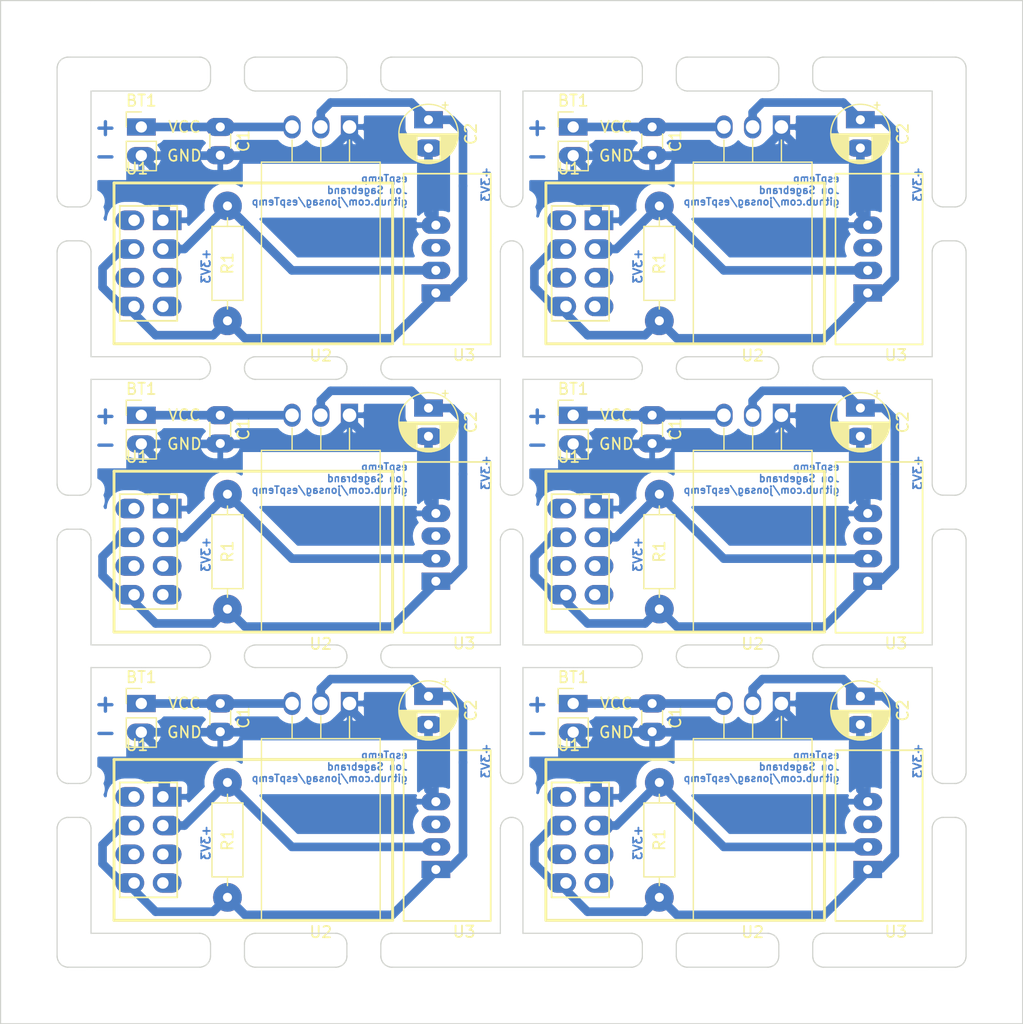
<source format=kicad_pcb>
(kicad_pcb (version 20171130) (host pcbnew 5.1.12-84ad8e8a86~92~ubuntu20.04.1)
  (layers (0 F.Cu signal) (31 B.Cu signal) (34 B.Paste user) (35 F.Paste user) (36 B.SilkS user) (37 F.SilkS user) (38 B.Mask user) (39 F.Mask user) (44 Edge.Cuts user))
  (net 0 "")
  (net 1 Board_0-+3V3)
  (net 2 Board_0-GND)
  (net 3 Board_0-GPIO2)
  (net 4 "Board_0-Net-(BT1-Pad1)")
  (net 5 "Board_0-Net-(U1-Pad2)")
  (net 6 "Board_0-Net-(U1-Pad5)")
  (net 7 "Board_0-Net-(U1-Pad6)")
  (net 8 "Board_0-Net-(U1-Pad7)")
  (net 9 "Board_0-Net-(U3-Pad3)")
  (net 10 Board_1-+3V3)
  (net 11 Board_1-GND)
  (net 12 Board_1-GPIO2)
  (net 13 "Board_1-Net-(BT1-Pad1)")
  (net 14 "Board_1-Net-(U1-Pad2)")
  (net 15 "Board_1-Net-(U1-Pad5)")
  (net 16 "Board_1-Net-(U1-Pad6)")
  (net 17 "Board_1-Net-(U1-Pad7)")
  (net 18 "Board_1-Net-(U3-Pad3)")
  (net 19 Board_2-+3V3)
  (net 20 Board_2-GND)
  (net 21 Board_2-GPIO2)
  (net 22 "Board_2-Net-(BT1-Pad1)")
  (net 23 "Board_2-Net-(U1-Pad2)")
  (net 24 "Board_2-Net-(U1-Pad5)")
  (net 25 "Board_2-Net-(U1-Pad6)")
  (net 26 "Board_2-Net-(U1-Pad7)")
  (net 27 "Board_2-Net-(U3-Pad3)")
  (net 28 Board_3-+3V3)
  (net 29 Board_3-GND)
  (net 30 Board_3-GPIO2)
  (net 31 "Board_3-Net-(BT1-Pad1)")
  (net 32 "Board_3-Net-(U1-Pad2)")
  (net 33 "Board_3-Net-(U1-Pad5)")
  (net 34 "Board_3-Net-(U1-Pad6)")
  (net 35 "Board_3-Net-(U1-Pad7)")
  (net 36 "Board_3-Net-(U3-Pad3)")
  (net 37 Board_4-+3V3)
  (net 38 Board_4-GND)
  (net 39 Board_4-GPIO2)
  (net 40 "Board_4-Net-(BT1-Pad1)")
  (net 41 "Board_4-Net-(U1-Pad2)")
  (net 42 "Board_4-Net-(U1-Pad5)")
  (net 43 "Board_4-Net-(U1-Pad6)")
  (net 44 "Board_4-Net-(U1-Pad7)")
  (net 45 "Board_4-Net-(U3-Pad3)")
  (net 46 Board_5-+3V3)
  (net 47 Board_5-GND)
  (net 48 Board_5-GPIO2)
  (net 49 "Board_5-Net-(BT1-Pad1)")
  (net 50 "Board_5-Net-(U1-Pad2)")
  (net 51 "Board_5-Net-(U1-Pad5)")
  (net 52 "Board_5-Net-(U1-Pad6)")
  (net 53 "Board_5-Net-(U1-Pad7)")
  (net 54 "Board_5-Net-(U3-Pad3)")
  (module NPTH (layer F.Cu) (at 113.788833 112.739002)
    (fp_text reference REF** hide)
    (fp_text value NPTH hide)
    (pad "" np_thru_hole circle (at 0 0) (size 0.5 0.5) (drill 0.5) (layers *.Cu *.Mask))
  )
  (module NPTH (layer F.Cu) (at 112.788666 112.739002)
    (fp_text reference REF** hide)
    (fp_text value NPTH hide)
    (pad "" np_thru_hole circle (at 0 0) (size 0.5 0.5) (drill 0.5) (layers *.Cu *.Mask))
  )
  (module NPTH (layer F.Cu) (at 111.7885 112.739002)
    (fp_text reference REF** hide)
    (fp_text value NPTH hide)
    (pad "" np_thru_hole circle (at 0 0) (size 0.5 0.5) (drill 0.5) (layers *.Cu *.Mask))
  )
  (module NPTH (layer F.Cu) (at 110.788333 112.739002)
    (fp_text reference REF** hide)
    (fp_text value NPTH hide)
    (pad "" np_thru_hole circle (at 0 0) (size 0.5 0.5) (drill 0.5) (layers *.Cu *.Mask))
  )
  (module NPTH (layer F.Cu) (at 109.788166 112.739002)
    (fp_text reference REF** hide)
    (fp_text value NPTH hide)
    (pad "" np_thru_hole circle (at 0 0) (size 0.5 0.5) (drill 0.5) (layers *.Cu *.Mask))
  )
  (module NPTH (layer F.Cu) (at 113.788833 38.251)
    (fp_text reference REF** hide)
    (fp_text value NPTH hide)
    (pad "" np_thru_hole circle (at 0 0) (size 0.5 0.5) (drill 0.5) (layers *.Cu *.Mask))
  )
  (module NPTH (layer F.Cu) (at 112.788666 38.251)
    (fp_text reference REF** hide)
    (fp_text value NPTH hide)
    (pad "" np_thru_hole circle (at 0 0) (size 0.5 0.5) (drill 0.5) (layers *.Cu *.Mask))
  )
  (module NPTH (layer F.Cu) (at 111.7885 38.251)
    (fp_text reference REF** hide)
    (fp_text value NPTH hide)
    (pad "" np_thru_hole circle (at 0 0) (size 0.5 0.5) (drill 0.5) (layers *.Cu *.Mask))
  )
  (module NPTH (layer F.Cu) (at 110.788333 38.251)
    (fp_text reference REF** hide)
    (fp_text value NPTH hide)
    (pad "" np_thru_hole circle (at 0 0) (size 0.5 0.5) (drill 0.5) (layers *.Cu *.Mask))
  )
  (module NPTH (layer F.Cu) (at 109.788166 38.251)
    (fp_text reference REF** hide)
    (fp_text value NPTH hide)
    (pad "" np_thru_hole circle (at 0 0) (size 0.5 0.5) (drill 0.5) (layers *.Cu *.Mask))
  )
  (module NPTH (layer F.Cu) (at 28.401833 112.739002)
    (fp_text reference REF** hide)
    (fp_text value NPTH hide)
    (pad "" np_thru_hole circle (at 0 0) (size 0.5 0.5) (drill 0.5) (layers *.Cu *.Mask))
  )
  (module NPTH (layer F.Cu) (at 27.401666 112.739002)
    (fp_text reference REF** hide)
    (fp_text value NPTH hide)
    (pad "" np_thru_hole circle (at 0 0) (size 0.5 0.5) (drill 0.5) (layers *.Cu *.Mask))
  )
  (module NPTH (layer F.Cu) (at 26.4015 112.739002)
    (fp_text reference REF** hide)
    (fp_text value NPTH hide)
    (pad "" np_thru_hole circle (at 0 0) (size 0.5 0.5) (drill 0.5) (layers *.Cu *.Mask))
  )
  (module NPTH (layer F.Cu) (at 25.401333 112.739002)
    (fp_text reference REF** hide)
    (fp_text value NPTH hide)
    (pad "" np_thru_hole circle (at 0 0) (size 0.5 0.5) (drill 0.5) (layers *.Cu *.Mask))
  )
  (module NPTH (layer F.Cu) (at 24.401166 112.739002)
    (fp_text reference REF** hide)
    (fp_text value NPTH hide)
    (pad "" np_thru_hole circle (at 0 0) (size 0.5 0.5) (drill 0.5) (layers *.Cu *.Mask))
  )
  (module NPTH (layer F.Cu) (at 28.401833 38.251)
    (fp_text reference REF** hide)
    (fp_text value NPTH hide)
    (pad "" np_thru_hole circle (at 0 0) (size 0.5 0.5) (drill 0.5) (layers *.Cu *.Mask))
  )
  (module NPTH (layer F.Cu) (at 27.401666 38.251)
    (fp_text reference REF** hide)
    (fp_text value NPTH hide)
    (pad "" np_thru_hole circle (at 0 0) (size 0.5 0.5) (drill 0.5) (layers *.Cu *.Mask))
  )
  (module NPTH (layer F.Cu) (at 26.4015 38.251)
    (fp_text reference REF** hide)
    (fp_text value NPTH hide)
    (pad "" np_thru_hole circle (at 0 0) (size 0.5 0.5) (drill 0.5) (layers *.Cu *.Mask))
  )
  (module NPTH (layer F.Cu) (at 25.401333 38.251)
    (fp_text reference REF** hide)
    (fp_text value NPTH hide)
    (pad "" np_thru_hole circle (at 0 0) (size 0.5 0.5) (drill 0.5) (layers *.Cu *.Mask))
  )
  (module NPTH (layer F.Cu) (at 24.401166 38.251)
    (fp_text reference REF** hide)
    (fp_text value NPTH hide)
    (pad "" np_thru_hole circle (at 0 0) (size 0.5 0.5) (drill 0.5) (layers *.Cu *.Mask))
  )
  (module NPTH (layer F.Cu) (at 106.289005 120.240833)
    (fp_text reference REF** hide)
    (fp_text value NPTH hide)
    (pad "" np_thru_hole circle (at 0 0) (size 0.5 0.5) (drill 0.5) (layers *.Cu *.Mask))
  )
  (module NPTH (layer F.Cu) (at 106.289005 119.240666)
    (fp_text reference REF** hide)
    (fp_text value NPTH hide)
    (pad "" np_thru_hole circle (at 0 0) (size 0.5 0.5) (drill 0.5) (layers *.Cu *.Mask))
  )
  (module NPTH (layer F.Cu) (at 106.289005 118.2405)
    (fp_text reference REF** hide)
    (fp_text value NPTH hide)
    (pad "" np_thru_hole circle (at 0 0) (size 0.5 0.5) (drill 0.5) (layers *.Cu *.Mask))
  )
  (module NPTH (layer F.Cu) (at 106.289005 117.240333)
    (fp_text reference REF** hide)
    (fp_text value NPTH hide)
    (pad "" np_thru_hole circle (at 0 0) (size 0.5 0.5) (drill 0.5) (layers *.Cu *.Mask))
  )
  (module NPTH (layer F.Cu) (at 106.289005 116.240166)
    (fp_text reference REF** hide)
    (fp_text value NPTH hide)
    (pad "" np_thru_hole circle (at 0 0) (size 0.5 0.5) (drill 0.5) (layers *.Cu *.Mask))
  )
  (module NPTH (layer F.Cu) (at 31.901 120.240833)
    (fp_text reference REF** hide)
    (fp_text value NPTH hide)
    (pad "" np_thru_hole circle (at 0 0) (size 0.5 0.5) (drill 0.5) (layers *.Cu *.Mask))
  )
  (module NPTH (layer F.Cu) (at 31.901 119.240666)
    (fp_text reference REF** hide)
    (fp_text value NPTH hide)
    (pad "" np_thru_hole circle (at 0 0) (size 0.5 0.5) (drill 0.5) (layers *.Cu *.Mask))
  )
  (module NPTH (layer F.Cu) (at 31.901 118.2405)
    (fp_text reference REF** hide)
    (fp_text value NPTH hide)
    (pad "" np_thru_hole circle (at 0 0) (size 0.5 0.5) (drill 0.5) (layers *.Cu *.Mask))
  )
  (module NPTH (layer F.Cu) (at 31.901 117.240333)
    (fp_text reference REF** hide)
    (fp_text value NPTH hide)
    (pad "" np_thru_hole circle (at 0 0) (size 0.5 0.5) (drill 0.5) (layers *.Cu *.Mask))
  )
  (module NPTH (layer F.Cu) (at 31.901 116.240166)
    (fp_text reference REF** hide)
    (fp_text value NPTH hide)
    (pad "" np_thru_hole circle (at 0 0) (size 0.5 0.5) (drill 0.5) (layers *.Cu *.Mask))
  )
  (module NPTH (layer F.Cu) (at 106.289005 34.749833)
    (fp_text reference REF** hide)
    (fp_text value NPTH hide)
    (pad "" np_thru_hole circle (at 0 0) (size 0.5 0.5) (drill 0.5) (layers *.Cu *.Mask))
  )
  (module NPTH (layer F.Cu) (at 106.289005 33.749666)
    (fp_text reference REF** hide)
    (fp_text value NPTH hide)
    (pad "" np_thru_hole circle (at 0 0) (size 0.5 0.5) (drill 0.5) (layers *.Cu *.Mask))
  )
  (module NPTH (layer F.Cu) (at 106.289005 32.7495)
    (fp_text reference REF** hide)
    (fp_text value NPTH hide)
    (pad "" np_thru_hole circle (at 0 0) (size 0.5 0.5) (drill 0.5) (layers *.Cu *.Mask))
  )
  (module NPTH (layer F.Cu) (at 106.289005 31.749333)
    (fp_text reference REF** hide)
    (fp_text value NPTH hide)
    (pad "" np_thru_hole circle (at 0 0) (size 0.5 0.5) (drill 0.5) (layers *.Cu *.Mask))
  )
  (module NPTH (layer F.Cu) (at 106.289005 30.749166)
    (fp_text reference REF** hide)
    (fp_text value NPTH hide)
    (pad "" np_thru_hole circle (at 0 0) (size 0.5 0.5) (drill 0.5) (layers *.Cu *.Mask))
  )
  (module NPTH (layer F.Cu) (at 31.901 34.749833)
    (fp_text reference REF** hide)
    (fp_text value NPTH hide)
    (pad "" np_thru_hole circle (at 0 0) (size 0.5 0.5) (drill 0.5) (layers *.Cu *.Mask))
  )
  (module NPTH (layer F.Cu) (at 31.901 33.749666)
    (fp_text reference REF** hide)
    (fp_text value NPTH hide)
    (pad "" np_thru_hole circle (at 0 0) (size 0.5 0.5) (drill 0.5) (layers *.Cu *.Mask))
  )
  (module NPTH (layer F.Cu) (at 31.901 32.7495)
    (fp_text reference REF** hide)
    (fp_text value NPTH hide)
    (pad "" np_thru_hole circle (at 0 0) (size 0.5 0.5) (drill 0.5) (layers *.Cu *.Mask))
  )
  (module NPTH (layer F.Cu) (at 31.901 31.749333)
    (fp_text reference REF** hide)
    (fp_text value NPTH hide)
    (pad "" np_thru_hole circle (at 0 0) (size 0.5 0.5) (drill 0.5) (layers *.Cu *.Mask))
  )
  (module NPTH (layer F.Cu) (at 31.901 30.749166)
    (fp_text reference REF** hide)
    (fp_text value NPTH hide)
    (pad "" np_thru_hole circle (at 0 0) (size 0.5 0.5) (drill 0.5) (layers *.Cu *.Mask))
  )
  (module NPTH (layer F.Cu) (at 92.226333 112.539)
    (fp_text reference REF** hide)
    (fp_text value NPTH hide)
    (pad "" np_thru_hole circle (at 0 0) (size 0.5 0.5) (drill 0.5) (layers *.Cu *.Mask))
  )
  (module NPTH (layer F.Cu) (at 93.226333 112.539)
    (fp_text reference REF** hide)
    (fp_text value NPTH hide)
    (pad "" np_thru_hole circle (at 0 0) (size 0.5 0.5) (drill 0.5) (layers *.Cu *.Mask))
  )
  (module NPTH (layer F.Cu) (at 94.226333 112.539)
    (fp_text reference REF** hide)
    (fp_text value NPTH hide)
    (pad "" np_thru_hole circle (at 0 0) (size 0.5 0.5) (drill 0.5) (layers *.Cu *.Mask))
  )
  (module NPTH (layer F.Cu) (at 95.226333 112.539)
    (fp_text reference REF** hide)
    (fp_text value NPTH hide)
    (pad "" np_thru_hole circle (at 0 0) (size 0.5 0.5) (drill 0.5) (layers *.Cu *.Mask))
  )
  (module NPTH (layer F.Cu) (at 96.226333 112.539)
    (fp_text reference REF** hide)
    (fp_text value NPTH hide)
    (pad "" np_thru_hole circle (at 0 0) (size 0.5 0.5) (drill 0.5) (layers *.Cu *.Mask))
  )
  (module NPTH (layer F.Cu) (at 80.163666 112.539)
    (fp_text reference REF** hide)
    (fp_text value NPTH hide)
    (pad "" np_thru_hole circle (at 0 0) (size 0.5 0.5) (drill 0.5) (layers *.Cu *.Mask))
  )
  (module NPTH (layer F.Cu) (at 81.163666 112.539)
    (fp_text reference REF** hide)
    (fp_text value NPTH hide)
    (pad "" np_thru_hole circle (at 0 0) (size 0.5 0.5) (drill 0.5) (layers *.Cu *.Mask))
  )
  (module NPTH (layer F.Cu) (at 82.163666 112.539)
    (fp_text reference REF** hide)
    (fp_text value NPTH hide)
    (pad "" np_thru_hole circle (at 0 0) (size 0.5 0.5) (drill 0.5) (layers *.Cu *.Mask))
  )
  (module NPTH (layer F.Cu) (at 83.163666 112.539)
    (fp_text reference REF** hide)
    (fp_text value NPTH hide)
    (pad "" np_thru_hole circle (at 0 0) (size 0.5 0.5) (drill 0.5) (layers *.Cu *.Mask))
  )
  (module NPTH (layer F.Cu) (at 84.163666 112.539)
    (fp_text reference REF** hide)
    (fp_text value NPTH hide)
    (pad "" np_thru_hole circle (at 0 0) (size 0.5 0.5) (drill 0.5) (layers *.Cu *.Mask))
  )
  (module NPTH (layer F.Cu) (at 96.226333 89.441)
    (fp_text reference REF** hide)
    (fp_text value NPTH hide)
    (pad "" np_thru_hole circle (at 0 0) (size 0.5 0.5) (drill 0.5) (layers *.Cu *.Mask))
  )
  (module NPTH (layer F.Cu) (at 95.226333 89.441)
    (fp_text reference REF** hide)
    (fp_text value NPTH hide)
    (pad "" np_thru_hole circle (at 0 0) (size 0.5 0.5) (drill 0.5) (layers *.Cu *.Mask))
  )
  (module NPTH (layer F.Cu) (at 94.226333 89.441)
    (fp_text reference REF** hide)
    (fp_text value NPTH hide)
    (pad "" np_thru_hole circle (at 0 0) (size 0.5 0.5) (drill 0.5) (layers *.Cu *.Mask))
  )
  (module NPTH (layer F.Cu) (at 93.226333 89.441)
    (fp_text reference REF** hide)
    (fp_text value NPTH hide)
    (pad "" np_thru_hole circle (at 0 0) (size 0.5 0.5) (drill 0.5) (layers *.Cu *.Mask))
  )
  (module NPTH (layer F.Cu) (at 92.226333 89.441)
    (fp_text reference REF** hide)
    (fp_text value NPTH hide)
    (pad "" np_thru_hole circle (at 0 0) (size 0.5 0.5) (drill 0.5) (layers *.Cu *.Mask))
  )
  (module NPTH (layer F.Cu) (at 84.163666 89.441)
    (fp_text reference REF** hide)
    (fp_text value NPTH hide)
    (pad "" np_thru_hole circle (at 0 0) (size 0.5 0.5) (drill 0.5) (layers *.Cu *.Mask))
  )
  (module NPTH (layer F.Cu) (at 83.163666 89.441)
    (fp_text reference REF** hide)
    (fp_text value NPTH hide)
    (pad "" np_thru_hole circle (at 0 0) (size 0.5 0.5) (drill 0.5) (layers *.Cu *.Mask))
  )
  (module NPTH (layer F.Cu) (at 82.163666 89.441)
    (fp_text reference REF** hide)
    (fp_text value NPTH hide)
    (pad "" np_thru_hole circle (at 0 0) (size 0.5 0.5) (drill 0.5) (layers *.Cu *.Mask))
  )
  (module NPTH (layer F.Cu) (at 81.163666 89.441)
    (fp_text reference REF** hide)
    (fp_text value NPTH hide)
    (pad "" np_thru_hole circle (at 0 0) (size 0.5 0.5) (drill 0.5) (layers *.Cu *.Mask))
  )
  (module NPTH (layer F.Cu) (at 80.163666 89.441)
    (fp_text reference REF** hide)
    (fp_text value NPTH hide)
    (pad "" np_thru_hole circle (at 0 0) (size 0.5 0.5) (drill 0.5) (layers *.Cu *.Mask))
  )
  (module NPTH (layer F.Cu) (at 106.089 102.99)
    (fp_text reference REF** hide)
    (fp_text value NPTH hide)
    (pad "" np_thru_hole circle (at 0 0) (size 0.5 0.5) (drill 0.5) (layers *.Cu *.Mask))
  )
  (module NPTH (layer F.Cu) (at 106.089 101.99)
    (fp_text reference REF** hide)
    (fp_text value NPTH hide)
    (pad "" np_thru_hole circle (at 0 0) (size 0.5 0.5) (drill 0.5) (layers *.Cu *.Mask))
  )
  (module NPTH (layer F.Cu) (at 106.089 100.99)
    (fp_text reference REF** hide)
    (fp_text value NPTH hide)
    (pad "" np_thru_hole circle (at 0 0) (size 0.5 0.5) (drill 0.5) (layers *.Cu *.Mask))
  )
  (module NPTH (layer F.Cu) (at 106.089 99.99)
    (fp_text reference REF** hide)
    (fp_text value NPTH hide)
    (pad "" np_thru_hole circle (at 0 0) (size 0.5 0.5) (drill 0.5) (layers *.Cu *.Mask))
  )
  (module NPTH (layer F.Cu) (at 106.089 98.99)
    (fp_text reference REF** hide)
    (fp_text value NPTH hide)
    (pad "" np_thru_hole circle (at 0 0) (size 0.5 0.5) (drill 0.5) (layers *.Cu *.Mask))
  )
  (module NPTH (layer F.Cu) (at 70.301 98.99)
    (fp_text reference REF** hide)
    (fp_text value NPTH hide)
    (pad "" np_thru_hole circle (at 0 0) (size 0.5 0.5) (drill 0.5) (layers *.Cu *.Mask))
  )
  (module NPTH (layer F.Cu) (at 70.301 99.99)
    (fp_text reference REF** hide)
    (fp_text value NPTH hide)
    (pad "" np_thru_hole circle (at 0 0) (size 0.5 0.5) (drill 0.5) (layers *.Cu *.Mask))
  )
  (module NPTH (layer F.Cu) (at 70.301 100.99)
    (fp_text reference REF** hide)
    (fp_text value NPTH hide)
    (pad "" np_thru_hole circle (at 0 0) (size 0.5 0.5) (drill 0.5) (layers *.Cu *.Mask))
  )
  (module NPTH (layer F.Cu) (at 70.301 101.99)
    (fp_text reference REF** hide)
    (fp_text value NPTH hide)
    (pad "" np_thru_hole circle (at 0 0) (size 0.5 0.5) (drill 0.5) (layers *.Cu *.Mask))
  )
  (module NPTH (layer F.Cu) (at 70.301 102.99)
    (fp_text reference REF** hide)
    (fp_text value NPTH hide)
    (pad "" np_thru_hole circle (at 0 0) (size 0.5 0.5) (drill 0.5) (layers *.Cu *.Mask))
  )
  (module NPTH (layer F.Cu) (at 54.033 112.539)
    (fp_text reference REF** hide)
    (fp_text value NPTH hide)
    (pad "" np_thru_hole circle (at 0 0) (size 0.5 0.5) (drill 0.5) (layers *.Cu *.Mask))
  )
  (module NPTH (layer F.Cu) (at 55.033 112.539)
    (fp_text reference REF** hide)
    (fp_text value NPTH hide)
    (pad "" np_thru_hole circle (at 0 0) (size 0.5 0.5) (drill 0.5) (layers *.Cu *.Mask))
  )
  (module NPTH (layer F.Cu) (at 56.033 112.539)
    (fp_text reference REF** hide)
    (fp_text value NPTH hide)
    (pad "" np_thru_hole circle (at 0 0) (size 0.5 0.5) (drill 0.5) (layers *.Cu *.Mask))
  )
  (module NPTH (layer F.Cu) (at 57.033 112.539)
    (fp_text reference REF** hide)
    (fp_text value NPTH hide)
    (pad "" np_thru_hole circle (at 0 0) (size 0.5 0.5) (drill 0.5) (layers *.Cu *.Mask))
  )
  (module NPTH (layer F.Cu) (at 58.033 112.539)
    (fp_text reference REF** hide)
    (fp_text value NPTH hide)
    (pad "" np_thru_hole circle (at 0 0) (size 0.5 0.5) (drill 0.5) (layers *.Cu *.Mask))
  )
  (module NPTH (layer F.Cu) (at 41.967 112.539)
    (fp_text reference REF** hide)
    (fp_text value NPTH hide)
    (pad "" np_thru_hole circle (at 0 0) (size 0.5 0.5) (drill 0.5) (layers *.Cu *.Mask))
  )
  (module NPTH (layer F.Cu) (at 42.967 112.539)
    (fp_text reference REF** hide)
    (fp_text value NPTH hide)
    (pad "" np_thru_hole circle (at 0 0) (size 0.5 0.5) (drill 0.5) (layers *.Cu *.Mask))
  )
  (module NPTH (layer F.Cu) (at 43.967 112.539)
    (fp_text reference REF** hide)
    (fp_text value NPTH hide)
    (pad "" np_thru_hole circle (at 0 0) (size 0.5 0.5) (drill 0.5) (layers *.Cu *.Mask))
  )
  (module NPTH (layer F.Cu) (at 44.967 112.539)
    (fp_text reference REF** hide)
    (fp_text value NPTH hide)
    (pad "" np_thru_hole circle (at 0 0) (size 0.5 0.5) (drill 0.5) (layers *.Cu *.Mask))
  )
  (module NPTH (layer F.Cu) (at 45.967 112.539)
    (fp_text reference REF** hide)
    (fp_text value NPTH hide)
    (pad "" np_thru_hole circle (at 0 0) (size 0.5 0.5) (drill 0.5) (layers *.Cu *.Mask))
  )
  (module NPTH (layer F.Cu) (at 58.033 89.441)
    (fp_text reference REF** hide)
    (fp_text value NPTH hide)
    (pad "" np_thru_hole circle (at 0 0) (size 0.5 0.5) (drill 0.5) (layers *.Cu *.Mask))
  )
  (module NPTH (layer F.Cu) (at 57.033 89.441)
    (fp_text reference REF** hide)
    (fp_text value NPTH hide)
    (pad "" np_thru_hole circle (at 0 0) (size 0.5 0.5) (drill 0.5) (layers *.Cu *.Mask))
  )
  (module NPTH (layer F.Cu) (at 56.033 89.441)
    (fp_text reference REF** hide)
    (fp_text value NPTH hide)
    (pad "" np_thru_hole circle (at 0 0) (size 0.5 0.5) (drill 0.5) (layers *.Cu *.Mask))
  )
  (module NPTH (layer F.Cu) (at 55.033 89.441)
    (fp_text reference REF** hide)
    (fp_text value NPTH hide)
    (pad "" np_thru_hole circle (at 0 0) (size 0.5 0.5) (drill 0.5) (layers *.Cu *.Mask))
  )
  (module NPTH (layer F.Cu) (at 54.033 89.441)
    (fp_text reference REF** hide)
    (fp_text value NPTH hide)
    (pad "" np_thru_hole circle (at 0 0) (size 0.5 0.5) (drill 0.5) (layers *.Cu *.Mask))
  )
  (module NPTH (layer F.Cu) (at 45.967 89.441)
    (fp_text reference REF** hide)
    (fp_text value NPTH hide)
    (pad "" np_thru_hole circle (at 0 0) (size 0.5 0.5) (drill 0.5) (layers *.Cu *.Mask))
  )
  (module NPTH (layer F.Cu) (at 44.967 89.441)
    (fp_text reference REF** hide)
    (fp_text value NPTH hide)
    (pad "" np_thru_hole circle (at 0 0) (size 0.5 0.5) (drill 0.5) (layers *.Cu *.Mask))
  )
  (module NPTH (layer F.Cu) (at 43.967 89.441)
    (fp_text reference REF** hide)
    (fp_text value NPTH hide)
    (pad "" np_thru_hole circle (at 0 0) (size 0.5 0.5) (drill 0.5) (layers *.Cu *.Mask))
  )
  (module NPTH (layer F.Cu) (at 42.967 89.441)
    (fp_text reference REF** hide)
    (fp_text value NPTH hide)
    (pad "" np_thru_hole circle (at 0 0) (size 0.5 0.5) (drill 0.5) (layers *.Cu *.Mask))
  )
  (module NPTH (layer F.Cu) (at 41.967 89.441)
    (fp_text reference REF** hide)
    (fp_text value NPTH hide)
    (pad "" np_thru_hole circle (at 0 0) (size 0.5 0.5) (drill 0.5) (layers *.Cu *.Mask))
  )
  (module NPTH (layer F.Cu) (at 67.899 102.99)
    (fp_text reference REF** hide)
    (fp_text value NPTH hide)
    (pad "" np_thru_hole circle (at 0 0) (size 0.5 0.5) (drill 0.5) (layers *.Cu *.Mask))
  )
  (module NPTH (layer F.Cu) (at 67.899 101.99)
    (fp_text reference REF** hide)
    (fp_text value NPTH hide)
    (pad "" np_thru_hole circle (at 0 0) (size 0.5 0.5) (drill 0.5) (layers *.Cu *.Mask))
  )
  (module NPTH (layer F.Cu) (at 67.899 100.99)
    (fp_text reference REF** hide)
    (fp_text value NPTH hide)
    (pad "" np_thru_hole circle (at 0 0) (size 0.5 0.5) (drill 0.5) (layers *.Cu *.Mask))
  )
  (module NPTH (layer F.Cu) (at 67.899 99.99)
    (fp_text reference REF** hide)
    (fp_text value NPTH hide)
    (pad "" np_thru_hole circle (at 0 0) (size 0.5 0.5) (drill 0.5) (layers *.Cu *.Mask))
  )
  (module NPTH (layer F.Cu) (at 67.899 98.99)
    (fp_text reference REF** hide)
    (fp_text value NPTH hide)
    (pad "" np_thru_hole circle (at 0 0) (size 0.5 0.5) (drill 0.5) (layers *.Cu *.Mask))
  )
  (module NPTH (layer F.Cu) (at 32.101 98.99)
    (fp_text reference REF** hide)
    (fp_text value NPTH hide)
    (pad "" np_thru_hole circle (at 0 0) (size 0.5 0.5) (drill 0.5) (layers *.Cu *.Mask))
  )
  (module NPTH (layer F.Cu) (at 32.101 99.99)
    (fp_text reference REF** hide)
    (fp_text value NPTH hide)
    (pad "" np_thru_hole circle (at 0 0) (size 0.5 0.5) (drill 0.5) (layers *.Cu *.Mask))
  )
  (module NPTH (layer F.Cu) (at 32.101 100.99)
    (fp_text reference REF** hide)
    (fp_text value NPTH hide)
    (pad "" np_thru_hole circle (at 0 0) (size 0.5 0.5) (drill 0.5) (layers *.Cu *.Mask))
  )
  (module NPTH (layer F.Cu) (at 32.101 101.99)
    (fp_text reference REF** hide)
    (fp_text value NPTH hide)
    (pad "" np_thru_hole circle (at 0 0) (size 0.5 0.5) (drill 0.5) (layers *.Cu *.Mask))
  )
  (module NPTH (layer F.Cu) (at 32.101 102.99)
    (fp_text reference REF** hide)
    (fp_text value NPTH hide)
    (pad "" np_thru_hole circle (at 0 0) (size 0.5 0.5) (drill 0.5) (layers *.Cu *.Mask))
  )
  (module NPTH (layer F.Cu) (at 92.226333 87.039)
    (fp_text reference REF** hide)
    (fp_text value NPTH hide)
    (pad "" np_thru_hole circle (at 0 0) (size 0.5 0.5) (drill 0.5) (layers *.Cu *.Mask))
  )
  (module NPTH (layer F.Cu) (at 93.226333 87.039)
    (fp_text reference REF** hide)
    (fp_text value NPTH hide)
    (pad "" np_thru_hole circle (at 0 0) (size 0.5 0.5) (drill 0.5) (layers *.Cu *.Mask))
  )
  (module NPTH (layer F.Cu) (at 94.226333 87.039)
    (fp_text reference REF** hide)
    (fp_text value NPTH hide)
    (pad "" np_thru_hole circle (at 0 0) (size 0.5 0.5) (drill 0.5) (layers *.Cu *.Mask))
  )
  (module NPTH (layer F.Cu) (at 95.226333 87.039)
    (fp_text reference REF** hide)
    (fp_text value NPTH hide)
    (pad "" np_thru_hole circle (at 0 0) (size 0.5 0.5) (drill 0.5) (layers *.Cu *.Mask))
  )
  (module NPTH (layer F.Cu) (at 96.226333 87.039)
    (fp_text reference REF** hide)
    (fp_text value NPTH hide)
    (pad "" np_thru_hole circle (at 0 0) (size 0.5 0.5) (drill 0.5) (layers *.Cu *.Mask))
  )
  (module NPTH (layer F.Cu) (at 80.163666 87.039)
    (fp_text reference REF** hide)
    (fp_text value NPTH hide)
    (pad "" np_thru_hole circle (at 0 0) (size 0.5 0.5) (drill 0.5) (layers *.Cu *.Mask))
  )
  (module NPTH (layer F.Cu) (at 81.163666 87.039)
    (fp_text reference REF** hide)
    (fp_text value NPTH hide)
    (pad "" np_thru_hole circle (at 0 0) (size 0.5 0.5) (drill 0.5) (layers *.Cu *.Mask))
  )
  (module NPTH (layer F.Cu) (at 82.163666 87.039)
    (fp_text reference REF** hide)
    (fp_text value NPTH hide)
    (pad "" np_thru_hole circle (at 0 0) (size 0.5 0.5) (drill 0.5) (layers *.Cu *.Mask))
  )
  (module NPTH (layer F.Cu) (at 83.163666 87.039)
    (fp_text reference REF** hide)
    (fp_text value NPTH hide)
    (pad "" np_thru_hole circle (at 0 0) (size 0.5 0.5) (drill 0.5) (layers *.Cu *.Mask))
  )
  (module NPTH (layer F.Cu) (at 84.163666 87.039)
    (fp_text reference REF** hide)
    (fp_text value NPTH hide)
    (pad "" np_thru_hole circle (at 0 0) (size 0.5 0.5) (drill 0.5) (layers *.Cu *.Mask))
  )
  (module NPTH (layer F.Cu) (at 96.226333 63.951)
    (fp_text reference REF** hide)
    (fp_text value NPTH hide)
    (pad "" np_thru_hole circle (at 0 0) (size 0.5 0.5) (drill 0.5) (layers *.Cu *.Mask))
  )
  (module NPTH (layer F.Cu) (at 95.226333 63.951)
    (fp_text reference REF** hide)
    (fp_text value NPTH hide)
    (pad "" np_thru_hole circle (at 0 0) (size 0.5 0.5) (drill 0.5) (layers *.Cu *.Mask))
  )
  (module NPTH (layer F.Cu) (at 94.226333 63.951)
    (fp_text reference REF** hide)
    (fp_text value NPTH hide)
    (pad "" np_thru_hole circle (at 0 0) (size 0.5 0.5) (drill 0.5) (layers *.Cu *.Mask))
  )
  (module NPTH (layer F.Cu) (at 93.226333 63.951)
    (fp_text reference REF** hide)
    (fp_text value NPTH hide)
    (pad "" np_thru_hole circle (at 0 0) (size 0.5 0.5) (drill 0.5) (layers *.Cu *.Mask))
  )
  (module NPTH (layer F.Cu) (at 92.226333 63.951)
    (fp_text reference REF** hide)
    (fp_text value NPTH hide)
    (pad "" np_thru_hole circle (at 0 0) (size 0.5 0.5) (drill 0.5) (layers *.Cu *.Mask))
  )
  (module NPTH (layer F.Cu) (at 84.163666 63.951)
    (fp_text reference REF** hide)
    (fp_text value NPTH hide)
    (pad "" np_thru_hole circle (at 0 0) (size 0.5 0.5) (drill 0.5) (layers *.Cu *.Mask))
  )
  (module NPTH (layer F.Cu) (at 83.163666 63.951)
    (fp_text reference REF** hide)
    (fp_text value NPTH hide)
    (pad "" np_thru_hole circle (at 0 0) (size 0.5 0.5) (drill 0.5) (layers *.Cu *.Mask))
  )
  (module NPTH (layer F.Cu) (at 82.163666 63.951)
    (fp_text reference REF** hide)
    (fp_text value NPTH hide)
    (pad "" np_thru_hole circle (at 0 0) (size 0.5 0.5) (drill 0.5) (layers *.Cu *.Mask))
  )
  (module NPTH (layer F.Cu) (at 81.163666 63.951)
    (fp_text reference REF** hide)
    (fp_text value NPTH hide)
    (pad "" np_thru_hole circle (at 0 0) (size 0.5 0.5) (drill 0.5) (layers *.Cu *.Mask))
  )
  (module NPTH (layer F.Cu) (at 80.163666 63.951)
    (fp_text reference REF** hide)
    (fp_text value NPTH hide)
    (pad "" np_thru_hole circle (at 0 0) (size 0.5 0.5) (drill 0.5) (layers *.Cu *.Mask))
  )
  (module NPTH (layer F.Cu) (at 106.089 77.495)
    (fp_text reference REF** hide)
    (fp_text value NPTH hide)
    (pad "" np_thru_hole circle (at 0 0) (size 0.5 0.5) (drill 0.5) (layers *.Cu *.Mask))
  )
  (module NPTH (layer F.Cu) (at 106.089 76.495)
    (fp_text reference REF** hide)
    (fp_text value NPTH hide)
    (pad "" np_thru_hole circle (at 0 0) (size 0.5 0.5) (drill 0.5) (layers *.Cu *.Mask))
  )
  (module NPTH (layer F.Cu) (at 106.089 75.495)
    (fp_text reference REF** hide)
    (fp_text value NPTH hide)
    (pad "" np_thru_hole circle (at 0 0) (size 0.5 0.5) (drill 0.5) (layers *.Cu *.Mask))
  )
  (module NPTH (layer F.Cu) (at 106.089 74.495)
    (fp_text reference REF** hide)
    (fp_text value NPTH hide)
    (pad "" np_thru_hole circle (at 0 0) (size 0.5 0.5) (drill 0.5) (layers *.Cu *.Mask))
  )
  (module NPTH (layer F.Cu) (at 106.089 73.495)
    (fp_text reference REF** hide)
    (fp_text value NPTH hide)
    (pad "" np_thru_hole circle (at 0 0) (size 0.5 0.5) (drill 0.5) (layers *.Cu *.Mask))
  )
  (module NPTH (layer F.Cu) (at 70.301 73.495)
    (fp_text reference REF** hide)
    (fp_text value NPTH hide)
    (pad "" np_thru_hole circle (at 0 0) (size 0.5 0.5) (drill 0.5) (layers *.Cu *.Mask))
  )
  (module NPTH (layer F.Cu) (at 70.301 74.495)
    (fp_text reference REF** hide)
    (fp_text value NPTH hide)
    (pad "" np_thru_hole circle (at 0 0) (size 0.5 0.5) (drill 0.5) (layers *.Cu *.Mask))
  )
  (module NPTH (layer F.Cu) (at 70.301 75.495)
    (fp_text reference REF** hide)
    (fp_text value NPTH hide)
    (pad "" np_thru_hole circle (at 0 0) (size 0.5 0.5) (drill 0.5) (layers *.Cu *.Mask))
  )
  (module NPTH (layer F.Cu) (at 70.301 76.495)
    (fp_text reference REF** hide)
    (fp_text value NPTH hide)
    (pad "" np_thru_hole circle (at 0 0) (size 0.5 0.5) (drill 0.5) (layers *.Cu *.Mask))
  )
  (module NPTH (layer F.Cu) (at 70.301 77.495)
    (fp_text reference REF** hide)
    (fp_text value NPTH hide)
    (pad "" np_thru_hole circle (at 0 0) (size 0.5 0.5) (drill 0.5) (layers *.Cu *.Mask))
  )
  (module NPTH (layer F.Cu) (at 54.033 87.039)
    (fp_text reference REF** hide)
    (fp_text value NPTH hide)
    (pad "" np_thru_hole circle (at 0 0) (size 0.5 0.5) (drill 0.5) (layers *.Cu *.Mask))
  )
  (module NPTH (layer F.Cu) (at 55.033 87.039)
    (fp_text reference REF** hide)
    (fp_text value NPTH hide)
    (pad "" np_thru_hole circle (at 0 0) (size 0.5 0.5) (drill 0.5) (layers *.Cu *.Mask))
  )
  (module NPTH (layer F.Cu) (at 56.033 87.039)
    (fp_text reference REF** hide)
    (fp_text value NPTH hide)
    (pad "" np_thru_hole circle (at 0 0) (size 0.5 0.5) (drill 0.5) (layers *.Cu *.Mask))
  )
  (module NPTH (layer F.Cu) (at 57.033 87.039)
    (fp_text reference REF** hide)
    (fp_text value NPTH hide)
    (pad "" np_thru_hole circle (at 0 0) (size 0.5 0.5) (drill 0.5) (layers *.Cu *.Mask))
  )
  (module NPTH (layer F.Cu) (at 58.033 87.039)
    (fp_text reference REF** hide)
    (fp_text value NPTH hide)
    (pad "" np_thru_hole circle (at 0 0) (size 0.5 0.5) (drill 0.5) (layers *.Cu *.Mask))
  )
  (module NPTH (layer F.Cu) (at 41.967 87.039)
    (fp_text reference REF** hide)
    (fp_text value NPTH hide)
    (pad "" np_thru_hole circle (at 0 0) (size 0.5 0.5) (drill 0.5) (layers *.Cu *.Mask))
  )
  (module NPTH (layer F.Cu) (at 42.967 87.039)
    (fp_text reference REF** hide)
    (fp_text value NPTH hide)
    (pad "" np_thru_hole circle (at 0 0) (size 0.5 0.5) (drill 0.5) (layers *.Cu *.Mask))
  )
  (module NPTH (layer F.Cu) (at 43.967 87.039)
    (fp_text reference REF** hide)
    (fp_text value NPTH hide)
    (pad "" np_thru_hole circle (at 0 0) (size 0.5 0.5) (drill 0.5) (layers *.Cu *.Mask))
  )
  (module NPTH (layer F.Cu) (at 44.967 87.039)
    (fp_text reference REF** hide)
    (fp_text value NPTH hide)
    (pad "" np_thru_hole circle (at 0 0) (size 0.5 0.5) (drill 0.5) (layers *.Cu *.Mask))
  )
  (module NPTH (layer F.Cu) (at 45.967 87.039)
    (fp_text reference REF** hide)
    (fp_text value NPTH hide)
    (pad "" np_thru_hole circle (at 0 0) (size 0.5 0.5) (drill 0.5) (layers *.Cu *.Mask))
  )
  (module NPTH (layer F.Cu) (at 58.033 63.951)
    (fp_text reference REF** hide)
    (fp_text value NPTH hide)
    (pad "" np_thru_hole circle (at 0 0) (size 0.5 0.5) (drill 0.5) (layers *.Cu *.Mask))
  )
  (module NPTH (layer F.Cu) (at 57.033 63.951)
    (fp_text reference REF** hide)
    (fp_text value NPTH hide)
    (pad "" np_thru_hole circle (at 0 0) (size 0.5 0.5) (drill 0.5) (layers *.Cu *.Mask))
  )
  (module NPTH (layer F.Cu) (at 56.033 63.951)
    (fp_text reference REF** hide)
    (fp_text value NPTH hide)
    (pad "" np_thru_hole circle (at 0 0) (size 0.5 0.5) (drill 0.5) (layers *.Cu *.Mask))
  )
  (module NPTH (layer F.Cu) (at 55.033 63.951)
    (fp_text reference REF** hide)
    (fp_text value NPTH hide)
    (pad "" np_thru_hole circle (at 0 0) (size 0.5 0.5) (drill 0.5) (layers *.Cu *.Mask))
  )
  (module NPTH (layer F.Cu) (at 54.033 63.951)
    (fp_text reference REF** hide)
    (fp_text value NPTH hide)
    (pad "" np_thru_hole circle (at 0 0) (size 0.5 0.5) (drill 0.5) (layers *.Cu *.Mask))
  )
  (module NPTH (layer F.Cu) (at 45.967 63.951)
    (fp_text reference REF** hide)
    (fp_text value NPTH hide)
    (pad "" np_thru_hole circle (at 0 0) (size 0.5 0.5) (drill 0.5) (layers *.Cu *.Mask))
  )
  (module NPTH (layer F.Cu) (at 44.967 63.951)
    (fp_text reference REF** hide)
    (fp_text value NPTH hide)
    (pad "" np_thru_hole circle (at 0 0) (size 0.5 0.5) (drill 0.5) (layers *.Cu *.Mask))
  )
  (module NPTH (layer F.Cu) (at 43.967 63.951)
    (fp_text reference REF** hide)
    (fp_text value NPTH hide)
    (pad "" np_thru_hole circle (at 0 0) (size 0.5 0.5) (drill 0.5) (layers *.Cu *.Mask))
  )
  (module NPTH (layer F.Cu) (at 42.967 63.951)
    (fp_text reference REF** hide)
    (fp_text value NPTH hide)
    (pad "" np_thru_hole circle (at 0 0) (size 0.5 0.5) (drill 0.5) (layers *.Cu *.Mask))
  )
  (module NPTH (layer F.Cu) (at 41.967 63.951)
    (fp_text reference REF** hide)
    (fp_text value NPTH hide)
    (pad "" np_thru_hole circle (at 0 0) (size 0.5 0.5) (drill 0.5) (layers *.Cu *.Mask))
  )
  (module NPTH (layer F.Cu) (at 67.899 77.495)
    (fp_text reference REF** hide)
    (fp_text value NPTH hide)
    (pad "" np_thru_hole circle (at 0 0) (size 0.5 0.5) (drill 0.5) (layers *.Cu *.Mask))
  )
  (module NPTH (layer F.Cu) (at 67.899 76.495)
    (fp_text reference REF** hide)
    (fp_text value NPTH hide)
    (pad "" np_thru_hole circle (at 0 0) (size 0.5 0.5) (drill 0.5) (layers *.Cu *.Mask))
  )
  (module NPTH (layer F.Cu) (at 67.899 75.495)
    (fp_text reference REF** hide)
    (fp_text value NPTH hide)
    (pad "" np_thru_hole circle (at 0 0) (size 0.5 0.5) (drill 0.5) (layers *.Cu *.Mask))
  )
  (module NPTH (layer F.Cu) (at 67.899 74.495)
    (fp_text reference REF** hide)
    (fp_text value NPTH hide)
    (pad "" np_thru_hole circle (at 0 0) (size 0.5 0.5) (drill 0.5) (layers *.Cu *.Mask))
  )
  (module NPTH (layer F.Cu) (at 67.899 73.495)
    (fp_text reference REF** hide)
    (fp_text value NPTH hide)
    (pad "" np_thru_hole circle (at 0 0) (size 0.5 0.5) (drill 0.5) (layers *.Cu *.Mask))
  )
  (module NPTH (layer F.Cu) (at 32.101 73.495)
    (fp_text reference REF** hide)
    (fp_text value NPTH hide)
    (pad "" np_thru_hole circle (at 0 0) (size 0.5 0.5) (drill 0.5) (layers *.Cu *.Mask))
  )
  (module NPTH (layer F.Cu) (at 32.101 74.495)
    (fp_text reference REF** hide)
    (fp_text value NPTH hide)
    (pad "" np_thru_hole circle (at 0 0) (size 0.5 0.5) (drill 0.5) (layers *.Cu *.Mask))
  )
  (module NPTH (layer F.Cu) (at 32.101 75.495)
    (fp_text reference REF** hide)
    (fp_text value NPTH hide)
    (pad "" np_thru_hole circle (at 0 0) (size 0.5 0.5) (drill 0.5) (layers *.Cu *.Mask))
  )
  (module NPTH (layer F.Cu) (at 32.101 76.495)
    (fp_text reference REF** hide)
    (fp_text value NPTH hide)
    (pad "" np_thru_hole circle (at 0 0) (size 0.5 0.5) (drill 0.5) (layers *.Cu *.Mask))
  )
  (module NPTH (layer F.Cu) (at 32.101 77.495)
    (fp_text reference REF** hide)
    (fp_text value NPTH hide)
    (pad "" np_thru_hole circle (at 0 0) (size 0.5 0.5) (drill 0.5) (layers *.Cu *.Mask))
  )
  (module NPTH (layer F.Cu) (at 92.226333 61.549)
    (fp_text reference REF** hide)
    (fp_text value NPTH hide)
    (pad "" np_thru_hole circle (at 0 0) (size 0.5 0.5) (drill 0.5) (layers *.Cu *.Mask))
  )
  (module NPTH (layer F.Cu) (at 93.226333 61.549)
    (fp_text reference REF** hide)
    (fp_text value NPTH hide)
    (pad "" np_thru_hole circle (at 0 0) (size 0.5 0.5) (drill 0.5) (layers *.Cu *.Mask))
  )
  (module NPTH (layer F.Cu) (at 94.226333 61.549)
    (fp_text reference REF** hide)
    (fp_text value NPTH hide)
    (pad "" np_thru_hole circle (at 0 0) (size 0.5 0.5) (drill 0.5) (layers *.Cu *.Mask))
  )
  (module NPTH (layer F.Cu) (at 95.226333 61.549)
    (fp_text reference REF** hide)
    (fp_text value NPTH hide)
    (pad "" np_thru_hole circle (at 0 0) (size 0.5 0.5) (drill 0.5) (layers *.Cu *.Mask))
  )
  (module NPTH (layer F.Cu) (at 96.226333 61.549)
    (fp_text reference REF** hide)
    (fp_text value NPTH hide)
    (pad "" np_thru_hole circle (at 0 0) (size 0.5 0.5) (drill 0.5) (layers *.Cu *.Mask))
  )
  (module NPTH (layer F.Cu) (at 80.163666 61.549)
    (fp_text reference REF** hide)
    (fp_text value NPTH hide)
    (pad "" np_thru_hole circle (at 0 0) (size 0.5 0.5) (drill 0.5) (layers *.Cu *.Mask))
  )
  (module NPTH (layer F.Cu) (at 81.163666 61.549)
    (fp_text reference REF** hide)
    (fp_text value NPTH hide)
    (pad "" np_thru_hole circle (at 0 0) (size 0.5 0.5) (drill 0.5) (layers *.Cu *.Mask))
  )
  (module NPTH (layer F.Cu) (at 82.163666 61.549)
    (fp_text reference REF** hide)
    (fp_text value NPTH hide)
    (pad "" np_thru_hole circle (at 0 0) (size 0.5 0.5) (drill 0.5) (layers *.Cu *.Mask))
  )
  (module NPTH (layer F.Cu) (at 83.163666 61.549)
    (fp_text reference REF** hide)
    (fp_text value NPTH hide)
    (pad "" np_thru_hole circle (at 0 0) (size 0.5 0.5) (drill 0.5) (layers *.Cu *.Mask))
  )
  (module NPTH (layer F.Cu) (at 84.163666 61.549)
    (fp_text reference REF** hide)
    (fp_text value NPTH hide)
    (pad "" np_thru_hole circle (at 0 0) (size 0.5 0.5) (drill 0.5) (layers *.Cu *.Mask))
  )
  (module NPTH (layer F.Cu) (at 96.226333 38.451)
    (fp_text reference REF** hide)
    (fp_text value NPTH hide)
    (pad "" np_thru_hole circle (at 0 0) (size 0.5 0.5) (drill 0.5) (layers *.Cu *.Mask))
  )
  (module NPTH (layer F.Cu) (at 95.226333 38.451)
    (fp_text reference REF** hide)
    (fp_text value NPTH hide)
    (pad "" np_thru_hole circle (at 0 0) (size 0.5 0.5) (drill 0.5) (layers *.Cu *.Mask))
  )
  (module NPTH (layer F.Cu) (at 94.226333 38.451)
    (fp_text reference REF** hide)
    (fp_text value NPTH hide)
    (pad "" np_thru_hole circle (at 0 0) (size 0.5 0.5) (drill 0.5) (layers *.Cu *.Mask))
  )
  (module NPTH (layer F.Cu) (at 93.226333 38.451)
    (fp_text reference REF** hide)
    (fp_text value NPTH hide)
    (pad "" np_thru_hole circle (at 0 0) (size 0.5 0.5) (drill 0.5) (layers *.Cu *.Mask))
  )
  (module NPTH (layer F.Cu) (at 92.226333 38.451)
    (fp_text reference REF** hide)
    (fp_text value NPTH hide)
    (pad "" np_thru_hole circle (at 0 0) (size 0.5 0.5) (drill 0.5) (layers *.Cu *.Mask))
  )
  (module NPTH (layer F.Cu) (at 84.163666 38.451)
    (fp_text reference REF** hide)
    (fp_text value NPTH hide)
    (pad "" np_thru_hole circle (at 0 0) (size 0.5 0.5) (drill 0.5) (layers *.Cu *.Mask))
  )
  (module NPTH (layer F.Cu) (at 83.163666 38.451)
    (fp_text reference REF** hide)
    (fp_text value NPTH hide)
    (pad "" np_thru_hole circle (at 0 0) (size 0.5 0.5) (drill 0.5) (layers *.Cu *.Mask))
  )
  (module NPTH (layer F.Cu) (at 82.163666 38.451)
    (fp_text reference REF** hide)
    (fp_text value NPTH hide)
    (pad "" np_thru_hole circle (at 0 0) (size 0.5 0.5) (drill 0.5) (layers *.Cu *.Mask))
  )
  (module NPTH (layer F.Cu) (at 81.163666 38.451)
    (fp_text reference REF** hide)
    (fp_text value NPTH hide)
    (pad "" np_thru_hole circle (at 0 0) (size 0.5 0.5) (drill 0.5) (layers *.Cu *.Mask))
  )
  (module NPTH (layer F.Cu) (at 80.163666 38.451)
    (fp_text reference REF** hide)
    (fp_text value NPTH hide)
    (pad "" np_thru_hole circle (at 0 0) (size 0.5 0.5) (drill 0.5) (layers *.Cu *.Mask))
  )
  (module NPTH (layer F.Cu) (at 106.089 52)
    (fp_text reference REF** hide)
    (fp_text value NPTH hide)
    (pad "" np_thru_hole circle (at 0 0) (size 0.5 0.5) (drill 0.5) (layers *.Cu *.Mask))
  )
  (module NPTH (layer F.Cu) (at 106.089 51)
    (fp_text reference REF** hide)
    (fp_text value NPTH hide)
    (pad "" np_thru_hole circle (at 0 0) (size 0.5 0.5) (drill 0.5) (layers *.Cu *.Mask))
  )
  (module NPTH (layer F.Cu) (at 106.089 50)
    (fp_text reference REF** hide)
    (fp_text value NPTH hide)
    (pad "" np_thru_hole circle (at 0 0) (size 0.5 0.5) (drill 0.5) (layers *.Cu *.Mask))
  )
  (module NPTH (layer F.Cu) (at 106.089 49)
    (fp_text reference REF** hide)
    (fp_text value NPTH hide)
    (pad "" np_thru_hole circle (at 0 0) (size 0.5 0.5) (drill 0.5) (layers *.Cu *.Mask))
  )
  (module NPTH (layer F.Cu) (at 106.089 48)
    (fp_text reference REF** hide)
    (fp_text value NPTH hide)
    (pad "" np_thru_hole circle (at 0 0) (size 0.5 0.5) (drill 0.5) (layers *.Cu *.Mask))
  )
  (module NPTH (layer F.Cu) (at 70.301 48)
    (fp_text reference REF** hide)
    (fp_text value NPTH hide)
    (pad "" np_thru_hole circle (at 0 0) (size 0.5 0.5) (drill 0.5) (layers *.Cu *.Mask))
  )
  (module NPTH (layer F.Cu) (at 70.301 49)
    (fp_text reference REF** hide)
    (fp_text value NPTH hide)
    (pad "" np_thru_hole circle (at 0 0) (size 0.5 0.5) (drill 0.5) (layers *.Cu *.Mask))
  )
  (module NPTH (layer F.Cu) (at 70.301 50)
    (fp_text reference REF** hide)
    (fp_text value NPTH hide)
    (pad "" np_thru_hole circle (at 0 0) (size 0.5 0.5) (drill 0.5) (layers *.Cu *.Mask))
  )
  (module NPTH (layer F.Cu) (at 70.301 51)
    (fp_text reference REF** hide)
    (fp_text value NPTH hide)
    (pad "" np_thru_hole circle (at 0 0) (size 0.5 0.5) (drill 0.5) (layers *.Cu *.Mask))
  )
  (module NPTH (layer F.Cu) (at 70.301 52)
    (fp_text reference REF** hide)
    (fp_text value NPTH hide)
    (pad "" np_thru_hole circle (at 0 0) (size 0.5 0.5) (drill 0.5) (layers *.Cu *.Mask))
  )
  (module NPTH (layer F.Cu) (at 54.033 61.549)
    (fp_text reference REF** hide)
    (fp_text value NPTH hide)
    (pad "" np_thru_hole circle (at 0 0) (size 0.5 0.5) (drill 0.5) (layers *.Cu *.Mask))
  )
  (module NPTH (layer F.Cu) (at 55.033 61.549)
    (fp_text reference REF** hide)
    (fp_text value NPTH hide)
    (pad "" np_thru_hole circle (at 0 0) (size 0.5 0.5) (drill 0.5) (layers *.Cu *.Mask))
  )
  (module NPTH (layer F.Cu) (at 56.033 61.549)
    (fp_text reference REF** hide)
    (fp_text value NPTH hide)
    (pad "" np_thru_hole circle (at 0 0) (size 0.5 0.5) (drill 0.5) (layers *.Cu *.Mask))
  )
  (module NPTH (layer F.Cu) (at 57.033 61.549)
    (fp_text reference REF** hide)
    (fp_text value NPTH hide)
    (pad "" np_thru_hole circle (at 0 0) (size 0.5 0.5) (drill 0.5) (layers *.Cu *.Mask))
  )
  (module NPTH (layer F.Cu) (at 58.033 61.549)
    (fp_text reference REF** hide)
    (fp_text value NPTH hide)
    (pad "" np_thru_hole circle (at 0 0) (size 0.5 0.5) (drill 0.5) (layers *.Cu *.Mask))
  )
  (module NPTH (layer F.Cu) (at 41.967 61.549)
    (fp_text reference REF** hide)
    (fp_text value NPTH hide)
    (pad "" np_thru_hole circle (at 0 0) (size 0.5 0.5) (drill 0.5) (layers *.Cu *.Mask))
  )
  (module NPTH (layer F.Cu) (at 42.967 61.549)
    (fp_text reference REF** hide)
    (fp_text value NPTH hide)
    (pad "" np_thru_hole circle (at 0 0) (size 0.5 0.5) (drill 0.5) (layers *.Cu *.Mask))
  )
  (module NPTH (layer F.Cu) (at 43.967 61.549)
    (fp_text reference REF** hide)
    (fp_text value NPTH hide)
    (pad "" np_thru_hole circle (at 0 0) (size 0.5 0.5) (drill 0.5) (layers *.Cu *.Mask))
  )
  (module NPTH (layer F.Cu) (at 44.967 61.549)
    (fp_text reference REF** hide)
    (fp_text value NPTH hide)
    (pad "" np_thru_hole circle (at 0 0) (size 0.5 0.5) (drill 0.5) (layers *.Cu *.Mask))
  )
  (module NPTH (layer F.Cu) (at 45.967 61.549)
    (fp_text reference REF** hide)
    (fp_text value NPTH hide)
    (pad "" np_thru_hole circle (at 0 0) (size 0.5 0.5) (drill 0.5) (layers *.Cu *.Mask))
  )
  (module NPTH (layer F.Cu) (at 58.033 38.451)
    (fp_text reference REF** hide)
    (fp_text value NPTH hide)
    (pad "" np_thru_hole circle (at 0 0) (size 0.5 0.5) (drill 0.5) (layers *.Cu *.Mask))
  )
  (module NPTH (layer F.Cu) (at 57.033 38.451)
    (fp_text reference REF** hide)
    (fp_text value NPTH hide)
    (pad "" np_thru_hole circle (at 0 0) (size 0.5 0.5) (drill 0.5) (layers *.Cu *.Mask))
  )
  (module NPTH (layer F.Cu) (at 56.033 38.451)
    (fp_text reference REF** hide)
    (fp_text value NPTH hide)
    (pad "" np_thru_hole circle (at 0 0) (size 0.5 0.5) (drill 0.5) (layers *.Cu *.Mask))
  )
  (module NPTH (layer F.Cu) (at 55.033 38.451)
    (fp_text reference REF** hide)
    (fp_text value NPTH hide)
    (pad "" np_thru_hole circle (at 0 0) (size 0.5 0.5) (drill 0.5) (layers *.Cu *.Mask))
  )
  (module NPTH (layer F.Cu) (at 54.033 38.451)
    (fp_text reference REF** hide)
    (fp_text value NPTH hide)
    (pad "" np_thru_hole circle (at 0 0) (size 0.5 0.5) (drill 0.5) (layers *.Cu *.Mask))
  )
  (module NPTH (layer F.Cu) (at 45.967 38.451)
    (fp_text reference REF** hide)
    (fp_text value NPTH hide)
    (pad "" np_thru_hole circle (at 0 0) (size 0.5 0.5) (drill 0.5) (layers *.Cu *.Mask))
  )
  (module NPTH (layer F.Cu) (at 44.967 38.451)
    (fp_text reference REF** hide)
    (fp_text value NPTH hide)
    (pad "" np_thru_hole circle (at 0 0) (size 0.5 0.5) (drill 0.5) (layers *.Cu *.Mask))
  )
  (module NPTH (layer F.Cu) (at 43.967 38.451)
    (fp_text reference REF** hide)
    (fp_text value NPTH hide)
    (pad "" np_thru_hole circle (at 0 0) (size 0.5 0.5) (drill 0.5) (layers *.Cu *.Mask))
  )
  (module NPTH (layer F.Cu) (at 42.967 38.451)
    (fp_text reference REF** hide)
    (fp_text value NPTH hide)
    (pad "" np_thru_hole circle (at 0 0) (size 0.5 0.5) (drill 0.5) (layers *.Cu *.Mask))
  )
  (module NPTH (layer F.Cu) (at 41.967 38.451)
    (fp_text reference REF** hide)
    (fp_text value NPTH hide)
    (pad "" np_thru_hole circle (at 0 0) (size 0.5 0.5) (drill 0.5) (layers *.Cu *.Mask))
  )
  (module NPTH (layer F.Cu) (at 67.899 52)
    (fp_text reference REF** hide)
    (fp_text value NPTH hide)
    (pad "" np_thru_hole circle (at 0 0) (size 0.5 0.5) (drill 0.5) (layers *.Cu *.Mask))
  )
  (module NPTH (layer F.Cu) (at 67.899 51)
    (fp_text reference REF** hide)
    (fp_text value NPTH hide)
    (pad "" np_thru_hole circle (at 0 0) (size 0.5 0.5) (drill 0.5) (layers *.Cu *.Mask))
  )
  (module NPTH (layer F.Cu) (at 67.899 50)
    (fp_text reference REF** hide)
    (fp_text value NPTH hide)
    (pad "" np_thru_hole circle (at 0 0) (size 0.5 0.5) (drill 0.5) (layers *.Cu *.Mask))
  )
  (module NPTH (layer F.Cu) (at 67.899 49)
    (fp_text reference REF** hide)
    (fp_text value NPTH hide)
    (pad "" np_thru_hole circle (at 0 0) (size 0.5 0.5) (drill 0.5) (layers *.Cu *.Mask))
  )
  (module NPTH (layer F.Cu) (at 67.899 48)
    (fp_text reference REF** hide)
    (fp_text value NPTH hide)
    (pad "" np_thru_hole circle (at 0 0) (size 0.5 0.5) (drill 0.5) (layers *.Cu *.Mask))
  )
  (module NPTH (layer F.Cu) (at 32.101 48)
    (fp_text reference REF** hide)
    (fp_text value NPTH hide)
    (pad "" np_thru_hole circle (at 0 0) (size 0.5 0.5) (drill 0.5) (layers *.Cu *.Mask))
  )
  (module NPTH (layer F.Cu) (at 32.101 49)
    (fp_text reference REF** hide)
    (fp_text value NPTH hide)
    (pad "" np_thru_hole circle (at 0 0) (size 0.5 0.5) (drill 0.5) (layers *.Cu *.Mask))
  )
  (module NPTH (layer F.Cu) (at 32.101 50)
    (fp_text reference REF** hide)
    (fp_text value NPTH hide)
    (pad "" np_thru_hole circle (at 0 0) (size 0.5 0.5) (drill 0.5) (layers *.Cu *.Mask))
  )
  (module NPTH (layer F.Cu) (at 32.101 51)
    (fp_text reference REF** hide)
    (fp_text value NPTH hide)
    (pad "" np_thru_hole circle (at 0 0) (size 0.5 0.5) (drill 0.5) (layers *.Cu *.Mask))
  )
  (module NPTH (layer F.Cu) (at 32.101 52)
    (fp_text reference REF** hide)
    (fp_text value NPTH hide)
    (pad "" np_thru_hole circle (at 0 0) (size 0.5 0.5) (drill 0.5) (layers *.Cu *.Mask))
  )
  (module My_Headers:2-pin_power_input_header_larger_pads (layer F.Cu) (at 74.542504 92.417509)
    (fp_text reference BT1 (at 0 -2.33 unlocked) (layer F.SilkS))
    (fp_text value 3.6V hide)
    (fp_text user VCC (at 3.81 0 unlocked) (layer F.SilkS))
    (fp_text user GND (at 3.81 2.54 unlocked) (layer F.SilkS))
    (pad 1 thru_hole rect (at 0 0) (size 2.54 1.524) (drill 1) (layers *.Cu *.Mask) (net 49 "Board_5-Net-(BT1-Pad1)"))
    (pad 2 thru_hole oval (at 0 2.54) (size 2.54 1.524) (drill 1) (layers *.Cu *.Mask) (net 47 Board_5-GND))
  )
  (module My_Misc:C_Disc_D3.0mm_W1.6mm_P2.50mm_larg (layer F.Cu) (at 81.527504 92.417509 270)
    (fp_text reference C1 (at 1.25 -2.05 90 unlocked) (layer F.SilkS))
    (fp_text value 100n)
    (pad 1 thru_hole oval (at 0 0 270) (size 1.6 2.54) (drill 0.8) (layers *.Cu *.Mask) (net 49 "Board_5-Net-(BT1-Pad1)"))
    (pad 2 thru_hole oval (at 2.5 0 270) (size 1.6 2.54) (drill 0.8) (layers *.Cu *.Mask) (net 47 Board_5-GND))
  )
  (module My_Misc:CP_Radial_D5.0mm_P2.50mm_larger_pads (layer F.Cu) (at 99.942504 91.782509 270)
    (fp_text reference C2 (at 1.25 -3.75 90 unlocked) (layer F.SilkS))
    (fp_text value 10u hide)
    (pad 1 thru_hole rect (at 0 0 270) (size 1.524 2.54) (drill 0.8) (layers *.Cu *.Mask) (net 46 Board_5-+3V3))
    (pad 2 thru_hole oval (at 2.5 0 270) (size 1.524 2.54) (drill 0.8) (layers *.Cu *.Mask) (net 47 Board_5-GND))
  )
  (module My_Misc:R_Axial_DIN0207_L6.3mm_D2.5mm_P10.16mm_Horizontal_larger_pads (layer F.Cu) (at 82.162504 109.562509 90)
    (fp_text reference R1 (at 5.08 0 90 unlocked) (layer F.SilkS))
    (fp_text value 4.7k hide)
    (pad 1 thru_hole circle (at 0 0 90) (size 2.54 2.54) (drill 0.8) (layers *.Cu *.Mask) (net 46 Board_5-+3V3))
    (pad 2 thru_hole circle (at 10.16 0 90) (size 2.54 2.54) (drill 0.8) (layers *.Cu *.Mask) (net 48 Board_5-GPIO2))
  )
  (module My_Arduino:ESP-01_large (layer F.Cu) (at 73.907504 100.672509)
    (fp_text reference U1 (at 0.254 -4.572 unlocked) (layer F.SilkS))
    (fp_text value ESP-01)
    (pad 2 thru_hole oval (at 0 0) (size 2.54 1.7272) (drill 1.016 (offset -0.381 0)) (layers *.Cu *.Mask) (net 50 "Board_5-Net-(U1-Pad2)"))
    (pad 1 thru_hole rect (at 2.54 0) (size 2.54 1.7272) (drill 1.016 (offset 0.381 0)) (layers *.Cu *.Mask) (net 47 Board_5-GND))
    (pad 4 thru_hole oval (at 0 2.54) (size 2.54 1.7272) (drill 1.016 (offset -0.381 0)) (layers *.Cu *.Mask) (net 46 Board_5-+3V3))
    (pad 3 thru_hole oval (at 2.54 2.54) (size 2.54 1.7272) (drill 1.016 (offset 0.381 0)) (layers *.Cu *.Mask) (net 48 Board_5-GPIO2))
    (pad 6 thru_hole oval (at 0 5.08) (size 2.54 1.7272) (drill 1.016 (offset -0.381 0)) (layers *.Cu *.Mask) (net 52 "Board_5-Net-(U1-Pad6)"))
    (pad 5 thru_hole oval (at 2.54 5.08) (size 2.54 1.7272) (drill 1.016 (offset 0.381 0)) (layers *.Cu *.Mask) (net 51 "Board_5-Net-(U1-Pad5)"))
    (pad 8 thru_hole oval (at 0 7.62) (size 2.54 1.7272) (drill 1.016 (offset -0.381 0)) (layers *.Cu *.Mask) (net 46 Board_5-+3V3))
    (pad 7 thru_hole oval (at 2.54 7.62) (size 2.54 1.7272) (drill 1.016 (offset 0.381 0)) (layers *.Cu *.Mask) (net 53 "Board_5-Net-(U1-Pad7)"))
  )
  (module My_Misc:TO-220F-3_Horizontal_TabDown_large (layer F.Cu) (at 92.957504 92.417509 180)
    (fp_text reference U2 (at 2.54 -20.22 unlocked) (layer F.SilkS))
    (fp_text value LD1117S33TR_SOT223 hide)
    (pad "" np_thru_hole oval (at 2.54 -15.8 180) (size 3.5 3.5) (drill 3.5) (layers *.Cu *.Mask))
    (pad 1 thru_hole rect (at 0 0 180) (size 1.524 2.032) (drill 1.2) (layers *.Cu *.Mask) (net 47 Board_5-GND))
    (pad 2 thru_hole oval (at 2.54 0 180) (size 1.524 2.032) (drill 1.2) (layers *.Cu *.Mask) (net 46 Board_5-+3V3))
    (pad 3 thru_hole oval (at 5.08 0 180) (size 1.524 2.032) (drill 1.2) (layers *.Cu *.Mask) (net 49 "Board_5-Net-(BT1-Pad1)"))
  )
  (module My_Misc:DHT22,RHT03,CM2303_large (layer F.Cu) (at 101.593504 104.101509 180)
    (fp_text reference U3 (at -1.5 -8.5 unlocked) (layer F.SilkS))
    (fp_text value DHT22,CM2303 hide)
    (pad 1 thru_hole rect (at 1 -3 180) (size 2.54 1.524) (drill 0.8) (layers *.Cu *.Mask) (net 46 Board_5-+3V3))
    (pad 4 thru_hole oval (at 1 3 180) (size 2.54 1.524) (drill 0.8) (layers *.Cu *.Mask) (net 47 Board_5-GND))
    (pad 2 thru_hole oval (at 1 -1 180) (size 2.54 1.524) (drill 0.8) (layers *.Cu *.Mask) (net 48 Board_5-GPIO2))
    (pad 3 thru_hole oval (at 1 1 180) (size 2.54 1.524) (drill 0.8) (layers *.Cu *.Mask) (net 54 "Board_5-Net-(U3-Pad3)"))
  )
  (module My_Headers:2-pin_power_input_header_larger_pads (layer F.Cu) (at 36.347499 92.417509)
    (fp_text reference BT1 (at 0 -2.33 unlocked) (layer F.SilkS))
    (fp_text value 3.6V hide)
    (fp_text user VCC (at 3.81 0 unlocked) (layer F.SilkS))
    (fp_text user GND (at 3.81 2.54 unlocked) (layer F.SilkS))
    (pad 1 thru_hole rect (at 0 0) (size 2.54 1.524) (drill 1) (layers *.Cu *.Mask) (net 40 "Board_4-Net-(BT1-Pad1)"))
    (pad 2 thru_hole oval (at 0 2.54) (size 2.54 1.524) (drill 1) (layers *.Cu *.Mask) (net 38 Board_4-GND))
  )
  (module My_Misc:C_Disc_D3.0mm_W1.6mm_P2.50mm_larg (layer F.Cu) (at 43.332499 92.417509 270)
    (fp_text reference C1 (at 1.25 -2.05 90 unlocked) (layer F.SilkS))
    (fp_text value 100n)
    (pad 1 thru_hole oval (at 0 0 270) (size 1.6 2.54) (drill 0.8) (layers *.Cu *.Mask) (net 40 "Board_4-Net-(BT1-Pad1)"))
    (pad 2 thru_hole oval (at 2.5 0 270) (size 1.6 2.54) (drill 0.8) (layers *.Cu *.Mask) (net 38 Board_4-GND))
  )
  (module My_Misc:CP_Radial_D5.0mm_P2.50mm_larger_pads (layer F.Cu) (at 61.747499 91.782509 270)
    (fp_text reference C2 (at 1.25 -3.75 90 unlocked) (layer F.SilkS))
    (fp_text value 10u hide)
    (pad 1 thru_hole rect (at 0 0 270) (size 1.524 2.54) (drill 0.8) (layers *.Cu *.Mask) (net 37 Board_4-+3V3))
    (pad 2 thru_hole oval (at 2.5 0 270) (size 1.524 2.54) (drill 0.8) (layers *.Cu *.Mask) (net 38 Board_4-GND))
  )
  (module My_Misc:R_Axial_DIN0207_L6.3mm_D2.5mm_P10.16mm_Horizontal_larger_pads (layer F.Cu) (at 43.967499 109.562509 90)
    (fp_text reference R1 (at 5.08 0 90 unlocked) (layer F.SilkS))
    (fp_text value 4.7k hide)
    (pad 1 thru_hole circle (at 0 0 90) (size 2.54 2.54) (drill 0.8) (layers *.Cu *.Mask) (net 37 Board_4-+3V3))
    (pad 2 thru_hole circle (at 10.16 0 90) (size 2.54 2.54) (drill 0.8) (layers *.Cu *.Mask) (net 39 Board_4-GPIO2))
  )
  (module My_Arduino:ESP-01_large (layer F.Cu) (at 35.712499 100.672509)
    (fp_text reference U1 (at 0.254 -4.572 unlocked) (layer F.SilkS))
    (fp_text value ESP-01)
    (pad 2 thru_hole oval (at 0 0) (size 2.54 1.7272) (drill 1.016 (offset -0.381 0)) (layers *.Cu *.Mask) (net 41 "Board_4-Net-(U1-Pad2)"))
    (pad 1 thru_hole rect (at 2.54 0) (size 2.54 1.7272) (drill 1.016 (offset 0.381 0)) (layers *.Cu *.Mask) (net 38 Board_4-GND))
    (pad 4 thru_hole oval (at 0 2.54) (size 2.54 1.7272) (drill 1.016 (offset -0.381 0)) (layers *.Cu *.Mask) (net 37 Board_4-+3V3))
    (pad 3 thru_hole oval (at 2.54 2.54) (size 2.54 1.7272) (drill 1.016 (offset 0.381 0)) (layers *.Cu *.Mask) (net 39 Board_4-GPIO2))
    (pad 6 thru_hole oval (at 0 5.08) (size 2.54 1.7272) (drill 1.016 (offset -0.381 0)) (layers *.Cu *.Mask) (net 43 "Board_4-Net-(U1-Pad6)"))
    (pad 5 thru_hole oval (at 2.54 5.08) (size 2.54 1.7272) (drill 1.016 (offset 0.381 0)) (layers *.Cu *.Mask) (net 42 "Board_4-Net-(U1-Pad5)"))
    (pad 8 thru_hole oval (at 0 7.62) (size 2.54 1.7272) (drill 1.016 (offset -0.381 0)) (layers *.Cu *.Mask) (net 37 Board_4-+3V3))
    (pad 7 thru_hole oval (at 2.54 7.62) (size 2.54 1.7272) (drill 1.016 (offset 0.381 0)) (layers *.Cu *.Mask) (net 44 "Board_4-Net-(U1-Pad7)"))
  )
  (module My_Misc:TO-220F-3_Horizontal_TabDown_large (layer F.Cu) (at 54.762499 92.417509 180)
    (fp_text reference U2 (at 2.54 -20.22 unlocked) (layer F.SilkS))
    (fp_text value LD1117S33TR_SOT223 hide)
    (pad "" np_thru_hole oval (at 2.54 -15.8 180) (size 3.5 3.5) (drill 3.5) (layers *.Cu *.Mask))
    (pad 1 thru_hole rect (at 0 0 180) (size 1.524 2.032) (drill 1.2) (layers *.Cu *.Mask) (net 38 Board_4-GND))
    (pad 2 thru_hole oval (at 2.54 0 180) (size 1.524 2.032) (drill 1.2) (layers *.Cu *.Mask) (net 37 Board_4-+3V3))
    (pad 3 thru_hole oval (at 5.08 0 180) (size 1.524 2.032) (drill 1.2) (layers *.Cu *.Mask) (net 40 "Board_4-Net-(BT1-Pad1)"))
  )
  (module My_Misc:DHT22,RHT03,CM2303_large (layer F.Cu) (at 63.398499 104.101509 180)
    (fp_text reference U3 (at -1.5 -8.5 unlocked) (layer F.SilkS))
    (fp_text value DHT22,CM2303 hide)
    (pad 1 thru_hole rect (at 1 -3 180) (size 2.54 1.524) (drill 0.8) (layers *.Cu *.Mask) (net 37 Board_4-+3V3))
    (pad 4 thru_hole oval (at 1 3 180) (size 2.54 1.524) (drill 0.8) (layers *.Cu *.Mask) (net 38 Board_4-GND))
    (pad 2 thru_hole oval (at 1 -1 180) (size 2.54 1.524) (drill 0.8) (layers *.Cu *.Mask) (net 39 Board_4-GPIO2))
    (pad 3 thru_hole oval (at 1 1 180) (size 2.54 1.524) (drill 0.8) (layers *.Cu *.Mask) (net 45 "Board_4-Net-(U3-Pad3)"))
  )
  (module My_Headers:2-pin_power_input_header_larger_pads (layer F.Cu) (at 74.542504 66.922504)
    (fp_text reference BT1 (at 0 -2.33 unlocked) (layer F.SilkS))
    (fp_text value 3.6V hide)
    (fp_text user VCC (at 3.81 0 unlocked) (layer F.SilkS))
    (fp_text user GND (at 3.81 2.54 unlocked) (layer F.SilkS))
    (pad 1 thru_hole rect (at 0 0) (size 2.54 1.524) (drill 1) (layers *.Cu *.Mask) (net 31 "Board_3-Net-(BT1-Pad1)"))
    (pad 2 thru_hole oval (at 0 2.54) (size 2.54 1.524) (drill 1) (layers *.Cu *.Mask) (net 29 Board_3-GND))
  )
  (module My_Misc:C_Disc_D3.0mm_W1.6mm_P2.50mm_larg (layer F.Cu) (at 81.527504 66.922504 270)
    (fp_text reference C1 (at 1.25 -2.05 90 unlocked) (layer F.SilkS))
    (fp_text value 100n)
    (pad 1 thru_hole oval (at 0 0 270) (size 1.6 2.54) (drill 0.8) (layers *.Cu *.Mask) (net 31 "Board_3-Net-(BT1-Pad1)"))
    (pad 2 thru_hole oval (at 2.5 0 270) (size 1.6 2.54) (drill 0.8) (layers *.Cu *.Mask) (net 29 Board_3-GND))
  )
  (module My_Misc:CP_Radial_D5.0mm_P2.50mm_larger_pads (layer F.Cu) (at 99.942504 66.287504 270)
    (fp_text reference C2 (at 1.25 -3.75 90 unlocked) (layer F.SilkS))
    (fp_text value 10u hide)
    (pad 1 thru_hole rect (at 0 0 270) (size 1.524 2.54) (drill 0.8) (layers *.Cu *.Mask) (net 28 Board_3-+3V3))
    (pad 2 thru_hole oval (at 2.5 0 270) (size 1.524 2.54) (drill 0.8) (layers *.Cu *.Mask) (net 29 Board_3-GND))
  )
  (module My_Misc:R_Axial_DIN0207_L6.3mm_D2.5mm_P10.16mm_Horizontal_larger_pads (layer F.Cu) (at 82.162504 84.067504 90)
    (fp_text reference R1 (at 5.08 0 90 unlocked) (layer F.SilkS))
    (fp_text value 4.7k hide)
    (pad 1 thru_hole circle (at 0 0 90) (size 2.54 2.54) (drill 0.8) (layers *.Cu *.Mask) (net 28 Board_3-+3V3))
    (pad 2 thru_hole circle (at 10.16 0 90) (size 2.54 2.54) (drill 0.8) (layers *.Cu *.Mask) (net 30 Board_3-GPIO2))
  )
  (module My_Arduino:ESP-01_large (layer F.Cu) (at 73.907504 75.177504)
    (fp_text reference U1 (at 0.254 -4.572 unlocked) (layer F.SilkS))
    (fp_text value ESP-01)
    (pad 2 thru_hole oval (at 0 0) (size 2.54 1.7272) (drill 1.016 (offset -0.381 0)) (layers *.Cu *.Mask) (net 32 "Board_3-Net-(U1-Pad2)"))
    (pad 1 thru_hole rect (at 2.54 0) (size 2.54 1.7272) (drill 1.016 (offset 0.381 0)) (layers *.Cu *.Mask) (net 29 Board_3-GND))
    (pad 4 thru_hole oval (at 0 2.54) (size 2.54 1.7272) (drill 1.016 (offset -0.381 0)) (layers *.Cu *.Mask) (net 28 Board_3-+3V3))
    (pad 3 thru_hole oval (at 2.54 2.54) (size 2.54 1.7272) (drill 1.016 (offset 0.381 0)) (layers *.Cu *.Mask) (net 30 Board_3-GPIO2))
    (pad 6 thru_hole oval (at 0 5.08) (size 2.54 1.7272) (drill 1.016 (offset -0.381 0)) (layers *.Cu *.Mask) (net 34 "Board_3-Net-(U1-Pad6)"))
    (pad 5 thru_hole oval (at 2.54 5.08) (size 2.54 1.7272) (drill 1.016 (offset 0.381 0)) (layers *.Cu *.Mask) (net 33 "Board_3-Net-(U1-Pad5)"))
    (pad 8 thru_hole oval (at 0 7.62) (size 2.54 1.7272) (drill 1.016 (offset -0.381 0)) (layers *.Cu *.Mask) (net 28 Board_3-+3V3))
    (pad 7 thru_hole oval (at 2.54 7.62) (size 2.54 1.7272) (drill 1.016 (offset 0.381 0)) (layers *.Cu *.Mask) (net 35 "Board_3-Net-(U1-Pad7)"))
  )
  (module My_Misc:TO-220F-3_Horizontal_TabDown_large (layer F.Cu) (at 92.957504 66.922504 180)
    (fp_text reference U2 (at 2.54 -20.22 unlocked) (layer F.SilkS))
    (fp_text value LD1117S33TR_SOT223 hide)
    (pad "" np_thru_hole oval (at 2.54 -15.8 180) (size 3.5 3.5) (drill 3.5) (layers *.Cu *.Mask))
    (pad 1 thru_hole rect (at 0 0 180) (size 1.524 2.032) (drill 1.2) (layers *.Cu *.Mask) (net 29 Board_3-GND))
    (pad 2 thru_hole oval (at 2.54 0 180) (size 1.524 2.032) (drill 1.2) (layers *.Cu *.Mask) (net 28 Board_3-+3V3))
    (pad 3 thru_hole oval (at 5.08 0 180) (size 1.524 2.032) (drill 1.2) (layers *.Cu *.Mask) (net 31 "Board_3-Net-(BT1-Pad1)"))
  )
  (module My_Misc:DHT22,RHT03,CM2303_large (layer F.Cu) (at 101.593504 78.606504 180)
    (fp_text reference U3 (at -1.5 -8.5 unlocked) (layer F.SilkS))
    (fp_text value DHT22,CM2303 hide)
    (pad 1 thru_hole rect (at 1 -3 180) (size 2.54 1.524) (drill 0.8) (layers *.Cu *.Mask) (net 28 Board_3-+3V3))
    (pad 4 thru_hole oval (at 1 3 180) (size 2.54 1.524) (drill 0.8) (layers *.Cu *.Mask) (net 29 Board_3-GND))
    (pad 2 thru_hole oval (at 1 -1 180) (size 2.54 1.524) (drill 0.8) (layers *.Cu *.Mask) (net 30 Board_3-GPIO2))
    (pad 3 thru_hole oval (at 1 1 180) (size 2.54 1.524) (drill 0.8) (layers *.Cu *.Mask) (net 36 "Board_3-Net-(U3-Pad3)"))
  )
  (module My_Headers:2-pin_power_input_header_larger_pads (layer F.Cu) (at 36.347499 66.922504)
    (fp_text reference BT1 (at 0 -2.33 unlocked) (layer F.SilkS))
    (fp_text value 3.6V hide)
    (fp_text user VCC (at 3.81 0 unlocked) (layer F.SilkS))
    (fp_text user GND (at 3.81 2.54 unlocked) (layer F.SilkS))
    (pad 1 thru_hole rect (at 0 0) (size 2.54 1.524) (drill 1) (layers *.Cu *.Mask) (net 22 "Board_2-Net-(BT1-Pad1)"))
    (pad 2 thru_hole oval (at 0 2.54) (size 2.54 1.524) (drill 1) (layers *.Cu *.Mask) (net 20 Board_2-GND))
  )
  (module My_Misc:C_Disc_D3.0mm_W1.6mm_P2.50mm_larg (layer F.Cu) (at 43.332499 66.922504 270)
    (fp_text reference C1 (at 1.25 -2.05 90 unlocked) (layer F.SilkS))
    (fp_text value 100n)
    (pad 1 thru_hole oval (at 0 0 270) (size 1.6 2.54) (drill 0.8) (layers *.Cu *.Mask) (net 22 "Board_2-Net-(BT1-Pad1)"))
    (pad 2 thru_hole oval (at 2.5 0 270) (size 1.6 2.54) (drill 0.8) (layers *.Cu *.Mask) (net 20 Board_2-GND))
  )
  (module My_Misc:CP_Radial_D5.0mm_P2.50mm_larger_pads (layer F.Cu) (at 61.747499 66.287504 270)
    (fp_text reference C2 (at 1.25 -3.75 90 unlocked) (layer F.SilkS))
    (fp_text value 10u hide)
    (pad 1 thru_hole rect (at 0 0 270) (size 1.524 2.54) (drill 0.8) (layers *.Cu *.Mask) (net 19 Board_2-+3V3))
    (pad 2 thru_hole oval (at 2.5 0 270) (size 1.524 2.54) (drill 0.8) (layers *.Cu *.Mask) (net 20 Board_2-GND))
  )
  (module My_Misc:R_Axial_DIN0207_L6.3mm_D2.5mm_P10.16mm_Horizontal_larger_pads (layer F.Cu) (at 43.967499 84.067504 90)
    (fp_text reference R1 (at 5.08 0 90 unlocked) (layer F.SilkS))
    (fp_text value 4.7k hide)
    (pad 1 thru_hole circle (at 0 0 90) (size 2.54 2.54) (drill 0.8) (layers *.Cu *.Mask) (net 19 Board_2-+3V3))
    (pad 2 thru_hole circle (at 10.16 0 90) (size 2.54 2.54) (drill 0.8) (layers *.Cu *.Mask) (net 21 Board_2-GPIO2))
  )
  (module My_Arduino:ESP-01_large (layer F.Cu) (at 35.712499 75.177504)
    (fp_text reference U1 (at 0.254 -4.572 unlocked) (layer F.SilkS))
    (fp_text value ESP-01)
    (pad 2 thru_hole oval (at 0 0) (size 2.54 1.7272) (drill 1.016 (offset -0.381 0)) (layers *.Cu *.Mask) (net 23 "Board_2-Net-(U1-Pad2)"))
    (pad 1 thru_hole rect (at 2.54 0) (size 2.54 1.7272) (drill 1.016 (offset 0.381 0)) (layers *.Cu *.Mask) (net 20 Board_2-GND))
    (pad 4 thru_hole oval (at 0 2.54) (size 2.54 1.7272) (drill 1.016 (offset -0.381 0)) (layers *.Cu *.Mask) (net 19 Board_2-+3V3))
    (pad 3 thru_hole oval (at 2.54 2.54) (size 2.54 1.7272) (drill 1.016 (offset 0.381 0)) (layers *.Cu *.Mask) (net 21 Board_2-GPIO2))
    (pad 6 thru_hole oval (at 0 5.08) (size 2.54 1.7272) (drill 1.016 (offset -0.381 0)) (layers *.Cu *.Mask) (net 25 "Board_2-Net-(U1-Pad6)"))
    (pad 5 thru_hole oval (at 2.54 5.08) (size 2.54 1.7272) (drill 1.016 (offset 0.381 0)) (layers *.Cu *.Mask) (net 24 "Board_2-Net-(U1-Pad5)"))
    (pad 8 thru_hole oval (at 0 7.62) (size 2.54 1.7272) (drill 1.016 (offset -0.381 0)) (layers *.Cu *.Mask) (net 19 Board_2-+3V3))
    (pad 7 thru_hole oval (at 2.54 7.62) (size 2.54 1.7272) (drill 1.016 (offset 0.381 0)) (layers *.Cu *.Mask) (net 26 "Board_2-Net-(U1-Pad7)"))
  )
  (module My_Misc:TO-220F-3_Horizontal_TabDown_large (layer F.Cu) (at 54.762499 66.922504 180)
    (fp_text reference U2 (at 2.54 -20.22 unlocked) (layer F.SilkS))
    (fp_text value LD1117S33TR_SOT223 hide)
    (pad "" np_thru_hole oval (at 2.54 -15.8 180) (size 3.5 3.5) (drill 3.5) (layers *.Cu *.Mask))
    (pad 1 thru_hole rect (at 0 0 180) (size 1.524 2.032) (drill 1.2) (layers *.Cu *.Mask) (net 20 Board_2-GND))
    (pad 2 thru_hole oval (at 2.54 0 180) (size 1.524 2.032) (drill 1.2) (layers *.Cu *.Mask) (net 19 Board_2-+3V3))
    (pad 3 thru_hole oval (at 5.08 0 180) (size 1.524 2.032) (drill 1.2) (layers *.Cu *.Mask) (net 22 "Board_2-Net-(BT1-Pad1)"))
  )
  (module My_Misc:DHT22,RHT03,CM2303_large (layer F.Cu) (at 63.398499 78.606504 180)
    (fp_text reference U3 (at -1.5 -8.5 unlocked) (layer F.SilkS))
    (fp_text value DHT22,CM2303 hide)
    (pad 1 thru_hole rect (at 1 -3 180) (size 2.54 1.524) (drill 0.8) (layers *.Cu *.Mask) (net 19 Board_2-+3V3))
    (pad 4 thru_hole oval (at 1 3 180) (size 2.54 1.524) (drill 0.8) (layers *.Cu *.Mask) (net 20 Board_2-GND))
    (pad 2 thru_hole oval (at 1 -1 180) (size 2.54 1.524) (drill 0.8) (layers *.Cu *.Mask) (net 21 Board_2-GPIO2))
    (pad 3 thru_hole oval (at 1 1 180) (size 2.54 1.524) (drill 0.8) (layers *.Cu *.Mask) (net 27 "Board_2-Net-(U3-Pad3)"))
  )
  (module My_Headers:2-pin_power_input_header_larger_pads (layer F.Cu) (at 74.542504 41.427499)
    (fp_text reference BT1 (at 0 -2.33 unlocked) (layer F.SilkS))
    (fp_text value 3.6V hide)
    (fp_text user VCC (at 3.81 0 unlocked) (layer F.SilkS))
    (fp_text user GND (at 3.81 2.54 unlocked) (layer F.SilkS))
    (pad 1 thru_hole rect (at 0 0) (size 2.54 1.524) (drill 1) (layers *.Cu *.Mask) (net 13 "Board_1-Net-(BT1-Pad1)"))
    (pad 2 thru_hole oval (at 0 2.54) (size 2.54 1.524) (drill 1) (layers *.Cu *.Mask) (net 11 Board_1-GND))
  )
  (module My_Misc:C_Disc_D3.0mm_W1.6mm_P2.50mm_larg (layer F.Cu) (at 81.527504 41.427499 270)
    (fp_text reference C1 (at 1.25 -2.05 90 unlocked) (layer F.SilkS))
    (fp_text value 100n)
    (pad 1 thru_hole oval (at 0 0 270) (size 1.6 2.54) (drill 0.8) (layers *.Cu *.Mask) (net 13 "Board_1-Net-(BT1-Pad1)"))
    (pad 2 thru_hole oval (at 2.5 0 270) (size 1.6 2.54) (drill 0.8) (layers *.Cu *.Mask) (net 11 Board_1-GND))
  )
  (module My_Misc:CP_Radial_D5.0mm_P2.50mm_larger_pads (layer F.Cu) (at 99.942504 40.792499 270)
    (fp_text reference C2 (at 1.25 -3.75 90 unlocked) (layer F.SilkS))
    (fp_text value 10u hide)
    (pad 1 thru_hole rect (at 0 0 270) (size 1.524 2.54) (drill 0.8) (layers *.Cu *.Mask) (net 10 Board_1-+3V3))
    (pad 2 thru_hole oval (at 2.5 0 270) (size 1.524 2.54) (drill 0.8) (layers *.Cu *.Mask) (net 11 Board_1-GND))
  )
  (module My_Misc:R_Axial_DIN0207_L6.3mm_D2.5mm_P10.16mm_Horizontal_larger_pads (layer F.Cu) (at 82.162504 58.572499 90)
    (fp_text reference R1 (at 5.08 0 90 unlocked) (layer F.SilkS))
    (fp_text value 4.7k hide)
    (pad 1 thru_hole circle (at 0 0 90) (size 2.54 2.54) (drill 0.8) (layers *.Cu *.Mask) (net 10 Board_1-+3V3))
    (pad 2 thru_hole circle (at 10.16 0 90) (size 2.54 2.54) (drill 0.8) (layers *.Cu *.Mask) (net 12 Board_1-GPIO2))
  )
  (module My_Arduino:ESP-01_large (layer F.Cu) (at 73.907504 49.682499)
    (fp_text reference U1 (at 0.254 -4.572 unlocked) (layer F.SilkS))
    (fp_text value ESP-01)
    (pad 2 thru_hole oval (at 0 0) (size 2.54 1.7272) (drill 1.016 (offset -0.381 0)) (layers *.Cu *.Mask) (net 14 "Board_1-Net-(U1-Pad2)"))
    (pad 1 thru_hole rect (at 2.54 0) (size 2.54 1.7272) (drill 1.016 (offset 0.381 0)) (layers *.Cu *.Mask) (net 11 Board_1-GND))
    (pad 4 thru_hole oval (at 0 2.54) (size 2.54 1.7272) (drill 1.016 (offset -0.381 0)) (layers *.Cu *.Mask) (net 10 Board_1-+3V3))
    (pad 3 thru_hole oval (at 2.54 2.54) (size 2.54 1.7272) (drill 1.016 (offset 0.381 0)) (layers *.Cu *.Mask) (net 12 Board_1-GPIO2))
    (pad 6 thru_hole oval (at 0 5.08) (size 2.54 1.7272) (drill 1.016 (offset -0.381 0)) (layers *.Cu *.Mask) (net 16 "Board_1-Net-(U1-Pad6)"))
    (pad 5 thru_hole oval (at 2.54 5.08) (size 2.54 1.7272) (drill 1.016 (offset 0.381 0)) (layers *.Cu *.Mask) (net 15 "Board_1-Net-(U1-Pad5)"))
    (pad 8 thru_hole oval (at 0 7.62) (size 2.54 1.7272) (drill 1.016 (offset -0.381 0)) (layers *.Cu *.Mask) (net 10 Board_1-+3V3))
    (pad 7 thru_hole oval (at 2.54 7.62) (size 2.54 1.7272) (drill 1.016 (offset 0.381 0)) (layers *.Cu *.Mask) (net 17 "Board_1-Net-(U1-Pad7)"))
  )
  (module My_Misc:TO-220F-3_Horizontal_TabDown_large (layer F.Cu) (at 92.957504 41.427499 180)
    (fp_text reference U2 (at 2.54 -20.22 unlocked) (layer F.SilkS))
    (fp_text value LD1117S33TR_SOT223 hide)
    (pad "" np_thru_hole oval (at 2.54 -15.8 180) (size 3.5 3.5) (drill 3.5) (layers *.Cu *.Mask))
    (pad 1 thru_hole rect (at 0 0 180) (size 1.524 2.032) (drill 1.2) (layers *.Cu *.Mask) (net 11 Board_1-GND))
    (pad 2 thru_hole oval (at 2.54 0 180) (size 1.524 2.032) (drill 1.2) (layers *.Cu *.Mask) (net 10 Board_1-+3V3))
    (pad 3 thru_hole oval (at 5.08 0 180) (size 1.524 2.032) (drill 1.2) (layers *.Cu *.Mask) (net 13 "Board_1-Net-(BT1-Pad1)"))
  )
  (module My_Misc:DHT22,RHT03,CM2303_large (layer F.Cu) (at 101.593504 53.111499 180)
    (fp_text reference U3 (at -1.5 -8.5 unlocked) (layer F.SilkS))
    (fp_text value DHT22,CM2303 hide)
    (pad 1 thru_hole rect (at 1 -3 180) (size 2.54 1.524) (drill 0.8) (layers *.Cu *.Mask) (net 10 Board_1-+3V3))
    (pad 4 thru_hole oval (at 1 3 180) (size 2.54 1.524) (drill 0.8) (layers *.Cu *.Mask) (net 11 Board_1-GND))
    (pad 2 thru_hole oval (at 1 -1 180) (size 2.54 1.524) (drill 0.8) (layers *.Cu *.Mask) (net 12 Board_1-GPIO2))
    (pad 3 thru_hole oval (at 1 1 180) (size 2.54 1.524) (drill 0.8) (layers *.Cu *.Mask) (net 18 "Board_1-Net-(U3-Pad3)"))
  )
  (module My_Headers:2-pin_power_input_header_larger_pads (layer F.Cu) (at 36.347499 41.427499)
    (fp_text reference BT1 (at 0 -2.33 unlocked) (layer F.SilkS))
    (fp_text value 3.6V hide)
    (fp_text user VCC (at 3.81 0 unlocked) (layer F.SilkS))
    (fp_text user GND (at 3.81 2.54 unlocked) (layer F.SilkS))
    (pad 1 thru_hole rect (at 0 0) (size 2.54 1.524) (drill 1) (layers *.Cu *.Mask) (net 4 "Board_0-Net-(BT1-Pad1)"))
    (pad 2 thru_hole oval (at 0 2.54) (size 2.54 1.524) (drill 1) (layers *.Cu *.Mask) (net 2 Board_0-GND))
  )
  (module My_Misc:C_Disc_D3.0mm_W1.6mm_P2.50mm_larg (layer F.Cu) (at 43.332499 41.427499 270)
    (fp_text reference C1 (at 1.25 -2.05 90 unlocked) (layer F.SilkS))
    (fp_text value 100n)
    (pad 1 thru_hole oval (at 0 0 270) (size 1.6 2.54) (drill 0.8) (layers *.Cu *.Mask) (net 4 "Board_0-Net-(BT1-Pad1)"))
    (pad 2 thru_hole oval (at 2.5 0 270) (size 1.6 2.54) (drill 0.8) (layers *.Cu *.Mask) (net 2 Board_0-GND))
  )
  (module My_Misc:CP_Radial_D5.0mm_P2.50mm_larger_pads (layer F.Cu) (at 61.747499 40.792499 270)
    (fp_text reference C2 (at 1.25 -3.75 90 unlocked) (layer F.SilkS))
    (fp_text value 10u hide)
    (pad 1 thru_hole rect (at 0 0 270) (size 1.524 2.54) (drill 0.8) (layers *.Cu *.Mask) (net 1 Board_0-+3V3))
    (pad 2 thru_hole oval (at 2.5 0 270) (size 1.524 2.54) (drill 0.8) (layers *.Cu *.Mask) (net 2 Board_0-GND))
  )
  (module My_Misc:R_Axial_DIN0207_L6.3mm_D2.5mm_P10.16mm_Horizontal_larger_pads (layer F.Cu) (at 43.967499 58.572499 90)
    (fp_text reference R1 (at 5.08 0 90 unlocked) (layer F.SilkS))
    (fp_text value 4.7k hide)
    (pad 1 thru_hole circle (at 0 0 90) (size 2.54 2.54) (drill 0.8) (layers *.Cu *.Mask) (net 1 Board_0-+3V3))
    (pad 2 thru_hole circle (at 10.16 0 90) (size 2.54 2.54) (drill 0.8) (layers *.Cu *.Mask) (net 3 Board_0-GPIO2))
  )
  (module My_Arduino:ESP-01_large (layer F.Cu) (at 35.712499 49.682499)
    (fp_text reference U1 (at 0.254 -4.572 unlocked) (layer F.SilkS))
    (fp_text value ESP-01)
    (pad 2 thru_hole oval (at 0 0) (size 2.54 1.7272) (drill 1.016 (offset -0.381 0)) (layers *.Cu *.Mask) (net 5 "Board_0-Net-(U1-Pad2)"))
    (pad 1 thru_hole rect (at 2.54 0) (size 2.54 1.7272) (drill 1.016 (offset 0.381 0)) (layers *.Cu *.Mask) (net 2 Board_0-GND))
    (pad 4 thru_hole oval (at 0 2.54) (size 2.54 1.7272) (drill 1.016 (offset -0.381 0)) (layers *.Cu *.Mask) (net 1 Board_0-+3V3))
    (pad 3 thru_hole oval (at 2.54 2.54) (size 2.54 1.7272) (drill 1.016 (offset 0.381 0)) (layers *.Cu *.Mask) (net 3 Board_0-GPIO2))
    (pad 6 thru_hole oval (at 0 5.08) (size 2.54 1.7272) (drill 1.016 (offset -0.381 0)) (layers *.Cu *.Mask) (net 7 "Board_0-Net-(U1-Pad6)"))
    (pad 5 thru_hole oval (at 2.54 5.08) (size 2.54 1.7272) (drill 1.016 (offset 0.381 0)) (layers *.Cu *.Mask) (net 6 "Board_0-Net-(U1-Pad5)"))
    (pad 8 thru_hole oval (at 0 7.62) (size 2.54 1.7272) (drill 1.016 (offset -0.381 0)) (layers *.Cu *.Mask) (net 1 Board_0-+3V3))
    (pad 7 thru_hole oval (at 2.54 7.62) (size 2.54 1.7272) (drill 1.016 (offset 0.381 0)) (layers *.Cu *.Mask) (net 8 "Board_0-Net-(U1-Pad7)"))
  )
  (module My_Misc:TO-220F-3_Horizontal_TabDown_large (layer F.Cu) (at 54.762499 41.427499 180)
    (fp_text reference U2 (at 2.54 -20.22 unlocked) (layer F.SilkS))
    (fp_text value LD1117S33TR_SOT223 hide)
    (pad "" np_thru_hole oval (at 2.54 -15.8 180) (size 3.5 3.5) (drill 3.5) (layers *.Cu *.Mask))
    (pad 1 thru_hole rect (at 0 0 180) (size 1.524 2.032) (drill 1.2) (layers *.Cu *.Mask) (net 2 Board_0-GND))
    (pad 2 thru_hole oval (at 2.54 0 180) (size 1.524 2.032) (drill 1.2) (layers *.Cu *.Mask) (net 1 Board_0-+3V3))
    (pad 3 thru_hole oval (at 5.08 0 180) (size 1.524 2.032) (drill 1.2) (layers *.Cu *.Mask) (net 4 "Board_0-Net-(BT1-Pad1)"))
  )
  (module My_Misc:DHT22,RHT03,CM2303_large (layer F.Cu) (at 63.398499 53.111499 180)
    (fp_text reference U3 (at -1.5 -8.5 unlocked) (layer F.SilkS))
    (fp_text value DHT22,CM2303 hide)
    (pad 1 thru_hole rect (at 1 -3 180) (size 2.54 1.524) (drill 0.8) (layers *.Cu *.Mask) (net 1 Board_0-+3V3))
    (pad 4 thru_hole oval (at 1 3 180) (size 2.54 1.524) (drill 0.8) (layers *.Cu *.Mask) (net 2 Board_0-GND))
    (pad 2 thru_hole oval (at 1 -1 180) (size 2.54 1.524) (drill 0.8) (layers *.Cu *.Mask) (net 3 Board_0-GPIO2))
    (pad 3 thru_hole oval (at 1 1 180) (size 2.54 1.524) (drill 0.8) (layers *.Cu *.Mask) (net 9 "Board_0-Net-(U3-Pad3)"))
  )
  (gr_line (start 29.89 77) (end 30.91 77) (layer Edge.Cuts) (width 0.1))
  (gr_line (start 29.82 77) (end 29.89 77) (layer Edge.Cuts) (width 0.1))
  (gr_line (start 29.77 77) (end 29.82 77) (layer Edge.Cuts) (width 0.1))
  (gr_line (start 29.72 77.01) (end 29.77 77) (layer Edge.Cuts) (width 0.1))
  (gr_line (start 29.65 77.02) (end 29.72 77.01) (layer Edge.Cuts) (width 0.1))
  (gr_line (start 29.6 77.04) (end 29.65 77.02) (layer Edge.Cuts) (width 0.1))
  (gr_line (start 29.56 77.05) (end 29.6 77.04) (layer Edge.Cuts) (width 0.1))
  (gr_line (start 29.51 77.07) (end 29.56 77.05) (layer Edge.Cuts) (width 0.1))
  (gr_line (start 29.47 77.09) (end 29.51 77.07) (layer Edge.Cuts) (width 0.1))
  (gr_line (start 29.4 77.12) (end 29.47 77.09) (layer Edge.Cuts) (width 0.1))
  (gr_line (start 29.36 77.15) (end 29.4 77.12) (layer Edge.Cuts) (width 0.1))
  (gr_line (start 29.3 77.19) (end 29.36 77.15) (layer Edge.Cuts) (width 0.1))
  (gr_line (start 29.25 77.24) (end 29.3 77.19) (layer Edge.Cuts) (width 0.1))
  (gr_line (start 29.19 77.28) (end 29.25 77.24) (layer Edge.Cuts) (width 0.1))
  (gr_line (start 29.14 77.34) (end 29.19 77.28) (layer Edge.Cuts) (width 0.1))
  (gr_line (start 29.1 77.4) (end 29.14 77.34) (layer Edge.Cuts) (width 0.1))
  (gr_line (start 29.07 77.43) (end 29.1 77.4) (layer Edge.Cuts) (width 0.1))
  (gr_line (start 29.03 77.5) (end 29.07 77.43) (layer Edge.Cuts) (width 0.1))
  (gr_line (start 29 77.56) (end 29.03 77.5) (layer Edge.Cuts) (width 0.1))
  (gr_line (start 28.97 77.63) (end 29 77.56) (layer Edge.Cuts) (width 0.1))
  (gr_line (start 28.95 77.67) (end 28.97 77.63) (layer Edge.Cuts) (width 0.1))
  (gr_line (start 28.94 77.72) (end 28.95 77.67) (layer Edge.Cuts) (width 0.1))
  (gr_line (start 28.92 77.79) (end 28.94 77.72) (layer Edge.Cuts) (width 0.1))
  (gr_line (start 28.91 77.86) (end 28.92 77.79) (layer Edge.Cuts) (width 0.1))
  (gr_line (start 28.9 77.94) (end 28.91 77.86) (layer Edge.Cuts) (width 0.1))
  (gr_line (start 28.9 77.99) (end 28.9 77.94) (layer Edge.Cuts) (width 0.1))
  (gr_line (start 28.9 98.5) (end 28.9 77.99) (layer Edge.Cuts) (width 0.1))
  (gr_line (start 28.9 98.55) (end 28.9 98.5) (layer Edge.Cuts) (width 0.1))
  (gr_line (start 28.91 98.6) (end 28.9 98.55) (layer Edge.Cuts) (width 0.1))
  (gr_line (start 28.91 98.65) (end 28.91 98.6) (layer Edge.Cuts) (width 0.1))
  (gr_line (start 28.93 98.72) (end 28.91 98.65) (layer Edge.Cuts) (width 0.1))
  (gr_line (start 28.94 98.76) (end 28.93 98.72) (layer Edge.Cuts) (width 0.1))
  (gr_line (start 28.95 98.81) (end 28.94 98.76) (layer Edge.Cuts) (width 0.1))
  (gr_line (start 28.97 98.86) (end 28.95 98.81) (layer Edge.Cuts) (width 0.1))
  (gr_line (start 28.99 98.9) (end 28.97 98.86) (layer Edge.Cuts) (width 0.1))
  (gr_line (start 29.02 98.97) (end 28.99 98.9) (layer Edge.Cuts) (width 0.1))
  (gr_line (start 29.04 99.01) (end 29.02 98.97) (layer Edge.Cuts) (width 0.1))
  (gr_line (start 29.07 99.05) (end 29.04 99.01) (layer Edge.Cuts) (width 0.1))
  (gr_line (start 29.1 99.09) (end 29.07 99.05) (layer Edge.Cuts) (width 0.1))
  (gr_line (start 29.13 99.13) (end 29.1 99.09) (layer Edge.Cuts) (width 0.1))
  (gr_line (start 29.16 99.16) (end 29.13 99.13) (layer Edge.Cuts) (width 0.1))
  (gr_line (start 29.19 99.2) (end 29.16 99.16) (layer Edge.Cuts) (width 0.1))
  (gr_line (start 29.25 99.25) (end 29.19 99.2) (layer Edge.Cuts) (width 0.1))
  (gr_line (start 29.28 99.28) (end 29.25 99.25) (layer Edge.Cuts) (width 0.1))
  (gr_line (start 29.32 99.31) (end 29.28 99.28) (layer Edge.Cuts) (width 0.1))
  (gr_line (start 29.36 99.34) (end 29.32 99.31) (layer Edge.Cuts) (width 0.1))
  (gr_line (start 29.4 99.36) (end 29.36 99.34) (layer Edge.Cuts) (width 0.1))
  (gr_line (start 29.45 99.38) (end 29.4 99.36) (layer Edge.Cuts) (width 0.1))
  (gr_line (start 29.49 99.41) (end 29.45 99.38) (layer Edge.Cuts) (width 0.1))
  (gr_line (start 29.54 99.42) (end 29.49 99.41) (layer Edge.Cuts) (width 0.1))
  (gr_line (start 29.58 99.44) (end 29.54 99.42) (layer Edge.Cuts) (width 0.1))
  (gr_line (start 29.65 99.46) (end 29.58 99.44) (layer Edge.Cuts) (width 0.1))
  (gr_line (start 29.7 99.47) (end 29.65 99.46) (layer Edge.Cuts) (width 0.1))
  (gr_line (start 29.75 99.48) (end 29.7 99.47) (layer Edge.Cuts) (width 0.1))
  (gr_line (start 29.79 99.49) (end 29.75 99.48) (layer Edge.Cuts) (width 0.1))
  (gr_line (start 29.84 99.49) (end 29.79 99.49) (layer Edge.Cuts) (width 0.1))
  (gr_line (start 29.89 99.49) (end 29.84 99.49) (layer Edge.Cuts) (width 0.1))
  (gr_line (start 30.91 99.49) (end 29.89 99.49) (layer Edge.Cuts) (width 0.1))
  (gr_line (start 30.96 99.49) (end 30.91 99.49) (layer Edge.Cuts) (width 0.1))
  (gr_line (start 31.03 99.48) (end 30.96 99.49) (layer Edge.Cuts) (width 0.1))
  (gr_line (start 31.1 99.47) (end 31.03 99.48) (layer Edge.Cuts) (width 0.1))
  (gr_line (start 31.17 99.45) (end 31.1 99.47) (layer Edge.Cuts) (width 0.1))
  (gr_line (start 31.22 99.44) (end 31.17 99.45) (layer Edge.Cuts) (width 0.1))
  (gr_line (start 31.27 99.42) (end 31.22 99.44) (layer Edge.Cuts) (width 0.1))
  (gr_line (start 31.31 99.41) (end 31.27 99.42) (layer Edge.Cuts) (width 0.1))
  (gr_line (start 31.38 99.37) (end 31.31 99.41) (layer Edge.Cuts) (width 0.1))
  (gr_line (start 31.44 99.34) (end 31.38 99.37) (layer Edge.Cuts) (width 0.1))
  (gr_line (start 31.48 99.31) (end 31.44 99.34) (layer Edge.Cuts) (width 0.1))
  (gr_line (start 31.52 99.28) (end 31.48 99.31) (layer Edge.Cuts) (width 0.1))
  (gr_line (start 31.57 99.23) (end 31.52 99.28) (layer Edge.Cuts) (width 0.1))
  (gr_line (start 31.61 99.2) (end 31.57 99.23) (layer Edge.Cuts) (width 0.1))
  (gr_line (start 31.66 99.15) (end 31.61 99.2) (layer Edge.Cuts) (width 0.1))
  (gr_line (start 31.69 99.11) (end 31.66 99.15) (layer Edge.Cuts) (width 0.1))
  (gr_line (start 31.73 99.05) (end 31.69 99.11) (layer Edge.Cuts) (width 0.1))
  (gr_line (start 31.76 99.01) (end 31.73 99.05) (layer Edge.Cuts) (width 0.1))
  (gr_line (start 31.79 98.95) (end 31.76 99.01) (layer Edge.Cuts) (width 0.1))
  (gr_line (start 31.82 98.88) (end 31.79 98.95) (layer Edge.Cuts) (width 0.1))
  (gr_line (start 31.85 98.81) (end 31.82 98.88) (layer Edge.Cuts) (width 0.1))
  (gr_line (start 31.86 98.76) (end 31.85 98.81) (layer Edge.Cuts) (width 0.1))
  (gr_line (start 31.88 98.69) (end 31.86 98.76) (layer Edge.Cuts) (width 0.1))
  (gr_line (start 31.89 98.65) (end 31.88 98.69) (layer Edge.Cuts) (width 0.1))
  (gr_line (start 31.89 98.6) (end 31.89 98.65) (layer Edge.Cuts) (width 0.1))
  (gr_line (start 31.9 98.55) (end 31.89 98.6) (layer Edge.Cuts) (width 0.1))
  (gr_line (start 31.9 98.5) (end 31.9 98.55) (layer Edge.Cuts) (width 0.1))
  (gr_line (start 31.9 89.25) (end 31.9 98.5) (layer Edge.Cuts) (width 0.1))
  (gr_line (start 31.9 89.24) (end 31.9 89.25) (layer Edge.Cuts) (width 0.1))
  (gr_line (start 31.91 89.24) (end 31.9 89.24) (layer Edge.Cuts) (width 0.1))
  (gr_line (start 41.48 89.24) (end 31.91 89.24) (layer Edge.Cuts) (width 0.1))
  (gr_line (start 41.53 89.24) (end 41.48 89.24) (layer Edge.Cuts) (width 0.1))
  (gr_line (start 41.57 89.23) (end 41.53 89.24) (layer Edge.Cuts) (width 0.1))
  (gr_line (start 41.62 89.23) (end 41.57 89.23) (layer Edge.Cuts) (width 0.1))
  (gr_line (start 41.67 89.22) (end 41.62 89.23) (layer Edge.Cuts) (width 0.1))
  (gr_line (start 41.72 89.21) (end 41.67 89.22) (layer Edge.Cuts) (width 0.1))
  (gr_line (start 41.76 89.2) (end 41.72 89.21) (layer Edge.Cuts) (width 0.1))
  (gr_line (start 41.81 89.18) (end 41.76 89.2) (layer Edge.Cuts) (width 0.1))
  (gr_line (start 41.86 89.16) (end 41.81 89.18) (layer Edge.Cuts) (width 0.1))
  (gr_line (start 41.92 89.13) (end 41.86 89.16) (layer Edge.Cuts) (width 0.1))
  (gr_line (start 41.96 89.11) (end 41.92 89.13) (layer Edge.Cuts) (width 0.1))
  (gr_line (start 42.01 89.09) (end 41.96 89.11) (layer Edge.Cuts) (width 0.1))
  (gr_line (start 42.07 89.04) (end 42.01 89.09) (layer Edge.Cuts) (width 0.1))
  (gr_line (start 42.12 89) (end 42.07 89.04) (layer Edge.Cuts) (width 0.1))
  (gr_line (start 42.16 88.97) (end 42.12 89) (layer Edge.Cuts) (width 0.1))
  (gr_line (start 42.19 88.93) (end 42.16 88.97) (layer Edge.Cuts) (width 0.1))
  (gr_line (start 42.23 88.9) (end 42.19 88.93) (layer Edge.Cuts) (width 0.1))
  (gr_line (start 42.26 88.86) (end 42.23 88.9) (layer Edge.Cuts) (width 0.1))
  (gr_line (start 42.3 88.8) (end 42.26 88.86) (layer Edge.Cuts) (width 0.1))
  (gr_line (start 42.33 88.76) (end 42.3 88.8) (layer Edge.Cuts) (width 0.1))
  (gr_line (start 42.35 88.72) (end 42.33 88.76) (layer Edge.Cuts) (width 0.1))
  (gr_line (start 42.38 88.65) (end 42.35 88.72) (layer Edge.Cuts) (width 0.1))
  (gr_line (start 42.4 88.61) (end 42.38 88.65) (layer Edge.Cuts) (width 0.1))
  (gr_line (start 42.42 88.56) (end 42.4 88.61) (layer Edge.Cuts) (width 0.1))
  (gr_line (start 42.43 88.51) (end 42.42 88.56) (layer Edge.Cuts) (width 0.1))
  (gr_line (start 42.44 88.47) (end 42.43 88.51) (layer Edge.Cuts) (width 0.1))
  (gr_line (start 42.45 88.42) (end 42.44 88.47) (layer Edge.Cuts) (width 0.1))
  (gr_line (start 42.46 88.37) (end 42.45 88.42) (layer Edge.Cuts) (width 0.1))
  (gr_line (start 42.47 88.3) (end 42.46 88.37) (layer Edge.Cuts) (width 0.1))
  (gr_line (start 42.47 88.21) (end 42.47 88.3) (layer Edge.Cuts) (width 0.1))
  (gr_line (start 42.46 88.16) (end 42.47 88.21) (layer Edge.Cuts) (width 0.1))
  (gr_line (start 42.46 88.11) (end 42.46 88.16) (layer Edge.Cuts) (width 0.1))
  (gr_line (start 42.45 88.06) (end 42.46 88.11) (layer Edge.Cuts) (width 0.1))
  (gr_line (start 42.44 88.01) (end 42.45 88.06) (layer Edge.Cuts) (width 0.1))
  (gr_line (start 42.43 87.97) (end 42.44 88.01) (layer Edge.Cuts) (width 0.1))
  (gr_line (start 42.42 87.92) (end 42.43 87.97) (layer Edge.Cuts) (width 0.1))
  (gr_line (start 42.4 87.87) (end 42.42 87.92) (layer Edge.Cuts) (width 0.1))
  (gr_line (start 42.38 87.83) (end 42.4 87.87) (layer Edge.Cuts) (width 0.1))
  (gr_line (start 42.36 87.79) (end 42.38 87.83) (layer Edge.Cuts) (width 0.1))
  (gr_line (start 42.34 87.74) (end 42.36 87.79) (layer Edge.Cuts) (width 0.1))
  (gr_line (start 42.31 87.7) (end 42.34 87.74) (layer Edge.Cuts) (width 0.1))
  (gr_line (start 42.29 87.66) (end 42.31 87.7) (layer Edge.Cuts) (width 0.1))
  (gr_line (start 42.26 87.62) (end 42.29 87.66) (layer Edge.Cuts) (width 0.1))
  (gr_line (start 42.23 87.58) (end 42.26 87.62) (layer Edge.Cuts) (width 0.1))
  (gr_line (start 42.19 87.55) (end 42.23 87.58) (layer Edge.Cuts) (width 0.1))
  (gr_line (start 42.16 87.51) (end 42.19 87.55) (layer Edge.Cuts) (width 0.1))
  (gr_line (start 42.12 87.48) (end 42.16 87.51) (layer Edge.Cuts) (width 0.1))
  (gr_line (start 42.09 87.45) (end 42.12 87.48) (layer Edge.Cuts) (width 0.1))
  (gr_line (start 42.05 87.42) (end 42.09 87.45) (layer Edge.Cuts) (width 0.1))
  (gr_line (start 42.01 87.39) (end 42.05 87.42) (layer Edge.Cuts) (width 0.1))
  (gr_line (start 41.94 87.36) (end 42.01 87.39) (layer Edge.Cuts) (width 0.1))
  (gr_line (start 41.9 87.34) (end 41.94 87.36) (layer Edge.Cuts) (width 0.1))
  (gr_line (start 41.86 87.32) (end 41.9 87.34) (layer Edge.Cuts) (width 0.1))
  (gr_line (start 41.81 87.3) (end 41.86 87.32) (layer Edge.Cuts) (width 0.1))
  (gr_line (start 41.76 87.28) (end 41.81 87.3) (layer Edge.Cuts) (width 0.1))
  (gr_line (start 41.72 87.27) (end 41.76 87.28) (layer Edge.Cuts) (width 0.1))
  (gr_line (start 41.67 87.26) (end 41.72 87.27) (layer Edge.Cuts) (width 0.1))
  (gr_line (start 41.62 87.25) (end 41.67 87.26) (layer Edge.Cuts) (width 0.1))
  (gr_line (start 41.57 87.25) (end 41.62 87.25) (layer Edge.Cuts) (width 0.1))
  (gr_line (start 41.53 87.24) (end 41.57 87.25) (layer Edge.Cuts) (width 0.1))
  (gr_line (start 41.48 87.24) (end 41.53 87.24) (layer Edge.Cuts) (width 0.1))
  (gr_line (start 31.91 87.24) (end 41.48 87.24) (layer Edge.Cuts) (width 0.1))
  (gr_line (start 31.9 87.24) (end 31.91 87.24) (layer Edge.Cuts) (width 0.1))
  (gr_line (start 31.9 87.23) (end 31.9 87.24) (layer Edge.Cuts) (width 0.1))
  (gr_line (start 31.9 77.99) (end 31.9 87.23) (layer Edge.Cuts) (width 0.1))
  (gr_line (start 31.9 77.94) (end 31.9 77.99) (layer Edge.Cuts) (width 0.1))
  (gr_line (start 31.89 77.89) (end 31.9 77.94) (layer Edge.Cuts) (width 0.1))
  (gr_line (start 31.88 77.82) (end 31.89 77.89) (layer Edge.Cuts) (width 0.1))
  (gr_line (start 31.87 77.77) (end 31.88 77.82) (layer Edge.Cuts) (width 0.1))
  (gr_line (start 31.86 77.72) (end 31.87 77.77) (layer Edge.Cuts) (width 0.1))
  (gr_line (start 31.85 77.67) (end 31.86 77.72) (layer Edge.Cuts) (width 0.1))
  (gr_line (start 31.83 77.63) (end 31.85 77.67) (layer Edge.Cuts) (width 0.1))
  (gr_line (start 31.81 77.58) (end 31.83 77.63) (layer Edge.Cuts) (width 0.1))
  (gr_line (start 31.79 77.54) (end 31.81 77.58) (layer Edge.Cuts) (width 0.1))
  (gr_line (start 31.77 77.5) (end 31.79 77.54) (layer Edge.Cuts) (width 0.1))
  (gr_line (start 31.75 77.46) (end 31.77 77.5) (layer Edge.Cuts) (width 0.1))
  (gr_line (start 31.72 77.41) (end 31.75 77.46) (layer Edge.Cuts) (width 0.1))
  (gr_line (start 31.69 77.38) (end 31.72 77.41) (layer Edge.Cuts) (width 0.1))
  (gr_line (start 31.64 77.32) (end 31.69 77.38) (layer Edge.Cuts) (width 0.1))
  (gr_line (start 31.61 77.28) (end 31.64 77.32) (layer Edge.Cuts) (width 0.1))
  (gr_line (start 31.57 77.25) (end 31.61 77.28) (layer Edge.Cuts) (width 0.1))
  (gr_line (start 31.52 77.2) (end 31.57 77.25) (layer Edge.Cuts) (width 0.1))
  (gr_line (start 31.48 77.18) (end 31.52 77.2) (layer Edge.Cuts) (width 0.1))
  (gr_line (start 31.44 77.15) (end 31.48 77.18) (layer Edge.Cuts) (width 0.1))
  (gr_line (start 31.4 77.12) (end 31.44 77.15) (layer Edge.Cuts) (width 0.1))
  (gr_line (start 31.35 77.1) (end 31.4 77.12) (layer Edge.Cuts) (width 0.1))
  (gr_line (start 31.31 77.08) (end 31.35 77.1) (layer Edge.Cuts) (width 0.1))
  (gr_line (start 31.27 77.06) (end 31.31 77.08) (layer Edge.Cuts) (width 0.1))
  (gr_line (start 31.22 77.04) (end 31.27 77.06) (layer Edge.Cuts) (width 0.1))
  (gr_line (start 31.17 77.03) (end 31.22 77.04) (layer Edge.Cuts) (width 0.1))
  (gr_line (start 31.13 77.02) (end 31.17 77.03) (layer Edge.Cuts) (width 0.1))
  (gr_line (start 31.08 77.01) (end 31.13 77.02) (layer Edge.Cuts) (width 0.1))
  (gr_line (start 31.03 77) (end 31.08 77.01) (layer Edge.Cuts) (width 0.1))
  (gr_line (start 30.98 77) (end 31.03 77) (layer Edge.Cuts) (width 0.1))
  (gr_line (start 30.91 77) (end 30.98 77) (layer Edge.Cuts) (width 0.1))
  (gr_line (start 29.89 102.49) (end 30.91 102.49) (layer Edge.Cuts) (width 0.1))
  (gr_line (start 29.84 102.49) (end 29.89 102.49) (layer Edge.Cuts) (width 0.1))
  (gr_line (start 29.79 102.49) (end 29.84 102.49) (layer Edge.Cuts) (width 0.1))
  (gr_line (start 29.75 102.5) (end 29.79 102.49) (layer Edge.Cuts) (width 0.1))
  (gr_line (start 29.68 102.51) (end 29.75 102.5) (layer Edge.Cuts) (width 0.1))
  (gr_line (start 29.63 102.53) (end 29.68 102.51) (layer Edge.Cuts) (width 0.1))
  (gr_line (start 29.58 102.54) (end 29.63 102.53) (layer Edge.Cuts) (width 0.1))
  (gr_line (start 29.51 102.57) (end 29.58 102.54) (layer Edge.Cuts) (width 0.1))
  (gr_line (start 29.45 102.6) (end 29.51 102.57) (layer Edge.Cuts) (width 0.1))
  (gr_line (start 29.4 102.62) (end 29.45 102.6) (layer Edge.Cuts) (width 0.1))
  (gr_line (start 29.34 102.66) (end 29.4 102.62) (layer Edge.Cuts) (width 0.1))
  (gr_line (start 29.28 102.7) (end 29.34 102.66) (layer Edge.Cuts) (width 0.1))
  (gr_line (start 29.25 102.73) (end 29.28 102.7) (layer Edge.Cuts) (width 0.1))
  (gr_line (start 29.19 102.78) (end 29.25 102.73) (layer Edge.Cuts) (width 0.1))
  (gr_line (start 29.14 102.83) (end 29.19 102.78) (layer Edge.Cuts) (width 0.1))
  (gr_line (start 29.11 102.87) (end 29.14 102.83) (layer Edge.Cuts) (width 0.1))
  (gr_line (start 29.08 102.91) (end 29.11 102.87) (layer Edge.Cuts) (width 0.1))
  (gr_line (start 29.04 102.97) (end 29.08 102.91) (layer Edge.Cuts) (width 0.1))
  (gr_line (start 29.01 103.03) (end 29.04 102.97) (layer Edge.Cuts) (width 0.1))
  (gr_line (start 28.99 103.08) (end 29.01 103.03) (layer Edge.Cuts) (width 0.1))
  (gr_line (start 28.96 103.15) (end 28.99 103.08) (layer Edge.Cuts) (width 0.1))
  (gr_line (start 28.94 103.22) (end 28.96 103.15) (layer Edge.Cuts) (width 0.1))
  (gr_line (start 28.92 103.29) (end 28.94 103.22) (layer Edge.Cuts) (width 0.1))
  (gr_line (start 28.91 103.33) (end 28.92 103.29) (layer Edge.Cuts) (width 0.1))
  (gr_line (start 28.9 103.41) (end 28.91 103.33) (layer Edge.Cuts) (width 0.1))
  (gr_line (start 28.9 103.48) (end 28.9 103.41) (layer Edge.Cuts) (width 0.1))
  (gr_line (start 28.9 114.77) (end 28.9 103.48) (layer Edge.Cuts) (width 0.1))
  (gr_line (start 28.9 114.82) (end 28.9 114.77) (layer Edge.Cuts) (width 0.1))
  (gr_line (start 28.91 114.87) (end 28.9 114.82) (layer Edge.Cuts) (width 0.1))
  (gr_line (start 28.92 114.94) (end 28.91 114.87) (layer Edge.Cuts) (width 0.1))
  (gr_line (start 28.94 115.01) (end 28.92 114.94) (layer Edge.Cuts) (width 0.1))
  (gr_line (start 28.95 115.06) (end 28.94 115.01) (layer Edge.Cuts) (width 0.1))
  (gr_line (start 28.97 115.11) (end 28.95 115.06) (layer Edge.Cuts) (width 0.1))
  (gr_line (start 29 115.17) (end 28.97 115.11) (layer Edge.Cuts) (width 0.1))
  (gr_line (start 29.02 115.22) (end 29 115.17) (layer Edge.Cuts) (width 0.1))
  (gr_line (start 29.04 115.26) (end 29.02 115.22) (layer Edge.Cuts) (width 0.1))
  (gr_line (start 29.08 115.32) (end 29.04 115.26) (layer Edge.Cuts) (width 0.1))
  (gr_line (start 29.11 115.36) (end 29.08 115.32) (layer Edge.Cuts) (width 0.1))
  (gr_line (start 29.14 115.4) (end 29.11 115.36) (layer Edge.Cuts) (width 0.1))
  (gr_line (start 29.17 115.43) (end 29.14 115.4) (layer Edge.Cuts) (width 0.1))
  (gr_line (start 29.21 115.47) (end 29.17 115.43) (layer Edge.Cuts) (width 0.1))
  (gr_line (start 29.26 115.52) (end 29.21 115.47) (layer Edge.Cuts) (width 0.1))
  (gr_line (start 29.3 115.55) (end 29.26 115.52) (layer Edge.Cuts) (width 0.1))
  (gr_line (start 29.36 115.59) (end 29.3 115.55) (layer Edge.Cuts) (width 0.1))
  (gr_line (start 29.4 115.61) (end 29.36 115.59) (layer Edge.Cuts) (width 0.1))
  (gr_line (start 29.45 115.63) (end 29.4 115.61) (layer Edge.Cuts) (width 0.1))
  (gr_line (start 29.49 115.66) (end 29.45 115.63) (layer Edge.Cuts) (width 0.1))
  (gr_line (start 29.54 115.67) (end 29.49 115.66) (layer Edge.Cuts) (width 0.1))
  (gr_line (start 29.58 115.69) (end 29.54 115.67) (layer Edge.Cuts) (width 0.1))
  (gr_line (start 29.65 115.71) (end 29.58 115.69) (layer Edge.Cuts) (width 0.1))
  (gr_line (start 29.7 115.72) (end 29.65 115.71) (layer Edge.Cuts) (width 0.1))
  (gr_line (start 29.75 115.73) (end 29.7 115.72) (layer Edge.Cuts) (width 0.1))
  (gr_line (start 29.79 115.74) (end 29.75 115.73) (layer Edge.Cuts) (width 0.1))
  (gr_line (start 29.84 115.74) (end 29.79 115.74) (layer Edge.Cuts) (width 0.1))
  (gr_line (start 29.89 115.74) (end 29.84 115.74) (layer Edge.Cuts) (width 0.1))
  (gr_line (start 41.5 115.74) (end 29.89 115.74) (layer Edge.Cuts) (width 0.1))
  (gr_line (start 41.57 115.74) (end 41.5 115.74) (layer Edge.Cuts) (width 0.1))
  (gr_line (start 41.62 115.73) (end 41.57 115.74) (layer Edge.Cuts) (width 0.1))
  (gr_line (start 41.67 115.72) (end 41.62 115.73) (layer Edge.Cuts) (width 0.1))
  (gr_line (start 41.74 115.7) (end 41.67 115.72) (layer Edge.Cuts) (width 0.1))
  (gr_line (start 41.79 115.69) (end 41.74 115.7) (layer Edge.Cuts) (width 0.1))
  (gr_line (start 41.83 115.67) (end 41.79 115.69) (layer Edge.Cuts) (width 0.1))
  (gr_line (start 41.9 115.64) (end 41.83 115.67) (layer Edge.Cuts) (width 0.1))
  (gr_line (start 41.94 115.62) (end 41.9 115.64) (layer Edge.Cuts) (width 0.1))
  (gr_line (start 41.99 115.6) (end 41.94 115.62) (layer Edge.Cuts) (width 0.1))
  (gr_line (start 42.03 115.57) (end 41.99 115.6) (layer Edge.Cuts) (width 0.1))
  (gr_line (start 42.07 115.55) (end 42.03 115.57) (layer Edge.Cuts) (width 0.1))
  (gr_line (start 42.12 115.5) (end 42.07 115.55) (layer Edge.Cuts) (width 0.1))
  (gr_line (start 42.18 115.45) (end 42.12 115.5) (layer Edge.Cuts) (width 0.1))
  (gr_line (start 42.21 115.41) (end 42.18 115.45) (layer Edge.Cuts) (width 0.1))
  (gr_line (start 42.24 115.38) (end 42.21 115.41) (layer Edge.Cuts) (width 0.1))
  (gr_line (start 42.27 115.34) (end 42.24 115.38) (layer Edge.Cuts) (width 0.1))
  (gr_line (start 42.3 115.3) (end 42.27 115.34) (layer Edge.Cuts) (width 0.1))
  (gr_line (start 42.34 115.24) (end 42.3 115.3) (layer Edge.Cuts) (width 0.1))
  (gr_line (start 42.37 115.17) (end 42.34 115.24) (layer Edge.Cuts) (width 0.1))
  (gr_line (start 42.39 115.13) (end 42.37 115.17) (layer Edge.Cuts) (width 0.1))
  (gr_line (start 42.41 115.08) (end 42.39 115.13) (layer Edge.Cuts) (width 0.1))
  (gr_line (start 42.42 115.04) (end 42.41 115.08) (layer Edge.Cuts) (width 0.1))
  (gr_line (start 42.44 114.99) (end 42.42 115.04) (layer Edge.Cuts) (width 0.1))
  (gr_line (start 42.45 114.92) (end 42.44 114.99) (layer Edge.Cuts) (width 0.1))
  (gr_line (start 42.46 114.87) (end 42.45 114.92) (layer Edge.Cuts) (width 0.1))
  (gr_line (start 42.46 114.82) (end 42.46 114.87) (layer Edge.Cuts) (width 0.1))
  (gr_line (start 42.47 114.75) (end 42.46 114.82) (layer Edge.Cuts) (width 0.1))
  (gr_line (start 42.47 113.73) (end 42.47 114.75) (layer Edge.Cuts) (width 0.1))
  (gr_line (start 42.46 113.66) (end 42.47 113.73) (layer Edge.Cuts) (width 0.1))
  (gr_line (start 42.46 113.59) (end 42.46 113.66) (layer Edge.Cuts) (width 0.1))
  (gr_line (start 42.44 113.51) (end 42.46 113.59) (layer Edge.Cuts) (width 0.1))
  (gr_line (start 42.42 113.44) (end 42.44 113.51) (layer Edge.Cuts) (width 0.1))
  (gr_line (start 42.4 113.37) (end 42.42 113.44) (layer Edge.Cuts) (width 0.1))
  (gr_line (start 42.37 113.31) (end 42.4 113.37) (layer Edge.Cuts) (width 0.1))
  (gr_line (start 42.34 113.24) (end 42.37 113.31) (layer Edge.Cuts) (width 0.1))
  (gr_line (start 42.3 113.18) (end 42.34 113.24) (layer Edge.Cuts) (width 0.1))
  (gr_line (start 42.26 113.12) (end 42.3 113.18) (layer Edge.Cuts) (width 0.1))
  (gr_line (start 42.21 113.07) (end 42.26 113.12) (layer Edge.Cuts) (width 0.1))
  (gr_line (start 42.18 113.03) (end 42.21 113.07) (layer Edge.Cuts) (width 0.1))
  (gr_line (start 42.12 112.98) (end 42.18 113.03) (layer Edge.Cuts) (width 0.1))
  (gr_line (start 42.07 112.94) (end 42.12 112.98) (layer Edge.Cuts) (width 0.1))
  (gr_line (start 42.01 112.89) (end 42.07 112.94) (layer Edge.Cuts) (width 0.1))
  (gr_line (start 41.94 112.86) (end 42.01 112.89) (layer Edge.Cuts) (width 0.1))
  (gr_line (start 41.88 112.83) (end 41.94 112.86) (layer Edge.Cuts) (width 0.1))
  (gr_line (start 41.81 112.8) (end 41.88 112.83) (layer Edge.Cuts) (width 0.1))
  (gr_line (start 41.74 112.78) (end 41.81 112.8) (layer Edge.Cuts) (width 0.1))
  (gr_line (start 41.67 112.76) (end 41.74 112.78) (layer Edge.Cuts) (width 0.1))
  (gr_line (start 41.6 112.75) (end 41.67 112.76) (layer Edge.Cuts) (width 0.1))
  (gr_line (start 41.53 112.74) (end 41.6 112.75) (layer Edge.Cuts) (width 0.1))
  (gr_line (start 41.48 112.74) (end 41.53 112.74) (layer Edge.Cuts) (width 0.1))
  (gr_line (start 31.91 112.74) (end 41.48 112.74) (layer Edge.Cuts) (width 0.1))
  (gr_line (start 31.9 112.74) (end 31.91 112.74) (layer Edge.Cuts) (width 0.1))
  (gr_line (start 31.9 112.73) (end 31.9 112.74) (layer Edge.Cuts) (width 0.1))
  (gr_line (start 31.9 103.48) (end 31.9 112.73) (layer Edge.Cuts) (width 0.1))
  (gr_line (start 31.9 103.43) (end 31.9 103.48) (layer Edge.Cuts) (width 0.1))
  (gr_line (start 31.89 103.38) (end 31.9 103.43) (layer Edge.Cuts) (width 0.1))
  (gr_line (start 31.88 103.31) (end 31.89 103.38) (layer Edge.Cuts) (width 0.1))
  (gr_line (start 31.87 103.26) (end 31.88 103.31) (layer Edge.Cuts) (width 0.1))
  (gr_line (start 31.86 103.22) (end 31.87 103.26) (layer Edge.Cuts) (width 0.1))
  (gr_line (start 31.85 103.17) (end 31.86 103.22) (layer Edge.Cuts) (width 0.1))
  (gr_line (start 31.83 103.12) (end 31.85 103.17) (layer Edge.Cuts) (width 0.1))
  (gr_line (start 31.81 103.08) (end 31.83 103.12) (layer Edge.Cuts) (width 0.1))
  (gr_line (start 31.79 103.03) (end 31.81 103.08) (layer Edge.Cuts) (width 0.1))
  (gr_line (start 31.77 102.99) (end 31.79 103.03) (layer Edge.Cuts) (width 0.1))
  (gr_line (start 31.75 102.95) (end 31.77 102.99) (layer Edge.Cuts) (width 0.1))
  (gr_line (start 31.72 102.91) (end 31.75 102.95) (layer Edge.Cuts) (width 0.1))
  (gr_line (start 31.69 102.87) (end 31.72 102.91) (layer Edge.Cuts) (width 0.1))
  (gr_line (start 31.64 102.82) (end 31.69 102.87) (layer Edge.Cuts) (width 0.1))
  (gr_line (start 31.61 102.78) (end 31.64 102.82) (layer Edge.Cuts) (width 0.1))
  (gr_line (start 31.57 102.75) (end 31.61 102.78) (layer Edge.Cuts) (width 0.1))
  (gr_line (start 31.52 102.7) (end 31.57 102.75) (layer Edge.Cuts) (width 0.1))
  (gr_line (start 31.48 102.67) (end 31.52 102.7) (layer Edge.Cuts) (width 0.1))
  (gr_line (start 31.44 102.64) (end 31.48 102.67) (layer Edge.Cuts) (width 0.1))
  (gr_line (start 31.4 102.62) (end 31.44 102.64) (layer Edge.Cuts) (width 0.1))
  (gr_line (start 31.35 102.6) (end 31.4 102.62) (layer Edge.Cuts) (width 0.1))
  (gr_line (start 31.31 102.57) (end 31.35 102.6) (layer Edge.Cuts) (width 0.1))
  (gr_line (start 31.27 102.56) (end 31.31 102.57) (layer Edge.Cuts) (width 0.1))
  (gr_line (start 31.22 102.54) (end 31.27 102.56) (layer Edge.Cuts) (width 0.1))
  (gr_line (start 31.17 102.53) (end 31.22 102.54) (layer Edge.Cuts) (width 0.1))
  (gr_line (start 31.13 102.51) (end 31.17 102.53) (layer Edge.Cuts) (width 0.1))
  (gr_line (start 31.08 102.5) (end 31.13 102.51) (layer Edge.Cuts) (width 0.1))
  (gr_line (start 31.03 102.5) (end 31.08 102.5) (layer Edge.Cuts) (width 0.1))
  (gr_line (start 30.98 102.49) (end 31.03 102.5) (layer Edge.Cuts) (width 0.1))
  (gr_line (start 30.91 102.49) (end 30.98 102.49) (layer Edge.Cuts) (width 0.1))
  (gr_line (start 29.89 51.5) (end 30.91 51.5) (layer Edge.Cuts) (width 0.1))
  (gr_line (start 29.82 51.5) (end 29.89 51.5) (layer Edge.Cuts) (width 0.1))
  (gr_line (start 29.77 51.51) (end 29.82 51.5) (layer Edge.Cuts) (width 0.1))
  (gr_line (start 29.72 51.51) (end 29.77 51.51) (layer Edge.Cuts) (width 0.1))
  (gr_line (start 29.68 51.52) (end 29.72 51.51) (layer Edge.Cuts) (width 0.1))
  (gr_line (start 29.63 51.54) (end 29.68 51.52) (layer Edge.Cuts) (width 0.1))
  (gr_line (start 29.58 51.55) (end 29.63 51.54) (layer Edge.Cuts) (width 0.1))
  (gr_line (start 29.54 51.57) (end 29.58 51.55) (layer Edge.Cuts) (width 0.1))
  (gr_line (start 29.47 51.6) (end 29.54 51.57) (layer Edge.Cuts) (width 0.1))
  (gr_line (start 29.4 51.63) (end 29.47 51.6) (layer Edge.Cuts) (width 0.1))
  (gr_line (start 29.34 51.67) (end 29.4 51.63) (layer Edge.Cuts) (width 0.1))
  (gr_line (start 29.3 51.69) (end 29.34 51.67) (layer Edge.Cuts) (width 0.1))
  (gr_line (start 29.25 51.74) (end 29.3 51.69) (layer Edge.Cuts) (width 0.1))
  (gr_line (start 29.21 51.77) (end 29.25 51.74) (layer Edge.Cuts) (width 0.1))
  (gr_line (start 29.16 51.83) (end 29.21 51.77) (layer Edge.Cuts) (width 0.1))
  (gr_line (start 29.11 51.88) (end 29.16 51.83) (layer Edge.Cuts) (width 0.1))
  (gr_line (start 29.07 51.94) (end 29.11 51.88) (layer Edge.Cuts) (width 0.1))
  (gr_line (start 29.03 52) (end 29.07 51.94) (layer Edge.Cuts) (width 0.1))
  (gr_line (start 29 52.07) (end 29.03 52) (layer Edge.Cuts) (width 0.1))
  (gr_line (start 28.97 52.13) (end 29 52.07) (layer Edge.Cuts) (width 0.1))
  (gr_line (start 28.95 52.18) (end 28.97 52.13) (layer Edge.Cuts) (width 0.1))
  (gr_line (start 28.94 52.23) (end 28.95 52.18) (layer Edge.Cuts) (width 0.1))
  (gr_line (start 28.92 52.3) (end 28.94 52.23) (layer Edge.Cuts) (width 0.1))
  (gr_line (start 28.91 52.37) (end 28.92 52.3) (layer Edge.Cuts) (width 0.1))
  (gr_line (start 28.9 52.44) (end 28.91 52.37) (layer Edge.Cuts) (width 0.1))
  (gr_line (start 28.9 52.49) (end 28.9 52.44) (layer Edge.Cuts) (width 0.1))
  (gr_line (start 28.9 73) (end 28.9 52.49) (layer Edge.Cuts) (width 0.1))
  (gr_line (start 28.9 73.05) (end 28.9 73) (layer Edge.Cuts) (width 0.1))
  (gr_line (start 28.91 73.1) (end 28.9 73.05) (layer Edge.Cuts) (width 0.1))
  (gr_line (start 28.91 73.15) (end 28.91 73.1) (layer Edge.Cuts) (width 0.1))
  (gr_line (start 28.93 73.22) (end 28.91 73.15) (layer Edge.Cuts) (width 0.1))
  (gr_line (start 28.94 73.27) (end 28.93 73.22) (layer Edge.Cuts) (width 0.1))
  (gr_line (start 28.95 73.32) (end 28.94 73.27) (layer Edge.Cuts) (width 0.1))
  (gr_line (start 28.97 73.36) (end 28.95 73.32) (layer Edge.Cuts) (width 0.1))
  (gr_line (start 28.99 73.41) (end 28.97 73.36) (layer Edge.Cuts) (width 0.1))
  (gr_line (start 29.02 73.47) (end 28.99 73.41) (layer Edge.Cuts) (width 0.1))
  (gr_line (start 29.04 73.51) (end 29.02 73.47) (layer Edge.Cuts) (width 0.1))
  (gr_line (start 29.07 73.56) (end 29.04 73.51) (layer Edge.Cuts) (width 0.1))
  (gr_line (start 29.1 73.59) (end 29.07 73.56) (layer Edge.Cuts) (width 0.1))
  (gr_line (start 29.13 73.63) (end 29.1 73.59) (layer Edge.Cuts) (width 0.1))
  (gr_line (start 29.16 73.67) (end 29.13 73.63) (layer Edge.Cuts) (width 0.1))
  (gr_line (start 29.19 73.71) (end 29.16 73.67) (layer Edge.Cuts) (width 0.1))
  (gr_line (start 29.25 73.75) (end 29.19 73.71) (layer Edge.Cuts) (width 0.1))
  (gr_line (start 29.28 73.79) (end 29.25 73.75) (layer Edge.Cuts) (width 0.1))
  (gr_line (start 29.32 73.81) (end 29.28 73.79) (layer Edge.Cuts) (width 0.1))
  (gr_line (start 29.36 73.84) (end 29.32 73.81) (layer Edge.Cuts) (width 0.1))
  (gr_line (start 29.4 73.87) (end 29.36 73.84) (layer Edge.Cuts) (width 0.1))
  (gr_line (start 29.45 73.89) (end 29.4 73.87) (layer Edge.Cuts) (width 0.1))
  (gr_line (start 29.49 73.91) (end 29.45 73.89) (layer Edge.Cuts) (width 0.1))
  (gr_line (start 29.54 73.93) (end 29.49 73.91) (layer Edge.Cuts) (width 0.1))
  (gr_line (start 29.58 73.95) (end 29.54 73.93) (layer Edge.Cuts) (width 0.1))
  (gr_line (start 29.65 73.97) (end 29.58 73.95) (layer Edge.Cuts) (width 0.1))
  (gr_line (start 29.7 73.98) (end 29.65 73.97) (layer Edge.Cuts) (width 0.1))
  (gr_line (start 29.75 73.98) (end 29.7 73.98) (layer Edge.Cuts) (width 0.1))
  (gr_line (start 29.79 73.99) (end 29.75 73.98) (layer Edge.Cuts) (width 0.1))
  (gr_line (start 29.84 73.99) (end 29.79 73.99) (layer Edge.Cuts) (width 0.1))
  (gr_line (start 29.89 74) (end 29.84 73.99) (layer Edge.Cuts) (width 0.1))
  (gr_line (start 30.91 74) (end 29.89 74) (layer Edge.Cuts) (width 0.1))
  (gr_line (start 30.96 73.99) (end 30.91 74) (layer Edge.Cuts) (width 0.1))
  (gr_line (start 31.03 73.99) (end 30.96 73.99) (layer Edge.Cuts) (width 0.1))
  (gr_line (start 31.1 73.98) (end 31.03 73.99) (layer Edge.Cuts) (width 0.1))
  (gr_line (start 31.17 73.96) (end 31.1 73.98) (layer Edge.Cuts) (width 0.1))
  (gr_line (start 31.22 73.95) (end 31.17 73.96) (layer Edge.Cuts) (width 0.1))
  (gr_line (start 31.27 73.93) (end 31.22 73.95) (layer Edge.Cuts) (width 0.1))
  (gr_line (start 31.31 73.91) (end 31.27 73.93) (layer Edge.Cuts) (width 0.1))
  (gr_line (start 31.38 73.88) (end 31.31 73.91) (layer Edge.Cuts) (width 0.1))
  (gr_line (start 31.44 73.84) (end 31.38 73.88) (layer Edge.Cuts) (width 0.1))
  (gr_line (start 31.48 73.81) (end 31.44 73.84) (layer Edge.Cuts) (width 0.1))
  (gr_line (start 31.52 73.79) (end 31.48 73.81) (layer Edge.Cuts) (width 0.1))
  (gr_line (start 31.57 73.74) (end 31.52 73.79) (layer Edge.Cuts) (width 0.1))
  (gr_line (start 31.61 73.71) (end 31.57 73.74) (layer Edge.Cuts) (width 0.1))
  (gr_line (start 31.66 73.65) (end 31.61 73.71) (layer Edge.Cuts) (width 0.1))
  (gr_line (start 31.69 73.61) (end 31.66 73.65) (layer Edge.Cuts) (width 0.1))
  (gr_line (start 31.73 73.56) (end 31.69 73.61) (layer Edge.Cuts) (width 0.1))
  (gr_line (start 31.76 73.51) (end 31.73 73.56) (layer Edge.Cuts) (width 0.1))
  (gr_line (start 31.79 73.45) (end 31.76 73.51) (layer Edge.Cuts) (width 0.1))
  (gr_line (start 31.82 73.38) (end 31.79 73.45) (layer Edge.Cuts) (width 0.1))
  (gr_line (start 31.85 73.32) (end 31.82 73.38) (layer Edge.Cuts) (width 0.1))
  (gr_line (start 31.86 73.27) (end 31.85 73.32) (layer Edge.Cuts) (width 0.1))
  (gr_line (start 31.88 73.2) (end 31.86 73.27) (layer Edge.Cuts) (width 0.1))
  (gr_line (start 31.89 73.15) (end 31.88 73.2) (layer Edge.Cuts) (width 0.1))
  (gr_line (start 31.89 73.1) (end 31.89 73.15) (layer Edge.Cuts) (width 0.1))
  (gr_line (start 31.9 73.05) (end 31.89 73.1) (layer Edge.Cuts) (width 0.1))
  (gr_line (start 31.9 73) (end 31.9 73.05) (layer Edge.Cuts) (width 0.1))
  (gr_line (start 31.9 63.76) (end 31.9 73) (layer Edge.Cuts) (width 0.1))
  (gr_line (start 31.9 63.75) (end 31.9 63.76) (layer Edge.Cuts) (width 0.1))
  (gr_line (start 31.91 63.75) (end 31.9 63.75) (layer Edge.Cuts) (width 0.1))
  (gr_line (start 41.48 63.75) (end 31.91 63.75) (layer Edge.Cuts) (width 0.1))
  (gr_line (start 41.53 63.75) (end 41.48 63.75) (layer Edge.Cuts) (width 0.1))
  (gr_line (start 41.57 63.74) (end 41.53 63.75) (layer Edge.Cuts) (width 0.1))
  (gr_line (start 41.62 63.74) (end 41.57 63.74) (layer Edge.Cuts) (width 0.1))
  (gr_line (start 41.67 63.73) (end 41.62 63.74) (layer Edge.Cuts) (width 0.1))
  (gr_line (start 41.74 63.71) (end 41.67 63.73) (layer Edge.Cuts) (width 0.1))
  (gr_line (start 41.79 63.7) (end 41.74 63.71) (layer Edge.Cuts) (width 0.1))
  (gr_line (start 41.83 63.68) (end 41.79 63.7) (layer Edge.Cuts) (width 0.1))
  (gr_line (start 41.9 63.65) (end 41.83 63.68) (layer Edge.Cuts) (width 0.1))
  (gr_line (start 41.94 63.63) (end 41.9 63.65) (layer Edge.Cuts) (width 0.1))
  (gr_line (start 41.99 63.61) (end 41.94 63.63) (layer Edge.Cuts) (width 0.1))
  (gr_line (start 42.03 63.58) (end 41.99 63.61) (layer Edge.Cuts) (width 0.1))
  (gr_line (start 42.07 63.55) (end 42.03 63.58) (layer Edge.Cuts) (width 0.1))
  (gr_line (start 42.12 63.51) (end 42.07 63.55) (layer Edge.Cuts) (width 0.1))
  (gr_line (start 42.16 63.48) (end 42.12 63.51) (layer Edge.Cuts) (width 0.1))
  (gr_line (start 42.19 63.44) (end 42.16 63.48) (layer Edge.Cuts) (width 0.1))
  (gr_line (start 42.24 63.39) (end 42.19 63.44) (layer Edge.Cuts) (width 0.1))
  (gr_line (start 42.27 63.35) (end 42.24 63.39) (layer Edge.Cuts) (width 0.1))
  (gr_line (start 42.3 63.31) (end 42.27 63.35) (layer Edge.Cuts) (width 0.1))
  (gr_line (start 42.33 63.27) (end 42.3 63.31) (layer Edge.Cuts) (width 0.1))
  (gr_line (start 42.35 63.23) (end 42.33 63.27) (layer Edge.Cuts) (width 0.1))
  (gr_line (start 42.37 63.18) (end 42.35 63.23) (layer Edge.Cuts) (width 0.1))
  (gr_line (start 42.39 63.14) (end 42.37 63.18) (layer Edge.Cuts) (width 0.1))
  (gr_line (start 42.41 63.09) (end 42.39 63.14) (layer Edge.Cuts) (width 0.1))
  (gr_line (start 42.42 63.05) (end 42.41 63.09) (layer Edge.Cuts) (width 0.1))
  (gr_line (start 42.44 62.98) (end 42.42 63.05) (layer Edge.Cuts) (width 0.1))
  (gr_line (start 42.46 62.9) (end 42.44 62.98) (layer Edge.Cuts) (width 0.1))
  (gr_line (start 42.46 62.86) (end 42.46 62.9) (layer Edge.Cuts) (width 0.1))
  (gr_line (start 42.47 62.81) (end 42.46 62.86) (layer Edge.Cuts) (width 0.1))
  (gr_line (start 42.47 62.72) (end 42.47 62.81) (layer Edge.Cuts) (width 0.1))
  (gr_line (start 42.46 62.67) (end 42.47 62.72) (layer Edge.Cuts) (width 0.1))
  (gr_line (start 42.46 62.62) (end 42.46 62.67) (layer Edge.Cuts) (width 0.1))
  (gr_line (start 42.45 62.57) (end 42.46 62.62) (layer Edge.Cuts) (width 0.1))
  (gr_line (start 42.44 62.52) (end 42.45 62.57) (layer Edge.Cuts) (width 0.1))
  (gr_line (start 42.43 62.48) (end 42.44 62.52) (layer Edge.Cuts) (width 0.1))
  (gr_line (start 42.42 62.43) (end 42.43 62.48) (layer Edge.Cuts) (width 0.1))
  (gr_line (start 42.4 62.38) (end 42.42 62.43) (layer Edge.Cuts) (width 0.1))
  (gr_line (start 42.38 62.34) (end 42.4 62.38) (layer Edge.Cuts) (width 0.1))
  (gr_line (start 42.36 62.3) (end 42.38 62.34) (layer Edge.Cuts) (width 0.1))
  (gr_line (start 42.34 62.25) (end 42.36 62.3) (layer Edge.Cuts) (width 0.1))
  (gr_line (start 42.31 62.21) (end 42.34 62.25) (layer Edge.Cuts) (width 0.1))
  (gr_line (start 42.29 62.17) (end 42.31 62.21) (layer Edge.Cuts) (width 0.1))
  (gr_line (start 42.26 62.13) (end 42.29 62.17) (layer Edge.Cuts) (width 0.1))
  (gr_line (start 42.23 62.09) (end 42.26 62.13) (layer Edge.Cuts) (width 0.1))
  (gr_line (start 42.19 62.06) (end 42.23 62.09) (layer Edge.Cuts) (width 0.1))
  (gr_line (start 42.16 62.02) (end 42.19 62.06) (layer Edge.Cuts) (width 0.1))
  (gr_line (start 42.12 61.99) (end 42.16 62.02) (layer Edge.Cuts) (width 0.1))
  (gr_line (start 42.09 61.96) (end 42.12 61.99) (layer Edge.Cuts) (width 0.1))
  (gr_line (start 42.05 61.93) (end 42.09 61.96) (layer Edge.Cuts) (width 0.1))
  (gr_line (start 42.01 61.9) (end 42.05 61.93) (layer Edge.Cuts) (width 0.1))
  (gr_line (start 41.96 61.88) (end 42.01 61.9) (layer Edge.Cuts) (width 0.1))
  (gr_line (start 41.92 61.86) (end 41.96 61.88) (layer Edge.Cuts) (width 0.1))
  (gr_line (start 41.86 61.83) (end 41.92 61.86) (layer Edge.Cuts) (width 0.1))
  (gr_line (start 41.81 61.81) (end 41.86 61.83) (layer Edge.Cuts) (width 0.1))
  (gr_line (start 41.76 61.79) (end 41.81 61.81) (layer Edge.Cuts) (width 0.1))
  (gr_line (start 41.72 61.78) (end 41.76 61.79) (layer Edge.Cuts) (width 0.1))
  (gr_line (start 41.67 61.77) (end 41.72 61.78) (layer Edge.Cuts) (width 0.1))
  (gr_line (start 41.62 61.76) (end 41.67 61.77) (layer Edge.Cuts) (width 0.1))
  (gr_line (start 41.57 61.76) (end 41.62 61.76) (layer Edge.Cuts) (width 0.1))
  (gr_line (start 41.53 61.75) (end 41.57 61.76) (layer Edge.Cuts) (width 0.1))
  (gr_line (start 41.48 61.75) (end 41.53 61.75) (layer Edge.Cuts) (width 0.1))
  (gr_line (start 31.91 61.75) (end 41.48 61.75) (layer Edge.Cuts) (width 0.1))
  (gr_line (start 31.9 61.75) (end 31.91 61.75) (layer Edge.Cuts) (width 0.1))
  (gr_line (start 31.9 61.74) (end 31.9 61.75) (layer Edge.Cuts) (width 0.1))
  (gr_line (start 31.9 52.49) (end 31.9 61.74) (layer Edge.Cuts) (width 0.1))
  (gr_line (start 31.9 52.44) (end 31.9 52.49) (layer Edge.Cuts) (width 0.1))
  (gr_line (start 31.89 52.39) (end 31.9 52.44) (layer Edge.Cuts) (width 0.1))
  (gr_line (start 31.89 52.34) (end 31.89 52.39) (layer Edge.Cuts) (width 0.1))
  (gr_line (start 31.88 52.3) (end 31.89 52.34) (layer Edge.Cuts) (width 0.1))
  (gr_line (start 31.86 52.23) (end 31.88 52.3) (layer Edge.Cuts) (width 0.1))
  (gr_line (start 31.85 52.18) (end 31.86 52.23) (layer Edge.Cuts) (width 0.1))
  (gr_line (start 31.83 52.13) (end 31.85 52.18) (layer Edge.Cuts) (width 0.1))
  (gr_line (start 31.81 52.09) (end 31.83 52.13) (layer Edge.Cuts) (width 0.1))
  (gr_line (start 31.79 52.04) (end 31.81 52.09) (layer Edge.Cuts) (width 0.1))
  (gr_line (start 31.77 52) (end 31.79 52.04) (layer Edge.Cuts) (width 0.1))
  (gr_line (start 31.75 51.96) (end 31.77 52) (layer Edge.Cuts) (width 0.1))
  (gr_line (start 31.7 51.9) (end 31.75 51.96) (layer Edge.Cuts) (width 0.1))
  (gr_line (start 31.67 51.86) (end 31.7 51.9) (layer Edge.Cuts) (width 0.1))
  (gr_line (start 31.64 51.83) (end 31.67 51.86) (layer Edge.Cuts) (width 0.1))
  (gr_line (start 31.61 51.79) (end 31.64 51.83) (layer Edge.Cuts) (width 0.1))
  (gr_line (start 31.57 51.76) (end 31.61 51.79) (layer Edge.Cuts) (width 0.1))
  (gr_line (start 31.54 51.72) (end 31.57 51.76) (layer Edge.Cuts) (width 0.1))
  (gr_line (start 31.5 51.69) (end 31.54 51.72) (layer Edge.Cuts) (width 0.1))
  (gr_line (start 31.46 51.67) (end 31.5 51.69) (layer Edge.Cuts) (width 0.1))
  (gr_line (start 31.42 51.64) (end 31.46 51.67) (layer Edge.Cuts) (width 0.1))
  (gr_line (start 31.38 51.62) (end 31.42 51.64) (layer Edge.Cuts) (width 0.1))
  (gr_line (start 31.33 51.6) (end 31.38 51.62) (layer Edge.Cuts) (width 0.1))
  (gr_line (start 31.27 51.57) (end 31.33 51.6) (layer Edge.Cuts) (width 0.1))
  (gr_line (start 31.22 51.55) (end 31.27 51.57) (layer Edge.Cuts) (width 0.1))
  (gr_line (start 31.17 51.54) (end 31.22 51.55) (layer Edge.Cuts) (width 0.1))
  (gr_line (start 31.13 51.52) (end 31.17 51.54) (layer Edge.Cuts) (width 0.1))
  (gr_line (start 31.08 51.51) (end 31.13 51.52) (layer Edge.Cuts) (width 0.1))
  (gr_line (start 31.03 51.51) (end 31.08 51.51) (layer Edge.Cuts) (width 0.1))
  (gr_line (start 30.98 51.5) (end 31.03 51.51) (layer Edge.Cuts) (width 0.1))
  (gr_line (start 30.91 51.5) (end 30.98 51.5) (layer Edge.Cuts) (width 0.1))
  (gr_line (start 41.48 38.25) (end 31.91 38.25) (layer Edge.Cuts) (width 0.1))
  (gr_line (start 41.53 38.25) (end 41.48 38.25) (layer Edge.Cuts) (width 0.1))
  (gr_line (start 41.57 38.24) (end 41.53 38.25) (layer Edge.Cuts) (width 0.1))
  (gr_line (start 41.62 38.24) (end 41.57 38.24) (layer Edge.Cuts) (width 0.1))
  (gr_line (start 41.67 38.23) (end 41.62 38.24) (layer Edge.Cuts) (width 0.1))
  (gr_line (start 41.74 38.21) (end 41.67 38.23) (layer Edge.Cuts) (width 0.1))
  (gr_line (start 41.81 38.19) (end 41.74 38.21) (layer Edge.Cuts) (width 0.1))
  (gr_line (start 41.86 38.17) (end 41.81 38.19) (layer Edge.Cuts) (width 0.1))
  (gr_line (start 41.92 38.14) (end 41.86 38.17) (layer Edge.Cuts) (width 0.1))
  (gr_line (start 41.99 38.11) (end 41.92 38.14) (layer Edge.Cuts) (width 0.1))
  (gr_line (start 42.03 38.08) (end 41.99 38.11) (layer Edge.Cuts) (width 0.1))
  (gr_line (start 42.07 38.05) (end 42.03 38.08) (layer Edge.Cuts) (width 0.1))
  (gr_line (start 42.12 38.01) (end 42.07 38.05) (layer Edge.Cuts) (width 0.1))
  (gr_line (start 42.18 37.96) (end 42.12 38.01) (layer Edge.Cuts) (width 0.1))
  (gr_line (start 42.23 37.91) (end 42.18 37.96) (layer Edge.Cuts) (width 0.1))
  (gr_line (start 42.27 37.85) (end 42.23 37.91) (layer Edge.Cuts) (width 0.1))
  (gr_line (start 42.3 37.81) (end 42.27 37.85) (layer Edge.Cuts) (width 0.1))
  (gr_line (start 42.33 37.77) (end 42.3 37.81) (layer Edge.Cuts) (width 0.1))
  (gr_line (start 42.36 37.7) (end 42.33 37.77) (layer Edge.Cuts) (width 0.1))
  (gr_line (start 42.39 37.64) (end 42.36 37.7) (layer Edge.Cuts) (width 0.1))
  (gr_line (start 42.41 37.59) (end 42.39 37.64) (layer Edge.Cuts) (width 0.1))
  (gr_line (start 42.43 37.52) (end 42.41 37.59) (layer Edge.Cuts) (width 0.1))
  (gr_line (start 42.45 37.45) (end 42.43 37.52) (layer Edge.Cuts) (width 0.1))
  (gr_line (start 42.46 37.4) (end 42.45 37.45) (layer Edge.Cuts) (width 0.1))
  (gr_line (start 42.46 37.36) (end 42.46 37.4) (layer Edge.Cuts) (width 0.1))
  (gr_line (start 42.47 37.28) (end 42.46 37.36) (layer Edge.Cuts) (width 0.1))
  (gr_line (start 42.47 36.22) (end 42.47 37.28) (layer Edge.Cuts) (width 0.1))
  (gr_line (start 42.46 36.14) (end 42.47 36.22) (layer Edge.Cuts) (width 0.1))
  (gr_line (start 42.46 36.09) (end 42.46 36.14) (layer Edge.Cuts) (width 0.1))
  (gr_line (start 42.45 36.05) (end 42.46 36.09) (layer Edge.Cuts) (width 0.1))
  (gr_line (start 42.44 36) (end 42.45 36.05) (layer Edge.Cuts) (width 0.1))
  (gr_line (start 42.42 35.95) (end 42.44 36) (layer Edge.Cuts) (width 0.1))
  (gr_line (start 42.4 35.88) (end 42.42 35.95) (layer Edge.Cuts) (width 0.1))
  (gr_line (start 42.37 35.82) (end 42.4 35.88) (layer Edge.Cuts) (width 0.1))
  (gr_line (start 42.35 35.77) (end 42.37 35.82) (layer Edge.Cuts) (width 0.1))
  (gr_line (start 42.33 35.73) (end 42.35 35.77) (layer Edge.Cuts) (width 0.1))
  (gr_line (start 42.29 35.67) (end 42.33 35.73) (layer Edge.Cuts) (width 0.1))
  (gr_line (start 42.24 35.61) (end 42.29 35.67) (layer Edge.Cuts) (width 0.1))
  (gr_line (start 42.21 35.58) (end 42.24 35.61) (layer Edge.Cuts) (width 0.1))
  (gr_line (start 42.18 35.54) (end 42.21 35.58) (layer Edge.Cuts) (width 0.1))
  (gr_line (start 42.12 35.49) (end 42.18 35.54) (layer Edge.Cuts) (width 0.1))
  (gr_line (start 42.07 35.44) (end 42.12 35.49) (layer Edge.Cuts) (width 0.1))
  (gr_line (start 42.03 35.42) (end 42.07 35.44) (layer Edge.Cuts) (width 0.1))
  (gr_line (start 41.99 35.39) (end 42.03 35.42) (layer Edge.Cuts) (width 0.1))
  (gr_line (start 41.92 35.36) (end 41.99 35.39) (layer Edge.Cuts) (width 0.1))
  (gr_line (start 41.86 35.33) (end 41.92 35.36) (layer Edge.Cuts) (width 0.1))
  (gr_line (start 41.81 35.31) (end 41.86 35.33) (layer Edge.Cuts) (width 0.1))
  (gr_line (start 41.76 35.29) (end 41.81 35.31) (layer Edge.Cuts) (width 0.1))
  (gr_line (start 41.69 35.27) (end 41.76 35.29) (layer Edge.Cuts) (width 0.1))
  (gr_line (start 41.62 35.26) (end 41.69 35.27) (layer Edge.Cuts) (width 0.1))
  (gr_line (start 41.57 35.25) (end 41.62 35.26) (layer Edge.Cuts) (width 0.1))
  (gr_line (start 41.53 35.25) (end 41.57 35.25) (layer Edge.Cuts) (width 0.1))
  (gr_line (start 41.48 35.25) (end 41.53 35.25) (layer Edge.Cuts) (width 0.1))
  (gr_line (start 29.87 35.25) (end 41.48 35.25) (layer Edge.Cuts) (width 0.1))
  (gr_line (start 29.82 35.25) (end 29.87 35.25) (layer Edge.Cuts) (width 0.1))
  (gr_line (start 29.77 35.26) (end 29.82 35.25) (layer Edge.Cuts) (width 0.1))
  (gr_line (start 29.7 35.27) (end 29.77 35.26) (layer Edge.Cuts) (width 0.1))
  (gr_line (start 29.65 35.28) (end 29.7 35.27) (layer Edge.Cuts) (width 0.1))
  (gr_line (start 29.6 35.29) (end 29.65 35.28) (layer Edge.Cuts) (width 0.1))
  (gr_line (start 29.56 35.31) (end 29.6 35.29) (layer Edge.Cuts) (width 0.1))
  (gr_line (start 29.51 35.33) (end 29.56 35.31) (layer Edge.Cuts) (width 0.1))
  (gr_line (start 29.47 35.35) (end 29.51 35.33) (layer Edge.Cuts) (width 0.1))
  (gr_line (start 29.43 35.37) (end 29.47 35.35) (layer Edge.Cuts) (width 0.1))
  (gr_line (start 29.38 35.39) (end 29.43 35.37) (layer Edge.Cuts) (width 0.1))
  (gr_line (start 29.34 35.42) (end 29.38 35.39) (layer Edge.Cuts) (width 0.1))
  (gr_line (start 29.3 35.44) (end 29.34 35.42) (layer Edge.Cuts) (width 0.1))
  (gr_line (start 29.26 35.47) (end 29.3 35.44) (layer Edge.Cuts) (width 0.1))
  (gr_line (start 29.21 35.52) (end 29.26 35.47) (layer Edge.Cuts) (width 0.1))
  (gr_line (start 29.17 35.56) (end 29.21 35.52) (layer Edge.Cuts) (width 0.1))
  (gr_line (start 29.14 35.59) (end 29.17 35.56) (layer Edge.Cuts) (width 0.1))
  (gr_line (start 29.11 35.63) (end 29.14 35.59) (layer Edge.Cuts) (width 0.1))
  (gr_line (start 29.08 35.67) (end 29.11 35.63) (layer Edge.Cuts) (width 0.1))
  (gr_line (start 29.06 35.71) (end 29.08 35.67) (layer Edge.Cuts) (width 0.1))
  (gr_line (start 29.03 35.75) (end 29.06 35.71) (layer Edge.Cuts) (width 0.1))
  (gr_line (start 29.01 35.79) (end 29.03 35.75) (layer Edge.Cuts) (width 0.1))
  (gr_line (start 28.99 35.84) (end 29.01 35.79) (layer Edge.Cuts) (width 0.1))
  (gr_line (start 28.97 35.88) (end 28.99 35.84) (layer Edge.Cuts) (width 0.1))
  (gr_line (start 28.95 35.93) (end 28.97 35.88) (layer Edge.Cuts) (width 0.1))
  (gr_line (start 28.94 35.98) (end 28.95 35.93) (layer Edge.Cuts) (width 0.1))
  (gr_line (start 28.93 36.02) (end 28.94 35.98) (layer Edge.Cuts) (width 0.1))
  (gr_line (start 28.92 36.07) (end 28.93 36.02) (layer Edge.Cuts) (width 0.1))
  (gr_line (start 28.91 36.12) (end 28.92 36.07) (layer Edge.Cuts) (width 0.1))
  (gr_line (start 28.9 36.17) (end 28.91 36.12) (layer Edge.Cuts) (width 0.1))
  (gr_line (start 28.9 36.22) (end 28.9 36.17) (layer Edge.Cuts) (width 0.1))
  (gr_line (start 28.9 47.53) (end 28.9 36.22) (layer Edge.Cuts) (width 0.1))
  (gr_line (start 28.9 47.58) (end 28.9 47.53) (layer Edge.Cuts) (width 0.1))
  (gr_line (start 28.91 47.63) (end 28.9 47.58) (layer Edge.Cuts) (width 0.1))
  (gr_line (start 28.92 47.7) (end 28.91 47.63) (layer Edge.Cuts) (width 0.1))
  (gr_line (start 28.94 47.77) (end 28.92 47.7) (layer Edge.Cuts) (width 0.1))
  (gr_line (start 28.96 47.84) (end 28.94 47.77) (layer Edge.Cuts) (width 0.1))
  (gr_line (start 28.98 47.89) (end 28.96 47.84) (layer Edge.Cuts) (width 0.1))
  (gr_line (start 29 47.93) (end 28.98 47.89) (layer Edge.Cuts) (width 0.1))
  (gr_line (start 29.03 48) (end 29 47.93) (layer Edge.Cuts) (width 0.1))
  (gr_line (start 29.07 48.06) (end 29.03 48) (layer Edge.Cuts) (width 0.1))
  (gr_line (start 29.1 48.1) (end 29.07 48.06) (layer Edge.Cuts) (width 0.1))
  (gr_line (start 29.13 48.14) (end 29.1 48.1) (layer Edge.Cuts) (width 0.1))
  (gr_line (start 29.16 48.17) (end 29.13 48.14) (layer Edge.Cuts) (width 0.1))
  (gr_line (start 29.19 48.21) (end 29.16 48.17) (layer Edge.Cuts) (width 0.1))
  (gr_line (start 29.25 48.26) (end 29.19 48.21) (layer Edge.Cuts) (width 0.1))
  (gr_line (start 29.3 48.31) (end 29.25 48.26) (layer Edge.Cuts) (width 0.1))
  (gr_line (start 29.34 48.33) (end 29.3 48.31) (layer Edge.Cuts) (width 0.1))
  (gr_line (start 29.38 48.36) (end 29.34 48.33) (layer Edge.Cuts) (width 0.1))
  (gr_line (start 29.43 48.38) (end 29.38 48.36) (layer Edge.Cuts) (width 0.1))
  (gr_line (start 29.47 48.4) (end 29.43 48.38) (layer Edge.Cuts) (width 0.1))
  (gr_line (start 29.54 48.43) (end 29.47 48.4) (layer Edge.Cuts) (width 0.1))
  (gr_line (start 29.6 48.46) (end 29.54 48.43) (layer Edge.Cuts) (width 0.1))
  (gr_line (start 29.68 48.48) (end 29.6 48.46) (layer Edge.Cuts) (width 0.1))
  (gr_line (start 29.72 48.49) (end 29.68 48.48) (layer Edge.Cuts) (width 0.1))
  (gr_line (start 29.77 48.49) (end 29.72 48.49) (layer Edge.Cuts) (width 0.1))
  (gr_line (start 29.82 48.5) (end 29.77 48.49) (layer Edge.Cuts) (width 0.1))
  (gr_line (start 29.87 48.5) (end 29.82 48.5) (layer Edge.Cuts) (width 0.1))
  (gr_line (start 30.93 48.5) (end 29.87 48.5) (layer Edge.Cuts) (width 0.1))
  (gr_line (start 31.01 48.5) (end 30.93 48.5) (layer Edge.Cuts) (width 0.1))
  (gr_line (start 31.08 48.49) (end 31.01 48.5) (layer Edge.Cuts) (width 0.1))
  (gr_line (start 31.15 48.47) (end 31.08 48.49) (layer Edge.Cuts) (width 0.1))
  (gr_line (start 31.22 48.45) (end 31.15 48.47) (layer Edge.Cuts) (width 0.1))
  (gr_line (start 31.29 48.42) (end 31.22 48.45) (layer Edge.Cuts) (width 0.1))
  (gr_line (start 31.33 48.4) (end 31.29 48.42) (layer Edge.Cuts) (width 0.1))
  (gr_line (start 31.4 48.37) (end 31.33 48.4) (layer Edge.Cuts) (width 0.1))
  (gr_line (start 31.44 48.35) (end 31.4 48.37) (layer Edge.Cuts) (width 0.1))
  (gr_line (start 31.5 48.31) (end 31.44 48.35) (layer Edge.Cuts) (width 0.1))
  (gr_line (start 31.54 48.28) (end 31.5 48.31) (layer Edge.Cuts) (width 0.1))
  (gr_line (start 31.59 48.23) (end 31.54 48.28) (layer Edge.Cuts) (width 0.1))
  (gr_line (start 31.64 48.17) (end 31.59 48.23) (layer Edge.Cuts) (width 0.1))
  (gr_line (start 31.67 48.14) (end 31.64 48.17) (layer Edge.Cuts) (width 0.1))
  (gr_line (start 31.72 48.08) (end 31.67 48.14) (layer Edge.Cuts) (width 0.1))
  (gr_line (start 31.75 48.04) (end 31.72 48.08) (layer Edge.Cuts) (width 0.1))
  (gr_line (start 31.78 47.98) (end 31.75 48.04) (layer Edge.Cuts) (width 0.1))
  (gr_line (start 31.81 47.91) (end 31.78 47.98) (layer Edge.Cuts) (width 0.1))
  (gr_line (start 31.84 47.84) (end 31.81 47.91) (layer Edge.Cuts) (width 0.1))
  (gr_line (start 31.86 47.8) (end 31.84 47.84) (layer Edge.Cuts) (width 0.1))
  (gr_line (start 31.87 47.73) (end 31.86 47.8) (layer Edge.Cuts) (width 0.1))
  (gr_line (start 31.89 47.66) (end 31.87 47.73) (layer Edge.Cuts) (width 0.1))
  (gr_line (start 31.89 47.61) (end 31.89 47.66) (layer Edge.Cuts) (width 0.1))
  (gr_line (start 31.9 47.56) (end 31.89 47.61) (layer Edge.Cuts) (width 0.1))
  (gr_line (start 31.9 47.51) (end 31.9 47.56) (layer Edge.Cuts) (width 0.1))
  (gr_line (start 31.9 38.26) (end 31.9 47.51) (layer Edge.Cuts) (width 0.1))
  (gr_line (start 31.9 38.25) (end 31.9 38.26) (layer Edge.Cuts) (width 0.1))
  (gr_line (start 31.91 38.25) (end 31.9 38.25) (layer Edge.Cuts) (width 0.1))
  (gr_line (start 45.47 37.26) (end 45.47 36.24) (layer Edge.Cuts) (width 0.1))
  (gr_line (start 45.47 37.31) (end 45.47 37.26) (layer Edge.Cuts) (width 0.1))
  (gr_line (start 45.47 37.36) (end 45.47 37.31) (layer Edge.Cuts) (width 0.1))
  (gr_line (start 45.48 37.4) (end 45.47 37.36) (layer Edge.Cuts) (width 0.1))
  (gr_line (start 45.49 37.48) (end 45.48 37.4) (layer Edge.Cuts) (width 0.1))
  (gr_line (start 45.5 37.52) (end 45.49 37.48) (layer Edge.Cuts) (width 0.1))
  (gr_line (start 45.52 37.57) (end 45.5 37.52) (layer Edge.Cuts) (width 0.1))
  (gr_line (start 45.53 37.62) (end 45.52 37.57) (layer Edge.Cuts) (width 0.1))
  (gr_line (start 45.55 37.66) (end 45.53 37.62) (layer Edge.Cuts) (width 0.1))
  (gr_line (start 45.57 37.7) (end 45.55 37.66) (layer Edge.Cuts) (width 0.1))
  (gr_line (start 45.61 37.77) (end 45.57 37.7) (layer Edge.Cuts) (width 0.1))
  (gr_line (start 45.65 37.83) (end 45.61 37.77) (layer Edge.Cuts) (width 0.1))
  (gr_line (start 45.69 37.89) (end 45.65 37.83) (layer Edge.Cuts) (width 0.1))
  (gr_line (start 45.74 37.94) (end 45.69 37.89) (layer Edge.Cuts) (width 0.1))
  (gr_line (start 45.77 37.98) (end 45.74 37.94) (layer Edge.Cuts) (width 0.1))
  (gr_line (start 45.83 38.02) (end 45.77 37.98) (layer Edge.Cuts) (width 0.1))
  (gr_line (start 45.87 38.05) (end 45.83 38.02) (layer Edge.Cuts) (width 0.1))
  (gr_line (start 45.93 38.1) (end 45.87 38.05) (layer Edge.Cuts) (width 0.1))
  (gr_line (start 45.99 38.13) (end 45.93 38.1) (layer Edge.Cuts) (width 0.1))
  (gr_line (start 46.03 38.15) (end 45.99 38.13) (layer Edge.Cuts) (width 0.1))
  (gr_line (start 46.1 38.18) (end 46.03 38.15) (layer Edge.Cuts) (width 0.1))
  (gr_line (start 46.17 38.21) (end 46.1 38.18) (layer Edge.Cuts) (width 0.1))
  (gr_line (start 46.22 38.22) (end 46.17 38.21) (layer Edge.Cuts) (width 0.1))
  (gr_line (start 46.26 38.23) (end 46.22 38.22) (layer Edge.Cuts) (width 0.1))
  (gr_line (start 46.34 38.24) (end 46.26 38.23) (layer Edge.Cuts) (width 0.1))
  (gr_line (start 46.41 38.25) (end 46.34 38.24) (layer Edge.Cuts) (width 0.1))
  (gr_line (start 46.46 38.25) (end 46.41 38.25) (layer Edge.Cuts) (width 0.1))
  (gr_line (start 53.54 38.25) (end 46.46 38.25) (layer Edge.Cuts) (width 0.1))
  (gr_line (start 53.59 38.25) (end 53.54 38.25) (layer Edge.Cuts) (width 0.1))
  (gr_line (start 53.64 38.24) (end 53.59 38.25) (layer Edge.Cuts) (width 0.1))
  (gr_line (start 53.69 38.24) (end 53.64 38.24) (layer Edge.Cuts) (width 0.1))
  (gr_line (start 53.74 38.23) (end 53.69 38.24) (layer Edge.Cuts) (width 0.1))
  (gr_line (start 53.81 38.21) (end 53.74 38.23) (layer Edge.Cuts) (width 0.1))
  (gr_line (start 53.85 38.2) (end 53.81 38.21) (layer Edge.Cuts) (width 0.1))
  (gr_line (start 53.9 38.18) (end 53.85 38.2) (layer Edge.Cuts) (width 0.1))
  (gr_line (start 53.97 38.15) (end 53.9 38.18) (layer Edge.Cuts) (width 0.1))
  (gr_line (start 54.01 38.13) (end 53.97 38.15) (layer Edge.Cuts) (width 0.1))
  (gr_line (start 54.05 38.11) (end 54.01 38.13) (layer Edge.Cuts) (width 0.1))
  (gr_line (start 54.11 38.07) (end 54.05 38.11) (layer Edge.Cuts) (width 0.1))
  (gr_line (start 54.17 38.02) (end 54.11 38.07) (layer Edge.Cuts) (width 0.1))
  (gr_line (start 54.23 37.98) (end 54.17 38.02) (layer Edge.Cuts) (width 0.1))
  (gr_line (start 54.26 37.94) (end 54.23 37.98) (layer Edge.Cuts) (width 0.1))
  (gr_line (start 54.29 37.91) (end 54.26 37.94) (layer Edge.Cuts) (width 0.1))
  (gr_line (start 54.34 37.85) (end 54.29 37.91) (layer Edge.Cuts) (width 0.1))
  (gr_line (start 54.37 37.81) (end 54.34 37.85) (layer Edge.Cuts) (width 0.1))
  (gr_line (start 54.39 37.77) (end 54.37 37.81) (layer Edge.Cuts) (width 0.1))
  (gr_line (start 54.43 37.7) (end 54.39 37.77) (layer Edge.Cuts) (width 0.1))
  (gr_line (start 54.46 37.64) (end 54.43 37.7) (layer Edge.Cuts) (width 0.1))
  (gr_line (start 54.48 37.59) (end 54.46 37.64) (layer Edge.Cuts) (width 0.1))
  (gr_line (start 54.49 37.55) (end 54.48 37.59) (layer Edge.Cuts) (width 0.1))
  (gr_line (start 54.5 37.5) (end 54.49 37.55) (layer Edge.Cuts) (width 0.1))
  (gr_line (start 54.51 37.45) (end 54.5 37.5) (layer Edge.Cuts) (width 0.1))
  (gr_line (start 54.53 37.38) (end 54.51 37.45) (layer Edge.Cuts) (width 0.1))
  (gr_line (start 54.53 37.31) (end 54.53 37.38) (layer Edge.Cuts) (width 0.1))
  (gr_line (start 54.53 37.26) (end 54.53 37.31) (layer Edge.Cuts) (width 0.1))
  (gr_line (start 54.53 36.24) (end 54.53 37.26) (layer Edge.Cuts) (width 0.1))
  (gr_line (start 54.53 36.19) (end 54.53 36.24) (layer Edge.Cuts) (width 0.1))
  (gr_line (start 54.53 36.14) (end 54.53 36.19) (layer Edge.Cuts) (width 0.1))
  (gr_line (start 54.52 36.09) (end 54.53 36.14) (layer Edge.Cuts) (width 0.1))
  (gr_line (start 54.51 36.02) (end 54.52 36.09) (layer Edge.Cuts) (width 0.1))
  (gr_line (start 54.49 35.95) (end 54.51 36.02) (layer Edge.Cuts) (width 0.1))
  (gr_line (start 54.48 35.91) (end 54.49 35.95) (layer Edge.Cuts) (width 0.1))
  (gr_line (start 54.46 35.86) (end 54.48 35.91) (layer Edge.Cuts) (width 0.1))
  (gr_line (start 54.43 35.79) (end 54.46 35.86) (layer Edge.Cuts) (width 0.1))
  (gr_line (start 54.39 35.73) (end 54.43 35.79) (layer Edge.Cuts) (width 0.1))
  (gr_line (start 54.37 35.69) (end 54.39 35.73) (layer Edge.Cuts) (width 0.1))
  (gr_line (start 54.32 35.63) (end 54.37 35.69) (layer Edge.Cuts) (width 0.1))
  (gr_line (start 54.28 35.58) (end 54.32 35.63) (layer Edge.Cuts) (width 0.1))
  (gr_line (start 54.23 35.52) (end 54.28 35.58) (layer Edge.Cuts) (width 0.1))
  (gr_line (start 54.17 35.47) (end 54.23 35.52) (layer Edge.Cuts) (width 0.1))
  (gr_line (start 54.13 35.44) (end 54.17 35.47) (layer Edge.Cuts) (width 0.1))
  (gr_line (start 54.07 35.4) (end 54.13 35.44) (layer Edge.Cuts) (width 0.1))
  (gr_line (start 54.01 35.37) (end 54.07 35.4) (layer Edge.Cuts) (width 0.1))
  (gr_line (start 53.97 35.35) (end 54.01 35.37) (layer Edge.Cuts) (width 0.1))
  (gr_line (start 53.9 35.32) (end 53.97 35.35) (layer Edge.Cuts) (width 0.1))
  (gr_line (start 53.83 35.29) (end 53.9 35.32) (layer Edge.Cuts) (width 0.1))
  (gr_line (start 53.78 35.28) (end 53.83 35.29) (layer Edge.Cuts) (width 0.1))
  (gr_line (start 53.74 35.27) (end 53.78 35.28) (layer Edge.Cuts) (width 0.1))
  (gr_line (start 53.66 35.26) (end 53.74 35.27) (layer Edge.Cuts) (width 0.1))
  (gr_line (start 53.59 35.25) (end 53.66 35.26) (layer Edge.Cuts) (width 0.1))
  (gr_line (start 53.54 35.25) (end 53.59 35.25) (layer Edge.Cuts) (width 0.1))
  (gr_line (start 46.46 35.25) (end 53.54 35.25) (layer Edge.Cuts) (width 0.1))
  (gr_line (start 46.41 35.25) (end 46.46 35.25) (layer Edge.Cuts) (width 0.1))
  (gr_line (start 46.34 35.26) (end 46.41 35.25) (layer Edge.Cuts) (width 0.1))
  (gr_line (start 46.26 35.27) (end 46.34 35.26) (layer Edge.Cuts) (width 0.1))
  (gr_line (start 46.22 35.28) (end 46.26 35.27) (layer Edge.Cuts) (width 0.1))
  (gr_line (start 46.17 35.29) (end 46.22 35.28) (layer Edge.Cuts) (width 0.1))
  (gr_line (start 46.12 35.31) (end 46.17 35.29) (layer Edge.Cuts) (width 0.1))
  (gr_line (start 46.08 35.33) (end 46.12 35.31) (layer Edge.Cuts) (width 0.1))
  (gr_line (start 46.03 35.35) (end 46.08 35.33) (layer Edge.Cuts) (width 0.1))
  (gr_line (start 45.99 35.37) (end 46.03 35.35) (layer Edge.Cuts) (width 0.1))
  (gr_line (start 45.95 35.39) (end 45.99 35.37) (layer Edge.Cuts) (width 0.1))
  (gr_line (start 45.91 35.42) (end 45.95 35.39) (layer Edge.Cuts) (width 0.1))
  (gr_line (start 45.87 35.44) (end 45.91 35.42) (layer Edge.Cuts) (width 0.1))
  (gr_line (start 45.83 35.47) (end 45.87 35.44) (layer Edge.Cuts) (width 0.1))
  (gr_line (start 45.77 35.52) (end 45.83 35.47) (layer Edge.Cuts) (width 0.1))
  (gr_line (start 45.74 35.56) (end 45.77 35.52) (layer Edge.Cuts) (width 0.1))
  (gr_line (start 45.71 35.59) (end 45.74 35.56) (layer Edge.Cuts) (width 0.1))
  (gr_line (start 45.68 35.63) (end 45.71 35.59) (layer Edge.Cuts) (width 0.1))
  (gr_line (start 45.65 35.67) (end 45.68 35.63) (layer Edge.Cuts) (width 0.1))
  (gr_line (start 45.62 35.71) (end 45.65 35.67) (layer Edge.Cuts) (width 0.1))
  (gr_line (start 45.6 35.75) (end 45.62 35.71) (layer Edge.Cuts) (width 0.1))
  (gr_line (start 45.57 35.79) (end 45.6 35.75) (layer Edge.Cuts) (width 0.1))
  (gr_line (start 45.55 35.84) (end 45.57 35.79) (layer Edge.Cuts) (width 0.1))
  (gr_line (start 45.52 35.91) (end 45.55 35.84) (layer Edge.Cuts) (width 0.1))
  (gr_line (start 45.51 35.95) (end 45.52 35.91) (layer Edge.Cuts) (width 0.1))
  (gr_line (start 45.5 36) (end 45.51 35.95) (layer Edge.Cuts) (width 0.1))
  (gr_line (start 45.48 36.07) (end 45.5 36) (layer Edge.Cuts) (width 0.1))
  (gr_line (start 45.47 36.12) (end 45.48 36.07) (layer Edge.Cuts) (width 0.1))
  (gr_line (start 45.47 36.17) (end 45.47 36.12) (layer Edge.Cuts) (width 0.1))
  (gr_line (start 45.47 36.24) (end 45.47 36.17) (layer Edge.Cuts) (width 0.1))
  (gr_line (start 45.47 88.3) (end 45.47 88.23) (layer Edge.Cuts) (width 0.1))
  (gr_line (start 45.47 88.35) (end 45.47 88.3) (layer Edge.Cuts) (width 0.1))
  (gr_line (start 45.48 88.39) (end 45.47 88.35) (layer Edge.Cuts) (width 0.1))
  (gr_line (start 45.49 88.44) (end 45.48 88.39) (layer Edge.Cuts) (width 0.1))
  (gr_line (start 45.5 88.49) (end 45.49 88.44) (layer Edge.Cuts) (width 0.1))
  (gr_line (start 45.51 88.54) (end 45.5 88.49) (layer Edge.Cuts) (width 0.1))
  (gr_line (start 45.52 88.58) (end 45.51 88.54) (layer Edge.Cuts) (width 0.1))
  (gr_line (start 45.54 88.63) (end 45.52 88.58) (layer Edge.Cuts) (width 0.1))
  (gr_line (start 45.56 88.67) (end 45.54 88.63) (layer Edge.Cuts) (width 0.1))
  (gr_line (start 45.58 88.72) (end 45.56 88.67) (layer Edge.Cuts) (width 0.1))
  (gr_line (start 45.61 88.76) (end 45.58 88.72) (layer Edge.Cuts) (width 0.1))
  (gr_line (start 45.63 88.8) (end 45.61 88.76) (layer Edge.Cuts) (width 0.1))
  (gr_line (start 45.66 88.84) (end 45.63 88.8) (layer Edge.Cuts) (width 0.1))
  (gr_line (start 45.69 88.88) (end 45.66 88.84) (layer Edge.Cuts) (width 0.1))
  (gr_line (start 45.72 88.91) (end 45.69 88.88) (layer Edge.Cuts) (width 0.1))
  (gr_line (start 45.76 88.95) (end 45.72 88.91) (layer Edge.Cuts) (width 0.1))
  (gr_line (start 45.79 88.98) (end 45.76 88.95) (layer Edge.Cuts) (width 0.1))
  (gr_line (start 45.83 89.01) (end 45.79 88.98) (layer Edge.Cuts) (width 0.1))
  (gr_line (start 45.87 89.04) (end 45.83 89.01) (layer Edge.Cuts) (width 0.1))
  (gr_line (start 45.91 89.07) (end 45.87 89.04) (layer Edge.Cuts) (width 0.1))
  (gr_line (start 45.95 89.1) (end 45.91 89.07) (layer Edge.Cuts) (width 0.1))
  (gr_line (start 45.99 89.12) (end 45.95 89.1) (layer Edge.Cuts) (width 0.1))
  (gr_line (start 46.03 89.14) (end 45.99 89.12) (layer Edge.Cuts) (width 0.1))
  (gr_line (start 46.08 89.16) (end 46.03 89.14) (layer Edge.Cuts) (width 0.1))
  (gr_line (start 46.12 89.18) (end 46.08 89.16) (layer Edge.Cuts) (width 0.1))
  (gr_line (start 46.17 89.2) (end 46.12 89.18) (layer Edge.Cuts) (width 0.1))
  (gr_line (start 46.22 89.21) (end 46.17 89.2) (layer Edge.Cuts) (width 0.1))
  (gr_line (start 46.26 89.22) (end 46.22 89.21) (layer Edge.Cuts) (width 0.1))
  (gr_line (start 46.31 89.23) (end 46.26 89.22) (layer Edge.Cuts) (width 0.1))
  (gr_line (start 46.36 89.23) (end 46.31 89.23) (layer Edge.Cuts) (width 0.1))
  (gr_line (start 46.41 89.24) (end 46.36 89.23) (layer Edge.Cuts) (width 0.1))
  (gr_line (start 46.46 89.24) (end 46.41 89.24) (layer Edge.Cuts) (width 0.1))
  (gr_line (start 53.54 89.24) (end 46.46 89.24) (layer Edge.Cuts) (width 0.1))
  (gr_line (start 53.59 89.24) (end 53.54 89.24) (layer Edge.Cuts) (width 0.1))
  (gr_line (start 53.66 89.23) (end 53.59 89.24) (layer Edge.Cuts) (width 0.1))
  (gr_line (start 53.74 89.22) (end 53.66 89.23) (layer Edge.Cuts) (width 0.1))
  (gr_line (start 53.78 89.21) (end 53.74 89.22) (layer Edge.Cuts) (width 0.1))
  (gr_line (start 53.83 89.2) (end 53.78 89.21) (layer Edge.Cuts) (width 0.1))
  (gr_line (start 53.88 89.18) (end 53.83 89.2) (layer Edge.Cuts) (width 0.1))
  (gr_line (start 53.92 89.16) (end 53.88 89.18) (layer Edge.Cuts) (width 0.1))
  (gr_line (start 53.97 89.14) (end 53.92 89.16) (layer Edge.Cuts) (width 0.1))
  (gr_line (start 54.01 89.12) (end 53.97 89.14) (layer Edge.Cuts) (width 0.1))
  (gr_line (start 54.07 89.09) (end 54.01 89.12) (layer Edge.Cuts) (width 0.1))
  (gr_line (start 54.11 89.06) (end 54.07 89.09) (layer Edge.Cuts) (width 0.1))
  (gr_line (start 54.15 89.03) (end 54.11 89.06) (layer Edge.Cuts) (width 0.1))
  (gr_line (start 54.19 89) (end 54.15 89.03) (layer Edge.Cuts) (width 0.1))
  (gr_line (start 54.23 88.97) (end 54.19 89) (layer Edge.Cuts) (width 0.1))
  (gr_line (start 54.26 88.93) (end 54.23 88.97) (layer Edge.Cuts) (width 0.1))
  (gr_line (start 54.29 88.9) (end 54.26 88.93) (layer Edge.Cuts) (width 0.1))
  (gr_line (start 54.34 88.84) (end 54.29 88.9) (layer Edge.Cuts) (width 0.1))
  (gr_line (start 54.37 88.8) (end 54.34 88.84) (layer Edge.Cuts) (width 0.1))
  (gr_line (start 54.39 88.76) (end 54.37 88.8) (layer Edge.Cuts) (width 0.1))
  (gr_line (start 54.42 88.72) (end 54.39 88.76) (layer Edge.Cuts) (width 0.1))
  (gr_line (start 54.44 88.67) (end 54.42 88.72) (layer Edge.Cuts) (width 0.1))
  (gr_line (start 54.46 88.63) (end 54.44 88.67) (layer Edge.Cuts) (width 0.1))
  (gr_line (start 54.48 88.58) (end 54.46 88.63) (layer Edge.Cuts) (width 0.1))
  (gr_line (start 54.49 88.54) (end 54.48 88.58) (layer Edge.Cuts) (width 0.1))
  (gr_line (start 54.5 88.49) (end 54.49 88.54) (layer Edge.Cuts) (width 0.1))
  (gr_line (start 54.52 88.42) (end 54.5 88.49) (layer Edge.Cuts) (width 0.1))
  (gr_line (start 54.53 88.37) (end 54.52 88.42) (layer Edge.Cuts) (width 0.1))
  (gr_line (start 54.53 88.32) (end 54.53 88.37) (layer Edge.Cuts) (width 0.1))
  (gr_line (start 54.53 88.25) (end 54.53 88.32) (layer Edge.Cuts) (width 0.1))
  (gr_line (start 54.53 88.18) (end 54.53 88.25) (layer Edge.Cuts) (width 0.1))
  (gr_line (start 54.53 88.13) (end 54.53 88.18) (layer Edge.Cuts) (width 0.1))
  (gr_line (start 54.52 88.09) (end 54.53 88.13) (layer Edge.Cuts) (width 0.1))
  (gr_line (start 54.51 88.04) (end 54.52 88.09) (layer Edge.Cuts) (width 0.1))
  (gr_line (start 54.5 87.99) (end 54.51 88.04) (layer Edge.Cuts) (width 0.1))
  (gr_line (start 54.49 87.94) (end 54.5 87.99) (layer Edge.Cuts) (width 0.1))
  (gr_line (start 54.48 87.9) (end 54.49 87.94) (layer Edge.Cuts) (width 0.1))
  (gr_line (start 54.46 87.85) (end 54.48 87.9) (layer Edge.Cuts) (width 0.1))
  (gr_line (start 54.44 87.81) (end 54.46 87.85) (layer Edge.Cuts) (width 0.1))
  (gr_line (start 54.42 87.76) (end 54.44 87.81) (layer Edge.Cuts) (width 0.1))
  (gr_line (start 54.39 87.72) (end 54.42 87.76) (layer Edge.Cuts) (width 0.1))
  (gr_line (start 54.37 87.68) (end 54.39 87.72) (layer Edge.Cuts) (width 0.1))
  (gr_line (start 54.34 87.64) (end 54.37 87.68) (layer Edge.Cuts) (width 0.1))
  (gr_line (start 54.31 87.6) (end 54.34 87.64) (layer Edge.Cuts) (width 0.1))
  (gr_line (start 54.28 87.57) (end 54.31 87.6) (layer Edge.Cuts) (width 0.1))
  (gr_line (start 54.24 87.53) (end 54.28 87.57) (layer Edge.Cuts) (width 0.1))
  (gr_line (start 54.21 87.5) (end 54.24 87.53) (layer Edge.Cuts) (width 0.1))
  (gr_line (start 54.17 87.47) (end 54.21 87.5) (layer Edge.Cuts) (width 0.1))
  (gr_line (start 54.13 87.44) (end 54.17 87.47) (layer Edge.Cuts) (width 0.1))
  (gr_line (start 54.09 87.41) (end 54.13 87.44) (layer Edge.Cuts) (width 0.1))
  (gr_line (start 54.05 87.38) (end 54.09 87.41) (layer Edge.Cuts) (width 0.1))
  (gr_line (start 54.01 87.36) (end 54.05 87.38) (layer Edge.Cuts) (width 0.1))
  (gr_line (start 53.97 87.34) (end 54.01 87.36) (layer Edge.Cuts) (width 0.1))
  (gr_line (start 53.92 87.32) (end 53.97 87.34) (layer Edge.Cuts) (width 0.1))
  (gr_line (start 53.88 87.3) (end 53.92 87.32) (layer Edge.Cuts) (width 0.1))
  (gr_line (start 53.83 87.28) (end 53.88 87.3) (layer Edge.Cuts) (width 0.1))
  (gr_line (start 53.78 87.27) (end 53.83 87.28) (layer Edge.Cuts) (width 0.1))
  (gr_line (start 53.74 87.26) (end 53.78 87.27) (layer Edge.Cuts) (width 0.1))
  (gr_line (start 53.69 87.25) (end 53.74 87.26) (layer Edge.Cuts) (width 0.1))
  (gr_line (start 53.64 87.25) (end 53.69 87.25) (layer Edge.Cuts) (width 0.1))
  (gr_line (start 53.59 87.24) (end 53.64 87.25) (layer Edge.Cuts) (width 0.1))
  (gr_line (start 53.54 87.24) (end 53.59 87.24) (layer Edge.Cuts) (width 0.1))
  (gr_line (start 46.46 87.24) (end 53.54 87.24) (layer Edge.Cuts) (width 0.1))
  (gr_line (start 46.41 87.24) (end 46.46 87.24) (layer Edge.Cuts) (width 0.1))
  (gr_line (start 46.34 87.25) (end 46.41 87.24) (layer Edge.Cuts) (width 0.1))
  (gr_line (start 46.29 87.26) (end 46.34 87.25) (layer Edge.Cuts) (width 0.1))
  (gr_line (start 46.24 87.27) (end 46.29 87.26) (layer Edge.Cuts) (width 0.1))
  (gr_line (start 46.19 87.28) (end 46.24 87.27) (layer Edge.Cuts) (width 0.1))
  (gr_line (start 46.15 87.29) (end 46.19 87.28) (layer Edge.Cuts) (width 0.1))
  (gr_line (start 46.1 87.31) (end 46.15 87.29) (layer Edge.Cuts) (width 0.1))
  (gr_line (start 46.06 87.33) (end 46.1 87.31) (layer Edge.Cuts) (width 0.1))
  (gr_line (start 45.99 87.36) (end 46.06 87.33) (layer Edge.Cuts) (width 0.1))
  (gr_line (start 45.93 87.39) (end 45.99 87.36) (layer Edge.Cuts) (width 0.1))
  (gr_line (start 45.89 87.42) (end 45.93 87.39) (layer Edge.Cuts) (width 0.1))
  (gr_line (start 45.85 87.45) (end 45.89 87.42) (layer Edge.Cuts) (width 0.1))
  (gr_line (start 45.81 87.48) (end 45.85 87.45) (layer Edge.Cuts) (width 0.1))
  (gr_line (start 45.77 87.51) (end 45.81 87.48) (layer Edge.Cuts) (width 0.1))
  (gr_line (start 45.74 87.55) (end 45.77 87.51) (layer Edge.Cuts) (width 0.1))
  (gr_line (start 45.71 87.58) (end 45.74 87.55) (layer Edge.Cuts) (width 0.1))
  (gr_line (start 45.68 87.62) (end 45.71 87.58) (layer Edge.Cuts) (width 0.1))
  (gr_line (start 45.65 87.66) (end 45.68 87.62) (layer Edge.Cuts) (width 0.1))
  (gr_line (start 45.62 87.7) (end 45.65 87.66) (layer Edge.Cuts) (width 0.1))
  (gr_line (start 45.6 87.74) (end 45.62 87.7) (layer Edge.Cuts) (width 0.1))
  (gr_line (start 45.57 87.79) (end 45.6 87.74) (layer Edge.Cuts) (width 0.1))
  (gr_line (start 45.55 87.83) (end 45.57 87.79) (layer Edge.Cuts) (width 0.1))
  (gr_line (start 45.52 87.9) (end 45.55 87.83) (layer Edge.Cuts) (width 0.1))
  (gr_line (start 45.51 87.94) (end 45.52 87.9) (layer Edge.Cuts) (width 0.1))
  (gr_line (start 45.5 87.99) (end 45.51 87.94) (layer Edge.Cuts) (width 0.1))
  (gr_line (start 45.48 88.06) (end 45.5 87.99) (layer Edge.Cuts) (width 0.1))
  (gr_line (start 45.47 88.11) (end 45.48 88.06) (layer Edge.Cuts) (width 0.1))
  (gr_line (start 45.47 88.16) (end 45.47 88.11) (layer Edge.Cuts) (width 0.1))
  (gr_line (start 45.47 88.23) (end 45.47 88.16) (layer Edge.Cuts) (width 0.1))
  (gr_line (start 53.54 115.74) (end 46.46 115.74) (layer Edge.Cuts) (width 0.1))
  (gr_line (start 53.59 115.74) (end 53.54 115.74) (layer Edge.Cuts) (width 0.1))
  (gr_line (start 53.66 115.73) (end 53.59 115.74) (layer Edge.Cuts) (width 0.1))
  (gr_line (start 53.74 115.72) (end 53.66 115.73) (layer Edge.Cuts) (width 0.1))
  (gr_line (start 53.81 115.7) (end 53.74 115.72) (layer Edge.Cuts) (width 0.1))
  (gr_line (start 53.85 115.69) (end 53.81 115.7) (layer Edge.Cuts) (width 0.1))
  (gr_line (start 53.92 115.66) (end 53.85 115.69) (layer Edge.Cuts) (width 0.1))
  (gr_line (start 53.97 115.64) (end 53.92 115.66) (layer Edge.Cuts) (width 0.1))
  (gr_line (start 54.03 115.61) (end 53.97 115.64) (layer Edge.Cuts) (width 0.1))
  (gr_line (start 54.07 115.59) (end 54.03 115.61) (layer Edge.Cuts) (width 0.1))
  (gr_line (start 54.13 115.55) (end 54.07 115.59) (layer Edge.Cuts) (width 0.1))
  (gr_line (start 54.19 115.5) (end 54.13 115.55) (layer Edge.Cuts) (width 0.1))
  (gr_line (start 54.23 115.47) (end 54.19 115.5) (layer Edge.Cuts) (width 0.1))
  (gr_line (start 54.28 115.41) (end 54.23 115.47) (layer Edge.Cuts) (width 0.1))
  (gr_line (start 54.32 115.36) (end 54.28 115.41) (layer Edge.Cuts) (width 0.1))
  (gr_line (start 54.37 115.3) (end 54.32 115.36) (layer Edge.Cuts) (width 0.1))
  (gr_line (start 54.39 115.26) (end 54.37 115.3) (layer Edge.Cuts) (width 0.1))
  (gr_line (start 54.43 115.2) (end 54.39 115.26) (layer Edge.Cuts) (width 0.1))
  (gr_line (start 54.45 115.15) (end 54.43 115.2) (layer Edge.Cuts) (width 0.1))
  (gr_line (start 54.47 115.11) (end 54.45 115.15) (layer Edge.Cuts) (width 0.1))
  (gr_line (start 54.49 115.04) (end 54.47 115.11) (layer Edge.Cuts) (width 0.1))
  (gr_line (start 54.51 114.97) (end 54.49 115.04) (layer Edge.Cuts) (width 0.1))
  (gr_line (start 54.52 114.9) (end 54.51 114.97) (layer Edge.Cuts) (width 0.1))
  (gr_line (start 54.53 114.82) (end 54.52 114.9) (layer Edge.Cuts) (width 0.1))
  (gr_line (start 54.53 114.75) (end 54.53 114.82) (layer Edge.Cuts) (width 0.1))
  (gr_line (start 54.53 113.71) (end 54.53 114.75) (layer Edge.Cuts) (width 0.1))
  (gr_line (start 54.53 113.66) (end 54.53 113.71) (layer Edge.Cuts) (width 0.1))
  (gr_line (start 54.52 113.59) (end 54.53 113.66) (layer Edge.Cuts) (width 0.1))
  (gr_line (start 54.51 113.54) (end 54.52 113.59) (layer Edge.Cuts) (width 0.1))
  (gr_line (start 54.5 113.47) (end 54.51 113.54) (layer Edge.Cuts) (width 0.1))
  (gr_line (start 54.48 113.42) (end 54.5 113.47) (layer Edge.Cuts) (width 0.1))
  (gr_line (start 54.47 113.37) (end 54.48 113.42) (layer Edge.Cuts) (width 0.1))
  (gr_line (start 54.44 113.31) (end 54.47 113.37) (layer Edge.Cuts) (width 0.1))
  (gr_line (start 54.4 113.24) (end 54.44 113.31) (layer Edge.Cuts) (width 0.1))
  (gr_line (start 54.37 113.18) (end 54.4 113.24) (layer Edge.Cuts) (width 0.1))
  (gr_line (start 54.32 113.12) (end 54.37 113.18) (layer Edge.Cuts) (width 0.1))
  (gr_line (start 54.28 113.07) (end 54.32 113.12) (layer Edge.Cuts) (width 0.1))
  (gr_line (start 54.23 113.01) (end 54.28 113.07) (layer Edge.Cuts) (width 0.1))
  (gr_line (start 54.17 112.97) (end 54.23 113.01) (layer Edge.Cuts) (width 0.1))
  (gr_line (start 54.11 112.92) (end 54.17 112.97) (layer Edge.Cuts) (width 0.1))
  (gr_line (start 54.05 112.88) (end 54.11 112.92) (layer Edge.Cuts) (width 0.1))
  (gr_line (start 53.99 112.85) (end 54.05 112.88) (layer Edge.Cuts) (width 0.1))
  (gr_line (start 53.92 112.82) (end 53.99 112.85) (layer Edge.Cuts) (width 0.1))
  (gr_line (start 53.85 112.79) (end 53.92 112.82) (layer Edge.Cuts) (width 0.1))
  (gr_line (start 53.78 112.77) (end 53.85 112.79) (layer Edge.Cuts) (width 0.1))
  (gr_line (start 53.74 112.76) (end 53.78 112.77) (layer Edge.Cuts) (width 0.1))
  (gr_line (start 53.69 112.75) (end 53.74 112.76) (layer Edge.Cuts) (width 0.1))
  (gr_line (start 53.62 112.74) (end 53.69 112.75) (layer Edge.Cuts) (width 0.1))
  (gr_line (start 53.54 112.74) (end 53.62 112.74) (layer Edge.Cuts) (width 0.1))
  (gr_line (start 46.46 112.74) (end 53.54 112.74) (layer Edge.Cuts) (width 0.1))
  (gr_line (start 46.41 112.74) (end 46.46 112.74) (layer Edge.Cuts) (width 0.1))
  (gr_line (start 46.34 112.75) (end 46.41 112.74) (layer Edge.Cuts) (width 0.1))
  (gr_line (start 46.26 112.76) (end 46.34 112.75) (layer Edge.Cuts) (width 0.1))
  (gr_line (start 46.19 112.78) (end 46.26 112.76) (layer Edge.Cuts) (width 0.1))
  (gr_line (start 46.15 112.79) (end 46.19 112.78) (layer Edge.Cuts) (width 0.1))
  (gr_line (start 46.08 112.82) (end 46.15 112.79) (layer Edge.Cuts) (width 0.1))
  (gr_line (start 46.01 112.85) (end 46.08 112.82) (layer Edge.Cuts) (width 0.1))
  (gr_line (start 45.97 112.87) (end 46.01 112.85) (layer Edge.Cuts) (width 0.1))
  (gr_line (start 45.93 112.89) (end 45.97 112.87) (layer Edge.Cuts) (width 0.1))
  (gr_line (start 45.87 112.94) (end 45.93 112.89) (layer Edge.Cuts) (width 0.1))
  (gr_line (start 45.83 112.97) (end 45.87 112.94) (layer Edge.Cuts) (width 0.1))
  (gr_line (start 45.77 113.01) (end 45.83 112.97) (layer Edge.Cuts) (width 0.1))
  (gr_line (start 45.72 113.07) (end 45.77 113.01) (layer Edge.Cuts) (width 0.1))
  (gr_line (start 45.69 113.1) (end 45.72 113.07) (layer Edge.Cuts) (width 0.1))
  (gr_line (start 45.66 113.14) (end 45.69 113.1) (layer Edge.Cuts) (width 0.1))
  (gr_line (start 45.62 113.2) (end 45.66 113.14) (layer Edge.Cuts) (width 0.1))
  (gr_line (start 45.6 113.24) (end 45.62 113.2) (layer Edge.Cuts) (width 0.1))
  (gr_line (start 45.57 113.29) (end 45.6 113.24) (layer Edge.Cuts) (width 0.1))
  (gr_line (start 45.55 113.33) (end 45.57 113.29) (layer Edge.Cuts) (width 0.1))
  (gr_line (start 45.52 113.4) (end 45.55 113.33) (layer Edge.Cuts) (width 0.1))
  (gr_line (start 45.51 113.44) (end 45.52 113.4) (layer Edge.Cuts) (width 0.1))
  (gr_line (start 45.5 113.49) (end 45.51 113.44) (layer Edge.Cuts) (width 0.1))
  (gr_line (start 45.48 113.56) (end 45.5 113.49) (layer Edge.Cuts) (width 0.1))
  (gr_line (start 45.47 113.63) (end 45.48 113.56) (layer Edge.Cuts) (width 0.1))
  (gr_line (start 45.47 113.71) (end 45.47 113.63) (layer Edge.Cuts) (width 0.1))
  (gr_line (start 45.47 114.75) (end 45.47 113.71) (layer Edge.Cuts) (width 0.1))
  (gr_line (start 45.47 114.8) (end 45.47 114.75) (layer Edge.Cuts) (width 0.1))
  (gr_line (start 45.47 114.85) (end 45.47 114.8) (layer Edge.Cuts) (width 0.1))
  (gr_line (start 45.48 114.9) (end 45.47 114.85) (layer Edge.Cuts) (width 0.1))
  (gr_line (start 45.49 114.94) (end 45.48 114.9) (layer Edge.Cuts) (width 0.1))
  (gr_line (start 45.5 114.99) (end 45.49 114.94) (layer Edge.Cuts) (width 0.1))
  (gr_line (start 45.51 115.04) (end 45.5 114.99) (layer Edge.Cuts) (width 0.1))
  (gr_line (start 45.53 115.11) (end 45.51 115.04) (layer Edge.Cuts) (width 0.1))
  (gr_line (start 45.55 115.15) (end 45.53 115.11) (layer Edge.Cuts) (width 0.1))
  (gr_line (start 45.57 115.2) (end 45.55 115.15) (layer Edge.Cuts) (width 0.1))
  (gr_line (start 45.6 115.24) (end 45.57 115.2) (layer Edge.Cuts) (width 0.1))
  (gr_line (start 45.62 115.28) (end 45.6 115.24) (layer Edge.Cuts) (width 0.1))
  (gr_line (start 45.65 115.32) (end 45.62 115.28) (layer Edge.Cuts) (width 0.1))
  (gr_line (start 45.68 115.36) (end 45.65 115.32) (layer Edge.Cuts) (width 0.1))
  (gr_line (start 45.71 115.4) (end 45.68 115.36) (layer Edge.Cuts) (width 0.1))
  (gr_line (start 45.74 115.43) (end 45.71 115.4) (layer Edge.Cuts) (width 0.1))
  (gr_line (start 45.79 115.48) (end 45.74 115.43) (layer Edge.Cuts) (width 0.1))
  (gr_line (start 45.85 115.53) (end 45.79 115.48) (layer Edge.Cuts) (width 0.1))
  (gr_line (start 45.89 115.56) (end 45.85 115.53) (layer Edge.Cuts) (width 0.1))
  (gr_line (start 45.93 115.59) (end 45.89 115.56) (layer Edge.Cuts) (width 0.1))
  (gr_line (start 45.97 115.61) (end 45.93 115.59) (layer Edge.Cuts) (width 0.1))
  (gr_line (start 46.01 115.63) (end 45.97 115.61) (layer Edge.Cuts) (width 0.1))
  (gr_line (start 46.06 115.66) (end 46.01 115.63) (layer Edge.Cuts) (width 0.1))
  (gr_line (start 46.1 115.67) (end 46.06 115.66) (layer Edge.Cuts) (width 0.1))
  (gr_line (start 46.15 115.69) (end 46.1 115.67) (layer Edge.Cuts) (width 0.1))
  (gr_line (start 46.19 115.7) (end 46.15 115.69) (layer Edge.Cuts) (width 0.1))
  (gr_line (start 46.24 115.72) (end 46.19 115.7) (layer Edge.Cuts) (width 0.1))
  (gr_line (start 46.29 115.73) (end 46.24 115.72) (layer Edge.Cuts) (width 0.1))
  (gr_line (start 46.34 115.73) (end 46.29 115.73) (layer Edge.Cuts) (width 0.1))
  (gr_line (start 46.38 115.74) (end 46.34 115.73) (layer Edge.Cuts) (width 0.1))
  (gr_line (start 46.46 115.74) (end 46.38 115.74) (layer Edge.Cuts) (width 0.1))
  (gr_line (start 46.46 61.75) (end 53.54 61.75) (layer Edge.Cuts) (width 0.1))
  (gr_line (start 46.38 61.75) (end 46.46 61.75) (layer Edge.Cuts) (width 0.1))
  (gr_line (start 46.31 61.76) (end 46.38 61.75) (layer Edge.Cuts) (width 0.1))
  (gr_line (start 46.26 61.77) (end 46.31 61.76) (layer Edge.Cuts) (width 0.1))
  (gr_line (start 46.22 61.78) (end 46.26 61.77) (layer Edge.Cuts) (width 0.1))
  (gr_line (start 46.17 61.79) (end 46.22 61.78) (layer Edge.Cuts) (width 0.1))
  (gr_line (start 46.12 61.81) (end 46.17 61.79) (layer Edge.Cuts) (width 0.1))
  (gr_line (start 46.08 61.83) (end 46.12 61.81) (layer Edge.Cuts) (width 0.1))
  (gr_line (start 46.03 61.85) (end 46.08 61.83) (layer Edge.Cuts) (width 0.1))
  (gr_line (start 45.99 61.87) (end 46.03 61.85) (layer Edge.Cuts) (width 0.1))
  (gr_line (start 45.95 61.89) (end 45.99 61.87) (layer Edge.Cuts) (width 0.1))
  (gr_line (start 45.91 61.92) (end 45.95 61.89) (layer Edge.Cuts) (width 0.1))
  (gr_line (start 45.87 61.95) (end 45.91 61.92) (layer Edge.Cuts) (width 0.1))
  (gr_line (start 45.83 61.98) (end 45.87 61.95) (layer Edge.Cuts) (width 0.1))
  (gr_line (start 45.79 62.01) (end 45.83 61.98) (layer Edge.Cuts) (width 0.1))
  (gr_line (start 45.76 62.04) (end 45.79 62.01) (layer Edge.Cuts) (width 0.1))
  (gr_line (start 45.72 62.08) (end 45.76 62.04) (layer Edge.Cuts) (width 0.1))
  (gr_line (start 45.69 62.11) (end 45.72 62.08) (layer Edge.Cuts) (width 0.1))
  (gr_line (start 45.66 62.15) (end 45.69 62.11) (layer Edge.Cuts) (width 0.1))
  (gr_line (start 45.63 62.19) (end 45.66 62.15) (layer Edge.Cuts) (width 0.1))
  (gr_line (start 45.61 62.23) (end 45.63 62.19) (layer Edge.Cuts) (width 0.1))
  (gr_line (start 45.58 62.27) (end 45.61 62.23) (layer Edge.Cuts) (width 0.1))
  (gr_line (start 45.56 62.32) (end 45.58 62.27) (layer Edge.Cuts) (width 0.1))
  (gr_line (start 45.54 62.36) (end 45.56 62.32) (layer Edge.Cuts) (width 0.1))
  (gr_line (start 45.52 62.41) (end 45.54 62.36) (layer Edge.Cuts) (width 0.1))
  (gr_line (start 45.51 62.45) (end 45.52 62.41) (layer Edge.Cuts) (width 0.1))
  (gr_line (start 45.5 62.5) (end 45.51 62.45) (layer Edge.Cuts) (width 0.1))
  (gr_line (start 45.49 62.55) (end 45.5 62.5) (layer Edge.Cuts) (width 0.1))
  (gr_line (start 45.48 62.6) (end 45.49 62.55) (layer Edge.Cuts) (width 0.1))
  (gr_line (start 45.47 62.64) (end 45.48 62.6) (layer Edge.Cuts) (width 0.1))
  (gr_line (start 45.47 62.69) (end 45.47 62.64) (layer Edge.Cuts) (width 0.1))
  (gr_line (start 45.47 62.76) (end 45.47 62.69) (layer Edge.Cuts) (width 0.1))
  (gr_line (start 45.47 62.81) (end 45.47 62.76) (layer Edge.Cuts) (width 0.1))
  (gr_line (start 45.47 62.86) (end 45.47 62.81) (layer Edge.Cuts) (width 0.1))
  (gr_line (start 45.48 62.9) (end 45.47 62.86) (layer Edge.Cuts) (width 0.1))
  (gr_line (start 45.49 62.98) (end 45.48 62.9) (layer Edge.Cuts) (width 0.1))
  (gr_line (start 45.51 63.05) (end 45.49 62.98) (layer Edge.Cuts) (width 0.1))
  (gr_line (start 45.52 63.09) (end 45.51 63.05) (layer Edge.Cuts) (width 0.1))
  (gr_line (start 45.54 63.14) (end 45.52 63.09) (layer Edge.Cuts) (width 0.1))
  (gr_line (start 45.57 63.2) (end 45.54 63.14) (layer Edge.Cuts) (width 0.1))
  (gr_line (start 45.61 63.27) (end 45.57 63.2) (layer Edge.Cuts) (width 0.1))
  (gr_line (start 45.63 63.31) (end 45.61 63.27) (layer Edge.Cuts) (width 0.1))
  (gr_line (start 45.66 63.35) (end 45.63 63.31) (layer Edge.Cuts) (width 0.1))
  (gr_line (start 45.71 63.41) (end 45.66 63.35) (layer Edge.Cuts) (width 0.1))
  (gr_line (start 45.74 63.44) (end 45.71 63.41) (layer Edge.Cuts) (width 0.1))
  (gr_line (start 45.77 63.48) (end 45.74 63.44) (layer Edge.Cuts) (width 0.1))
  (gr_line (start 45.83 63.52) (end 45.77 63.48) (layer Edge.Cuts) (width 0.1))
  (gr_line (start 45.89 63.57) (end 45.83 63.52) (layer Edge.Cuts) (width 0.1))
  (gr_line (start 45.95 63.61) (end 45.89 63.57) (layer Edge.Cuts) (width 0.1))
  (gr_line (start 45.99 63.63) (end 45.95 63.61) (layer Edge.Cuts) (width 0.1))
  (gr_line (start 46.03 63.65) (end 45.99 63.63) (layer Edge.Cuts) (width 0.1))
  (gr_line (start 46.1 63.68) (end 46.03 63.65) (layer Edge.Cuts) (width 0.1))
  (gr_line (start 46.15 63.7) (end 46.1 63.68) (layer Edge.Cuts) (width 0.1))
  (gr_line (start 46.19 63.71) (end 46.15 63.7) (layer Edge.Cuts) (width 0.1))
  (gr_line (start 46.26 63.73) (end 46.19 63.71) (layer Edge.Cuts) (width 0.1))
  (gr_line (start 46.31 63.74) (end 46.26 63.73) (layer Edge.Cuts) (width 0.1))
  (gr_line (start 46.36 63.74) (end 46.31 63.74) (layer Edge.Cuts) (width 0.1))
  (gr_line (start 46.41 63.75) (end 46.36 63.74) (layer Edge.Cuts) (width 0.1))
  (gr_line (start 46.46 63.75) (end 46.41 63.75) (layer Edge.Cuts) (width 0.1))
  (gr_line (start 53.54 63.75) (end 46.46 63.75) (layer Edge.Cuts) (width 0.1))
  (gr_line (start 53.62 63.75) (end 53.54 63.75) (layer Edge.Cuts) (width 0.1))
  (gr_line (start 53.69 63.74) (end 53.62 63.75) (layer Edge.Cuts) (width 0.1))
  (gr_line (start 53.74 63.73) (end 53.69 63.74) (layer Edge.Cuts) (width 0.1))
  (gr_line (start 53.78 63.72) (end 53.74 63.73) (layer Edge.Cuts) (width 0.1))
  (gr_line (start 53.83 63.71) (end 53.78 63.72) (layer Edge.Cuts) (width 0.1))
  (gr_line (start 53.88 63.69) (end 53.83 63.71) (layer Edge.Cuts) (width 0.1))
  (gr_line (start 53.92 63.67) (end 53.88 63.69) (layer Edge.Cuts) (width 0.1))
  (gr_line (start 53.97 63.65) (end 53.92 63.67) (layer Edge.Cuts) (width 0.1))
  (gr_line (start 54.01 63.63) (end 53.97 63.65) (layer Edge.Cuts) (width 0.1))
  (gr_line (start 54.05 63.61) (end 54.01 63.63) (layer Edge.Cuts) (width 0.1))
  (gr_line (start 54.09 63.58) (end 54.05 63.61) (layer Edge.Cuts) (width 0.1))
  (gr_line (start 54.13 63.55) (end 54.09 63.58) (layer Edge.Cuts) (width 0.1))
  (gr_line (start 54.19 63.51) (end 54.13 63.55) (layer Edge.Cuts) (width 0.1))
  (gr_line (start 54.23 63.48) (end 54.19 63.51) (layer Edge.Cuts) (width 0.1))
  (gr_line (start 54.26 63.44) (end 54.23 63.48) (layer Edge.Cuts) (width 0.1))
  (gr_line (start 54.29 63.41) (end 54.26 63.44) (layer Edge.Cuts) (width 0.1))
  (gr_line (start 54.32 63.37) (end 54.29 63.41) (layer Edge.Cuts) (width 0.1))
  (gr_line (start 54.35 63.33) (end 54.32 63.37) (layer Edge.Cuts) (width 0.1))
  (gr_line (start 54.38 63.29) (end 54.35 63.33) (layer Edge.Cuts) (width 0.1))
  (gr_line (start 54.4 63.25) (end 54.38 63.29) (layer Edge.Cuts) (width 0.1))
  (gr_line (start 54.43 63.2) (end 54.4 63.25) (layer Edge.Cuts) (width 0.1))
  (gr_line (start 54.46 63.14) (end 54.43 63.2) (layer Edge.Cuts) (width 0.1))
  (gr_line (start 54.48 63.09) (end 54.46 63.14) (layer Edge.Cuts) (width 0.1))
  (gr_line (start 54.49 63.05) (end 54.48 63.09) (layer Edge.Cuts) (width 0.1))
  (gr_line (start 54.5 63) (end 54.49 63.05) (layer Edge.Cuts) (width 0.1))
  (gr_line (start 54.51 62.95) (end 54.5 63) (layer Edge.Cuts) (width 0.1))
  (gr_line (start 54.52 62.9) (end 54.51 62.95) (layer Edge.Cuts) (width 0.1))
  (gr_line (start 54.53 62.86) (end 54.52 62.9) (layer Edge.Cuts) (width 0.1))
  (gr_line (start 54.53 62.81) (end 54.53 62.86) (layer Edge.Cuts) (width 0.1))
  (gr_line (start 54.53 62.76) (end 54.53 62.81) (layer Edge.Cuts) (width 0.1))
  (gr_line (start 54.53 62.67) (end 54.53 62.76) (layer Edge.Cuts) (width 0.1))
  (gr_line (start 54.53 62.62) (end 54.53 62.67) (layer Edge.Cuts) (width 0.1))
  (gr_line (start 54.52 62.57) (end 54.53 62.62) (layer Edge.Cuts) (width 0.1))
  (gr_line (start 54.51 62.52) (end 54.52 62.57) (layer Edge.Cuts) (width 0.1))
  (gr_line (start 54.5 62.48) (end 54.51 62.52) (layer Edge.Cuts) (width 0.1))
  (gr_line (start 54.48 62.43) (end 54.5 62.48) (layer Edge.Cuts) (width 0.1))
  (gr_line (start 54.47 62.38) (end 54.48 62.43) (layer Edge.Cuts) (width 0.1))
  (gr_line (start 54.45 62.34) (end 54.47 62.38) (layer Edge.Cuts) (width 0.1))
  (gr_line (start 54.43 62.3) (end 54.45 62.34) (layer Edge.Cuts) (width 0.1))
  (gr_line (start 54.4 62.25) (end 54.43 62.3) (layer Edge.Cuts) (width 0.1))
  (gr_line (start 54.38 62.21) (end 54.4 62.25) (layer Edge.Cuts) (width 0.1))
  (gr_line (start 54.35 62.17) (end 54.38 62.21) (layer Edge.Cuts) (width 0.1))
  (gr_line (start 54.32 62.13) (end 54.35 62.17) (layer Edge.Cuts) (width 0.1))
  (gr_line (start 54.29 62.09) (end 54.32 62.13) (layer Edge.Cuts) (width 0.1))
  (gr_line (start 54.26 62.06) (end 54.29 62.09) (layer Edge.Cuts) (width 0.1))
  (gr_line (start 54.21 62.01) (end 54.26 62.06) (layer Edge.Cuts) (width 0.1))
  (gr_line (start 54.17 61.98) (end 54.21 62.01) (layer Edge.Cuts) (width 0.1))
  (gr_line (start 54.13 61.95) (end 54.17 61.98) (layer Edge.Cuts) (width 0.1))
  (gr_line (start 54.09 61.92) (end 54.13 61.95) (layer Edge.Cuts) (width 0.1))
  (gr_line (start 54.05 61.89) (end 54.09 61.92) (layer Edge.Cuts) (width 0.1))
  (gr_line (start 54.01 61.87) (end 54.05 61.89) (layer Edge.Cuts) (width 0.1))
  (gr_line (start 53.97 61.85) (end 54.01 61.87) (layer Edge.Cuts) (width 0.1))
  (gr_line (start 53.9 61.82) (end 53.97 61.85) (layer Edge.Cuts) (width 0.1))
  (gr_line (start 53.85 61.8) (end 53.9 61.82) (layer Edge.Cuts) (width 0.1))
  (gr_line (start 53.81 61.79) (end 53.85 61.8) (layer Edge.Cuts) (width 0.1))
  (gr_line (start 53.76 61.78) (end 53.81 61.79) (layer Edge.Cuts) (width 0.1))
  (gr_line (start 53.71 61.77) (end 53.76 61.78) (layer Edge.Cuts) (width 0.1))
  (gr_line (start 53.66 61.76) (end 53.71 61.77) (layer Edge.Cuts) (width 0.1))
  (gr_line (start 53.62 61.75) (end 53.66 61.76) (layer Edge.Cuts) (width 0.1))
  (gr_line (start 53.54 61.75) (end 53.62 61.75) (layer Edge.Cuts) (width 0.1))
  (gr_line (start 57.53 37.26) (end 57.53 36.24) (layer Edge.Cuts) (width 0.1))
  (gr_line (start 57.53 37.31) (end 57.53 37.26) (layer Edge.Cuts) (width 0.1))
  (gr_line (start 57.54 37.36) (end 57.53 37.31) (layer Edge.Cuts) (width 0.1))
  (gr_line (start 57.54 37.4) (end 57.54 37.36) (layer Edge.Cuts) (width 0.1))
  (gr_line (start 57.56 37.48) (end 57.54 37.4) (layer Edge.Cuts) (width 0.1))
  (gr_line (start 57.58 37.55) (end 57.56 37.48) (layer Edge.Cuts) (width 0.1))
  (gr_line (start 57.59 37.59) (end 57.58 37.55) (layer Edge.Cuts) (width 0.1))
  (gr_line (start 57.61 37.64) (end 57.59 37.59) (layer Edge.Cuts) (width 0.1))
  (gr_line (start 57.63 37.68) (end 57.61 37.64) (layer Edge.Cuts) (width 0.1))
  (gr_line (start 57.66 37.75) (end 57.63 37.68) (layer Edge.Cuts) (width 0.1))
  (gr_line (start 57.69 37.79) (end 57.66 37.75) (layer Edge.Cuts) (width 0.1))
  (gr_line (start 57.73 37.85) (end 57.69 37.79) (layer Edge.Cuts) (width 0.1))
  (gr_line (start 57.76 37.89) (end 57.73 37.85) (layer Edge.Cuts) (width 0.1))
  (gr_line (start 57.81 37.94) (end 57.76 37.89) (layer Edge.Cuts) (width 0.1))
  (gr_line (start 57.84 37.98) (end 57.81 37.94) (layer Edge.Cuts) (width 0.1))
  (gr_line (start 57.89 38.02) (end 57.84 37.98) (layer Edge.Cuts) (width 0.1))
  (gr_line (start 57.93 38.05) (end 57.89 38.02) (layer Edge.Cuts) (width 0.1))
  (gr_line (start 57.99 38.1) (end 57.93 38.05) (layer Edge.Cuts) (width 0.1))
  (gr_line (start 58.04 38.12) (end 57.99 38.1) (layer Edge.Cuts) (width 0.1))
  (gr_line (start 58.1 38.15) (end 58.04 38.12) (layer Edge.Cuts) (width 0.1))
  (gr_line (start 58.17 38.18) (end 58.1 38.15) (layer Edge.Cuts) (width 0.1))
  (gr_line (start 58.21 38.2) (end 58.17 38.18) (layer Edge.Cuts) (width 0.1))
  (gr_line (start 58.26 38.21) (end 58.21 38.2) (layer Edge.Cuts) (width 0.1))
  (gr_line (start 58.33 38.23) (end 58.26 38.21) (layer Edge.Cuts) (width 0.1))
  (gr_line (start 58.38 38.24) (end 58.33 38.23) (layer Edge.Cuts) (width 0.1))
  (gr_line (start 58.43 38.24) (end 58.38 38.24) (layer Edge.Cuts) (width 0.1))
  (gr_line (start 58.47 38.25) (end 58.43 38.24) (layer Edge.Cuts) (width 0.1))
  (gr_line (start 58.52 38.25) (end 58.47 38.25) (layer Edge.Cuts) (width 0.1))
  (gr_line (start 68.09 38.25) (end 58.52 38.25) (layer Edge.Cuts) (width 0.1))
  (gr_line (start 68.1 38.25) (end 68.09 38.25) (layer Edge.Cuts) (width 0.1))
  (gr_line (start 68.1 38.26) (end 68.1 38.25) (layer Edge.Cuts) (width 0.1))
  (gr_line (start 68.1 47.51) (end 68.1 38.26) (layer Edge.Cuts) (width 0.1))
  (gr_line (start 68.1 47.56) (end 68.1 47.51) (layer Edge.Cuts) (width 0.1))
  (gr_line (start 68.11 47.61) (end 68.1 47.56) (layer Edge.Cuts) (width 0.1))
  (gr_line (start 68.11 47.66) (end 68.11 47.61) (layer Edge.Cuts) (width 0.1))
  (gr_line (start 68.12 47.7) (end 68.11 47.66) (layer Edge.Cuts) (width 0.1))
  (gr_line (start 68.13 47.75) (end 68.12 47.7) (layer Edge.Cuts) (width 0.1))
  (gr_line (start 68.14 47.8) (end 68.13 47.75) (layer Edge.Cuts) (width 0.1))
  (gr_line (start 68.16 47.84) (end 68.14 47.8) (layer Edge.Cuts) (width 0.1))
  (gr_line (start 68.18 47.89) (end 68.16 47.84) (layer Edge.Cuts) (width 0.1))
  (gr_line (start 68.21 47.96) (end 68.18 47.89) (layer Edge.Cuts) (width 0.1))
  (gr_line (start 68.23 48) (end 68.21 47.96) (layer Edge.Cuts) (width 0.1))
  (gr_line (start 68.25 48.04) (end 68.23 48) (layer Edge.Cuts) (width 0.1))
  (gr_line (start 68.3 48.1) (end 68.25 48.04) (layer Edge.Cuts) (width 0.1))
  (gr_line (start 68.34 48.16) (end 68.3 48.1) (layer Edge.Cuts) (width 0.1))
  (gr_line (start 68.37 48.19) (end 68.34 48.16) (layer Edge.Cuts) (width 0.1))
  (gr_line (start 68.41 48.23) (end 68.37 48.19) (layer Edge.Cuts) (width 0.1))
  (gr_line (start 68.44 48.26) (end 68.41 48.23) (layer Edge.Cuts) (width 0.1))
  (gr_line (start 68.48 48.29) (end 68.44 48.26) (layer Edge.Cuts) (width 0.1))
  (gr_line (start 68.54 48.33) (end 68.48 48.29) (layer Edge.Cuts) (width 0.1))
  (gr_line (start 68.58 48.36) (end 68.54 48.33) (layer Edge.Cuts) (width 0.1))
  (gr_line (start 68.62 48.38) (end 68.58 48.36) (layer Edge.Cuts) (width 0.1))
  (gr_line (start 68.69 48.42) (end 68.62 48.38) (layer Edge.Cuts) (width 0.1))
  (gr_line (start 68.73 48.43) (end 68.69 48.42) (layer Edge.Cuts) (width 0.1))
  (gr_line (start 68.78 48.45) (end 68.73 48.43) (layer Edge.Cuts) (width 0.1))
  (gr_line (start 68.83 48.46) (end 68.78 48.45) (layer Edge.Cuts) (width 0.1))
  (gr_line (start 68.87 48.48) (end 68.83 48.46) (layer Edge.Cuts) (width 0.1))
  (gr_line (start 68.92 48.49) (end 68.87 48.48) (layer Edge.Cuts) (width 0.1))
  (gr_line (start 68.97 48.49) (end 68.92 48.49) (layer Edge.Cuts) (width 0.1))
  (gr_line (start 69.04 48.5) (end 68.97 48.49) (layer Edge.Cuts) (width 0.1))
  (gr_line (start 69.13 48.5) (end 69.04 48.5) (layer Edge.Cuts) (width 0.1))
  (gr_line (start 69.18 48.5) (end 69.13 48.5) (layer Edge.Cuts) (width 0.1))
  (gr_line (start 69.23 48.49) (end 69.18 48.5) (layer Edge.Cuts) (width 0.1))
  (gr_line (start 69.28 48.49) (end 69.23 48.49) (layer Edge.Cuts) (width 0.1))
  (gr_line (start 69.33 48.48) (end 69.28 48.49) (layer Edge.Cuts) (width 0.1))
  (gr_line (start 69.37 48.46) (end 69.33 48.48) (layer Edge.Cuts) (width 0.1))
  (gr_line (start 69.42 48.45) (end 69.37 48.46) (layer Edge.Cuts) (width 0.1))
  (gr_line (start 69.47 48.43) (end 69.42 48.45) (layer Edge.Cuts) (width 0.1))
  (gr_line (start 69.51 48.42) (end 69.47 48.43) (layer Edge.Cuts) (width 0.1))
  (gr_line (start 69.55 48.39) (end 69.51 48.42) (layer Edge.Cuts) (width 0.1))
  (gr_line (start 69.6 48.37) (end 69.55 48.39) (layer Edge.Cuts) (width 0.1))
  (gr_line (start 69.64 48.35) (end 69.6 48.37) (layer Edge.Cuts) (width 0.1))
  (gr_line (start 69.68 48.32) (end 69.64 48.35) (layer Edge.Cuts) (width 0.1))
  (gr_line (start 69.72 48.29) (end 69.68 48.32) (layer Edge.Cuts) (width 0.1))
  (gr_line (start 69.76 48.26) (end 69.72 48.29) (layer Edge.Cuts) (width 0.1))
  (gr_line (start 69.79 48.23) (end 69.76 48.26) (layer Edge.Cuts) (width 0.1))
  (gr_line (start 69.83 48.19) (end 69.79 48.23) (layer Edge.Cuts) (width 0.1))
  (gr_line (start 69.86 48.16) (end 69.83 48.19) (layer Edge.Cuts) (width 0.1))
  (gr_line (start 69.89 48.12) (end 69.86 48.16) (layer Edge.Cuts) (width 0.1))
  (gr_line (start 69.92 48.08) (end 69.89 48.12) (layer Edge.Cuts) (width 0.1))
  (gr_line (start 69.95 48.04) (end 69.92 48.08) (layer Edge.Cuts) (width 0.1))
  (gr_line (start 69.98 47.98) (end 69.95 48.04) (layer Edge.Cuts) (width 0.1))
  (gr_line (start 70 47.93) (end 69.98 47.98) (layer Edge.Cuts) (width 0.1))
  (gr_line (start 70.02 47.89) (end 70 47.93) (layer Edge.Cuts) (width 0.1))
  (gr_line (start 70.04 47.84) (end 70.02 47.89) (layer Edge.Cuts) (width 0.1))
  (gr_line (start 70.06 47.8) (end 70.04 47.84) (layer Edge.Cuts) (width 0.1))
  (gr_line (start 70.07 47.75) (end 70.06 47.8) (layer Edge.Cuts) (width 0.1))
  (gr_line (start 70.08 47.7) (end 70.07 47.75) (layer Edge.Cuts) (width 0.1))
  (gr_line (start 70.09 47.66) (end 70.08 47.7) (layer Edge.Cuts) (width 0.1))
  (gr_line (start 70.09 47.61) (end 70.09 47.66) (layer Edge.Cuts) (width 0.1))
  (gr_line (start 70.1 47.56) (end 70.09 47.61) (layer Edge.Cuts) (width 0.1))
  (gr_line (start 70.1 47.51) (end 70.1 47.56) (layer Edge.Cuts) (width 0.1))
  (gr_line (start 70.1 38.26) (end 70.1 47.51) (layer Edge.Cuts) (width 0.1))
  (gr_line (start 70.1 38.25) (end 70.1 38.26) (layer Edge.Cuts) (width 0.1))
  (gr_line (start 70.11 38.25) (end 70.1 38.25) (layer Edge.Cuts) (width 0.1))
  (gr_line (start 79.67 38.25) (end 70.11 38.25) (layer Edge.Cuts) (width 0.1))
  (gr_line (start 79.72 38.25) (end 79.67 38.25) (layer Edge.Cuts) (width 0.1))
  (gr_line (start 79.77 38.24) (end 79.72 38.25) (layer Edge.Cuts) (width 0.1))
  (gr_line (start 79.82 38.24) (end 79.77 38.24) (layer Edge.Cuts) (width 0.1))
  (gr_line (start 79.87 38.23) (end 79.82 38.24) (layer Edge.Cuts) (width 0.1))
  (gr_line (start 79.94 38.21) (end 79.87 38.23) (layer Edge.Cuts) (width 0.1))
  (gr_line (start 79.98 38.2) (end 79.94 38.21) (layer Edge.Cuts) (width 0.1))
  (gr_line (start 80.03 38.18) (end 79.98 38.2) (layer Edge.Cuts) (width 0.1))
  (gr_line (start 80.1 38.15) (end 80.03 38.18) (layer Edge.Cuts) (width 0.1))
  (gr_line (start 80.14 38.13) (end 80.1 38.15) (layer Edge.Cuts) (width 0.1))
  (gr_line (start 80.18 38.11) (end 80.14 38.13) (layer Edge.Cuts) (width 0.1))
  (gr_line (start 80.22 38.08) (end 80.18 38.11) (layer Edge.Cuts) (width 0.1))
  (gr_line (start 80.26 38.05) (end 80.22 38.08) (layer Edge.Cuts) (width 0.1))
  (gr_line (start 80.3 38.02) (end 80.26 38.05) (layer Edge.Cuts) (width 0.1))
  (gr_line (start 80.34 37.99) (end 80.3 38.02) (layer Edge.Cuts) (width 0.1))
  (gr_line (start 80.39 37.94) (end 80.34 37.99) (layer Edge.Cuts) (width 0.1))
  (gr_line (start 80.42 37.91) (end 80.39 37.94) (layer Edge.Cuts) (width 0.1))
  (gr_line (start 80.45 37.87) (end 80.42 37.91) (layer Edge.Cuts) (width 0.1))
  (gr_line (start 80.48 37.83) (end 80.45 37.87) (layer Edge.Cuts) (width 0.1))
  (gr_line (start 80.51 37.79) (end 80.48 37.83) (layer Edge.Cuts) (width 0.1))
  (gr_line (start 80.54 37.75) (end 80.51 37.79) (layer Edge.Cuts) (width 0.1))
  (gr_line (start 80.56 37.7) (end 80.54 37.75) (layer Edge.Cuts) (width 0.1))
  (gr_line (start 80.59 37.64) (end 80.56 37.7) (layer Edge.Cuts) (width 0.1))
  (gr_line (start 80.61 37.57) (end 80.59 37.64) (layer Edge.Cuts) (width 0.1))
  (gr_line (start 80.63 37.52) (end 80.61 37.57) (layer Edge.Cuts) (width 0.1))
  (gr_line (start 80.64 37.48) (end 80.63 37.52) (layer Edge.Cuts) (width 0.1))
  (gr_line (start 80.65 37.4) (end 80.64 37.48) (layer Edge.Cuts) (width 0.1))
  (gr_line (start 80.66 37.36) (end 80.65 37.4) (layer Edge.Cuts) (width 0.1))
  (gr_line (start 80.66 37.31) (end 80.66 37.36) (layer Edge.Cuts) (width 0.1))
  (gr_line (start 80.66 37.26) (end 80.66 37.31) (layer Edge.Cuts) (width 0.1))
  (gr_line (start 80.66 36.24) (end 80.66 37.26) (layer Edge.Cuts) (width 0.1))
  (gr_line (start 80.66 36.19) (end 80.66 36.24) (layer Edge.Cuts) (width 0.1))
  (gr_line (start 80.66 36.14) (end 80.66 36.19) (layer Edge.Cuts) (width 0.1))
  (gr_line (start 80.65 36.09) (end 80.66 36.14) (layer Edge.Cuts) (width 0.1))
  (gr_line (start 80.64 36.05) (end 80.65 36.09) (layer Edge.Cuts) (width 0.1))
  (gr_line (start 80.63 36) (end 80.64 36.05) (layer Edge.Cuts) (width 0.1))
  (gr_line (start 80.61 35.93) (end 80.63 36) (layer Edge.Cuts) (width 0.1))
  (gr_line (start 80.6 35.88) (end 80.61 35.93) (layer Edge.Cuts) (width 0.1))
  (gr_line (start 80.58 35.84) (end 80.6 35.88) (layer Edge.Cuts) (width 0.1))
  (gr_line (start 80.55 35.77) (end 80.58 35.84) (layer Edge.Cuts) (width 0.1))
  (gr_line (start 80.51 35.71) (end 80.55 35.77) (layer Edge.Cuts) (width 0.1))
  (gr_line (start 80.47 35.65) (end 80.51 35.71) (layer Edge.Cuts) (width 0.1))
  (gr_line (start 80.42 35.59) (end 80.47 35.65) (layer Edge.Cuts) (width 0.1))
  (gr_line (start 80.37 35.54) (end 80.42 35.59) (layer Edge.Cuts) (width 0.1))
  (gr_line (start 80.34 35.51) (end 80.37 35.54) (layer Edge.Cuts) (width 0.1))
  (gr_line (start 80.28 35.46) (end 80.34 35.51) (layer Edge.Cuts) (width 0.1))
  (gr_line (start 80.22 35.42) (end 80.28 35.46) (layer Edge.Cuts) (width 0.1))
  (gr_line (start 80.16 35.38) (end 80.22 35.42) (layer Edge.Cuts) (width 0.1))
  (gr_line (start 80.1 35.35) (end 80.16 35.38) (layer Edge.Cuts) (width 0.1))
  (gr_line (start 80.03 35.32) (end 80.1 35.35) (layer Edge.Cuts) (width 0.1))
  (gr_line (start 79.98 35.3) (end 80.03 35.32) (layer Edge.Cuts) (width 0.1))
  (gr_line (start 79.91 35.28) (end 79.98 35.3) (layer Edge.Cuts) (width 0.1))
  (gr_line (start 79.87 35.27) (end 79.91 35.28) (layer Edge.Cuts) (width 0.1))
  (gr_line (start 79.79 35.26) (end 79.87 35.27) (layer Edge.Cuts) (width 0.1))
  (gr_line (start 79.72 35.25) (end 79.79 35.26) (layer Edge.Cuts) (width 0.1))
  (gr_line (start 79.67 35.25) (end 79.72 35.25) (layer Edge.Cuts) (width 0.1))
  (gr_line (start 58.52 35.25) (end 79.67 35.25) (layer Edge.Cuts) (width 0.1))
  (gr_line (start 58.47 35.25) (end 58.52 35.25) (layer Edge.Cuts) (width 0.1))
  (gr_line (start 58.43 35.25) (end 58.47 35.25) (layer Edge.Cuts) (width 0.1))
  (gr_line (start 58.38 35.26) (end 58.43 35.25) (layer Edge.Cuts) (width 0.1))
  (gr_line (start 58.33 35.27) (end 58.38 35.26) (layer Edge.Cuts) (width 0.1))
  (gr_line (start 58.28 35.28) (end 58.33 35.27) (layer Edge.Cuts) (width 0.1))
  (gr_line (start 58.24 35.29) (end 58.28 35.28) (layer Edge.Cuts) (width 0.1))
  (gr_line (start 58.19 35.31) (end 58.24 35.29) (layer Edge.Cuts) (width 0.1))
  (gr_line (start 58.14 35.33) (end 58.19 35.31) (layer Edge.Cuts) (width 0.1))
  (gr_line (start 58.1 35.35) (end 58.14 35.33) (layer Edge.Cuts) (width 0.1))
  (gr_line (start 58.04 35.38) (end 58.1 35.35) (layer Edge.Cuts) (width 0.1))
  (gr_line (start 57.99 35.4) (end 58.04 35.38) (layer Edge.Cuts) (width 0.1))
  (gr_line (start 57.95 35.43) (end 57.99 35.4) (layer Edge.Cuts) (width 0.1))
  (gr_line (start 57.91 35.46) (end 57.95 35.43) (layer Edge.Cuts) (width 0.1))
  (gr_line (start 57.88 35.49) (end 57.91 35.46) (layer Edge.Cuts) (width 0.1))
  (gr_line (start 57.84 35.52) (end 57.88 35.49) (layer Edge.Cuts) (width 0.1))
  (gr_line (start 57.81 35.56) (end 57.84 35.52) (layer Edge.Cuts) (width 0.1))
  (gr_line (start 57.77 35.59) (end 57.81 35.56) (layer Edge.Cuts) (width 0.1))
  (gr_line (start 57.74 35.63) (end 57.77 35.59) (layer Edge.Cuts) (width 0.1))
  (gr_line (start 57.71 35.67) (end 57.74 35.63) (layer Edge.Cuts) (width 0.1))
  (gr_line (start 57.69 35.71) (end 57.71 35.67) (layer Edge.Cuts) (width 0.1))
  (gr_line (start 57.66 35.75) (end 57.69 35.71) (layer Edge.Cuts) (width 0.1))
  (gr_line (start 57.64 35.79) (end 57.66 35.75) (layer Edge.Cuts) (width 0.1))
  (gr_line (start 57.62 35.84) (end 57.64 35.79) (layer Edge.Cuts) (width 0.1))
  (gr_line (start 57.6 35.88) (end 57.62 35.84) (layer Edge.Cuts) (width 0.1))
  (gr_line (start 57.58 35.93) (end 57.6 35.88) (layer Edge.Cuts) (width 0.1))
  (gr_line (start 57.57 35.98) (end 57.58 35.93) (layer Edge.Cuts) (width 0.1))
  (gr_line (start 57.56 36.02) (end 57.57 35.98) (layer Edge.Cuts) (width 0.1))
  (gr_line (start 57.55 36.07) (end 57.56 36.02) (layer Edge.Cuts) (width 0.1))
  (gr_line (start 57.54 36.12) (end 57.55 36.07) (layer Edge.Cuts) (width 0.1))
  (gr_line (start 57.54 36.17) (end 57.54 36.12) (layer Edge.Cuts) (width 0.1))
  (gr_line (start 57.53 36.24) (end 57.54 36.17) (layer Edge.Cuts) (width 0.1))
  (gr_line (start 58.52 87.24) (end 68.09 87.24) (layer Edge.Cuts) (width 0.1))
  (gr_line (start 58.47 87.24) (end 58.52 87.24) (layer Edge.Cuts) (width 0.1))
  (gr_line (start 58.43 87.25) (end 58.47 87.24) (layer Edge.Cuts) (width 0.1))
  (gr_line (start 58.38 87.25) (end 58.43 87.25) (layer Edge.Cuts) (width 0.1))
  (gr_line (start 58.33 87.26) (end 58.38 87.25) (layer Edge.Cuts) (width 0.1))
  (gr_line (start 58.28 87.27) (end 58.33 87.26) (layer Edge.Cuts) (width 0.1))
  (gr_line (start 58.24 87.28) (end 58.28 87.27) (layer Edge.Cuts) (width 0.1))
  (gr_line (start 58.19 87.3) (end 58.24 87.28) (layer Edge.Cuts) (width 0.1))
  (gr_line (start 58.14 87.32) (end 58.19 87.3) (layer Edge.Cuts) (width 0.1))
  (gr_line (start 58.1 87.34) (end 58.14 87.32) (layer Edge.Cuts) (width 0.1))
  (gr_line (start 58.06 87.36) (end 58.1 87.34) (layer Edge.Cuts) (width 0.1))
  (gr_line (start 58.01 87.38) (end 58.06 87.36) (layer Edge.Cuts) (width 0.1))
  (gr_line (start 57.97 87.41) (end 58.01 87.38) (layer Edge.Cuts) (width 0.1))
  (gr_line (start 57.93 87.44) (end 57.97 87.41) (layer Edge.Cuts) (width 0.1))
  (gr_line (start 57.89 87.47) (end 57.93 87.44) (layer Edge.Cuts) (width 0.1))
  (gr_line (start 57.86 87.5) (end 57.89 87.47) (layer Edge.Cuts) (width 0.1))
  (gr_line (start 57.82 87.53) (end 57.86 87.5) (layer Edge.Cuts) (width 0.1))
  (gr_line (start 57.79 87.57) (end 57.82 87.53) (layer Edge.Cuts) (width 0.1))
  (gr_line (start 57.76 87.6) (end 57.79 87.57) (layer Edge.Cuts) (width 0.1))
  (gr_line (start 57.73 87.64) (end 57.76 87.6) (layer Edge.Cuts) (width 0.1))
  (gr_line (start 57.7 87.68) (end 57.73 87.64) (layer Edge.Cuts) (width 0.1))
  (gr_line (start 57.67 87.72) (end 57.7 87.68) (layer Edge.Cuts) (width 0.1))
  (gr_line (start 57.65 87.76) (end 57.67 87.72) (layer Edge.Cuts) (width 0.1))
  (gr_line (start 57.63 87.81) (end 57.65 87.76) (layer Edge.Cuts) (width 0.1))
  (gr_line (start 57.61 87.85) (end 57.63 87.81) (layer Edge.Cuts) (width 0.1))
  (gr_line (start 57.59 87.9) (end 57.61 87.85) (layer Edge.Cuts) (width 0.1))
  (gr_line (start 57.58 87.94) (end 57.59 87.9) (layer Edge.Cuts) (width 0.1))
  (gr_line (start 57.56 87.99) (end 57.58 87.94) (layer Edge.Cuts) (width 0.1))
  (gr_line (start 57.55 88.04) (end 57.56 87.99) (layer Edge.Cuts) (width 0.1))
  (gr_line (start 57.54 88.09) (end 57.55 88.04) (layer Edge.Cuts) (width 0.1))
  (gr_line (start 57.54 88.13) (end 57.54 88.09) (layer Edge.Cuts) (width 0.1))
  (gr_line (start 57.53 88.18) (end 57.54 88.13) (layer Edge.Cuts) (width 0.1))
  (gr_line (start 57.53 88.23) (end 57.53 88.18) (layer Edge.Cuts) (width 0.1))
  (gr_line (start 57.54 88.32) (end 57.53 88.23) (layer Edge.Cuts) (width 0.1))
  (gr_line (start 57.54 88.39) (end 57.54 88.32) (layer Edge.Cuts) (width 0.1))
  (gr_line (start 57.55 88.44) (end 57.54 88.39) (layer Edge.Cuts) (width 0.1))
  (gr_line (start 57.56 88.49) (end 57.55 88.44) (layer Edge.Cuts) (width 0.1))
  (gr_line (start 57.58 88.56) (end 57.56 88.49) (layer Edge.Cuts) (width 0.1))
  (gr_line (start 57.6 88.61) (end 57.58 88.56) (layer Edge.Cuts) (width 0.1))
  (gr_line (start 57.62 88.65) (end 57.6 88.61) (layer Edge.Cuts) (width 0.1))
  (gr_line (start 57.65 88.72) (end 57.62 88.65) (layer Edge.Cuts) (width 0.1))
  (gr_line (start 57.67 88.76) (end 57.65 88.72) (layer Edge.Cuts) (width 0.1))
  (gr_line (start 57.7 88.8) (end 57.67 88.76) (layer Edge.Cuts) (width 0.1))
  (gr_line (start 57.74 88.86) (end 57.7 88.8) (layer Edge.Cuts) (width 0.1))
  (gr_line (start 57.77 88.9) (end 57.74 88.86) (layer Edge.Cuts) (width 0.1))
  (gr_line (start 57.81 88.93) (end 57.77 88.9) (layer Edge.Cuts) (width 0.1))
  (gr_line (start 57.84 88.97) (end 57.81 88.93) (layer Edge.Cuts) (width 0.1))
  (gr_line (start 57.88 89) (end 57.84 88.97) (layer Edge.Cuts) (width 0.1))
  (gr_line (start 57.93 89.04) (end 57.88 89) (layer Edge.Cuts) (width 0.1))
  (gr_line (start 57.99 89.09) (end 57.93 89.04) (layer Edge.Cuts) (width 0.1))
  (gr_line (start 58.04 89.11) (end 57.99 89.09) (layer Edge.Cuts) (width 0.1))
  (gr_line (start 58.08 89.13) (end 58.04 89.11) (layer Edge.Cuts) (width 0.1))
  (gr_line (start 58.14 89.16) (end 58.08 89.13) (layer Edge.Cuts) (width 0.1))
  (gr_line (start 58.19 89.18) (end 58.14 89.16) (layer Edge.Cuts) (width 0.1))
  (gr_line (start 58.24 89.2) (end 58.19 89.18) (layer Edge.Cuts) (width 0.1))
  (gr_line (start 58.28 89.21) (end 58.24 89.2) (layer Edge.Cuts) (width 0.1))
  (gr_line (start 58.33 89.22) (end 58.28 89.21) (layer Edge.Cuts) (width 0.1))
  (gr_line (start 58.38 89.23) (end 58.33 89.22) (layer Edge.Cuts) (width 0.1))
  (gr_line (start 58.43 89.23) (end 58.38 89.23) (layer Edge.Cuts) (width 0.1))
  (gr_line (start 58.47 89.24) (end 58.43 89.23) (layer Edge.Cuts) (width 0.1))
  (gr_line (start 58.52 89.24) (end 58.47 89.24) (layer Edge.Cuts) (width 0.1))
  (gr_line (start 68.09 89.24) (end 58.52 89.24) (layer Edge.Cuts) (width 0.1))
  (gr_line (start 68.1 89.24) (end 68.09 89.24) (layer Edge.Cuts) (width 0.1))
  (gr_line (start 68.1 89.25) (end 68.1 89.24) (layer Edge.Cuts) (width 0.1))
  (gr_line (start 68.1 98.5) (end 68.1 89.25) (layer Edge.Cuts) (width 0.1))
  (gr_line (start 68.1 98.55) (end 68.1 98.5) (layer Edge.Cuts) (width 0.1))
  (gr_line (start 68.11 98.6) (end 68.1 98.55) (layer Edge.Cuts) (width 0.1))
  (gr_line (start 68.12 98.67) (end 68.11 98.6) (layer Edge.Cuts) (width 0.1))
  (gr_line (start 68.13 98.72) (end 68.12 98.67) (layer Edge.Cuts) (width 0.1))
  (gr_line (start 68.14 98.76) (end 68.13 98.72) (layer Edge.Cuts) (width 0.1))
  (gr_line (start 68.15 98.81) (end 68.14 98.76) (layer Edge.Cuts) (width 0.1))
  (gr_line (start 68.17 98.86) (end 68.15 98.81) (layer Edge.Cuts) (width 0.1))
  (gr_line (start 68.2 98.92) (end 68.17 98.86) (layer Edge.Cuts) (width 0.1))
  (gr_line (start 68.22 98.97) (end 68.2 98.92) (layer Edge.Cuts) (width 0.1))
  (gr_line (start 68.24 99.01) (end 68.22 98.97) (layer Edge.Cuts) (width 0.1))
  (gr_line (start 68.28 99.07) (end 68.24 99.01) (layer Edge.Cuts) (width 0.1))
  (gr_line (start 68.31 99.11) (end 68.28 99.07) (layer Edge.Cuts) (width 0.1))
  (gr_line (start 68.34 99.15) (end 68.31 99.11) (layer Edge.Cuts) (width 0.1))
  (gr_line (start 68.39 99.2) (end 68.34 99.15) (layer Edge.Cuts) (width 0.1))
  (gr_line (start 68.44 99.25) (end 68.39 99.2) (layer Edge.Cuts) (width 0.1))
  (gr_line (start 68.48 99.28) (end 68.44 99.25) (layer Edge.Cuts) (width 0.1))
  (gr_line (start 68.52 99.31) (end 68.48 99.28) (layer Edge.Cuts) (width 0.1))
  (gr_line (start 68.58 99.35) (end 68.52 99.31) (layer Edge.Cuts) (width 0.1))
  (gr_line (start 68.62 99.37) (end 68.58 99.35) (layer Edge.Cuts) (width 0.1))
  (gr_line (start 68.67 99.39) (end 68.62 99.37) (layer Edge.Cuts) (width 0.1))
  (gr_line (start 68.73 99.42) (end 68.67 99.39) (layer Edge.Cuts) (width 0.1))
  (gr_line (start 68.78 99.44) (end 68.73 99.42) (layer Edge.Cuts) (width 0.1))
  (gr_line (start 68.83 99.45) (end 68.78 99.44) (layer Edge.Cuts) (width 0.1))
  (gr_line (start 68.87 99.47) (end 68.83 99.45) (layer Edge.Cuts) (width 0.1))
  (gr_line (start 68.92 99.48) (end 68.87 99.47) (layer Edge.Cuts) (width 0.1))
  (gr_line (start 68.99 99.49) (end 68.92 99.48) (layer Edge.Cuts) (width 0.1))
  (gr_line (start 69.04 99.49) (end 68.99 99.49) (layer Edge.Cuts) (width 0.1))
  (gr_line (start 69.11 99.49) (end 69.04 99.49) (layer Edge.Cuts) (width 0.1))
  (gr_line (start 69.16 99.49) (end 69.11 99.49) (layer Edge.Cuts) (width 0.1))
  (gr_line (start 69.21 99.49) (end 69.16 99.49) (layer Edge.Cuts) (width 0.1))
  (gr_line (start 69.25 99.48) (end 69.21 99.49) (layer Edge.Cuts) (width 0.1))
  (gr_line (start 69.3 99.47) (end 69.25 99.48) (layer Edge.Cuts) (width 0.1))
  (gr_line (start 69.35 99.46) (end 69.3 99.47) (layer Edge.Cuts) (width 0.1))
  (gr_line (start 69.4 99.45) (end 69.35 99.46) (layer Edge.Cuts) (width 0.1))
  (gr_line (start 69.44 99.43) (end 69.4 99.45) (layer Edge.Cuts) (width 0.1))
  (gr_line (start 69.49 99.41) (end 69.44 99.43) (layer Edge.Cuts) (width 0.1))
  (gr_line (start 69.53 99.39) (end 69.49 99.41) (layer Edge.Cuts) (width 0.1))
  (gr_line (start 69.58 99.37) (end 69.53 99.39) (layer Edge.Cuts) (width 0.1))
  (gr_line (start 69.62 99.35) (end 69.58 99.37) (layer Edge.Cuts) (width 0.1))
  (gr_line (start 69.66 99.32) (end 69.62 99.35) (layer Edge.Cuts) (width 0.1))
  (gr_line (start 69.7 99.3) (end 69.66 99.32) (layer Edge.Cuts) (width 0.1))
  (gr_line (start 69.74 99.27) (end 69.7 99.3) (layer Edge.Cuts) (width 0.1))
  (gr_line (start 69.77 99.23) (end 69.74 99.27) (layer Edge.Cuts) (width 0.1))
  (gr_line (start 69.81 99.2) (end 69.77 99.23) (layer Edge.Cuts) (width 0.1))
  (gr_line (start 69.84 99.16) (end 69.81 99.2) (layer Edge.Cuts) (width 0.1))
  (gr_line (start 69.87 99.13) (end 69.84 99.16) (layer Edge.Cuts) (width 0.1))
  (gr_line (start 69.9 99.09) (end 69.87 99.13) (layer Edge.Cuts) (width 0.1))
  (gr_line (start 69.93 99.05) (end 69.9 99.09) (layer Edge.Cuts) (width 0.1))
  (gr_line (start 69.96 99.01) (end 69.93 99.05) (layer Edge.Cuts) (width 0.1))
  (gr_line (start 69.98 98.97) (end 69.96 99.01) (layer Edge.Cuts) (width 0.1))
  (gr_line (start 70 98.92) (end 69.98 98.97) (layer Edge.Cuts) (width 0.1))
  (gr_line (start 70.02 98.88) (end 70 98.92) (layer Edge.Cuts) (width 0.1))
  (gr_line (start 70.04 98.83) (end 70.02 98.88) (layer Edge.Cuts) (width 0.1))
  (gr_line (start 70.06 98.79) (end 70.04 98.83) (layer Edge.Cuts) (width 0.1))
  (gr_line (start 70.07 98.74) (end 70.06 98.79) (layer Edge.Cuts) (width 0.1))
  (gr_line (start 70.08 98.69) (end 70.07 98.74) (layer Edge.Cuts) (width 0.1))
  (gr_line (start 70.09 98.65) (end 70.08 98.69) (layer Edge.Cuts) (width 0.1))
  (gr_line (start 70.09 98.6) (end 70.09 98.65) (layer Edge.Cuts) (width 0.1))
  (gr_line (start 70.1 98.55) (end 70.09 98.6) (layer Edge.Cuts) (width 0.1))
  (gr_line (start 70.1 98.5) (end 70.1 98.55) (layer Edge.Cuts) (width 0.1))
  (gr_line (start 70.1 89.25) (end 70.1 98.5) (layer Edge.Cuts) (width 0.1))
  (gr_line (start 70.1 89.24) (end 70.1 89.25) (layer Edge.Cuts) (width 0.1))
  (gr_line (start 70.11 89.24) (end 70.1 89.24) (layer Edge.Cuts) (width 0.1))
  (gr_line (start 79.67 89.24) (end 70.11 89.24) (layer Edge.Cuts) (width 0.1))
  (gr_line (start 79.75 89.24) (end 79.67 89.24) (layer Edge.Cuts) (width 0.1))
  (gr_line (start 79.79 89.23) (end 79.75 89.24) (layer Edge.Cuts) (width 0.1))
  (gr_line (start 79.84 89.22) (end 79.79 89.23) (layer Edge.Cuts) (width 0.1))
  (gr_line (start 79.91 89.21) (end 79.84 89.22) (layer Edge.Cuts) (width 0.1))
  (gr_line (start 79.98 89.19) (end 79.91 89.21) (layer Edge.Cuts) (width 0.1))
  (gr_line (start 80.03 89.17) (end 79.98 89.19) (layer Edge.Cuts) (width 0.1))
  (gr_line (start 80.07 89.15) (end 80.03 89.17) (layer Edge.Cuts) (width 0.1))
  (gr_line (start 80.14 89.12) (end 80.07 89.15) (layer Edge.Cuts) (width 0.1))
  (gr_line (start 80.18 89.1) (end 80.14 89.12) (layer Edge.Cuts) (width 0.1))
  (gr_line (start 80.22 89.07) (end 80.18 89.1) (layer Edge.Cuts) (width 0.1))
  (gr_line (start 80.28 89.03) (end 80.22 89.07) (layer Edge.Cuts) (width 0.1))
  (gr_line (start 80.32 89) (end 80.28 89.03) (layer Edge.Cuts) (width 0.1))
  (gr_line (start 80.36 88.97) (end 80.32 89) (layer Edge.Cuts) (width 0.1))
  (gr_line (start 80.39 88.93) (end 80.36 88.97) (layer Edge.Cuts) (width 0.1))
  (gr_line (start 80.42 88.9) (end 80.39 88.93) (layer Edge.Cuts) (width 0.1))
  (gr_line (start 80.47 88.84) (end 80.42 88.9) (layer Edge.Cuts) (width 0.1))
  (gr_line (start 80.51 88.78) (end 80.47 88.84) (layer Edge.Cuts) (width 0.1))
  (gr_line (start 80.54 88.74) (end 80.51 88.78) (layer Edge.Cuts) (width 0.1))
  (gr_line (start 80.56 88.69) (end 80.54 88.74) (layer Edge.Cuts) (width 0.1))
  (gr_line (start 80.59 88.63) (end 80.56 88.69) (layer Edge.Cuts) (width 0.1))
  (gr_line (start 80.61 88.58) (end 80.59 88.63) (layer Edge.Cuts) (width 0.1))
  (gr_line (start 80.62 88.54) (end 80.61 88.58) (layer Edge.Cuts) (width 0.1))
  (gr_line (start 80.63 88.49) (end 80.62 88.54) (layer Edge.Cuts) (width 0.1))
  (gr_line (start 80.64 88.44) (end 80.63 88.49) (layer Edge.Cuts) (width 0.1))
  (gr_line (start 80.65 88.39) (end 80.64 88.44) (layer Edge.Cuts) (width 0.1))
  (gr_line (start 80.66 88.35) (end 80.65 88.39) (layer Edge.Cuts) (width 0.1))
  (gr_line (start 80.66 88.3) (end 80.66 88.35) (layer Edge.Cuts) (width 0.1))
  (gr_line (start 80.66 88.23) (end 80.66 88.3) (layer Edge.Cuts) (width 0.1))
  (gr_line (start 80.66 88.18) (end 80.66 88.23) (layer Edge.Cuts) (width 0.1))
  (gr_line (start 80.66 88.13) (end 80.66 88.18) (layer Edge.Cuts) (width 0.1))
  (gr_line (start 80.65 88.09) (end 80.66 88.13) (layer Edge.Cuts) (width 0.1))
  (gr_line (start 80.64 88.04) (end 80.65 88.09) (layer Edge.Cuts) (width 0.1))
  (gr_line (start 80.63 87.99) (end 80.64 88.04) (layer Edge.Cuts) (width 0.1))
  (gr_line (start 80.62 87.94) (end 80.63 87.99) (layer Edge.Cuts) (width 0.1))
  (gr_line (start 80.61 87.9) (end 80.62 87.94) (layer Edge.Cuts) (width 0.1))
  (gr_line (start 80.59 87.85) (end 80.61 87.9) (layer Edge.Cuts) (width 0.1))
  (gr_line (start 80.57 87.81) (end 80.59 87.85) (layer Edge.Cuts) (width 0.1))
  (gr_line (start 80.55 87.76) (end 80.57 87.81) (layer Edge.Cuts) (width 0.1))
  (gr_line (start 80.52 87.72) (end 80.55 87.76) (layer Edge.Cuts) (width 0.1))
  (gr_line (start 80.5 87.68) (end 80.52 87.72) (layer Edge.Cuts) (width 0.1))
  (gr_line (start 80.47 87.64) (end 80.5 87.68) (layer Edge.Cuts) (width 0.1))
  (gr_line (start 80.44 87.6) (end 80.47 87.64) (layer Edge.Cuts) (width 0.1))
  (gr_line (start 80.41 87.57) (end 80.44 87.6) (layer Edge.Cuts) (width 0.1))
  (gr_line (start 80.37 87.53) (end 80.41 87.57) (layer Edge.Cuts) (width 0.1))
  (gr_line (start 80.34 87.5) (end 80.37 87.53) (layer Edge.Cuts) (width 0.1))
  (gr_line (start 80.3 87.47) (end 80.34 87.5) (layer Edge.Cuts) (width 0.1))
  (gr_line (start 80.26 87.44) (end 80.3 87.47) (layer Edge.Cuts) (width 0.1))
  (gr_line (start 80.22 87.41) (end 80.26 87.44) (layer Edge.Cuts) (width 0.1))
  (gr_line (start 80.18 87.38) (end 80.22 87.41) (layer Edge.Cuts) (width 0.1))
  (gr_line (start 80.14 87.36) (end 80.18 87.38) (layer Edge.Cuts) (width 0.1))
  (gr_line (start 80.1 87.34) (end 80.14 87.36) (layer Edge.Cuts) (width 0.1))
  (gr_line (start 80.05 87.32) (end 80.1 87.34) (layer Edge.Cuts) (width 0.1))
  (gr_line (start 80.01 87.3) (end 80.05 87.32) (layer Edge.Cuts) (width 0.1))
  (gr_line (start 79.96 87.28) (end 80.01 87.3) (layer Edge.Cuts) (width 0.1))
  (gr_line (start 79.91 87.27) (end 79.96 87.28) (layer Edge.Cuts) (width 0.1))
  (gr_line (start 79.87 87.26) (end 79.91 87.27) (layer Edge.Cuts) (width 0.1))
  (gr_line (start 79.82 87.25) (end 79.87 87.26) (layer Edge.Cuts) (width 0.1))
  (gr_line (start 79.77 87.25) (end 79.82 87.25) (layer Edge.Cuts) (width 0.1))
  (gr_line (start 79.72 87.24) (end 79.77 87.25) (layer Edge.Cuts) (width 0.1))
  (gr_line (start 79.67 87.24) (end 79.72 87.24) (layer Edge.Cuts) (width 0.1))
  (gr_line (start 70.11 87.24) (end 79.67 87.24) (layer Edge.Cuts) (width 0.1))
  (gr_line (start 70.1 87.24) (end 70.11 87.24) (layer Edge.Cuts) (width 0.1))
  (gr_line (start 70.1 87.23) (end 70.1 87.24) (layer Edge.Cuts) (width 0.1))
  (gr_line (start 70.1 77.99) (end 70.1 87.23) (layer Edge.Cuts) (width 0.1))
  (gr_line (start 70.1 77.94) (end 70.1 77.99) (layer Edge.Cuts) (width 0.1))
  (gr_line (start 70.09 77.89) (end 70.1 77.94) (layer Edge.Cuts) (width 0.1))
  (gr_line (start 70.08 77.82) (end 70.09 77.89) (layer Edge.Cuts) (width 0.1))
  (gr_line (start 70.07 77.77) (end 70.08 77.82) (layer Edge.Cuts) (width 0.1))
  (gr_line (start 70.06 77.72) (end 70.07 77.77) (layer Edge.Cuts) (width 0.1))
  (gr_line (start 70.05 77.67) (end 70.06 77.72) (layer Edge.Cuts) (width 0.1))
  (gr_line (start 70.03 77.63) (end 70.05 77.67) (layer Edge.Cuts) (width 0.1))
  (gr_line (start 70 77.56) (end 70.03 77.63) (layer Edge.Cuts) (width 0.1))
  (gr_line (start 69.98 77.52) (end 70 77.56) (layer Edge.Cuts) (width 0.1))
  (gr_line (start 69.96 77.48) (end 69.98 77.52) (layer Edge.Cuts) (width 0.1))
  (gr_line (start 69.92 77.41) (end 69.96 77.48) (layer Edge.Cuts) (width 0.1))
  (gr_line (start 69.89 77.38) (end 69.92 77.41) (layer Edge.Cuts) (width 0.1))
  (gr_line (start 69.86 77.34) (end 69.89 77.38) (layer Edge.Cuts) (width 0.1))
  (gr_line (start 69.81 77.28) (end 69.86 77.34) (layer Edge.Cuts) (width 0.1))
  (gr_line (start 69.76 77.24) (end 69.81 77.28) (layer Edge.Cuts) (width 0.1))
  (gr_line (start 69.72 77.2) (end 69.76 77.24) (layer Edge.Cuts) (width 0.1))
  (gr_line (start 69.68 77.18) (end 69.72 77.2) (layer Edge.Cuts) (width 0.1))
  (gr_line (start 69.62 77.14) (end 69.68 77.18) (layer Edge.Cuts) (width 0.1))
  (gr_line (start 69.58 77.11) (end 69.62 77.14) (layer Edge.Cuts) (width 0.1))
  (gr_line (start 69.53 77.09) (end 69.58 77.11) (layer Edge.Cuts) (width 0.1))
  (gr_line (start 69.47 77.06) (end 69.53 77.09) (layer Edge.Cuts) (width 0.1))
  (gr_line (start 69.42 77.04) (end 69.47 77.06) (layer Edge.Cuts) (width 0.1))
  (gr_line (start 69.37 77.03) (end 69.42 77.04) (layer Edge.Cuts) (width 0.1))
  (gr_line (start 69.33 77.02) (end 69.37 77.03) (layer Edge.Cuts) (width 0.1))
  (gr_line (start 69.28 77.01) (end 69.33 77.02) (layer Edge.Cuts) (width 0.1))
  (gr_line (start 69.21 77) (end 69.28 77.01) (layer Edge.Cuts) (width 0.1))
  (gr_line (start 69.16 77) (end 69.21 77) (layer Edge.Cuts) (width 0.1))
  (gr_line (start 69.09 77) (end 69.16 77) (layer Edge.Cuts) (width 0.1))
  (gr_line (start 69.04 77) (end 69.09 77) (layer Edge.Cuts) (width 0.1))
  (gr_line (start 68.99 77) (end 69.04 77) (layer Edge.Cuts) (width 0.1))
  (gr_line (start 68.95 77.01) (end 68.99 77) (layer Edge.Cuts) (width 0.1))
  (gr_line (start 68.9 77.01) (end 68.95 77.01) (layer Edge.Cuts) (width 0.1))
  (gr_line (start 68.85 77.02) (end 68.9 77.01) (layer Edge.Cuts) (width 0.1))
  (gr_line (start 68.8 77.04) (end 68.85 77.02) (layer Edge.Cuts) (width 0.1))
  (gr_line (start 68.76 77.05) (end 68.8 77.04) (layer Edge.Cuts) (width 0.1))
  (gr_line (start 68.71 77.07) (end 68.76 77.05) (layer Edge.Cuts) (width 0.1))
  (gr_line (start 68.67 77.09) (end 68.71 77.07) (layer Edge.Cuts) (width 0.1))
  (gr_line (start 68.62 77.11) (end 68.67 77.09) (layer Edge.Cuts) (width 0.1))
  (gr_line (start 68.58 77.14) (end 68.62 77.11) (layer Edge.Cuts) (width 0.1))
  (gr_line (start 68.54 77.16) (end 68.58 77.14) (layer Edge.Cuts) (width 0.1))
  (gr_line (start 68.5 77.19) (end 68.54 77.16) (layer Edge.Cuts) (width 0.1))
  (gr_line (start 68.46 77.22) (end 68.5 77.19) (layer Edge.Cuts) (width 0.1))
  (gr_line (start 68.43 77.25) (end 68.46 77.22) (layer Edge.Cuts) (width 0.1))
  (gr_line (start 68.39 77.28) (end 68.43 77.25) (layer Edge.Cuts) (width 0.1))
  (gr_line (start 68.36 77.32) (end 68.39 77.28) (layer Edge.Cuts) (width 0.1))
  (gr_line (start 68.33 77.36) (end 68.36 77.32) (layer Edge.Cuts) (width 0.1))
  (gr_line (start 68.3 77.4) (end 68.33 77.36) (layer Edge.Cuts) (width 0.1))
  (gr_line (start 68.27 77.43) (end 68.3 77.4) (layer Edge.Cuts) (width 0.1))
  (gr_line (start 68.24 77.48) (end 68.27 77.43) (layer Edge.Cuts) (width 0.1))
  (gr_line (start 68.22 77.52) (end 68.24 77.48) (layer Edge.Cuts) (width 0.1))
  (gr_line (start 68.2 77.56) (end 68.22 77.52) (layer Edge.Cuts) (width 0.1))
  (gr_line (start 68.18 77.61) (end 68.2 77.56) (layer Edge.Cuts) (width 0.1))
  (gr_line (start 68.16 77.65) (end 68.18 77.61) (layer Edge.Cuts) (width 0.1))
  (gr_line (start 68.14 77.7) (end 68.16 77.65) (layer Edge.Cuts) (width 0.1))
  (gr_line (start 68.13 77.74) (end 68.14 77.7) (layer Edge.Cuts) (width 0.1))
  (gr_line (start 68.12 77.79) (end 68.13 77.74) (layer Edge.Cuts) (width 0.1))
  (gr_line (start 68.11 77.84) (end 68.12 77.79) (layer Edge.Cuts) (width 0.1))
  (gr_line (start 68.11 77.89) (end 68.11 77.84) (layer Edge.Cuts) (width 0.1))
  (gr_line (start 68.1 77.94) (end 68.11 77.89) (layer Edge.Cuts) (width 0.1))
  (gr_line (start 68.1 77.99) (end 68.1 77.94) (layer Edge.Cuts) (width 0.1))
  (gr_line (start 68.1 87.23) (end 68.1 77.99) (layer Edge.Cuts) (width 0.1))
  (gr_line (start 68.1 87.24) (end 68.1 87.23) (layer Edge.Cuts) (width 0.1))
  (gr_line (start 68.09 87.24) (end 68.1 87.24) (layer Edge.Cuts) (width 0.1))
  (gr_line (start 68.1 73) (end 68.1 63.76) (layer Edge.Cuts) (width 0.1))
  (gr_line (start 68.1 73.05) (end 68.1 73) (layer Edge.Cuts) (width 0.1))
  (gr_line (start 68.11 73.1) (end 68.1 73.05) (layer Edge.Cuts) (width 0.1))
  (gr_line (start 68.11 73.15) (end 68.11 73.1) (layer Edge.Cuts) (width 0.1))
  (gr_line (start 68.12 73.2) (end 68.11 73.15) (layer Edge.Cuts) (width 0.1))
  (gr_line (start 68.13 73.25) (end 68.12 73.2) (layer Edge.Cuts) (width 0.1))
  (gr_line (start 68.14 73.29) (end 68.13 73.25) (layer Edge.Cuts) (width 0.1))
  (gr_line (start 68.16 73.34) (end 68.14 73.29) (layer Edge.Cuts) (width 0.1))
  (gr_line (start 68.18 73.38) (end 68.16 73.34) (layer Edge.Cuts) (width 0.1))
  (gr_line (start 68.2 73.43) (end 68.18 73.38) (layer Edge.Cuts) (width 0.1))
  (gr_line (start 68.22 73.47) (end 68.2 73.43) (layer Edge.Cuts) (width 0.1))
  (gr_line (start 68.24 73.51) (end 68.22 73.47) (layer Edge.Cuts) (width 0.1))
  (gr_line (start 68.27 73.56) (end 68.24 73.51) (layer Edge.Cuts) (width 0.1))
  (gr_line (start 68.3 73.59) (end 68.27 73.56) (layer Edge.Cuts) (width 0.1))
  (gr_line (start 68.33 73.63) (end 68.3 73.59) (layer Edge.Cuts) (width 0.1))
  (gr_line (start 68.36 73.67) (end 68.33 73.63) (layer Edge.Cuts) (width 0.1))
  (gr_line (start 68.39 73.71) (end 68.36 73.67) (layer Edge.Cuts) (width 0.1))
  (gr_line (start 68.43 73.74) (end 68.39 73.71) (layer Edge.Cuts) (width 0.1))
  (gr_line (start 68.46 73.77) (end 68.43 73.74) (layer Edge.Cuts) (width 0.1))
  (gr_line (start 68.5 73.8) (end 68.46 73.77) (layer Edge.Cuts) (width 0.1))
  (gr_line (start 68.54 73.83) (end 68.5 73.8) (layer Edge.Cuts) (width 0.1))
  (gr_line (start 68.58 73.85) (end 68.54 73.83) (layer Edge.Cuts) (width 0.1))
  (gr_line (start 68.62 73.88) (end 68.58 73.85) (layer Edge.Cuts) (width 0.1))
  (gr_line (start 68.67 73.9) (end 68.62 73.88) (layer Edge.Cuts) (width 0.1))
  (gr_line (start 68.71 73.92) (end 68.67 73.9) (layer Edge.Cuts) (width 0.1))
  (gr_line (start 68.76 73.94) (end 68.71 73.92) (layer Edge.Cuts) (width 0.1))
  (gr_line (start 68.8 73.95) (end 68.76 73.94) (layer Edge.Cuts) (width 0.1))
  (gr_line (start 68.85 73.97) (end 68.8 73.95) (layer Edge.Cuts) (width 0.1))
  (gr_line (start 68.9 73.98) (end 68.85 73.97) (layer Edge.Cuts) (width 0.1))
  (gr_line (start 68.95 73.98) (end 68.9 73.98) (layer Edge.Cuts) (width 0.1))
  (gr_line (start 68.99 73.99) (end 68.95 73.98) (layer Edge.Cuts) (width 0.1))
  (gr_line (start 69.04 73.99) (end 68.99 73.99) (layer Edge.Cuts) (width 0.1))
  (gr_line (start 69.11 74) (end 69.04 73.99) (layer Edge.Cuts) (width 0.1))
  (gr_line (start 69.16 73.99) (end 69.11 74) (layer Edge.Cuts) (width 0.1))
  (gr_line (start 69.21 73.99) (end 69.16 73.99) (layer Edge.Cuts) (width 0.1))
  (gr_line (start 69.28 73.98) (end 69.21 73.99) (layer Edge.Cuts) (width 0.1))
  (gr_line (start 69.33 73.97) (end 69.28 73.98) (layer Edge.Cuts) (width 0.1))
  (gr_line (start 69.37 73.96) (end 69.33 73.97) (layer Edge.Cuts) (width 0.1))
  (gr_line (start 69.42 73.95) (end 69.37 73.96) (layer Edge.Cuts) (width 0.1))
  (gr_line (start 69.47 73.93) (end 69.42 73.95) (layer Edge.Cuts) (width 0.1))
  (gr_line (start 69.53 73.9) (end 69.47 73.93) (layer Edge.Cuts) (width 0.1))
  (gr_line (start 69.58 73.88) (end 69.53 73.9) (layer Edge.Cuts) (width 0.1))
  (gr_line (start 69.62 73.85) (end 69.58 73.88) (layer Edge.Cuts) (width 0.1))
  (gr_line (start 69.68 73.81) (end 69.62 73.85) (layer Edge.Cuts) (width 0.1))
  (gr_line (start 69.72 73.79) (end 69.68 73.81) (layer Edge.Cuts) (width 0.1))
  (gr_line (start 69.76 73.75) (end 69.72 73.79) (layer Edge.Cuts) (width 0.1))
  (gr_line (start 69.81 73.71) (end 69.76 73.75) (layer Edge.Cuts) (width 0.1))
  (gr_line (start 69.86 73.65) (end 69.81 73.71) (layer Edge.Cuts) (width 0.1))
  (gr_line (start 69.89 73.61) (end 69.86 73.65) (layer Edge.Cuts) (width 0.1))
  (gr_line (start 69.92 73.58) (end 69.89 73.61) (layer Edge.Cuts) (width 0.1))
  (gr_line (start 69.96 73.51) (end 69.92 73.58) (layer Edge.Cuts) (width 0.1))
  (gr_line (start 69.98 73.47) (end 69.96 73.51) (layer Edge.Cuts) (width 0.1))
  (gr_line (start 70 73.43) (end 69.98 73.47) (layer Edge.Cuts) (width 0.1))
  (gr_line (start 70.03 73.36) (end 70 73.43) (layer Edge.Cuts) (width 0.1))
  (gr_line (start 70.05 73.32) (end 70.03 73.36) (layer Edge.Cuts) (width 0.1))
  (gr_line (start 70.06 73.27) (end 70.05 73.32) (layer Edge.Cuts) (width 0.1))
  (gr_line (start 70.07 73.22) (end 70.06 73.27) (layer Edge.Cuts) (width 0.1))
  (gr_line (start 70.08 73.17) (end 70.07 73.22) (layer Edge.Cuts) (width 0.1))
  (gr_line (start 70.09 73.1) (end 70.08 73.17) (layer Edge.Cuts) (width 0.1))
  (gr_line (start 70.1 73.05) (end 70.09 73.1) (layer Edge.Cuts) (width 0.1))
  (gr_line (start 70.1 73) (end 70.1 73.05) (layer Edge.Cuts) (width 0.1))
  (gr_line (start 70.1 63.76) (end 70.1 73) (layer Edge.Cuts) (width 0.1))
  (gr_line (start 70.1 63.75) (end 70.1 63.76) (layer Edge.Cuts) (width 0.1))
  (gr_line (start 70.11 63.75) (end 70.1 63.75) (layer Edge.Cuts) (width 0.1))
  (gr_line (start 79.67 63.75) (end 70.11 63.75) (layer Edge.Cuts) (width 0.1))
  (gr_line (start 79.72 63.75) (end 79.67 63.75) (layer Edge.Cuts) (width 0.1))
  (gr_line (start 79.77 63.74) (end 79.72 63.75) (layer Edge.Cuts) (width 0.1))
  (gr_line (start 79.82 63.74) (end 79.77 63.74) (layer Edge.Cuts) (width 0.1))
  (gr_line (start 79.87 63.73) (end 79.82 63.74) (layer Edge.Cuts) (width 0.1))
  (gr_line (start 79.91 63.72) (end 79.87 63.73) (layer Edge.Cuts) (width 0.1))
  (gr_line (start 79.96 63.71) (end 79.91 63.72) (layer Edge.Cuts) (width 0.1))
  (gr_line (start 80.01 63.69) (end 79.96 63.71) (layer Edge.Cuts) (width 0.1))
  (gr_line (start 80.05 63.67) (end 80.01 63.69) (layer Edge.Cuts) (width 0.1))
  (gr_line (start 80.1 63.65) (end 80.05 63.67) (layer Edge.Cuts) (width 0.1))
  (gr_line (start 80.14 63.63) (end 80.1 63.65) (layer Edge.Cuts) (width 0.1))
  (gr_line (start 80.18 63.61) (end 80.14 63.63) (layer Edge.Cuts) (width 0.1))
  (gr_line (start 80.22 63.58) (end 80.18 63.61) (layer Edge.Cuts) (width 0.1))
  (gr_line (start 80.26 63.55) (end 80.22 63.58) (layer Edge.Cuts) (width 0.1))
  (gr_line (start 80.3 63.52) (end 80.26 63.55) (layer Edge.Cuts) (width 0.1))
  (gr_line (start 80.34 63.49) (end 80.3 63.52) (layer Edge.Cuts) (width 0.1))
  (gr_line (start 80.37 63.46) (end 80.34 63.49) (layer Edge.Cuts) (width 0.1))
  (gr_line (start 80.41 63.42) (end 80.37 63.46) (layer Edge.Cuts) (width 0.1))
  (gr_line (start 80.44 63.39) (end 80.41 63.42) (layer Edge.Cuts) (width 0.1))
  (gr_line (start 80.47 63.35) (end 80.44 63.39) (layer Edge.Cuts) (width 0.1))
  (gr_line (start 80.5 63.31) (end 80.47 63.35) (layer Edge.Cuts) (width 0.1))
  (gr_line (start 80.52 63.27) (end 80.5 63.31) (layer Edge.Cuts) (width 0.1))
  (gr_line (start 80.55 63.23) (end 80.52 63.27) (layer Edge.Cuts) (width 0.1))
  (gr_line (start 80.57 63.18) (end 80.55 63.23) (layer Edge.Cuts) (width 0.1))
  (gr_line (start 80.59 63.14) (end 80.57 63.18) (layer Edge.Cuts) (width 0.1))
  (gr_line (start 80.61 63.09) (end 80.59 63.14) (layer Edge.Cuts) (width 0.1))
  (gr_line (start 80.62 63.05) (end 80.61 63.09) (layer Edge.Cuts) (width 0.1))
  (gr_line (start 80.63 63) (end 80.62 63.05) (layer Edge.Cuts) (width 0.1))
  (gr_line (start 80.64 62.95) (end 80.63 63) (layer Edge.Cuts) (width 0.1))
  (gr_line (start 80.65 62.9) (end 80.64 62.95) (layer Edge.Cuts) (width 0.1))
  (gr_line (start 80.66 62.86) (end 80.65 62.9) (layer Edge.Cuts) (width 0.1))
  (gr_line (start 80.66 62.81) (end 80.66 62.86) (layer Edge.Cuts) (width 0.1))
  (gr_line (start 80.66 62.74) (end 80.66 62.81) (layer Edge.Cuts) (width 0.1))
  (gr_line (start 80.66 62.69) (end 80.66 62.74) (layer Edge.Cuts) (width 0.1))
  (gr_line (start 80.66 62.64) (end 80.66 62.69) (layer Edge.Cuts) (width 0.1))
  (gr_line (start 80.65 62.6) (end 80.66 62.64) (layer Edge.Cuts) (width 0.1))
  (gr_line (start 80.64 62.55) (end 80.65 62.6) (layer Edge.Cuts) (width 0.1))
  (gr_line (start 80.63 62.5) (end 80.64 62.55) (layer Edge.Cuts) (width 0.1))
  (gr_line (start 80.62 62.45) (end 80.63 62.5) (layer Edge.Cuts) (width 0.1))
  (gr_line (start 80.61 62.41) (end 80.62 62.45) (layer Edge.Cuts) (width 0.1))
  (gr_line (start 80.59 62.36) (end 80.61 62.41) (layer Edge.Cuts) (width 0.1))
  (gr_line (start 80.56 62.3) (end 80.59 62.36) (layer Edge.Cuts) (width 0.1))
  (gr_line (start 80.54 62.25) (end 80.56 62.3) (layer Edge.Cuts) (width 0.1))
  (gr_line (start 80.51 62.21) (end 80.54 62.25) (layer Edge.Cuts) (width 0.1))
  (gr_line (start 80.47 62.15) (end 80.51 62.21) (layer Edge.Cuts) (width 0.1))
  (gr_line (start 80.42 62.09) (end 80.47 62.15) (layer Edge.Cuts) (width 0.1))
  (gr_line (start 80.39 62.06) (end 80.42 62.09) (layer Edge.Cuts) (width 0.1))
  (gr_line (start 80.36 62.02) (end 80.39 62.06) (layer Edge.Cuts) (width 0.1))
  (gr_line (start 80.32 61.99) (end 80.36 62.02) (layer Edge.Cuts) (width 0.1))
  (gr_line (start 80.28 61.96) (end 80.32 61.99) (layer Edge.Cuts) (width 0.1))
  (gr_line (start 80.22 61.92) (end 80.28 61.96) (layer Edge.Cuts) (width 0.1))
  (gr_line (start 80.18 61.89) (end 80.22 61.92) (layer Edge.Cuts) (width 0.1))
  (gr_line (start 80.14 61.87) (end 80.18 61.89) (layer Edge.Cuts) (width 0.1))
  (gr_line (start 80.07 61.84) (end 80.14 61.87) (layer Edge.Cuts) (width 0.1))
  (gr_line (start 80.03 61.82) (end 80.07 61.84) (layer Edge.Cuts) (width 0.1))
  (gr_line (start 79.98 61.8) (end 80.03 61.82) (layer Edge.Cuts) (width 0.1))
  (gr_line (start 79.91 61.78) (end 79.98 61.8) (layer Edge.Cuts) (width 0.1))
  (gr_line (start 79.87 61.77) (end 79.91 61.78) (layer Edge.Cuts) (width 0.1))
  (gr_line (start 79.82 61.76) (end 79.87 61.77) (layer Edge.Cuts) (width 0.1))
  (gr_line (start 79.75 61.75) (end 79.82 61.76) (layer Edge.Cuts) (width 0.1))
  (gr_line (start 79.67 61.75) (end 79.75 61.75) (layer Edge.Cuts) (width 0.1))
  (gr_line (start 70.11 61.75) (end 79.67 61.75) (layer Edge.Cuts) (width 0.1))
  (gr_line (start 70.1 61.75) (end 70.11 61.75) (layer Edge.Cuts) (width 0.1))
  (gr_line (start 70.1 61.74) (end 70.1 61.75) (layer Edge.Cuts) (width 0.1))
  (gr_line (start 70.1 52.49) (end 70.1 61.74) (layer Edge.Cuts) (width 0.1))
  (gr_line (start 70.1 52.44) (end 70.1 52.49) (layer Edge.Cuts) (width 0.1))
  (gr_line (start 70.09 52.39) (end 70.1 52.44) (layer Edge.Cuts) (width 0.1))
  (gr_line (start 70.09 52.34) (end 70.09 52.39) (layer Edge.Cuts) (width 0.1))
  (gr_line (start 70.08 52.3) (end 70.09 52.34) (layer Edge.Cuts) (width 0.1))
  (gr_line (start 70.07 52.25) (end 70.08 52.3) (layer Edge.Cuts) (width 0.1))
  (gr_line (start 70.06 52.2) (end 70.07 52.25) (layer Edge.Cuts) (width 0.1))
  (gr_line (start 70.04 52.16) (end 70.06 52.2) (layer Edge.Cuts) (width 0.1))
  (gr_line (start 70.02 52.11) (end 70.04 52.16) (layer Edge.Cuts) (width 0.1))
  (gr_line (start 70 52.07) (end 70.02 52.11) (layer Edge.Cuts) (width 0.1))
  (gr_line (start 69.98 52.02) (end 70 52.07) (layer Edge.Cuts) (width 0.1))
  (gr_line (start 69.96 51.98) (end 69.98 52.02) (layer Edge.Cuts) (width 0.1))
  (gr_line (start 69.93 51.94) (end 69.96 51.98) (layer Edge.Cuts) (width 0.1))
  (gr_line (start 69.9 51.9) (end 69.93 51.94) (layer Edge.Cuts) (width 0.1))
  (gr_line (start 69.87 51.86) (end 69.9 51.9) (layer Edge.Cuts) (width 0.1))
  (gr_line (start 69.84 51.83) (end 69.87 51.86) (layer Edge.Cuts) (width 0.1))
  (gr_line (start 69.81 51.79) (end 69.84 51.83) (layer Edge.Cuts) (width 0.1))
  (gr_line (start 69.77 51.76) (end 69.81 51.79) (layer Edge.Cuts) (width 0.1))
  (gr_line (start 69.74 51.72) (end 69.77 51.76) (layer Edge.Cuts) (width 0.1))
  (gr_line (start 69.7 51.69) (end 69.74 51.72) (layer Edge.Cuts) (width 0.1))
  (gr_line (start 69.66 51.67) (end 69.7 51.69) (layer Edge.Cuts) (width 0.1))
  (gr_line (start 69.62 51.64) (end 69.66 51.67) (layer Edge.Cuts) (width 0.1))
  (gr_line (start 69.58 51.62) (end 69.62 51.64) (layer Edge.Cuts) (width 0.1))
  (gr_line (start 69.53 51.6) (end 69.58 51.62) (layer Edge.Cuts) (width 0.1))
  (gr_line (start 69.49 51.58) (end 69.53 51.6) (layer Edge.Cuts) (width 0.1))
  (gr_line (start 69.44 51.56) (end 69.49 51.58) (layer Edge.Cuts) (width 0.1))
  (gr_line (start 69.4 51.54) (end 69.44 51.56) (layer Edge.Cuts) (width 0.1))
  (gr_line (start 69.35 51.53) (end 69.4 51.54) (layer Edge.Cuts) (width 0.1))
  (gr_line (start 69.3 51.52) (end 69.35 51.53) (layer Edge.Cuts) (width 0.1))
  (gr_line (start 69.25 51.51) (end 69.3 51.52) (layer Edge.Cuts) (width 0.1))
  (gr_line (start 69.21 51.5) (end 69.25 51.51) (layer Edge.Cuts) (width 0.1))
  (gr_line (start 69.16 51.5) (end 69.21 51.5) (layer Edge.Cuts) (width 0.1))
  (gr_line (start 69.09 51.5) (end 69.16 51.5) (layer Edge.Cuts) (width 0.1))
  (gr_line (start 69.04 51.5) (end 69.09 51.5) (layer Edge.Cuts) (width 0.1))
  (gr_line (start 68.99 51.5) (end 69.04 51.5) (layer Edge.Cuts) (width 0.1))
  (gr_line (start 68.95 51.51) (end 68.99 51.5) (layer Edge.Cuts) (width 0.1))
  (gr_line (start 68.9 51.52) (end 68.95 51.51) (layer Edge.Cuts) (width 0.1))
  (gr_line (start 68.83 51.54) (end 68.9 51.52) (layer Edge.Cuts) (width 0.1))
  (gr_line (start 68.78 51.55) (end 68.83 51.54) (layer Edge.Cuts) (width 0.1))
  (gr_line (start 68.73 51.57) (end 68.78 51.55) (layer Edge.Cuts) (width 0.1))
  (gr_line (start 68.67 51.6) (end 68.73 51.57) (layer Edge.Cuts) (width 0.1))
  (gr_line (start 68.62 51.62) (end 68.67 51.6) (layer Edge.Cuts) (width 0.1))
  (gr_line (start 68.58 51.64) (end 68.62 51.62) (layer Edge.Cuts) (width 0.1))
  (gr_line (start 68.52 51.68) (end 68.58 51.64) (layer Edge.Cuts) (width 0.1))
  (gr_line (start 68.46 51.72) (end 68.52 51.68) (layer Edge.Cuts) (width 0.1))
  (gr_line (start 68.43 51.76) (end 68.46 51.72) (layer Edge.Cuts) (width 0.1))
  (gr_line (start 68.39 51.79) (end 68.43 51.76) (layer Edge.Cuts) (width 0.1))
  (gr_line (start 68.34 51.84) (end 68.39 51.79) (layer Edge.Cuts) (width 0.1))
  (gr_line (start 68.31 51.88) (end 68.34 51.84) (layer Edge.Cuts) (width 0.1))
  (gr_line (start 68.28 51.92) (end 68.31 51.88) (layer Edge.Cuts) (width 0.1))
  (gr_line (start 68.24 51.98) (end 68.28 51.92) (layer Edge.Cuts) (width 0.1))
  (gr_line (start 68.22 52.02) (end 68.24 51.98) (layer Edge.Cuts) (width 0.1))
  (gr_line (start 68.2 52.07) (end 68.22 52.02) (layer Edge.Cuts) (width 0.1))
  (gr_line (start 68.17 52.13) (end 68.2 52.07) (layer Edge.Cuts) (width 0.1))
  (gr_line (start 68.15 52.18) (end 68.17 52.13) (layer Edge.Cuts) (width 0.1))
  (gr_line (start 68.14 52.23) (end 68.15 52.18) (layer Edge.Cuts) (width 0.1))
  (gr_line (start 68.12 52.3) (end 68.14 52.23) (layer Edge.Cuts) (width 0.1))
  (gr_line (start 68.11 52.34) (end 68.12 52.3) (layer Edge.Cuts) (width 0.1))
  (gr_line (start 68.11 52.39) (end 68.11 52.34) (layer Edge.Cuts) (width 0.1))
  (gr_line (start 68.1 52.44) (end 68.11 52.39) (layer Edge.Cuts) (width 0.1))
  (gr_line (start 68.1 52.49) (end 68.1 52.44) (layer Edge.Cuts) (width 0.1))
  (gr_line (start 68.1 61.74) (end 68.1 52.49) (layer Edge.Cuts) (width 0.1))
  (gr_line (start 68.1 61.75) (end 68.1 61.74) (layer Edge.Cuts) (width 0.1))
  (gr_line (start 68.09 61.75) (end 68.1 61.75) (layer Edge.Cuts) (width 0.1))
  (gr_line (start 58.52 61.75) (end 68.09 61.75) (layer Edge.Cuts) (width 0.1))
  (gr_line (start 58.47 61.75) (end 58.52 61.75) (layer Edge.Cuts) (width 0.1))
  (gr_line (start 58.43 61.76) (end 58.47 61.75) (layer Edge.Cuts) (width 0.1))
  (gr_line (start 58.38 61.76) (end 58.43 61.76) (layer Edge.Cuts) (width 0.1))
  (gr_line (start 58.33 61.77) (end 58.38 61.76) (layer Edge.Cuts) (width 0.1))
  (gr_line (start 58.26 61.79) (end 58.33 61.77) (layer Edge.Cuts) (width 0.1))
  (gr_line (start 58.21 61.8) (end 58.26 61.79) (layer Edge.Cuts) (width 0.1))
  (gr_line (start 58.17 61.82) (end 58.21 61.8) (layer Edge.Cuts) (width 0.1))
  (gr_line (start 58.1 61.85) (end 58.17 61.82) (layer Edge.Cuts) (width 0.1))
  (gr_line (start 58.04 61.88) (end 58.1 61.85) (layer Edge.Cuts) (width 0.1))
  (gr_line (start 57.99 61.9) (end 58.04 61.88) (layer Edge.Cuts) (width 0.1))
  (gr_line (start 57.95 61.93) (end 57.99 61.9) (layer Edge.Cuts) (width 0.1))
  (gr_line (start 57.91 61.96) (end 57.95 61.93) (layer Edge.Cuts) (width 0.1))
  (gr_line (start 57.88 61.99) (end 57.91 61.96) (layer Edge.Cuts) (width 0.1))
  (gr_line (start 57.84 62.02) (end 57.88 61.99) (layer Edge.Cuts) (width 0.1))
  (gr_line (start 57.81 62.06) (end 57.84 62.02) (layer Edge.Cuts) (width 0.1))
  (gr_line (start 57.76 62.11) (end 57.81 62.06) (layer Edge.Cuts) (width 0.1))
  (gr_line (start 57.73 62.15) (end 57.76 62.11) (layer Edge.Cuts) (width 0.1))
  (gr_line (start 57.7 62.19) (end 57.73 62.15) (layer Edge.Cuts) (width 0.1))
  (gr_line (start 57.66 62.25) (end 57.7 62.19) (layer Edge.Cuts) (width 0.1))
  (gr_line (start 57.64 62.3) (end 57.66 62.25) (layer Edge.Cuts) (width 0.1))
  (gr_line (start 57.62 62.34) (end 57.64 62.3) (layer Edge.Cuts) (width 0.1))
  (gr_line (start 57.59 62.41) (end 57.62 62.34) (layer Edge.Cuts) (width 0.1))
  (gr_line (start 57.58 62.45) (end 57.59 62.41) (layer Edge.Cuts) (width 0.1))
  (gr_line (start 57.56 62.5) (end 57.58 62.45) (layer Edge.Cuts) (width 0.1))
  (gr_line (start 57.55 62.55) (end 57.56 62.5) (layer Edge.Cuts) (width 0.1))
  (gr_line (start 57.54 62.6) (end 57.55 62.55) (layer Edge.Cuts) (width 0.1))
  (gr_line (start 57.54 62.67) (end 57.54 62.6) (layer Edge.Cuts) (width 0.1))
  (gr_line (start 57.53 62.76) (end 57.54 62.67) (layer Edge.Cuts) (width 0.1))
  (gr_line (start 57.53 62.81) (end 57.53 62.76) (layer Edge.Cuts) (width 0.1))
  (gr_line (start 57.54 62.86) (end 57.53 62.81) (layer Edge.Cuts) (width 0.1))
  (gr_line (start 57.54 62.9) (end 57.54 62.86) (layer Edge.Cuts) (width 0.1))
  (gr_line (start 57.55 62.95) (end 57.54 62.9) (layer Edge.Cuts) (width 0.1))
  (gr_line (start 57.56 63) (end 57.55 62.95) (layer Edge.Cuts) (width 0.1))
  (gr_line (start 57.58 63.05) (end 57.56 63) (layer Edge.Cuts) (width 0.1))
  (gr_line (start 57.59 63.09) (end 57.58 63.05) (layer Edge.Cuts) (width 0.1))
  (gr_line (start 57.61 63.14) (end 57.59 63.09) (layer Edge.Cuts) (width 0.1))
  (gr_line (start 57.63 63.18) (end 57.61 63.14) (layer Edge.Cuts) (width 0.1))
  (gr_line (start 57.65 63.23) (end 57.63 63.18) (layer Edge.Cuts) (width 0.1))
  (gr_line (start 57.67 63.27) (end 57.65 63.23) (layer Edge.Cuts) (width 0.1))
  (gr_line (start 57.7 63.31) (end 57.67 63.27) (layer Edge.Cuts) (width 0.1))
  (gr_line (start 57.73 63.35) (end 57.7 63.31) (layer Edge.Cuts) (width 0.1))
  (gr_line (start 57.76 63.39) (end 57.73 63.35) (layer Edge.Cuts) (width 0.1))
  (gr_line (start 57.79 63.42) (end 57.76 63.39) (layer Edge.Cuts) (width 0.1))
  (gr_line (start 57.82 63.46) (end 57.79 63.42) (layer Edge.Cuts) (width 0.1))
  (gr_line (start 57.86 63.49) (end 57.82 63.46) (layer Edge.Cuts) (width 0.1))
  (gr_line (start 57.89 63.52) (end 57.86 63.49) (layer Edge.Cuts) (width 0.1))
  (gr_line (start 57.93 63.55) (end 57.89 63.52) (layer Edge.Cuts) (width 0.1))
  (gr_line (start 57.97 63.58) (end 57.93 63.55) (layer Edge.Cuts) (width 0.1))
  (gr_line (start 58.01 63.61) (end 57.97 63.58) (layer Edge.Cuts) (width 0.1))
  (gr_line (start 58.06 63.63) (end 58.01 63.61) (layer Edge.Cuts) (width 0.1))
  (gr_line (start 58.1 63.65) (end 58.06 63.63) (layer Edge.Cuts) (width 0.1))
  (gr_line (start 58.14 63.67) (end 58.1 63.65) (layer Edge.Cuts) (width 0.1))
  (gr_line (start 58.19 63.69) (end 58.14 63.67) (layer Edge.Cuts) (width 0.1))
  (gr_line (start 58.24 63.71) (end 58.19 63.69) (layer Edge.Cuts) (width 0.1))
  (gr_line (start 58.28 63.72) (end 58.24 63.71) (layer Edge.Cuts) (width 0.1))
  (gr_line (start 58.33 63.73) (end 58.28 63.72) (layer Edge.Cuts) (width 0.1))
  (gr_line (start 58.38 63.74) (end 58.33 63.73) (layer Edge.Cuts) (width 0.1))
  (gr_line (start 58.43 63.74) (end 58.38 63.74) (layer Edge.Cuts) (width 0.1))
  (gr_line (start 58.47 63.75) (end 58.43 63.74) (layer Edge.Cuts) (width 0.1))
  (gr_line (start 58.52 63.75) (end 58.47 63.75) (layer Edge.Cuts) (width 0.1))
  (gr_line (start 68.09 63.75) (end 58.52 63.75) (layer Edge.Cuts) (width 0.1))
  (gr_line (start 68.1 63.75) (end 68.09 63.75) (layer Edge.Cuts) (width 0.1))
  (gr_line (start 68.1 63.76) (end 68.1 63.75) (layer Edge.Cuts) (width 0.1))
  (gr_line (start 79.67 115.74) (end 58.52 115.74) (layer Edge.Cuts) (width 0.1))
  (gr_line (start 79.72 115.74) (end 79.67 115.74) (layer Edge.Cuts) (width 0.1))
  (gr_line (start 79.77 115.74) (end 79.72 115.74) (layer Edge.Cuts) (width 0.1))
  (gr_line (start 79.84 115.73) (end 79.77 115.74) (layer Edge.Cuts) (width 0.1))
  (gr_line (start 79.91 115.71) (end 79.84 115.73) (layer Edge.Cuts) (width 0.1))
  (gr_line (start 79.98 115.69) (end 79.91 115.71) (layer Edge.Cuts) (width 0.1))
  (gr_line (start 80.03 115.67) (end 79.98 115.69) (layer Edge.Cuts) (width 0.1))
  (gr_line (start 80.1 115.64) (end 80.03 115.67) (layer Edge.Cuts) (width 0.1))
  (gr_line (start 80.14 115.62) (end 80.1 115.64) (layer Edge.Cuts) (width 0.1))
  (gr_line (start 80.2 115.59) (end 80.14 115.62) (layer Edge.Cuts) (width 0.1))
  (gr_line (start 80.26 115.55) (end 80.2 115.59) (layer Edge.Cuts) (width 0.1))
  (gr_line (start 80.32 115.5) (end 80.26 115.55) (layer Edge.Cuts) (width 0.1))
  (gr_line (start 80.36 115.47) (end 80.32 115.5) (layer Edge.Cuts) (width 0.1))
  (gr_line (start 80.41 115.41) (end 80.36 115.47) (layer Edge.Cuts) (width 0.1))
  (gr_line (start 80.45 115.36) (end 80.41 115.41) (layer Edge.Cuts) (width 0.1))
  (gr_line (start 80.5 115.3) (end 80.45 115.36) (layer Edge.Cuts) (width 0.1))
  (gr_line (start 80.54 115.24) (end 80.5 115.3) (layer Edge.Cuts) (width 0.1))
  (gr_line (start 80.56 115.2) (end 80.54 115.24) (layer Edge.Cuts) (width 0.1))
  (gr_line (start 80.59 115.13) (end 80.56 115.2) (layer Edge.Cuts) (width 0.1))
  (gr_line (start 80.61 115.06) (end 80.59 115.13) (layer Edge.Cuts) (width 0.1))
  (gr_line (start 80.63 115.01) (end 80.61 115.06) (layer Edge.Cuts) (width 0.1))
  (gr_line (start 80.64 114.97) (end 80.63 115.01) (layer Edge.Cuts) (width 0.1))
  (gr_line (start 80.65 114.92) (end 80.64 114.97) (layer Edge.Cuts) (width 0.1))
  (gr_line (start 80.66 114.87) (end 80.65 114.92) (layer Edge.Cuts) (width 0.1))
  (gr_line (start 80.66 114.8) (end 80.66 114.87) (layer Edge.Cuts) (width 0.1))
  (gr_line (start 80.66 114.75) (end 80.66 114.8) (layer Edge.Cuts) (width 0.1))
  (gr_line (start 80.66 113.73) (end 80.66 114.75) (layer Edge.Cuts) (width 0.1))
  (gr_line (start 80.66 113.68) (end 80.66 113.73) (layer Edge.Cuts) (width 0.1))
  (gr_line (start 80.66 113.63) (end 80.66 113.68) (layer Edge.Cuts) (width 0.1))
  (gr_line (start 80.65 113.59) (end 80.66 113.63) (layer Edge.Cuts) (width 0.1))
  (gr_line (start 80.64 113.54) (end 80.65 113.59) (layer Edge.Cuts) (width 0.1))
  (gr_line (start 80.63 113.49) (end 80.64 113.54) (layer Edge.Cuts) (width 0.1))
  (gr_line (start 80.62 113.44) (end 80.63 113.49) (layer Edge.Cuts) (width 0.1))
  (gr_line (start 80.61 113.4) (end 80.62 113.44) (layer Edge.Cuts) (width 0.1))
  (gr_line (start 80.59 113.35) (end 80.61 113.4) (layer Edge.Cuts) (width 0.1))
  (gr_line (start 80.56 113.29) (end 80.59 113.35) (layer Edge.Cuts) (width 0.1))
  (gr_line (start 80.54 113.24) (end 80.56 113.29) (layer Edge.Cuts) (width 0.1))
  (gr_line (start 80.51 113.2) (end 80.54 113.24) (layer Edge.Cuts) (width 0.1))
  (gr_line (start 80.47 113.14) (end 80.51 113.2) (layer Edge.Cuts) (width 0.1))
  (gr_line (start 80.42 113.08) (end 80.47 113.14) (layer Edge.Cuts) (width 0.1))
  (gr_line (start 80.39 113.05) (end 80.42 113.08) (layer Edge.Cuts) (width 0.1))
  (gr_line (start 80.36 113.01) (end 80.39 113.05) (layer Edge.Cuts) (width 0.1))
  (gr_line (start 80.32 112.98) (end 80.36 113.01) (layer Edge.Cuts) (width 0.1))
  (gr_line (start 80.28 112.95) (end 80.32 112.98) (layer Edge.Cuts) (width 0.1))
  (gr_line (start 80.22 112.91) (end 80.28 112.95) (layer Edge.Cuts) (width 0.1))
  (gr_line (start 80.18 112.88) (end 80.22 112.91) (layer Edge.Cuts) (width 0.1))
  (gr_line (start 80.14 112.86) (end 80.18 112.88) (layer Edge.Cuts) (width 0.1))
  (gr_line (start 80.07 112.83) (end 80.14 112.86) (layer Edge.Cuts) (width 0.1))
  (gr_line (start 80.03 112.81) (end 80.07 112.83) (layer Edge.Cuts) (width 0.1))
  (gr_line (start 79.98 112.79) (end 80.03 112.81) (layer Edge.Cuts) (width 0.1))
  (gr_line (start 79.91 112.77) (end 79.98 112.79) (layer Edge.Cuts) (width 0.1))
  (gr_line (start 79.84 112.76) (end 79.91 112.77) (layer Edge.Cuts) (width 0.1))
  (gr_line (start 79.79 112.75) (end 79.84 112.76) (layer Edge.Cuts) (width 0.1))
  (gr_line (start 79.75 112.74) (end 79.79 112.75) (layer Edge.Cuts) (width 0.1))
  (gr_line (start 79.67 112.74) (end 79.75 112.74) (layer Edge.Cuts) (width 0.1))
  (gr_line (start 70.11 112.74) (end 79.67 112.74) (layer Edge.Cuts) (width 0.1))
  (gr_line (start 70.1 112.74) (end 70.11 112.74) (layer Edge.Cuts) (width 0.1))
  (gr_line (start 70.1 112.73) (end 70.1 112.74) (layer Edge.Cuts) (width 0.1))
  (gr_line (start 70.1 103.48) (end 70.1 112.73) (layer Edge.Cuts) (width 0.1))
  (gr_line (start 70.1 103.43) (end 70.1 103.48) (layer Edge.Cuts) (width 0.1))
  (gr_line (start 70.09 103.38) (end 70.1 103.43) (layer Edge.Cuts) (width 0.1))
  (gr_line (start 70.09 103.33) (end 70.09 103.38) (layer Edge.Cuts) (width 0.1))
  (gr_line (start 70.08 103.29) (end 70.09 103.33) (layer Edge.Cuts) (width 0.1))
  (gr_line (start 70.07 103.24) (end 70.08 103.29) (layer Edge.Cuts) (width 0.1))
  (gr_line (start 70.06 103.19) (end 70.07 103.24) (layer Edge.Cuts) (width 0.1))
  (gr_line (start 70.04 103.15) (end 70.06 103.19) (layer Edge.Cuts) (width 0.1))
  (gr_line (start 70.02 103.1) (end 70.04 103.15) (layer Edge.Cuts) (width 0.1))
  (gr_line (start 70 103.06) (end 70.02 103.1) (layer Edge.Cuts) (width 0.1))
  (gr_line (start 69.98 103.01) (end 70 103.06) (layer Edge.Cuts) (width 0.1))
  (gr_line (start 69.96 102.97) (end 69.98 103.01) (layer Edge.Cuts) (width 0.1))
  (gr_line (start 69.93 102.93) (end 69.96 102.97) (layer Edge.Cuts) (width 0.1))
  (gr_line (start 69.9 102.89) (end 69.93 102.93) (layer Edge.Cuts) (width 0.1))
  (gr_line (start 69.87 102.85) (end 69.9 102.89) (layer Edge.Cuts) (width 0.1))
  (gr_line (start 69.84 102.82) (end 69.87 102.85) (layer Edge.Cuts) (width 0.1))
  (gr_line (start 69.81 102.78) (end 69.84 102.82) (layer Edge.Cuts) (width 0.1))
  (gr_line (start 69.77 102.75) (end 69.81 102.78) (layer Edge.Cuts) (width 0.1))
  (gr_line (start 69.74 102.71) (end 69.77 102.75) (layer Edge.Cuts) (width 0.1))
  (gr_line (start 69.7 102.68) (end 69.74 102.71) (layer Edge.Cuts) (width 0.1))
  (gr_line (start 69.66 102.66) (end 69.7 102.68) (layer Edge.Cuts) (width 0.1))
  (gr_line (start 69.62 102.63) (end 69.66 102.66) (layer Edge.Cuts) (width 0.1))
  (gr_line (start 69.58 102.61) (end 69.62 102.63) (layer Edge.Cuts) (width 0.1))
  (gr_line (start 69.53 102.59) (end 69.58 102.61) (layer Edge.Cuts) (width 0.1))
  (gr_line (start 69.49 102.57) (end 69.53 102.59) (layer Edge.Cuts) (width 0.1))
  (gr_line (start 69.44 102.55) (end 69.49 102.57) (layer Edge.Cuts) (width 0.1))
  (gr_line (start 69.4 102.53) (end 69.44 102.55) (layer Edge.Cuts) (width 0.1))
  (gr_line (start 69.35 102.52) (end 69.4 102.53) (layer Edge.Cuts) (width 0.1))
  (gr_line (start 69.3 102.51) (end 69.35 102.52) (layer Edge.Cuts) (width 0.1))
  (gr_line (start 69.25 102.5) (end 69.3 102.51) (layer Edge.Cuts) (width 0.1))
  (gr_line (start 69.21 102.49) (end 69.25 102.5) (layer Edge.Cuts) (width 0.1))
  (gr_line (start 69.16 102.49) (end 69.21 102.49) (layer Edge.Cuts) (width 0.1))
  (gr_line (start 69.09 102.49) (end 69.16 102.49) (layer Edge.Cuts) (width 0.1))
  (gr_line (start 69.04 102.49) (end 69.09 102.49) (layer Edge.Cuts) (width 0.1))
  (gr_line (start 68.99 102.49) (end 69.04 102.49) (layer Edge.Cuts) (width 0.1))
  (gr_line (start 68.92 102.5) (end 68.99 102.49) (layer Edge.Cuts) (width 0.1))
  (gr_line (start 68.87 102.51) (end 68.92 102.5) (layer Edge.Cuts) (width 0.1))
  (gr_line (start 68.83 102.53) (end 68.87 102.51) (layer Edge.Cuts) (width 0.1))
  (gr_line (start 68.78 102.54) (end 68.83 102.53) (layer Edge.Cuts) (width 0.1))
  (gr_line (start 68.73 102.56) (end 68.78 102.54) (layer Edge.Cuts) (width 0.1))
  (gr_line (start 68.67 102.59) (end 68.73 102.56) (layer Edge.Cuts) (width 0.1))
  (gr_line (start 68.62 102.61) (end 68.67 102.59) (layer Edge.Cuts) (width 0.1))
  (gr_line (start 68.58 102.63) (end 68.62 102.61) (layer Edge.Cuts) (width 0.1))
  (gr_line (start 68.52 102.67) (end 68.58 102.63) (layer Edge.Cuts) (width 0.1))
  (gr_line (start 68.48 102.7) (end 68.52 102.67) (layer Edge.Cuts) (width 0.1))
  (gr_line (start 68.44 102.73) (end 68.48 102.7) (layer Edge.Cuts) (width 0.1))
  (gr_line (start 68.39 102.78) (end 68.44 102.73) (layer Edge.Cuts) (width 0.1))
  (gr_line (start 68.34 102.83) (end 68.39 102.78) (layer Edge.Cuts) (width 0.1))
  (gr_line (start 68.31 102.87) (end 68.34 102.83) (layer Edge.Cuts) (width 0.1))
  (gr_line (start 68.28 102.91) (end 68.31 102.87) (layer Edge.Cuts) (width 0.1))
  (gr_line (start 68.24 102.97) (end 68.28 102.91) (layer Edge.Cuts) (width 0.1))
  (gr_line (start 68.22 103.01) (end 68.24 102.97) (layer Edge.Cuts) (width 0.1))
  (gr_line (start 68.2 103.06) (end 68.22 103.01) (layer Edge.Cuts) (width 0.1))
  (gr_line (start 68.17 103.12) (end 68.2 103.06) (layer Edge.Cuts) (width 0.1))
  (gr_line (start 68.15 103.17) (end 68.17 103.12) (layer Edge.Cuts) (width 0.1))
  (gr_line (start 68.14 103.22) (end 68.15 103.17) (layer Edge.Cuts) (width 0.1))
  (gr_line (start 68.13 103.26) (end 68.14 103.22) (layer Edge.Cuts) (width 0.1))
  (gr_line (start 68.12 103.31) (end 68.13 103.26) (layer Edge.Cuts) (width 0.1))
  (gr_line (start 68.11 103.38) (end 68.12 103.31) (layer Edge.Cuts) (width 0.1))
  (gr_line (start 68.1 103.43) (end 68.11 103.38) (layer Edge.Cuts) (width 0.1))
  (gr_line (start 68.1 103.48) (end 68.1 103.43) (layer Edge.Cuts) (width 0.1))
  (gr_line (start 68.1 112.73) (end 68.1 103.48) (layer Edge.Cuts) (width 0.1))
  (gr_line (start 68.1 112.74) (end 68.1 112.73) (layer Edge.Cuts) (width 0.1))
  (gr_line (start 68.1 112.74) (end 68.1 112.74) (layer Edge.Cuts) (width 0.1))
  (gr_line (start 68.09 112.74) (end 68.1 112.74) (layer Edge.Cuts) (width 0.1))
  (gr_line (start 58.52 112.74) (end 68.09 112.74) (layer Edge.Cuts) (width 0.1))
  (gr_line (start 58.45 112.74) (end 58.52 112.74) (layer Edge.Cuts) (width 0.1))
  (gr_line (start 58.38 112.75) (end 58.45 112.74) (layer Edge.Cuts) (width 0.1))
  (gr_line (start 58.31 112.77) (end 58.38 112.75) (layer Edge.Cuts) (width 0.1))
  (gr_line (start 58.24 112.78) (end 58.31 112.77) (layer Edge.Cuts) (width 0.1))
  (gr_line (start 58.17 112.81) (end 58.24 112.78) (layer Edge.Cuts) (width 0.1))
  (gr_line (start 58.12 112.83) (end 58.17 112.81) (layer Edge.Cuts) (width 0.1))
  (gr_line (start 58.08 112.85) (end 58.12 112.83) (layer Edge.Cuts) (width 0.1))
  (gr_line (start 58.04 112.87) (end 58.08 112.85) (layer Edge.Cuts) (width 0.1))
  (gr_line (start 57.99 112.89) (end 58.04 112.87) (layer Edge.Cuts) (width 0.1))
  (gr_line (start 57.93 112.94) (end 57.99 112.89) (layer Edge.Cuts) (width 0.1))
  (gr_line (start 57.89 112.97) (end 57.93 112.94) (layer Edge.Cuts) (width 0.1))
  (gr_line (start 57.84 113.01) (end 57.89 112.97) (layer Edge.Cuts) (width 0.1))
  (gr_line (start 57.79 113.07) (end 57.84 113.01) (layer Edge.Cuts) (width 0.1))
  (gr_line (start 57.76 113.1) (end 57.79 113.07) (layer Edge.Cuts) (width 0.1))
  (gr_line (start 57.73 113.14) (end 57.76 113.1) (layer Edge.Cuts) (width 0.1))
  (gr_line (start 57.69 113.2) (end 57.73 113.14) (layer Edge.Cuts) (width 0.1))
  (gr_line (start 57.66 113.24) (end 57.69 113.2) (layer Edge.Cuts) (width 0.1))
  (gr_line (start 57.63 113.31) (end 57.66 113.24) (layer Edge.Cuts) (width 0.1))
  (gr_line (start 57.6 113.37) (end 57.63 113.31) (layer Edge.Cuts) (width 0.1))
  (gr_line (start 57.58 113.42) (end 57.6 113.37) (layer Edge.Cuts) (width 0.1))
  (gr_line (start 57.56 113.49) (end 57.58 113.42) (layer Edge.Cuts) (width 0.1))
  (gr_line (start 57.55 113.56) (end 57.56 113.49) (layer Edge.Cuts) (width 0.1))
  (gr_line (start 57.54 113.63) (end 57.55 113.56) (layer Edge.Cuts) (width 0.1))
  (gr_line (start 57.53 113.71) (end 57.54 113.63) (layer Edge.Cuts) (width 0.1))
  (gr_line (start 57.53 114.75) (end 57.53 113.71) (layer Edge.Cuts) (width 0.1))
  (gr_line (start 57.53 114.8) (end 57.53 114.75) (layer Edge.Cuts) (width 0.1))
  (gr_line (start 57.54 114.85) (end 57.53 114.8) (layer Edge.Cuts) (width 0.1))
  (gr_line (start 57.54 114.9) (end 57.54 114.85) (layer Edge.Cuts) (width 0.1))
  (gr_line (start 57.55 114.94) (end 57.54 114.9) (layer Edge.Cuts) (width 0.1))
  (gr_line (start 57.56 114.99) (end 57.55 114.94) (layer Edge.Cuts) (width 0.1))
  (gr_line (start 57.58 115.04) (end 57.56 114.99) (layer Edge.Cuts) (width 0.1))
  (gr_line (start 57.6 115.11) (end 57.58 115.04) (layer Edge.Cuts) (width 0.1))
  (gr_line (start 57.62 115.15) (end 57.6 115.11) (layer Edge.Cuts) (width 0.1))
  (gr_line (start 57.64 115.2) (end 57.62 115.15) (layer Edge.Cuts) (width 0.1))
  (gr_line (start 57.66 115.24) (end 57.64 115.2) (layer Edge.Cuts) (width 0.1))
  (gr_line (start 57.69 115.28) (end 57.66 115.24) (layer Edge.Cuts) (width 0.1))
  (gr_line (start 57.71 115.32) (end 57.69 115.28) (layer Edge.Cuts) (width 0.1))
  (gr_line (start 57.74 115.36) (end 57.71 115.32) (layer Edge.Cuts) (width 0.1))
  (gr_line (start 57.77 115.4) (end 57.74 115.36) (layer Edge.Cuts) (width 0.1))
  (gr_line (start 57.81 115.43) (end 57.77 115.4) (layer Edge.Cuts) (width 0.1))
  (gr_line (start 57.86 115.48) (end 57.81 115.43) (layer Edge.Cuts) (width 0.1))
  (gr_line (start 57.91 115.53) (end 57.86 115.48) (layer Edge.Cuts) (width 0.1))
  (gr_line (start 57.95 115.56) (end 57.91 115.53) (layer Edge.Cuts) (width 0.1))
  (gr_line (start 57.99 115.59) (end 57.95 115.56) (layer Edge.Cuts) (width 0.1))
  (gr_line (start 58.04 115.61) (end 57.99 115.59) (layer Edge.Cuts) (width 0.1))
  (gr_line (start 58.08 115.63) (end 58.04 115.61) (layer Edge.Cuts) (width 0.1))
  (gr_line (start 58.12 115.66) (end 58.08 115.63) (layer Edge.Cuts) (width 0.1))
  (gr_line (start 58.17 115.67) (end 58.12 115.66) (layer Edge.Cuts) (width 0.1))
  (gr_line (start 58.21 115.69) (end 58.17 115.67) (layer Edge.Cuts) (width 0.1))
  (gr_line (start 58.26 115.7) (end 58.21 115.69) (layer Edge.Cuts) (width 0.1))
  (gr_line (start 58.31 115.72) (end 58.26 115.7) (layer Edge.Cuts) (width 0.1))
  (gr_line (start 58.35 115.73) (end 58.31 115.72) (layer Edge.Cuts) (width 0.1))
  (gr_line (start 58.4 115.73) (end 58.35 115.73) (layer Edge.Cuts) (width 0.1))
  (gr_line (start 58.45 115.74) (end 58.4 115.73) (layer Edge.Cuts) (width 0.1))
  (gr_line (start 58.52 115.74) (end 58.45 115.74) (layer Edge.Cuts) (width 0.1))
  (gr_line (start 83.66 37.26) (end 83.66 36.24) (layer Edge.Cuts) (width 0.1))
  (gr_line (start 83.66 37.31) (end 83.66 37.26) (layer Edge.Cuts) (width 0.1))
  (gr_line (start 83.67 37.36) (end 83.66 37.31) (layer Edge.Cuts) (width 0.1))
  (gr_line (start 83.67 37.4) (end 83.67 37.36) (layer Edge.Cuts) (width 0.1))
  (gr_line (start 83.68 37.45) (end 83.67 37.4) (layer Edge.Cuts) (width 0.1))
  (gr_line (start 83.69 37.5) (end 83.68 37.45) (layer Edge.Cuts) (width 0.1))
  (gr_line (start 83.71 37.57) (end 83.69 37.5) (layer Edge.Cuts) (width 0.1))
  (gr_line (start 83.73 37.62) (end 83.71 37.57) (layer Edge.Cuts) (width 0.1))
  (gr_line (start 83.75 37.66) (end 83.73 37.62) (layer Edge.Cuts) (width 0.1))
  (gr_line (start 83.77 37.7) (end 83.75 37.66) (layer Edge.Cuts) (width 0.1))
  (gr_line (start 83.8 37.77) (end 83.77 37.7) (layer Edge.Cuts) (width 0.1))
  (gr_line (start 83.83 37.81) (end 83.8 37.77) (layer Edge.Cuts) (width 0.1))
  (gr_line (start 83.87 37.87) (end 83.83 37.81) (layer Edge.Cuts) (width 0.1))
  (gr_line (start 83.9 37.91) (end 83.87 37.87) (layer Edge.Cuts) (width 0.1))
  (gr_line (start 83.95 37.96) (end 83.9 37.91) (layer Edge.Cuts) (width 0.1))
  (gr_line (start 84.01 38.01) (end 83.95 37.96) (layer Edge.Cuts) (width 0.1))
  (gr_line (start 84.06 38.05) (end 84.01 38.01) (layer Edge.Cuts) (width 0.1))
  (gr_line (start 84.12 38.1) (end 84.06 38.05) (layer Edge.Cuts) (width 0.1))
  (gr_line (start 84.19 38.13) (end 84.12 38.1) (layer Edge.Cuts) (width 0.1))
  (gr_line (start 84.23 38.15) (end 84.19 38.13) (layer Edge.Cuts) (width 0.1))
  (gr_line (start 84.3 38.18) (end 84.23 38.15) (layer Edge.Cuts) (width 0.1))
  (gr_line (start 84.37 38.21) (end 84.3 38.18) (layer Edge.Cuts) (width 0.1))
  (gr_line (start 84.41 38.22) (end 84.37 38.21) (layer Edge.Cuts) (width 0.1))
  (gr_line (start 84.46 38.23) (end 84.41 38.22) (layer Edge.Cuts) (width 0.1))
  (gr_line (start 84.53 38.24) (end 84.46 38.23) (layer Edge.Cuts) (width 0.1))
  (gr_line (start 84.61 38.25) (end 84.53 38.24) (layer Edge.Cuts) (width 0.1))
  (gr_line (start 84.65 38.25) (end 84.61 38.25) (layer Edge.Cuts) (width 0.1))
  (gr_line (start 91.74 38.25) (end 84.65 38.25) (layer Edge.Cuts) (width 0.1))
  (gr_line (start 91.78 38.25) (end 91.74 38.25) (layer Edge.Cuts) (width 0.1))
  (gr_line (start 91.83 38.24) (end 91.78 38.25) (layer Edge.Cuts) (width 0.1))
  (gr_line (start 91.88 38.24) (end 91.83 38.24) (layer Edge.Cuts) (width 0.1))
  (gr_line (start 91.93 38.23) (end 91.88 38.24) (layer Edge.Cuts) (width 0.1))
  (gr_line (start 92 38.21) (end 91.93 38.23) (layer Edge.Cuts) (width 0.1))
  (gr_line (start 92.05 38.2) (end 92 38.21) (layer Edge.Cuts) (width 0.1))
  (gr_line (start 92.09 38.18) (end 92.05 38.2) (layer Edge.Cuts) (width 0.1))
  (gr_line (start 92.16 38.15) (end 92.09 38.18) (layer Edge.Cuts) (width 0.1))
  (gr_line (start 92.2 38.13) (end 92.16 38.15) (layer Edge.Cuts) (width 0.1))
  (gr_line (start 92.25 38.11) (end 92.2 38.13) (layer Edge.Cuts) (width 0.1))
  (gr_line (start 92.31 38.07) (end 92.25 38.11) (layer Edge.Cuts) (width 0.1))
  (gr_line (start 92.36 38.02) (end 92.31 38.07) (layer Edge.Cuts) (width 0.1))
  (gr_line (start 92.4 37.99) (end 92.36 38.02) (layer Edge.Cuts) (width 0.1))
  (gr_line (start 92.44 37.96) (end 92.4 37.99) (layer Edge.Cuts) (width 0.1))
  (gr_line (start 92.49 37.91) (end 92.44 37.96) (layer Edge.Cuts) (width 0.1))
  (gr_line (start 92.52 37.87) (end 92.49 37.91) (layer Edge.Cuts) (width 0.1))
  (gr_line (start 92.55 37.83) (end 92.52 37.87) (layer Edge.Cuts) (width 0.1))
  (gr_line (start 92.57 37.79) (end 92.55 37.83) (layer Edge.Cuts) (width 0.1))
  (gr_line (start 92.6 37.75) (end 92.57 37.79) (layer Edge.Cuts) (width 0.1))
  (gr_line (start 92.63 37.68) (end 92.6 37.75) (layer Edge.Cuts) (width 0.1))
  (gr_line (start 92.66 37.62) (end 92.63 37.68) (layer Edge.Cuts) (width 0.1))
  (gr_line (start 92.68 37.55) (end 92.66 37.62) (layer Edge.Cuts) (width 0.1))
  (gr_line (start 92.7 37.5) (end 92.68 37.55) (layer Edge.Cuts) (width 0.1))
  (gr_line (start 92.71 37.45) (end 92.7 37.5) (layer Edge.Cuts) (width 0.1))
  (gr_line (start 92.72 37.38) (end 92.71 37.45) (layer Edge.Cuts) (width 0.1))
  (gr_line (start 92.73 37.31) (end 92.72 37.38) (layer Edge.Cuts) (width 0.1))
  (gr_line (start 92.73 37.26) (end 92.73 37.31) (layer Edge.Cuts) (width 0.1))
  (gr_line (start 92.73 36.24) (end 92.73 37.26) (layer Edge.Cuts) (width 0.1))
  (gr_line (start 92.73 36.19) (end 92.73 36.24) (layer Edge.Cuts) (width 0.1))
  (gr_line (start 92.72 36.14) (end 92.73 36.19) (layer Edge.Cuts) (width 0.1))
  (gr_line (start 92.72 36.09) (end 92.72 36.14) (layer Edge.Cuts) (width 0.1))
  (gr_line (start 92.7 36.02) (end 92.72 36.09) (layer Edge.Cuts) (width 0.1))
  (gr_line (start 92.69 35.98) (end 92.7 36.02) (layer Edge.Cuts) (width 0.1))
  (gr_line (start 92.68 35.93) (end 92.69 35.98) (layer Edge.Cuts) (width 0.1))
  (gr_line (start 92.65 35.86) (end 92.68 35.93) (layer Edge.Cuts) (width 0.1))
  (gr_line (start 92.63 35.82) (end 92.65 35.86) (layer Edge.Cuts) (width 0.1))
  (gr_line (start 92.6 35.75) (end 92.63 35.82) (layer Edge.Cuts) (width 0.1))
  (gr_line (start 92.56 35.69) (end 92.6 35.75) (layer Edge.Cuts) (width 0.1))
  (gr_line (start 92.52 35.63) (end 92.56 35.69) (layer Edge.Cuts) (width 0.1))
  (gr_line (start 92.49 35.59) (end 92.52 35.63) (layer Edge.Cuts) (width 0.1))
  (gr_line (start 92.44 35.54) (end 92.49 35.59) (layer Edge.Cuts) (width 0.1))
  (gr_line (start 92.4 35.51) (end 92.44 35.54) (layer Edge.Cuts) (width 0.1))
  (gr_line (start 92.35 35.46) (end 92.4 35.51) (layer Edge.Cuts) (width 0.1))
  (gr_line (start 92.29 35.42) (end 92.35 35.46) (layer Edge.Cuts) (width 0.1))
  (gr_line (start 92.25 35.39) (end 92.29 35.42) (layer Edge.Cuts) (width 0.1))
  (gr_line (start 92.18 35.36) (end 92.25 35.39) (layer Edge.Cuts) (width 0.1))
  (gr_line (start 92.12 35.33) (end 92.18 35.36) (layer Edge.Cuts) (width 0.1))
  (gr_line (start 92.05 35.3) (end 92.12 35.33) (layer Edge.Cuts) (width 0.1))
  (gr_line (start 91.98 35.28) (end 92.05 35.3) (layer Edge.Cuts) (width 0.1))
  (gr_line (start 91.93 35.27) (end 91.98 35.28) (layer Edge.Cuts) (width 0.1))
  (gr_line (start 91.86 35.26) (end 91.93 35.27) (layer Edge.Cuts) (width 0.1))
  (gr_line (start 91.78 35.25) (end 91.86 35.26) (layer Edge.Cuts) (width 0.1))
  (gr_line (start 91.74 35.25) (end 91.78 35.25) (layer Edge.Cuts) (width 0.1))
  (gr_line (start 84.65 35.25) (end 91.74 35.25) (layer Edge.Cuts) (width 0.1))
  (gr_line (start 84.61 35.25) (end 84.65 35.25) (layer Edge.Cuts) (width 0.1))
  (gr_line (start 84.53 35.26) (end 84.61 35.25) (layer Edge.Cuts) (width 0.1))
  (gr_line (start 84.46 35.27) (end 84.53 35.26) (layer Edge.Cuts) (width 0.1))
  (gr_line (start 84.41 35.28) (end 84.46 35.27) (layer Edge.Cuts) (width 0.1))
  (gr_line (start 84.37 35.29) (end 84.41 35.28) (layer Edge.Cuts) (width 0.1))
  (gr_line (start 84.32 35.31) (end 84.37 35.29) (layer Edge.Cuts) (width 0.1))
  (gr_line (start 84.27 35.33) (end 84.32 35.31) (layer Edge.Cuts) (width 0.1))
  (gr_line (start 84.23 35.35) (end 84.27 35.33) (layer Edge.Cuts) (width 0.1))
  (gr_line (start 84.19 35.37) (end 84.23 35.35) (layer Edge.Cuts) (width 0.1))
  (gr_line (start 84.14 35.39) (end 84.19 35.37) (layer Edge.Cuts) (width 0.1))
  (gr_line (start 84.1 35.42) (end 84.14 35.39) (layer Edge.Cuts) (width 0.1))
  (gr_line (start 84.04 35.46) (end 84.1 35.42) (layer Edge.Cuts) (width 0.1))
  (gr_line (start 84.01 35.49) (end 84.04 35.46) (layer Edge.Cuts) (width 0.1))
  (gr_line (start 83.97 35.52) (end 84.01 35.49) (layer Edge.Cuts) (width 0.1))
  (gr_line (start 83.94 35.56) (end 83.97 35.52) (layer Edge.Cuts) (width 0.1))
  (gr_line (start 83.9 35.59) (end 83.94 35.56) (layer Edge.Cuts) (width 0.1))
  (gr_line (start 83.87 35.63) (end 83.9 35.59) (layer Edge.Cuts) (width 0.1))
  (gr_line (start 83.84 35.67) (end 83.87 35.63) (layer Edge.Cuts) (width 0.1))
  (gr_line (start 83.8 35.73) (end 83.84 35.67) (layer Edge.Cuts) (width 0.1))
  (gr_line (start 83.78 35.77) (end 83.8 35.73) (layer Edge.Cuts) (width 0.1))
  (gr_line (start 83.76 35.82) (end 83.78 35.77) (layer Edge.Cuts) (width 0.1))
  (gr_line (start 83.74 35.86) (end 83.76 35.82) (layer Edge.Cuts) (width 0.1))
  (gr_line (start 83.72 35.91) (end 83.74 35.86) (layer Edge.Cuts) (width 0.1))
  (gr_line (start 83.71 35.95) (end 83.72 35.91) (layer Edge.Cuts) (width 0.1))
  (gr_line (start 83.69 36) (end 83.71 35.95) (layer Edge.Cuts) (width 0.1))
  (gr_line (start 83.68 36.07) (end 83.69 36) (layer Edge.Cuts) (width 0.1))
  (gr_line (start 83.67 36.12) (end 83.68 36.07) (layer Edge.Cuts) (width 0.1))
  (gr_line (start 83.67 36.17) (end 83.67 36.12) (layer Edge.Cuts) (width 0.1))
  (gr_line (start 83.66 36.24) (end 83.67 36.17) (layer Edge.Cuts) (width 0.1))
  (gr_line (start 83.66 88.3) (end 83.66 88.23) (layer Edge.Cuts) (width 0.1))
  (gr_line (start 83.67 88.35) (end 83.66 88.3) (layer Edge.Cuts) (width 0.1))
  (gr_line (start 83.67 88.39) (end 83.67 88.35) (layer Edge.Cuts) (width 0.1))
  (gr_line (start 83.68 88.44) (end 83.67 88.39) (layer Edge.Cuts) (width 0.1))
  (gr_line (start 83.69 88.49) (end 83.68 88.44) (layer Edge.Cuts) (width 0.1))
  (gr_line (start 83.71 88.54) (end 83.69 88.49) (layer Edge.Cuts) (width 0.1))
  (gr_line (start 83.72 88.58) (end 83.71 88.54) (layer Edge.Cuts) (width 0.1))
  (gr_line (start 83.74 88.63) (end 83.72 88.58) (layer Edge.Cuts) (width 0.1))
  (gr_line (start 83.76 88.67) (end 83.74 88.63) (layer Edge.Cuts) (width 0.1))
  (gr_line (start 83.78 88.72) (end 83.76 88.67) (layer Edge.Cuts) (width 0.1))
  (gr_line (start 83.8 88.76) (end 83.78 88.72) (layer Edge.Cuts) (width 0.1))
  (gr_line (start 83.83 88.8) (end 83.8 88.76) (layer Edge.Cuts) (width 0.1))
  (gr_line (start 83.86 88.84) (end 83.83 88.8) (layer Edge.Cuts) (width 0.1))
  (gr_line (start 83.89 88.88) (end 83.86 88.84) (layer Edge.Cuts) (width 0.1))
  (gr_line (start 83.92 88.91) (end 83.89 88.88) (layer Edge.Cuts) (width 0.1))
  (gr_line (start 83.95 88.95) (end 83.92 88.91) (layer Edge.Cuts) (width 0.1))
  (gr_line (start 83.99 88.98) (end 83.95 88.95) (layer Edge.Cuts) (width 0.1))
  (gr_line (start 84.03 89.01) (end 83.99 88.98) (layer Edge.Cuts) (width 0.1))
  (gr_line (start 84.06 89.04) (end 84.03 89.01) (layer Edge.Cuts) (width 0.1))
  (gr_line (start 84.1 89.07) (end 84.06 89.04) (layer Edge.Cuts) (width 0.1))
  (gr_line (start 84.14 89.1) (end 84.1 89.07) (layer Edge.Cuts) (width 0.1))
  (gr_line (start 84.19 89.12) (end 84.14 89.1) (layer Edge.Cuts) (width 0.1))
  (gr_line (start 84.23 89.14) (end 84.19 89.12) (layer Edge.Cuts) (width 0.1))
  (gr_line (start 84.27 89.16) (end 84.23 89.14) (layer Edge.Cuts) (width 0.1))
  (gr_line (start 84.32 89.18) (end 84.27 89.16) (layer Edge.Cuts) (width 0.1))
  (gr_line (start 84.37 89.2) (end 84.32 89.18) (layer Edge.Cuts) (width 0.1))
  (gr_line (start 84.41 89.21) (end 84.37 89.2) (layer Edge.Cuts) (width 0.1))
  (gr_line (start 84.46 89.22) (end 84.41 89.21) (layer Edge.Cuts) (width 0.1))
  (gr_line (start 84.51 89.23) (end 84.46 89.22) (layer Edge.Cuts) (width 0.1))
  (gr_line (start 84.56 89.23) (end 84.51 89.23) (layer Edge.Cuts) (width 0.1))
  (gr_line (start 84.61 89.24) (end 84.56 89.23) (layer Edge.Cuts) (width 0.1))
  (gr_line (start 84.65 89.24) (end 84.61 89.24) (layer Edge.Cuts) (width 0.1))
  (gr_line (start 91.74 89.24) (end 84.65 89.24) (layer Edge.Cuts) (width 0.1))
  (gr_line (start 91.78 89.24) (end 91.74 89.24) (layer Edge.Cuts) (width 0.1))
  (gr_line (start 91.86 89.23) (end 91.78 89.24) (layer Edge.Cuts) (width 0.1))
  (gr_line (start 91.91 89.22) (end 91.86 89.23) (layer Edge.Cuts) (width 0.1))
  (gr_line (start 91.95 89.21) (end 91.91 89.22) (layer Edge.Cuts) (width 0.1))
  (gr_line (start 92 89.2) (end 91.95 89.21) (layer Edge.Cuts) (width 0.1))
  (gr_line (start 92.05 89.19) (end 92 89.2) (layer Edge.Cuts) (width 0.1))
  (gr_line (start 92.12 89.16) (end 92.05 89.19) (layer Edge.Cuts) (width 0.1))
  (gr_line (start 92.16 89.14) (end 92.12 89.16) (layer Edge.Cuts) (width 0.1))
  (gr_line (start 92.2 89.12) (end 92.16 89.14) (layer Edge.Cuts) (width 0.1))
  (gr_line (start 92.27 89.09) (end 92.2 89.12) (layer Edge.Cuts) (width 0.1))
  (gr_line (start 92.31 89.06) (end 92.27 89.09) (layer Edge.Cuts) (width 0.1))
  (gr_line (start 92.35 89.03) (end 92.31 89.06) (layer Edge.Cuts) (width 0.1))
  (gr_line (start 92.38 89) (end 92.35 89.03) (layer Edge.Cuts) (width 0.1))
  (gr_line (start 92.42 88.97) (end 92.38 89) (layer Edge.Cuts) (width 0.1))
  (gr_line (start 92.45 88.93) (end 92.42 88.97) (layer Edge.Cuts) (width 0.1))
  (gr_line (start 92.49 88.9) (end 92.45 88.93) (layer Edge.Cuts) (width 0.1))
  (gr_line (start 92.52 88.86) (end 92.49 88.9) (layer Edge.Cuts) (width 0.1))
  (gr_line (start 92.55 88.82) (end 92.52 88.86) (layer Edge.Cuts) (width 0.1))
  (gr_line (start 92.59 88.76) (end 92.55 88.82) (layer Edge.Cuts) (width 0.1))
  (gr_line (start 92.61 88.72) (end 92.59 88.76) (layer Edge.Cuts) (width 0.1))
  (gr_line (start 92.63 88.67) (end 92.61 88.72) (layer Edge.Cuts) (width 0.1))
  (gr_line (start 92.65 88.63) (end 92.63 88.67) (layer Edge.Cuts) (width 0.1))
  (gr_line (start 92.67 88.58) (end 92.65 88.63) (layer Edge.Cuts) (width 0.1))
  (gr_line (start 92.68 88.54) (end 92.67 88.58) (layer Edge.Cuts) (width 0.1))
  (gr_line (start 92.7 88.49) (end 92.68 88.54) (layer Edge.Cuts) (width 0.1))
  (gr_line (start 92.71 88.42) (end 92.7 88.49) (layer Edge.Cuts) (width 0.1))
  (gr_line (start 92.72 88.37) (end 92.71 88.42) (layer Edge.Cuts) (width 0.1))
  (gr_line (start 92.72 88.32) (end 92.72 88.37) (layer Edge.Cuts) (width 0.1))
  (gr_line (start 92.73 88.25) (end 92.72 88.32) (layer Edge.Cuts) (width 0.1))
  (gr_line (start 92.73 88.18) (end 92.73 88.25) (layer Edge.Cuts) (width 0.1))
  (gr_line (start 92.72 88.13) (end 92.73 88.18) (layer Edge.Cuts) (width 0.1))
  (gr_line (start 92.72 88.09) (end 92.72 88.13) (layer Edge.Cuts) (width 0.1))
  (gr_line (start 92.71 88.04) (end 92.72 88.09) (layer Edge.Cuts) (width 0.1))
  (gr_line (start 92.7 87.99) (end 92.71 88.04) (layer Edge.Cuts) (width 0.1))
  (gr_line (start 92.68 87.94) (end 92.7 87.99) (layer Edge.Cuts) (width 0.1))
  (gr_line (start 92.67 87.9) (end 92.68 87.94) (layer Edge.Cuts) (width 0.1))
  (gr_line (start 92.65 87.85) (end 92.67 87.9) (layer Edge.Cuts) (width 0.1))
  (gr_line (start 92.63 87.81) (end 92.65 87.85) (layer Edge.Cuts) (width 0.1))
  (gr_line (start 92.61 87.76) (end 92.63 87.81) (layer Edge.Cuts) (width 0.1))
  (gr_line (start 92.59 87.72) (end 92.61 87.76) (layer Edge.Cuts) (width 0.1))
  (gr_line (start 92.56 87.68) (end 92.59 87.72) (layer Edge.Cuts) (width 0.1))
  (gr_line (start 92.53 87.64) (end 92.56 87.68) (layer Edge.Cuts) (width 0.1))
  (gr_line (start 92.5 87.6) (end 92.53 87.64) (layer Edge.Cuts) (width 0.1))
  (gr_line (start 92.47 87.57) (end 92.5 87.6) (layer Edge.Cuts) (width 0.1))
  (gr_line (start 92.44 87.53) (end 92.47 87.57) (layer Edge.Cuts) (width 0.1))
  (gr_line (start 92.4 87.5) (end 92.44 87.53) (layer Edge.Cuts) (width 0.1))
  (gr_line (start 92.36 87.47) (end 92.4 87.5) (layer Edge.Cuts) (width 0.1))
  (gr_line (start 92.33 87.44) (end 92.36 87.47) (layer Edge.Cuts) (width 0.1))
  (gr_line (start 92.29 87.41) (end 92.33 87.44) (layer Edge.Cuts) (width 0.1))
  (gr_line (start 92.25 87.38) (end 92.29 87.41) (layer Edge.Cuts) (width 0.1))
  (gr_line (start 92.2 87.36) (end 92.25 87.38) (layer Edge.Cuts) (width 0.1))
  (gr_line (start 92.16 87.34) (end 92.2 87.36) (layer Edge.Cuts) (width 0.1))
  (gr_line (start 92.12 87.32) (end 92.16 87.34) (layer Edge.Cuts) (width 0.1))
  (gr_line (start 92.07 87.3) (end 92.12 87.32) (layer Edge.Cuts) (width 0.1))
  (gr_line (start 92.02 87.28) (end 92.07 87.3) (layer Edge.Cuts) (width 0.1))
  (gr_line (start 91.98 87.27) (end 92.02 87.28) (layer Edge.Cuts) (width 0.1))
  (gr_line (start 91.93 87.26) (end 91.98 87.27) (layer Edge.Cuts) (width 0.1))
  (gr_line (start 91.88 87.25) (end 91.93 87.26) (layer Edge.Cuts) (width 0.1))
  (gr_line (start 91.83 87.25) (end 91.88 87.25) (layer Edge.Cuts) (width 0.1))
  (gr_line (start 91.78 87.24) (end 91.83 87.25) (layer Edge.Cuts) (width 0.1))
  (gr_line (start 91.74 87.24) (end 91.78 87.24) (layer Edge.Cuts) (width 0.1))
  (gr_line (start 84.65 87.24) (end 91.74 87.24) (layer Edge.Cuts) (width 0.1))
  (gr_line (start 84.61 87.24) (end 84.65 87.24) (layer Edge.Cuts) (width 0.1))
  (gr_line (start 84.53 87.25) (end 84.61 87.24) (layer Edge.Cuts) (width 0.1))
  (gr_line (start 84.48 87.26) (end 84.53 87.25) (layer Edge.Cuts) (width 0.1))
  (gr_line (start 84.44 87.27) (end 84.48 87.26) (layer Edge.Cuts) (width 0.1))
  (gr_line (start 84.39 87.28) (end 84.44 87.27) (layer Edge.Cuts) (width 0.1))
  (gr_line (start 84.34 87.29) (end 84.39 87.28) (layer Edge.Cuts) (width 0.1))
  (gr_line (start 84.27 87.32) (end 84.34 87.29) (layer Edge.Cuts) (width 0.1))
  (gr_line (start 84.23 87.34) (end 84.27 87.32) (layer Edge.Cuts) (width 0.1))
  (gr_line (start 84.19 87.36) (end 84.23 87.34) (layer Edge.Cuts) (width 0.1))
  (gr_line (start 84.12 87.39) (end 84.19 87.36) (layer Edge.Cuts) (width 0.1))
  (gr_line (start 84.08 87.42) (end 84.12 87.39) (layer Edge.Cuts) (width 0.1))
  (gr_line (start 84.04 87.45) (end 84.08 87.42) (layer Edge.Cuts) (width 0.1))
  (gr_line (start 84.01 87.48) (end 84.04 87.45) (layer Edge.Cuts) (width 0.1))
  (gr_line (start 83.97 87.51) (end 84.01 87.48) (layer Edge.Cuts) (width 0.1))
  (gr_line (start 83.94 87.55) (end 83.97 87.51) (layer Edge.Cuts) (width 0.1))
  (gr_line (start 83.9 87.58) (end 83.94 87.55) (layer Edge.Cuts) (width 0.1))
  (gr_line (start 83.86 87.64) (end 83.9 87.58) (layer Edge.Cuts) (width 0.1))
  (gr_line (start 83.83 87.68) (end 83.86 87.64) (layer Edge.Cuts) (width 0.1))
  (gr_line (start 83.8 87.72) (end 83.83 87.68) (layer Edge.Cuts) (width 0.1))
  (gr_line (start 83.78 87.76) (end 83.8 87.72) (layer Edge.Cuts) (width 0.1))
  (gr_line (start 83.76 87.81) (end 83.78 87.76) (layer Edge.Cuts) (width 0.1))
  (gr_line (start 83.74 87.85) (end 83.76 87.81) (layer Edge.Cuts) (width 0.1))
  (gr_line (start 83.72 87.9) (end 83.74 87.85) (layer Edge.Cuts) (width 0.1))
  (gr_line (start 83.7 87.97) (end 83.72 87.9) (layer Edge.Cuts) (width 0.1))
  (gr_line (start 83.69 88.01) (end 83.7 87.97) (layer Edge.Cuts) (width 0.1))
  (gr_line (start 83.68 88.06) (end 83.69 88.01) (layer Edge.Cuts) (width 0.1))
  (gr_line (start 83.67 88.11) (end 83.68 88.06) (layer Edge.Cuts) (width 0.1))
  (gr_line (start 83.67 88.16) (end 83.67 88.11) (layer Edge.Cuts) (width 0.1))
  (gr_line (start 83.66 88.23) (end 83.67 88.16) (layer Edge.Cuts) (width 0.1))
  (gr_line (start 91.74 115.74) (end 84.65 115.74) (layer Edge.Cuts) (width 0.1))
  (gr_line (start 91.78 115.74) (end 91.74 115.74) (layer Edge.Cuts) (width 0.1))
  (gr_line (start 91.86 115.73) (end 91.78 115.74) (layer Edge.Cuts) (width 0.1))
  (gr_line (start 91.93 115.72) (end 91.86 115.73) (layer Edge.Cuts) (width 0.1))
  (gr_line (start 92 115.7) (end 91.93 115.72) (layer Edge.Cuts) (width 0.1))
  (gr_line (start 92.05 115.69) (end 92 115.7) (layer Edge.Cuts) (width 0.1))
  (gr_line (start 92.12 115.66) (end 92.05 115.69) (layer Edge.Cuts) (width 0.1))
  (gr_line (start 92.18 115.63) (end 92.12 115.66) (layer Edge.Cuts) (width 0.1))
  (gr_line (start 92.22 115.61) (end 92.18 115.63) (layer Edge.Cuts) (width 0.1))
  (gr_line (start 92.27 115.59) (end 92.22 115.61) (layer Edge.Cuts) (width 0.1))
  (gr_line (start 92.33 115.55) (end 92.27 115.59) (layer Edge.Cuts) (width 0.1))
  (gr_line (start 92.38 115.5) (end 92.33 115.55) (layer Edge.Cuts) (width 0.1))
  (gr_line (start 92.42 115.47) (end 92.38 115.5) (layer Edge.Cuts) (width 0.1))
  (gr_line (start 92.45 115.43) (end 92.42 115.47) (layer Edge.Cuts) (width 0.1))
  (gr_line (start 92.5 115.38) (end 92.45 115.43) (layer Edge.Cuts) (width 0.1))
  (gr_line (start 92.53 115.34) (end 92.5 115.38) (layer Edge.Cuts) (width 0.1))
  (gr_line (start 92.57 115.28) (end 92.53 115.34) (layer Edge.Cuts) (width 0.1))
  (gr_line (start 92.6 115.24) (end 92.57 115.28) (layer Edge.Cuts) (width 0.1))
  (gr_line (start 92.63 115.17) (end 92.6 115.24) (layer Edge.Cuts) (width 0.1))
  (gr_line (start 92.66 115.11) (end 92.63 115.17) (layer Edge.Cuts) (width 0.1))
  (gr_line (start 92.68 115.04) (end 92.66 115.11) (layer Edge.Cuts) (width 0.1))
  (gr_line (start 92.7 114.97) (end 92.68 115.04) (layer Edge.Cuts) (width 0.1))
  (gr_line (start 92.72 114.9) (end 92.7 114.97) (layer Edge.Cuts) (width 0.1))
  (gr_line (start 92.72 114.82) (end 92.72 114.9) (layer Edge.Cuts) (width 0.1))
  (gr_line (start 92.73 114.75) (end 92.72 114.82) (layer Edge.Cuts) (width 0.1))
  (gr_line (start 92.73 113.71) (end 92.73 114.75) (layer Edge.Cuts) (width 0.1))
  (gr_line (start 92.72 113.66) (end 92.73 113.71) (layer Edge.Cuts) (width 0.1))
  (gr_line (start 92.72 113.59) (end 92.72 113.66) (layer Edge.Cuts) (width 0.1))
  (gr_line (start 92.71 113.54) (end 92.72 113.59) (layer Edge.Cuts) (width 0.1))
  (gr_line (start 92.69 113.47) (end 92.71 113.54) (layer Edge.Cuts) (width 0.1))
  (gr_line (start 92.67 113.4) (end 92.69 113.47) (layer Edge.Cuts) (width 0.1))
  (gr_line (start 92.64 113.33) (end 92.67 113.4) (layer Edge.Cuts) (width 0.1))
  (gr_line (start 92.61 113.26) (end 92.64 113.33) (layer Edge.Cuts) (width 0.1))
  (gr_line (start 92.57 113.2) (end 92.61 113.26) (layer Edge.Cuts) (width 0.1))
  (gr_line (start 92.53 113.14) (end 92.57 113.2) (layer Edge.Cuts) (width 0.1))
  (gr_line (start 92.49 113.08) (end 92.53 113.14) (layer Edge.Cuts) (width 0.1))
  (gr_line (start 92.45 113.05) (end 92.49 113.08) (layer Edge.Cuts) (width 0.1))
  (gr_line (start 92.42 113.01) (end 92.45 113.05) (layer Edge.Cuts) (width 0.1))
  (gr_line (start 92.36 112.97) (end 92.42 113.01) (layer Edge.Cuts) (width 0.1))
  (gr_line (start 92.31 112.92) (end 92.36 112.97) (layer Edge.Cuts) (width 0.1))
  (gr_line (start 92.25 112.88) (end 92.31 112.92) (layer Edge.Cuts) (width 0.1))
  (gr_line (start 92.18 112.85) (end 92.25 112.88) (layer Edge.Cuts) (width 0.1))
  (gr_line (start 92.12 112.82) (end 92.18 112.85) (layer Edge.Cuts) (width 0.1))
  (gr_line (start 92.05 112.79) (end 92.12 112.82) (layer Edge.Cuts) (width 0.1))
  (gr_line (start 91.98 112.77) (end 92.05 112.79) (layer Edge.Cuts) (width 0.1))
  (gr_line (start 91.91 112.76) (end 91.98 112.77) (layer Edge.Cuts) (width 0.1))
  (gr_line (start 91.86 112.75) (end 91.91 112.76) (layer Edge.Cuts) (width 0.1))
  (gr_line (start 91.81 112.74) (end 91.86 112.75) (layer Edge.Cuts) (width 0.1))
  (gr_line (start 91.74 112.74) (end 91.81 112.74) (layer Edge.Cuts) (width 0.1))
  (gr_line (start 84.65 112.74) (end 91.74 112.74) (layer Edge.Cuts) (width 0.1))
  (gr_line (start 84.61 112.74) (end 84.65 112.74) (layer Edge.Cuts) (width 0.1))
  (gr_line (start 84.53 112.75) (end 84.61 112.74) (layer Edge.Cuts) (width 0.1))
  (gr_line (start 84.46 112.76) (end 84.53 112.75) (layer Edge.Cuts) (width 0.1))
  (gr_line (start 84.39 112.78) (end 84.46 112.76) (layer Edge.Cuts) (width 0.1))
  (gr_line (start 84.34 112.79) (end 84.39 112.78) (layer Edge.Cuts) (width 0.1))
  (gr_line (start 84.27 112.82) (end 84.34 112.79) (layer Edge.Cuts) (width 0.1))
  (gr_line (start 84.21 112.85) (end 84.27 112.82) (layer Edge.Cuts) (width 0.1))
  (gr_line (start 84.17 112.87) (end 84.21 112.85) (layer Edge.Cuts) (width 0.1))
  (gr_line (start 84.12 112.89) (end 84.17 112.87) (layer Edge.Cuts) (width 0.1))
  (gr_line (start 84.06 112.94) (end 84.12 112.89) (layer Edge.Cuts) (width 0.1))
  (gr_line (start 84.01 112.98) (end 84.06 112.94) (layer Edge.Cuts) (width 0.1))
  (gr_line (start 83.97 113.01) (end 84.01 112.98) (layer Edge.Cuts) (width 0.1))
  (gr_line (start 83.94 113.05) (end 83.97 113.01) (layer Edge.Cuts) (width 0.1))
  (gr_line (start 83.89 113.1) (end 83.94 113.05) (layer Edge.Cuts) (width 0.1))
  (gr_line (start 83.86 113.14) (end 83.89 113.1) (layer Edge.Cuts) (width 0.1))
  (gr_line (start 83.82 113.2) (end 83.86 113.14) (layer Edge.Cuts) (width 0.1))
  (gr_line (start 83.79 113.24) (end 83.82 113.2) (layer Edge.Cuts) (width 0.1))
  (gr_line (start 83.77 113.29) (end 83.79 113.24) (layer Edge.Cuts) (width 0.1))
  (gr_line (start 83.75 113.33) (end 83.77 113.29) (layer Edge.Cuts) (width 0.1))
  (gr_line (start 83.72 113.4) (end 83.75 113.33) (layer Edge.Cuts) (width 0.1))
  (gr_line (start 83.7 113.47) (end 83.72 113.4) (layer Edge.Cuts) (width 0.1))
  (gr_line (start 83.69 113.51) (end 83.7 113.47) (layer Edge.Cuts) (width 0.1))
  (gr_line (start 83.68 113.56) (end 83.69 113.51) (layer Edge.Cuts) (width 0.1))
  (gr_line (start 83.67 113.63) (end 83.68 113.56) (layer Edge.Cuts) (width 0.1))
  (gr_line (start 83.66 113.71) (end 83.67 113.63) (layer Edge.Cuts) (width 0.1))
  (gr_line (start 83.66 114.75) (end 83.66 113.71) (layer Edge.Cuts) (width 0.1))
  (gr_line (start 83.66 114.8) (end 83.66 114.75) (layer Edge.Cuts) (width 0.1))
  (gr_line (start 83.67 114.85) (end 83.66 114.8) (layer Edge.Cuts) (width 0.1))
  (gr_line (start 83.67 114.9) (end 83.67 114.85) (layer Edge.Cuts) (width 0.1))
  (gr_line (start 83.68 114.94) (end 83.67 114.9) (layer Edge.Cuts) (width 0.1))
  (gr_line (start 83.69 114.99) (end 83.68 114.94) (layer Edge.Cuts) (width 0.1))
  (gr_line (start 83.71 115.04) (end 83.69 114.99) (layer Edge.Cuts) (width 0.1))
  (gr_line (start 83.72 115.08) (end 83.71 115.04) (layer Edge.Cuts) (width 0.1))
  (gr_line (start 83.74 115.13) (end 83.72 115.08) (layer Edge.Cuts) (width 0.1))
  (gr_line (start 83.77 115.2) (end 83.74 115.13) (layer Edge.Cuts) (width 0.1))
  (gr_line (start 83.79 115.24) (end 83.77 115.2) (layer Edge.Cuts) (width 0.1))
  (gr_line (start 83.82 115.28) (end 83.79 115.24) (layer Edge.Cuts) (width 0.1))
  (gr_line (start 83.84 115.32) (end 83.82 115.28) (layer Edge.Cuts) (width 0.1))
  (gr_line (start 83.87 115.36) (end 83.84 115.32) (layer Edge.Cuts) (width 0.1))
  (gr_line (start 83.9 115.4) (end 83.87 115.36) (layer Edge.Cuts) (width 0.1))
  (gr_line (start 83.94 115.43) (end 83.9 115.4) (layer Edge.Cuts) (width 0.1))
  (gr_line (start 83.99 115.48) (end 83.94 115.43) (layer Edge.Cuts) (width 0.1))
  (gr_line (start 84.03 115.52) (end 83.99 115.48) (layer Edge.Cuts) (width 0.1))
  (gr_line (start 84.06 115.55) (end 84.03 115.52) (layer Edge.Cuts) (width 0.1))
  (gr_line (start 84.1 115.57) (end 84.06 115.55) (layer Edge.Cuts) (width 0.1))
  (gr_line (start 84.14 115.6) (end 84.1 115.57) (layer Edge.Cuts) (width 0.1))
  (gr_line (start 84.19 115.62) (end 84.14 115.6) (layer Edge.Cuts) (width 0.1))
  (gr_line (start 84.23 115.64) (end 84.19 115.62) (layer Edge.Cuts) (width 0.1))
  (gr_line (start 84.3 115.67) (end 84.23 115.64) (layer Edge.Cuts) (width 0.1))
  (gr_line (start 84.34 115.69) (end 84.3 115.67) (layer Edge.Cuts) (width 0.1))
  (gr_line (start 84.39 115.7) (end 84.34 115.69) (layer Edge.Cuts) (width 0.1))
  (gr_line (start 84.44 115.72) (end 84.39 115.7) (layer Edge.Cuts) (width 0.1))
  (gr_line (start 84.48 115.73) (end 84.44 115.72) (layer Edge.Cuts) (width 0.1))
  (gr_line (start 84.53 115.73) (end 84.48 115.73) (layer Edge.Cuts) (width 0.1))
  (gr_line (start 84.58 115.74) (end 84.53 115.73) (layer Edge.Cuts) (width 0.1))
  (gr_line (start 84.65 115.74) (end 84.58 115.74) (layer Edge.Cuts) (width 0.1))
  (gr_line (start 92.73 62.69) (end 92.73 62.76) (layer Edge.Cuts) (width 0.1))
  (gr_line (start 92.72 62.64) (end 92.73 62.69) (layer Edge.Cuts) (width 0.1))
  (gr_line (start 92.72 62.6) (end 92.72 62.64) (layer Edge.Cuts) (width 0.1))
  (gr_line (start 92.71 62.55) (end 92.72 62.6) (layer Edge.Cuts) (width 0.1))
  (gr_line (start 92.7 62.5) (end 92.71 62.55) (layer Edge.Cuts) (width 0.1))
  (gr_line (start 92.68 62.45) (end 92.7 62.5) (layer Edge.Cuts) (width 0.1))
  (gr_line (start 92.67 62.41) (end 92.68 62.45) (layer Edge.Cuts) (width 0.1))
  (gr_line (start 92.65 62.36) (end 92.67 62.41) (layer Edge.Cuts) (width 0.1))
  (gr_line (start 92.63 62.32) (end 92.65 62.36) (layer Edge.Cuts) (width 0.1))
  (gr_line (start 92.61 62.27) (end 92.63 62.32) (layer Edge.Cuts) (width 0.1))
  (gr_line (start 92.59 62.23) (end 92.61 62.27) (layer Edge.Cuts) (width 0.1))
  (gr_line (start 92.56 62.19) (end 92.59 62.23) (layer Edge.Cuts) (width 0.1))
  (gr_line (start 92.53 62.15) (end 92.56 62.19) (layer Edge.Cuts) (width 0.1))
  (gr_line (start 92.5 62.11) (end 92.53 62.15) (layer Edge.Cuts) (width 0.1))
  (gr_line (start 92.47 62.08) (end 92.5 62.11) (layer Edge.Cuts) (width 0.1))
  (gr_line (start 92.44 62.04) (end 92.47 62.08) (layer Edge.Cuts) (width 0.1))
  (gr_line (start 92.4 62.01) (end 92.44 62.04) (layer Edge.Cuts) (width 0.1))
  (gr_line (start 92.36 61.98) (end 92.4 62.01) (layer Edge.Cuts) (width 0.1))
  (gr_line (start 92.33 61.95) (end 92.36 61.98) (layer Edge.Cuts) (width 0.1))
  (gr_line (start 92.29 61.92) (end 92.33 61.95) (layer Edge.Cuts) (width 0.1))
  (gr_line (start 92.25 61.89) (end 92.29 61.92) (layer Edge.Cuts) (width 0.1))
  (gr_line (start 92.2 61.87) (end 92.25 61.89) (layer Edge.Cuts) (width 0.1))
  (gr_line (start 92.16 61.85) (end 92.2 61.87) (layer Edge.Cuts) (width 0.1))
  (gr_line (start 92.12 61.83) (end 92.16 61.85) (layer Edge.Cuts) (width 0.1))
  (gr_line (start 92.07 61.81) (end 92.12 61.83) (layer Edge.Cuts) (width 0.1))
  (gr_line (start 92.02 61.79) (end 92.07 61.81) (layer Edge.Cuts) (width 0.1))
  (gr_line (start 91.98 61.78) (end 92.02 61.79) (layer Edge.Cuts) (width 0.1))
  (gr_line (start 91.93 61.77) (end 91.98 61.78) (layer Edge.Cuts) (width 0.1))
  (gr_line (start 91.88 61.76) (end 91.93 61.77) (layer Edge.Cuts) (width 0.1))
  (gr_line (start 91.83 61.76) (end 91.88 61.76) (layer Edge.Cuts) (width 0.1))
  (gr_line (start 91.78 61.75) (end 91.83 61.76) (layer Edge.Cuts) (width 0.1))
  (gr_line (start 91.74 61.75) (end 91.78 61.75) (layer Edge.Cuts) (width 0.1))
  (gr_line (start 84.65 61.75) (end 91.74 61.75) (layer Edge.Cuts) (width 0.1))
  (gr_line (start 84.61 61.75) (end 84.65 61.75) (layer Edge.Cuts) (width 0.1))
  (gr_line (start 84.53 61.76) (end 84.61 61.75) (layer Edge.Cuts) (width 0.1))
  (gr_line (start 84.46 61.77) (end 84.53 61.76) (layer Edge.Cuts) (width 0.1))
  (gr_line (start 84.41 61.78) (end 84.46 61.77) (layer Edge.Cuts) (width 0.1))
  (gr_line (start 84.37 61.79) (end 84.41 61.78) (layer Edge.Cuts) (width 0.1))
  (gr_line (start 84.32 61.81) (end 84.37 61.79) (layer Edge.Cuts) (width 0.1))
  (gr_line (start 84.27 61.83) (end 84.32 61.81) (layer Edge.Cuts) (width 0.1))
  (gr_line (start 84.23 61.85) (end 84.27 61.83) (layer Edge.Cuts) (width 0.1))
  (gr_line (start 84.19 61.87) (end 84.23 61.85) (layer Edge.Cuts) (width 0.1))
  (gr_line (start 84.14 61.89) (end 84.19 61.87) (layer Edge.Cuts) (width 0.1))
  (gr_line (start 84.1 61.92) (end 84.14 61.89) (layer Edge.Cuts) (width 0.1))
  (gr_line (start 84.04 61.96) (end 84.1 61.92) (layer Edge.Cuts) (width 0.1))
  (gr_line (start 84.01 61.99) (end 84.04 61.96) (layer Edge.Cuts) (width 0.1))
  (gr_line (start 83.97 62.02) (end 84.01 61.99) (layer Edge.Cuts) (width 0.1))
  (gr_line (start 83.94 62.06) (end 83.97 62.02) (layer Edge.Cuts) (width 0.1))
  (gr_line (start 83.9 62.09) (end 83.94 62.06) (layer Edge.Cuts) (width 0.1))
  (gr_line (start 83.87 62.13) (end 83.9 62.09) (layer Edge.Cuts) (width 0.1))
  (gr_line (start 83.84 62.17) (end 83.87 62.13) (layer Edge.Cuts) (width 0.1))
  (gr_line (start 83.8 62.23) (end 83.84 62.17) (layer Edge.Cuts) (width 0.1))
  (gr_line (start 83.78 62.27) (end 83.8 62.23) (layer Edge.Cuts) (width 0.1))
  (gr_line (start 83.76 62.32) (end 83.78 62.27) (layer Edge.Cuts) (width 0.1))
  (gr_line (start 83.74 62.36) (end 83.76 62.32) (layer Edge.Cuts) (width 0.1))
  (gr_line (start 83.72 62.41) (end 83.74 62.36) (layer Edge.Cuts) (width 0.1))
  (gr_line (start 83.71 62.45) (end 83.72 62.41) (layer Edge.Cuts) (width 0.1))
  (gr_line (start 83.69 62.5) (end 83.71 62.45) (layer Edge.Cuts) (width 0.1))
  (gr_line (start 83.68 62.57) (end 83.69 62.5) (layer Edge.Cuts) (width 0.1))
  (gr_line (start 83.67 62.62) (end 83.68 62.57) (layer Edge.Cuts) (width 0.1))
  (gr_line (start 83.67 62.67) (end 83.67 62.62) (layer Edge.Cuts) (width 0.1))
  (gr_line (start 83.66 62.74) (end 83.67 62.67) (layer Edge.Cuts) (width 0.1))
  (gr_line (start 83.66 62.81) (end 83.66 62.74) (layer Edge.Cuts) (width 0.1))
  (gr_line (start 83.67 62.86) (end 83.66 62.81) (layer Edge.Cuts) (width 0.1))
  (gr_line (start 83.67 62.9) (end 83.67 62.86) (layer Edge.Cuts) (width 0.1))
  (gr_line (start 83.68 62.95) (end 83.67 62.9) (layer Edge.Cuts) (width 0.1))
  (gr_line (start 83.69 63) (end 83.68 62.95) (layer Edge.Cuts) (width 0.1))
  (gr_line (start 83.71 63.05) (end 83.69 63) (layer Edge.Cuts) (width 0.1))
  (gr_line (start 83.72 63.09) (end 83.71 63.05) (layer Edge.Cuts) (width 0.1))
  (gr_line (start 83.74 63.14) (end 83.72 63.09) (layer Edge.Cuts) (width 0.1))
  (gr_line (start 83.76 63.18) (end 83.74 63.14) (layer Edge.Cuts) (width 0.1))
  (gr_line (start 83.78 63.23) (end 83.76 63.18) (layer Edge.Cuts) (width 0.1))
  (gr_line (start 83.8 63.27) (end 83.78 63.23) (layer Edge.Cuts) (width 0.1))
  (gr_line (start 83.83 63.31) (end 83.8 63.27) (layer Edge.Cuts) (width 0.1))
  (gr_line (start 83.86 63.35) (end 83.83 63.31) (layer Edge.Cuts) (width 0.1))
  (gr_line (start 83.89 63.39) (end 83.86 63.35) (layer Edge.Cuts) (width 0.1))
  (gr_line (start 83.92 63.42) (end 83.89 63.39) (layer Edge.Cuts) (width 0.1))
  (gr_line (start 83.95 63.46) (end 83.92 63.42) (layer Edge.Cuts) (width 0.1))
  (gr_line (start 83.99 63.49) (end 83.95 63.46) (layer Edge.Cuts) (width 0.1))
  (gr_line (start 84.03 63.52) (end 83.99 63.49) (layer Edge.Cuts) (width 0.1))
  (gr_line (start 84.06 63.55) (end 84.03 63.52) (layer Edge.Cuts) (width 0.1))
  (gr_line (start 84.1 63.58) (end 84.06 63.55) (layer Edge.Cuts) (width 0.1))
  (gr_line (start 84.14 63.61) (end 84.1 63.58) (layer Edge.Cuts) (width 0.1))
  (gr_line (start 84.19 63.63) (end 84.14 63.61) (layer Edge.Cuts) (width 0.1))
  (gr_line (start 84.23 63.65) (end 84.19 63.63) (layer Edge.Cuts) (width 0.1))
  (gr_line (start 84.27 63.67) (end 84.23 63.65) (layer Edge.Cuts) (width 0.1))
  (gr_line (start 84.32 63.69) (end 84.27 63.67) (layer Edge.Cuts) (width 0.1))
  (gr_line (start 84.37 63.71) (end 84.32 63.69) (layer Edge.Cuts) (width 0.1))
  (gr_line (start 84.41 63.72) (end 84.37 63.71) (layer Edge.Cuts) (width 0.1))
  (gr_line (start 84.46 63.73) (end 84.41 63.72) (layer Edge.Cuts) (width 0.1))
  (gr_line (start 84.51 63.74) (end 84.46 63.73) (layer Edge.Cuts) (width 0.1))
  (gr_line (start 84.56 63.74) (end 84.51 63.74) (layer Edge.Cuts) (width 0.1))
  (gr_line (start 84.61 63.75) (end 84.56 63.74) (layer Edge.Cuts) (width 0.1))
  (gr_line (start 84.65 63.75) (end 84.61 63.75) (layer Edge.Cuts) (width 0.1))
  (gr_line (start 91.74 63.75) (end 84.65 63.75) (layer Edge.Cuts) (width 0.1))
  (gr_line (start 91.78 63.75) (end 91.74 63.75) (layer Edge.Cuts) (width 0.1))
  (gr_line (start 91.86 63.74) (end 91.78 63.75) (layer Edge.Cuts) (width 0.1))
  (gr_line (start 91.93 63.73) (end 91.86 63.74) (layer Edge.Cuts) (width 0.1))
  (gr_line (start 91.98 63.72) (end 91.93 63.73) (layer Edge.Cuts) (width 0.1))
  (gr_line (start 92.02 63.71) (end 91.98 63.72) (layer Edge.Cuts) (width 0.1))
  (gr_line (start 92.07 63.69) (end 92.02 63.71) (layer Edge.Cuts) (width 0.1))
  (gr_line (start 92.12 63.67) (end 92.07 63.69) (layer Edge.Cuts) (width 0.1))
  (gr_line (start 92.16 63.65) (end 92.12 63.67) (layer Edge.Cuts) (width 0.1))
  (gr_line (start 92.2 63.63) (end 92.16 63.65) (layer Edge.Cuts) (width 0.1))
  (gr_line (start 92.25 63.61) (end 92.2 63.63) (layer Edge.Cuts) (width 0.1))
  (gr_line (start 92.29 63.58) (end 92.25 63.61) (layer Edge.Cuts) (width 0.1))
  (gr_line (start 92.35 63.54) (end 92.29 63.58) (layer Edge.Cuts) (width 0.1))
  (gr_line (start 92.38 63.51) (end 92.35 63.54) (layer Edge.Cuts) (width 0.1))
  (gr_line (start 92.42 63.48) (end 92.38 63.51) (layer Edge.Cuts) (width 0.1))
  (gr_line (start 92.45 63.44) (end 92.42 63.48) (layer Edge.Cuts) (width 0.1))
  (gr_line (start 92.49 63.41) (end 92.45 63.44) (layer Edge.Cuts) (width 0.1))
  (gr_line (start 92.53 63.35) (end 92.49 63.41) (layer Edge.Cuts) (width 0.1))
  (gr_line (start 92.56 63.31) (end 92.53 63.35) (layer Edge.Cuts) (width 0.1))
  (gr_line (start 92.59 63.27) (end 92.56 63.31) (layer Edge.Cuts) (width 0.1))
  (gr_line (start 92.61 63.23) (end 92.59 63.27) (layer Edge.Cuts) (width 0.1))
  (gr_line (start 92.63 63.18) (end 92.61 63.23) (layer Edge.Cuts) (width 0.1))
  (gr_line (start 92.65 63.14) (end 92.63 63.18) (layer Edge.Cuts) (width 0.1))
  (gr_line (start 92.67 63.09) (end 92.65 63.14) (layer Edge.Cuts) (width 0.1))
  (gr_line (start 92.69 63.02) (end 92.67 63.09) (layer Edge.Cuts) (width 0.1))
  (gr_line (start 92.7 62.98) (end 92.69 63.02) (layer Edge.Cuts) (width 0.1))
  (gr_line (start 92.71 62.93) (end 92.7 62.98) (layer Edge.Cuts) (width 0.1))
  (gr_line (start 92.72 62.88) (end 92.71 62.93) (layer Edge.Cuts) (width 0.1))
  (gr_line (start 92.72 62.83) (end 92.72 62.88) (layer Edge.Cuts) (width 0.1))
  (gr_line (start 92.73 62.76) (end 92.72 62.83) (layer Edge.Cuts) (width 0.1))
  (gr_line (start 95.73 37.26) (end 95.73 36.24) (layer Edge.Cuts) (width 0.1))
  (gr_line (start 95.73 37.31) (end 95.73 37.26) (layer Edge.Cuts) (width 0.1))
  (gr_line (start 95.73 37.36) (end 95.73 37.31) (layer Edge.Cuts) (width 0.1))
  (gr_line (start 95.74 37.4) (end 95.73 37.36) (layer Edge.Cuts) (width 0.1))
  (gr_line (start 95.75 37.48) (end 95.74 37.4) (layer Edge.Cuts) (width 0.1))
  (gr_line (start 95.76 37.52) (end 95.75 37.48) (layer Edge.Cuts) (width 0.1))
  (gr_line (start 95.78 37.57) (end 95.76 37.52) (layer Edge.Cuts) (width 0.1))
  (gr_line (start 95.8 37.64) (end 95.78 37.57) (layer Edge.Cuts) (width 0.1))
  (gr_line (start 95.82 37.68) (end 95.8 37.64) (layer Edge.Cuts) (width 0.1))
  (gr_line (start 95.85 37.75) (end 95.82 37.68) (layer Edge.Cuts) (width 0.1))
  (gr_line (start 95.88 37.79) (end 95.85 37.75) (layer Edge.Cuts) (width 0.1))
  (gr_line (start 95.92 37.85) (end 95.88 37.79) (layer Edge.Cuts) (width 0.1))
  (gr_line (start 95.97 37.91) (end 95.92 37.85) (layer Edge.Cuts) (width 0.1))
  (gr_line (start 96 37.94) (end 95.97 37.91) (layer Edge.Cuts) (width 0.1))
  (gr_line (start 96.05 37.99) (end 96 37.94) (layer Edge.Cuts) (width 0.1))
  (gr_line (start 96.09 38.02) (end 96.05 37.99) (layer Edge.Cuts) (width 0.1))
  (gr_line (start 96.13 38.05) (end 96.09 38.02) (layer Edge.Cuts) (width 0.1))
  (gr_line (start 96.19 38.1) (end 96.13 38.05) (layer Edge.Cuts) (width 0.1))
  (gr_line (start 96.25 38.13) (end 96.19 38.1) (layer Edge.Cuts) (width 0.1))
  (gr_line (start 96.29 38.15) (end 96.25 38.13) (layer Edge.Cuts) (width 0.1))
  (gr_line (start 96.36 38.18) (end 96.29 38.15) (layer Edge.Cuts) (width 0.1))
  (gr_line (start 96.41 38.2) (end 96.36 38.18) (layer Edge.Cuts) (width 0.1))
  (gr_line (start 96.48 38.22) (end 96.41 38.2) (layer Edge.Cuts) (width 0.1))
  (gr_line (start 96.52 38.23) (end 96.48 38.22) (layer Edge.Cuts) (width 0.1))
  (gr_line (start 96.57 38.24) (end 96.52 38.23) (layer Edge.Cuts) (width 0.1))
  (gr_line (start 96.62 38.24) (end 96.57 38.24) (layer Edge.Cuts) (width 0.1))
  (gr_line (start 96.67 38.25) (end 96.62 38.24) (layer Edge.Cuts) (width 0.1))
  (gr_line (start 96.72 38.25) (end 96.67 38.25) (layer Edge.Cuts) (width 0.1))
  (gr_line (start 106.28 38.25) (end 96.72 38.25) (layer Edge.Cuts) (width 0.1))
  (gr_line (start 106.29 38.25) (end 106.28 38.25) (layer Edge.Cuts) (width 0.1))
  (gr_line (start 106.29 38.26) (end 106.29 38.25) (layer Edge.Cuts) (width 0.1))
  (gr_line (start 106.29 47.51) (end 106.29 38.26) (layer Edge.Cuts) (width 0.1))
  (gr_line (start 106.29 47.56) (end 106.29 47.51) (layer Edge.Cuts) (width 0.1))
  (gr_line (start 106.3 47.63) (end 106.29 47.56) (layer Edge.Cuts) (width 0.1))
  (gr_line (start 106.31 47.7) (end 106.3 47.63) (layer Edge.Cuts) (width 0.1))
  (gr_line (start 106.33 47.77) (end 106.31 47.7) (layer Edge.Cuts) (width 0.1))
  (gr_line (start 106.35 47.84) (end 106.33 47.77) (layer Edge.Cuts) (width 0.1))
  (gr_line (start 106.38 47.91) (end 106.35 47.84) (layer Edge.Cuts) (width 0.1))
  (gr_line (start 106.41 47.98) (end 106.38 47.91) (layer Edge.Cuts) (width 0.1))
  (gr_line (start 106.44 48.04) (end 106.41 47.98) (layer Edge.Cuts) (width 0.1))
  (gr_line (start 106.49 48.1) (end 106.44 48.04) (layer Edge.Cuts) (width 0.1))
  (gr_line (start 106.53 48.16) (end 106.49 48.1) (layer Edge.Cuts) (width 0.1))
  (gr_line (start 106.56 48.19) (end 106.53 48.16) (layer Edge.Cuts) (width 0.1))
  (gr_line (start 106.62 48.24) (end 106.56 48.19) (layer Edge.Cuts) (width 0.1))
  (gr_line (start 106.67 48.29) (end 106.62 48.24) (layer Edge.Cuts) (width 0.1))
  (gr_line (start 106.73 48.33) (end 106.67 48.29) (layer Edge.Cuts) (width 0.1))
  (gr_line (start 106.79 48.37) (end 106.73 48.33) (layer Edge.Cuts) (width 0.1))
  (gr_line (start 106.86 48.4) (end 106.79 48.37) (layer Edge.Cuts) (width 0.1))
  (gr_line (start 106.92 48.43) (end 106.86 48.4) (layer Edge.Cuts) (width 0.1))
  (gr_line (start 106.99 48.46) (end 106.92 48.43) (layer Edge.Cuts) (width 0.1))
  (gr_line (start 107.06 48.48) (end 106.99 48.46) (layer Edge.Cuts) (width 0.1))
  (gr_line (start 107.14 48.49) (end 107.06 48.48) (layer Edge.Cuts) (width 0.1))
  (gr_line (start 107.21 48.5) (end 107.14 48.49) (layer Edge.Cuts) (width 0.1))
  (gr_line (start 107.28 48.5) (end 107.21 48.5) (layer Edge.Cuts) (width 0.1))
  (gr_line (start 108.3 48.5) (end 107.28 48.5) (layer Edge.Cuts) (width 0.1))
  (gr_line (start 108.37 48.5) (end 108.3 48.5) (layer Edge.Cuts) (width 0.1))
  (gr_line (start 108.42 48.49) (end 108.37 48.5) (layer Edge.Cuts) (width 0.1))
  (gr_line (start 108.47 48.49) (end 108.42 48.49) (layer Edge.Cuts) (width 0.1))
  (gr_line (start 108.54 48.47) (end 108.47 48.49) (layer Edge.Cuts) (width 0.1))
  (gr_line (start 108.61 48.45) (end 108.54 48.47) (layer Edge.Cuts) (width 0.1))
  (gr_line (start 108.65 48.43) (end 108.61 48.45) (layer Edge.Cuts) (width 0.1))
  (gr_line (start 108.7 48.42) (end 108.65 48.43) (layer Edge.Cuts) (width 0.1))
  (gr_line (start 108.76 48.38) (end 108.7 48.42) (layer Edge.Cuts) (width 0.1))
  (gr_line (start 108.81 48.36) (end 108.76 48.38) (layer Edge.Cuts) (width 0.1))
  (gr_line (start 108.85 48.33) (end 108.81 48.36) (layer Edge.Cuts) (width 0.1))
  (gr_line (start 108.91 48.29) (end 108.85 48.33) (layer Edge.Cuts) (width 0.1))
  (gr_line (start 108.94 48.26) (end 108.91 48.29) (layer Edge.Cuts) (width 0.1))
  (gr_line (start 108.98 48.23) (end 108.94 48.26) (layer Edge.Cuts) (width 0.1))
  (gr_line (start 109.03 48.17) (end 108.98 48.23) (layer Edge.Cuts) (width 0.1))
  (gr_line (start 109.08 48.12) (end 109.03 48.17) (layer Edge.Cuts) (width 0.1))
  (gr_line (start 109.11 48.08) (end 109.08 48.12) (layer Edge.Cuts) (width 0.1))
  (gr_line (start 109.13 48.04) (end 109.11 48.08) (layer Edge.Cuts) (width 0.1))
  (gr_line (start 109.16 48) (end 109.13 48.04) (layer Edge.Cuts) (width 0.1))
  (gr_line (start 109.18 47.96) (end 109.16 48) (layer Edge.Cuts) (width 0.1))
  (gr_line (start 109.21 47.89) (end 109.18 47.96) (layer Edge.Cuts) (width 0.1))
  (gr_line (start 109.24 47.82) (end 109.21 47.89) (layer Edge.Cuts) (width 0.1))
  (gr_line (start 109.25 47.77) (end 109.24 47.82) (layer Edge.Cuts) (width 0.1))
  (gr_line (start 109.26 47.73) (end 109.25 47.77) (layer Edge.Cuts) (width 0.1))
  (gr_line (start 109.27 47.68) (end 109.26 47.73) (layer Edge.Cuts) (width 0.1))
  (gr_line (start 109.28 47.63) (end 109.27 47.68) (layer Edge.Cuts) (width 0.1))
  (gr_line (start 109.29 47.58) (end 109.28 47.63) (layer Edge.Cuts) (width 0.1))
  (gr_line (start 109.29 47.53) (end 109.29 47.58) (layer Edge.Cuts) (width 0.1))
  (gr_line (start 109.29 36.24) (end 109.29 47.53) (layer Edge.Cuts) (width 0.1))
  (gr_line (start 109.29 36.19) (end 109.29 36.24) (layer Edge.Cuts) (width 0.1))
  (gr_line (start 109.28 36.14) (end 109.29 36.19) (layer Edge.Cuts) (width 0.1))
  (gr_line (start 109.28 36.09) (end 109.28 36.14) (layer Edge.Cuts) (width 0.1))
  (gr_line (start 109.27 36.05) (end 109.28 36.09) (layer Edge.Cuts) (width 0.1))
  (gr_line (start 109.26 36) (end 109.27 36.05) (layer Edge.Cuts) (width 0.1))
  (gr_line (start 109.24 35.93) (end 109.26 36) (layer Edge.Cuts) (width 0.1))
  (gr_line (start 109.22 35.88) (end 109.24 35.93) (layer Edge.Cuts) (width 0.1))
  (gr_line (start 109.2 35.84) (end 109.22 35.88) (layer Edge.Cuts) (width 0.1))
  (gr_line (start 109.18 35.79) (end 109.2 35.84) (layer Edge.Cuts) (width 0.1))
  (gr_line (start 109.16 35.75) (end 109.18 35.79) (layer Edge.Cuts) (width 0.1))
  (gr_line (start 109.13 35.71) (end 109.16 35.75) (layer Edge.Cuts) (width 0.1))
  (gr_line (start 109.09 35.65) (end 109.13 35.71) (layer Edge.Cuts) (width 0.1))
  (gr_line (start 109.06 35.61) (end 109.09 35.65) (layer Edge.Cuts) (width 0.1))
  (gr_line (start 109.03 35.58) (end 109.06 35.61) (layer Edge.Cuts) (width 0.1))
  (gr_line (start 109 35.54) (end 109.03 35.58) (layer Edge.Cuts) (width 0.1))
  (gr_line (start 108.96 35.51) (end 109 35.54) (layer Edge.Cuts) (width 0.1))
  (gr_line (start 108.93 35.47) (end 108.96 35.51) (layer Edge.Cuts) (width 0.1))
  (gr_line (start 108.89 35.44) (end 108.93 35.47) (layer Edge.Cuts) (width 0.1))
  (gr_line (start 108.85 35.42) (end 108.89 35.44) (layer Edge.Cuts) (width 0.1))
  (gr_line (start 108.81 35.39) (end 108.85 35.42) (layer Edge.Cuts) (width 0.1))
  (gr_line (start 108.76 35.37) (end 108.81 35.39) (layer Edge.Cuts) (width 0.1))
  (gr_line (start 108.72 35.35) (end 108.76 35.37) (layer Edge.Cuts) (width 0.1))
  (gr_line (start 108.65 35.32) (end 108.72 35.35) (layer Edge.Cuts) (width 0.1))
  (gr_line (start 108.59 35.29) (end 108.65 35.32) (layer Edge.Cuts) (width 0.1))
  (gr_line (start 108.54 35.28) (end 108.59 35.29) (layer Edge.Cuts) (width 0.1))
  (gr_line (start 108.49 35.27) (end 108.54 35.28) (layer Edge.Cuts) (width 0.1))
  (gr_line (start 108.42 35.26) (end 108.49 35.27) (layer Edge.Cuts) (width 0.1))
  (gr_line (start 108.37 35.25) (end 108.42 35.26) (layer Edge.Cuts) (width 0.1))
  (gr_line (start 108.32 35.25) (end 108.37 35.25) (layer Edge.Cuts) (width 0.1))
  (gr_line (start 96.72 35.25) (end 108.32 35.25) (layer Edge.Cuts) (width 0.1))
  (gr_line (start 96.67 35.25) (end 96.72 35.25) (layer Edge.Cuts) (width 0.1))
  (gr_line (start 96.62 35.25) (end 96.67 35.25) (layer Edge.Cuts) (width 0.1))
  (gr_line (start 96.57 35.26) (end 96.62 35.25) (layer Edge.Cuts) (width 0.1))
  (gr_line (start 96.52 35.27) (end 96.57 35.26) (layer Edge.Cuts) (width 0.1))
  (gr_line (start 96.48 35.28) (end 96.52 35.27) (layer Edge.Cuts) (width 0.1))
  (gr_line (start 96.43 35.29) (end 96.48 35.28) (layer Edge.Cuts) (width 0.1))
  (gr_line (start 96.38 35.31) (end 96.43 35.29) (layer Edge.Cuts) (width 0.1))
  (gr_line (start 96.34 35.33) (end 96.38 35.31) (layer Edge.Cuts) (width 0.1))
  (gr_line (start 96.29 35.35) (end 96.34 35.33) (layer Edge.Cuts) (width 0.1))
  (gr_line (start 96.25 35.37) (end 96.29 35.35) (layer Edge.Cuts) (width 0.1))
  (gr_line (start 96.21 35.39) (end 96.25 35.37) (layer Edge.Cuts) (width 0.1))
  (gr_line (start 96.17 35.42) (end 96.21 35.39) (layer Edge.Cuts) (width 0.1))
  (gr_line (start 96.13 35.44) (end 96.17 35.42) (layer Edge.Cuts) (width 0.1))
  (gr_line (start 96.09 35.47) (end 96.13 35.44) (layer Edge.Cuts) (width 0.1))
  (gr_line (start 96.05 35.51) (end 96.09 35.47) (layer Edge.Cuts) (width 0.1))
  (gr_line (start 96 35.56) (end 96.05 35.51) (layer Edge.Cuts) (width 0.1))
  (gr_line (start 95.97 35.59) (end 96 35.56) (layer Edge.Cuts) (width 0.1))
  (gr_line (start 95.94 35.63) (end 95.97 35.59) (layer Edge.Cuts) (width 0.1))
  (gr_line (start 95.91 35.67) (end 95.94 35.63) (layer Edge.Cuts) (width 0.1))
  (gr_line (start 95.88 35.71) (end 95.91 35.67) (layer Edge.Cuts) (width 0.1))
  (gr_line (start 95.85 35.75) (end 95.88 35.71) (layer Edge.Cuts) (width 0.1))
  (gr_line (start 95.83 35.79) (end 95.85 35.75) (layer Edge.Cuts) (width 0.1))
  (gr_line (start 95.81 35.84) (end 95.83 35.79) (layer Edge.Cuts) (width 0.1))
  (gr_line (start 95.79 35.88) (end 95.81 35.84) (layer Edge.Cuts) (width 0.1))
  (gr_line (start 95.78 35.93) (end 95.79 35.88) (layer Edge.Cuts) (width 0.1))
  (gr_line (start 95.76 35.98) (end 95.78 35.93) (layer Edge.Cuts) (width 0.1))
  (gr_line (start 95.75 36.02) (end 95.76 35.98) (layer Edge.Cuts) (width 0.1))
  (gr_line (start 95.74 36.07) (end 95.75 36.02) (layer Edge.Cuts) (width 0.1))
  (gr_line (start 95.73 36.12) (end 95.74 36.07) (layer Edge.Cuts) (width 0.1))
  (gr_line (start 95.73 36.17) (end 95.73 36.12) (layer Edge.Cuts) (width 0.1))
  (gr_line (start 95.73 36.24) (end 95.73 36.17) (layer Edge.Cuts) (width 0.1))
  (gr_line (start 108.32 115.74) (end 96.72 115.74) (layer Edge.Cuts) (width 0.1))
  (gr_line (start 108.37 115.74) (end 108.32 115.74) (layer Edge.Cuts) (width 0.1))
  (gr_line (start 108.42 115.73) (end 108.37 115.74) (layer Edge.Cuts) (width 0.1))
  (gr_line (start 108.47 115.73) (end 108.42 115.73) (layer Edge.Cuts) (width 0.1))
  (gr_line (start 108.51 115.72) (end 108.47 115.73) (layer Edge.Cuts) (width 0.1))
  (gr_line (start 108.56 115.7) (end 108.51 115.72) (layer Edge.Cuts) (width 0.1))
  (gr_line (start 108.61 115.69) (end 108.56 115.7) (layer Edge.Cuts) (width 0.1))
  (gr_line (start 108.65 115.67) (end 108.61 115.69) (layer Edge.Cuts) (width 0.1))
  (gr_line (start 108.7 115.66) (end 108.65 115.67) (layer Edge.Cuts) (width 0.1))
  (gr_line (start 108.74 115.63) (end 108.7 115.66) (layer Edge.Cuts) (width 0.1))
  (gr_line (start 108.79 115.61) (end 108.74 115.63) (layer Edge.Cuts) (width 0.1))
  (gr_line (start 108.83 115.59) (end 108.79 115.61) (layer Edge.Cuts) (width 0.1))
  (gr_line (start 108.87 115.56) (end 108.83 115.59) (layer Edge.Cuts) (width 0.1))
  (gr_line (start 108.91 115.53) (end 108.87 115.56) (layer Edge.Cuts) (width 0.1))
  (gr_line (start 108.94 115.5) (end 108.91 115.53) (layer Edge.Cuts) (width 0.1))
  (gr_line (start 108.98 115.47) (end 108.94 115.5) (layer Edge.Cuts) (width 0.1))
  (gr_line (start 109.02 115.43) (end 108.98 115.47) (layer Edge.Cuts) (width 0.1))
  (gr_line (start 109.05 115.4) (end 109.02 115.43) (layer Edge.Cuts) (width 0.1))
  (gr_line (start 109.08 115.36) (end 109.05 115.4) (layer Edge.Cuts) (width 0.1))
  (gr_line (start 109.11 115.32) (end 109.08 115.36) (layer Edge.Cuts) (width 0.1))
  (gr_line (start 109.13 115.28) (end 109.11 115.32) (layer Edge.Cuts) (width 0.1))
  (gr_line (start 109.16 115.24) (end 109.13 115.28) (layer Edge.Cuts) (width 0.1))
  (gr_line (start 109.18 115.2) (end 109.16 115.24) (layer Edge.Cuts) (width 0.1))
  (gr_line (start 109.21 115.13) (end 109.18 115.2) (layer Edge.Cuts) (width 0.1))
  (gr_line (start 109.24 115.06) (end 109.21 115.13) (layer Edge.Cuts) (width 0.1))
  (gr_line (start 109.25 115.01) (end 109.24 115.06) (layer Edge.Cuts) (width 0.1))
  (gr_line (start 109.26 114.97) (end 109.25 115.01) (layer Edge.Cuts) (width 0.1))
  (gr_line (start 109.27 114.92) (end 109.26 114.97) (layer Edge.Cuts) (width 0.1))
  (gr_line (start 109.28 114.87) (end 109.27 114.92) (layer Edge.Cuts) (width 0.1))
  (gr_line (start 109.29 114.82) (end 109.28 114.87) (layer Edge.Cuts) (width 0.1))
  (gr_line (start 109.29 114.77) (end 109.29 114.82) (layer Edge.Cuts) (width 0.1))
  (gr_line (start 109.29 103.48) (end 109.29 114.77) (layer Edge.Cuts) (width 0.1))
  (gr_line (start 109.29 103.43) (end 109.29 103.48) (layer Edge.Cuts) (width 0.1))
  (gr_line (start 109.28 103.38) (end 109.29 103.43) (layer Edge.Cuts) (width 0.1))
  (gr_line (start 109.28 103.33) (end 109.28 103.38) (layer Edge.Cuts) (width 0.1))
  (gr_line (start 109.27 103.29) (end 109.28 103.33) (layer Edge.Cuts) (width 0.1))
  (gr_line (start 109.26 103.24) (end 109.27 103.29) (layer Edge.Cuts) (width 0.1))
  (gr_line (start 109.25 103.19) (end 109.26 103.24) (layer Edge.Cuts) (width 0.1))
  (gr_line (start 109.23 103.15) (end 109.25 103.19) (layer Edge.Cuts) (width 0.1))
  (gr_line (start 109.21 103.1) (end 109.23 103.15) (layer Edge.Cuts) (width 0.1))
  (gr_line (start 109.18 103.03) (end 109.21 103.1) (layer Edge.Cuts) (width 0.1))
  (gr_line (start 109.16 102.99) (end 109.18 103.03) (layer Edge.Cuts) (width 0.1))
  (gr_line (start 109.13 102.95) (end 109.16 102.99) (layer Edge.Cuts) (width 0.1))
  (gr_line (start 109.11 102.91) (end 109.13 102.95) (layer Edge.Cuts) (width 0.1))
  (gr_line (start 109.08 102.87) (end 109.11 102.91) (layer Edge.Cuts) (width 0.1))
  (gr_line (start 109.05 102.83) (end 109.08 102.87) (layer Edge.Cuts) (width 0.1))
  (gr_line (start 109.02 102.8) (end 109.05 102.83) (layer Edge.Cuts) (width 0.1))
  (gr_line (start 108.98 102.76) (end 109.02 102.8) (layer Edge.Cuts) (width 0.1))
  (gr_line (start 108.93 102.71) (end 108.98 102.76) (layer Edge.Cuts) (width 0.1))
  (gr_line (start 108.87 102.67) (end 108.93 102.71) (layer Edge.Cuts) (width 0.1))
  (gr_line (start 108.81 102.63) (end 108.87 102.67) (layer Edge.Cuts) (width 0.1))
  (gr_line (start 108.74 102.6) (end 108.81 102.63) (layer Edge.Cuts) (width 0.1))
  (gr_line (start 108.68 102.57) (end 108.74 102.6) (layer Edge.Cuts) (width 0.1))
  (gr_line (start 108.61 102.54) (end 108.68 102.57) (layer Edge.Cuts) (width 0.1))
  (gr_line (start 108.54 102.52) (end 108.61 102.54) (layer Edge.Cuts) (width 0.1))
  (gr_line (start 108.49 102.51) (end 108.54 102.52) (layer Edge.Cuts) (width 0.1))
  (gr_line (start 108.44 102.5) (end 108.49 102.51) (layer Edge.Cuts) (width 0.1))
  (gr_line (start 108.37 102.49) (end 108.44 102.5) (layer Edge.Cuts) (width 0.1))
  (gr_line (start 108.3 102.49) (end 108.37 102.49) (layer Edge.Cuts) (width 0.1))
  (gr_line (start 107.28 102.49) (end 108.3 102.49) (layer Edge.Cuts) (width 0.1))
  (gr_line (start 107.21 102.49) (end 107.28 102.49) (layer Edge.Cuts) (width 0.1))
  (gr_line (start 107.16 102.5) (end 107.21 102.49) (layer Edge.Cuts) (width 0.1))
  (gr_line (start 107.11 102.5) (end 107.16 102.5) (layer Edge.Cuts) (width 0.1))
  (gr_line (start 107.04 102.52) (end 107.11 102.5) (layer Edge.Cuts) (width 0.1))
  (gr_line (start 106.97 102.54) (end 107.04 102.52) (layer Edge.Cuts) (width 0.1))
  (gr_line (start 106.9 102.57) (end 106.97 102.54) (layer Edge.Cuts) (width 0.1))
  (gr_line (start 106.84 102.6) (end 106.9 102.57) (layer Edge.Cuts) (width 0.1))
  (gr_line (start 106.79 102.62) (end 106.84 102.6) (layer Edge.Cuts) (width 0.1))
  (gr_line (start 106.73 102.66) (end 106.79 102.62) (layer Edge.Cuts) (width 0.1))
  (gr_line (start 106.67 102.7) (end 106.73 102.66) (layer Edge.Cuts) (width 0.1))
  (gr_line (start 106.62 102.75) (end 106.67 102.7) (layer Edge.Cuts) (width 0.1))
  (gr_line (start 106.58 102.78) (end 106.62 102.75) (layer Edge.Cuts) (width 0.1))
  (gr_line (start 106.53 102.83) (end 106.58 102.78) (layer Edge.Cuts) (width 0.1))
  (gr_line (start 106.49 102.89) (end 106.53 102.83) (layer Edge.Cuts) (width 0.1))
  (gr_line (start 106.44 102.95) (end 106.49 102.89) (layer Edge.Cuts) (width 0.1))
  (gr_line (start 106.41 103.01) (end 106.44 102.95) (layer Edge.Cuts) (width 0.1))
  (gr_line (start 106.38 103.08) (end 106.41 103.01) (layer Edge.Cuts) (width 0.1))
  (gr_line (start 106.35 103.15) (end 106.38 103.08) (layer Edge.Cuts) (width 0.1))
  (gr_line (start 106.33 103.22) (end 106.35 103.15) (layer Edge.Cuts) (width 0.1))
  (gr_line (start 106.31 103.29) (end 106.33 103.22) (layer Edge.Cuts) (width 0.1))
  (gr_line (start 106.3 103.36) (end 106.31 103.29) (layer Edge.Cuts) (width 0.1))
  (gr_line (start 106.29 103.43) (end 106.3 103.36) (layer Edge.Cuts) (width 0.1))
  (gr_line (start 106.29 103.48) (end 106.29 103.43) (layer Edge.Cuts) (width 0.1))
  (gr_line (start 106.29 112.73) (end 106.29 103.48) (layer Edge.Cuts) (width 0.1))
  (gr_line (start 106.29 112.74) (end 106.29 112.73) (layer Edge.Cuts) (width 0.1))
  (gr_line (start 106.28 112.74) (end 106.29 112.74) (layer Edge.Cuts) (width 0.1))
  (gr_line (start 96.72 112.74) (end 106.28 112.74) (layer Edge.Cuts) (width 0.1))
  (gr_line (start 96.64 112.74) (end 96.72 112.74) (layer Edge.Cuts) (width 0.1))
  (gr_line (start 96.57 112.75) (end 96.64 112.74) (layer Edge.Cuts) (width 0.1))
  (gr_line (start 96.5 112.77) (end 96.57 112.75) (layer Edge.Cuts) (width 0.1))
  (gr_line (start 96.43 112.78) (end 96.5 112.77) (layer Edge.Cuts) (width 0.1))
  (gr_line (start 96.38 112.8) (end 96.43 112.78) (layer Edge.Cuts) (width 0.1))
  (gr_line (start 96.32 112.83) (end 96.38 112.8) (layer Edge.Cuts) (width 0.1))
  (gr_line (start 96.27 112.85) (end 96.32 112.83) (layer Edge.Cuts) (width 0.1))
  (gr_line (start 96.21 112.88) (end 96.27 112.85) (layer Edge.Cuts) (width 0.1))
  (gr_line (start 96.17 112.91) (end 96.21 112.88) (layer Edge.Cuts) (width 0.1))
  (gr_line (start 96.11 112.95) (end 96.17 112.91) (layer Edge.Cuts) (width 0.1))
  (gr_line (start 96.07 112.98) (end 96.11 112.95) (layer Edge.Cuts) (width 0.1))
  (gr_line (start 96.02 113.03) (end 96.07 112.98) (layer Edge.Cuts) (width 0.1))
  (gr_line (start 95.97 113.08) (end 96.02 113.03) (layer Edge.Cuts) (width 0.1))
  (gr_line (start 95.94 113.12) (end 95.97 113.08) (layer Edge.Cuts) (width 0.1))
  (gr_line (start 95.89 113.18) (end 95.94 113.12) (layer Edge.Cuts) (width 0.1))
  (gr_line (start 95.87 113.22) (end 95.89 113.18) (layer Edge.Cuts) (width 0.1))
  (gr_line (start 95.83 113.29) (end 95.87 113.22) (layer Edge.Cuts) (width 0.1))
  (gr_line (start 95.81 113.33) (end 95.83 113.29) (layer Edge.Cuts) (width 0.1))
  (gr_line (start 95.79 113.37) (end 95.81 113.33) (layer Edge.Cuts) (width 0.1))
  (gr_line (start 95.78 113.42) (end 95.79 113.37) (layer Edge.Cuts) (width 0.1))
  (gr_line (start 95.76 113.49) (end 95.78 113.42) (layer Edge.Cuts) (width 0.1))
  (gr_line (start 95.74 113.56) (end 95.76 113.49) (layer Edge.Cuts) (width 0.1))
  (gr_line (start 95.73 113.63) (end 95.74 113.56) (layer Edge.Cuts) (width 0.1))
  (gr_line (start 95.73 113.71) (end 95.73 113.63) (layer Edge.Cuts) (width 0.1))
  (gr_line (start 95.73 114.75) (end 95.73 113.71) (layer Edge.Cuts) (width 0.1))
  (gr_line (start 95.73 114.8) (end 95.73 114.75) (layer Edge.Cuts) (width 0.1))
  (gr_line (start 95.73 114.85) (end 95.73 114.8) (layer Edge.Cuts) (width 0.1))
  (gr_line (start 95.74 114.9) (end 95.73 114.85) (layer Edge.Cuts) (width 0.1))
  (gr_line (start 95.75 114.94) (end 95.74 114.9) (layer Edge.Cuts) (width 0.1))
  (gr_line (start 95.76 114.99) (end 95.75 114.94) (layer Edge.Cuts) (width 0.1))
  (gr_line (start 95.77 115.04) (end 95.76 114.99) (layer Edge.Cuts) (width 0.1))
  (gr_line (start 95.78 115.08) (end 95.77 115.04) (layer Edge.Cuts) (width 0.1))
  (gr_line (start 95.8 115.13) (end 95.78 115.08) (layer Edge.Cuts) (width 0.1))
  (gr_line (start 95.83 115.2) (end 95.8 115.13) (layer Edge.Cuts) (width 0.1))
  (gr_line (start 95.85 115.24) (end 95.83 115.2) (layer Edge.Cuts) (width 0.1))
  (gr_line (start 95.88 115.28) (end 95.85 115.24) (layer Edge.Cuts) (width 0.1))
  (gr_line (start 95.91 115.32) (end 95.88 115.28) (layer Edge.Cuts) (width 0.1))
  (gr_line (start 95.94 115.36) (end 95.91 115.32) (layer Edge.Cuts) (width 0.1))
  (gr_line (start 95.97 115.4) (end 95.94 115.36) (layer Edge.Cuts) (width 0.1))
  (gr_line (start 96 115.43) (end 95.97 115.4) (layer Edge.Cuts) (width 0.1))
  (gr_line (start 96.05 115.48) (end 96 115.43) (layer Edge.Cuts) (width 0.1))
  (gr_line (start 96.09 115.52) (end 96.05 115.48) (layer Edge.Cuts) (width 0.1))
  (gr_line (start 96.13 115.55) (end 96.09 115.52) (layer Edge.Cuts) (width 0.1))
  (gr_line (start 96.17 115.57) (end 96.13 115.55) (layer Edge.Cuts) (width 0.1))
  (gr_line (start 96.21 115.6) (end 96.17 115.57) (layer Edge.Cuts) (width 0.1))
  (gr_line (start 96.25 115.62) (end 96.21 115.6) (layer Edge.Cuts) (width 0.1))
  (gr_line (start 96.29 115.64) (end 96.25 115.62) (layer Edge.Cuts) (width 0.1))
  (gr_line (start 96.36 115.67) (end 96.29 115.64) (layer Edge.Cuts) (width 0.1))
  (gr_line (start 96.41 115.69) (end 96.36 115.67) (layer Edge.Cuts) (width 0.1))
  (gr_line (start 96.45 115.7) (end 96.41 115.69) (layer Edge.Cuts) (width 0.1))
  (gr_line (start 96.5 115.72) (end 96.45 115.7) (layer Edge.Cuts) (width 0.1))
  (gr_line (start 96.55 115.73) (end 96.5 115.72) (layer Edge.Cuts) (width 0.1))
  (gr_line (start 96.6 115.73) (end 96.55 115.73) (layer Edge.Cuts) (width 0.1))
  (gr_line (start 96.64 115.74) (end 96.6 115.73) (layer Edge.Cuts) (width 0.1))
  (gr_line (start 96.72 115.74) (end 96.64 115.74) (layer Edge.Cuts) (width 0.1))
  (gr_line (start 96.72 61.75) (end 106.28 61.75) (layer Edge.Cuts) (width 0.1))
  (gr_line (start 96.67 61.75) (end 96.72 61.75) (layer Edge.Cuts) (width 0.1))
  (gr_line (start 96.62 61.76) (end 96.67 61.75) (layer Edge.Cuts) (width 0.1))
  (gr_line (start 96.57 61.76) (end 96.62 61.76) (layer Edge.Cuts) (width 0.1))
  (gr_line (start 96.52 61.77) (end 96.57 61.76) (layer Edge.Cuts) (width 0.1))
  (gr_line (start 96.48 61.78) (end 96.52 61.77) (layer Edge.Cuts) (width 0.1))
  (gr_line (start 96.43 61.79) (end 96.48 61.78) (layer Edge.Cuts) (width 0.1))
  (gr_line (start 96.38 61.81) (end 96.43 61.79) (layer Edge.Cuts) (width 0.1))
  (gr_line (start 96.34 61.83) (end 96.38 61.81) (layer Edge.Cuts) (width 0.1))
  (gr_line (start 96.29 61.85) (end 96.34 61.83) (layer Edge.Cuts) (width 0.1))
  (gr_line (start 96.25 61.87) (end 96.29 61.85) (layer Edge.Cuts) (width 0.1))
  (gr_line (start 96.21 61.89) (end 96.25 61.87) (layer Edge.Cuts) (width 0.1))
  (gr_line (start 96.17 61.92) (end 96.21 61.89) (layer Edge.Cuts) (width 0.1))
  (gr_line (start 96.13 61.95) (end 96.17 61.92) (layer Edge.Cuts) (width 0.1))
  (gr_line (start 96.09 61.98) (end 96.13 61.95) (layer Edge.Cuts) (width 0.1))
  (gr_line (start 96.05 62.01) (end 96.09 61.98) (layer Edge.Cuts) (width 0.1))
  (gr_line (start 96.02 62.04) (end 96.05 62.01) (layer Edge.Cuts) (width 0.1))
  (gr_line (start 95.98 62.08) (end 96.02 62.04) (layer Edge.Cuts) (width 0.1))
  (gr_line (start 95.95 62.11) (end 95.98 62.08) (layer Edge.Cuts) (width 0.1))
  (gr_line (start 95.92 62.15) (end 95.95 62.11) (layer Edge.Cuts) (width 0.1))
  (gr_line (start 95.89 62.19) (end 95.92 62.15) (layer Edge.Cuts) (width 0.1))
  (gr_line (start 95.87 62.23) (end 95.89 62.19) (layer Edge.Cuts) (width 0.1))
  (gr_line (start 95.84 62.27) (end 95.87 62.23) (layer Edge.Cuts) (width 0.1))
  (gr_line (start 95.82 62.32) (end 95.84 62.27) (layer Edge.Cuts) (width 0.1))
  (gr_line (start 95.8 62.36) (end 95.82 62.32) (layer Edge.Cuts) (width 0.1))
  (gr_line (start 95.78 62.41) (end 95.8 62.36) (layer Edge.Cuts) (width 0.1))
  (gr_line (start 95.77 62.45) (end 95.78 62.41) (layer Edge.Cuts) (width 0.1))
  (gr_line (start 95.76 62.5) (end 95.77 62.45) (layer Edge.Cuts) (width 0.1))
  (gr_line (start 95.75 62.55) (end 95.76 62.5) (layer Edge.Cuts) (width 0.1))
  (gr_line (start 95.74 62.6) (end 95.75 62.55) (layer Edge.Cuts) (width 0.1))
  (gr_line (start 95.73 62.64) (end 95.74 62.6) (layer Edge.Cuts) (width 0.1))
  (gr_line (start 95.73 62.69) (end 95.73 62.64) (layer Edge.Cuts) (width 0.1))
  (gr_line (start 95.73 62.76) (end 95.73 62.69) (layer Edge.Cuts) (width 0.1))
  (gr_line (start 95.73 62.81) (end 95.73 62.76) (layer Edge.Cuts) (width 0.1))
  (gr_line (start 95.73 62.86) (end 95.73 62.81) (layer Edge.Cuts) (width 0.1))
  (gr_line (start 95.74 62.9) (end 95.73 62.86) (layer Edge.Cuts) (width 0.1))
  (gr_line (start 95.75 62.95) (end 95.74 62.9) (layer Edge.Cuts) (width 0.1))
  (gr_line (start 95.76 63) (end 95.75 62.95) (layer Edge.Cuts) (width 0.1))
  (gr_line (start 95.77 63.05) (end 95.76 63) (layer Edge.Cuts) (width 0.1))
  (gr_line (start 95.78 63.09) (end 95.77 63.05) (layer Edge.Cuts) (width 0.1))
  (gr_line (start 95.8 63.14) (end 95.78 63.09) (layer Edge.Cuts) (width 0.1))
  (gr_line (start 95.83 63.2) (end 95.8 63.14) (layer Edge.Cuts) (width 0.1))
  (gr_line (start 95.85 63.25) (end 95.83 63.2) (layer Edge.Cuts) (width 0.1))
  (gr_line (start 95.88 63.29) (end 95.85 63.25) (layer Edge.Cuts) (width 0.1))
  (gr_line (start 95.92 63.35) (end 95.88 63.29) (layer Edge.Cuts) (width 0.1))
  (gr_line (start 95.97 63.41) (end 95.92 63.35) (layer Edge.Cuts) (width 0.1))
  (gr_line (start 96 63.44) (end 95.97 63.41) (layer Edge.Cuts) (width 0.1))
  (gr_line (start 96.03 63.48) (end 96 63.44) (layer Edge.Cuts) (width 0.1))
  (gr_line (start 96.07 63.51) (end 96.03 63.48) (layer Edge.Cuts) (width 0.1))
  (gr_line (start 96.11 63.54) (end 96.07 63.51) (layer Edge.Cuts) (width 0.1))
  (gr_line (start 96.17 63.58) (end 96.11 63.54) (layer Edge.Cuts) (width 0.1))
  (gr_line (start 96.21 63.61) (end 96.17 63.58) (layer Edge.Cuts) (width 0.1))
  (gr_line (start 96.25 63.63) (end 96.21 63.61) (layer Edge.Cuts) (width 0.1))
  (gr_line (start 96.32 63.66) (end 96.25 63.63) (layer Edge.Cuts) (width 0.1))
  (gr_line (start 96.36 63.68) (end 96.32 63.66) (layer Edge.Cuts) (width 0.1))
  (gr_line (start 96.41 63.7) (end 96.36 63.68) (layer Edge.Cuts) (width 0.1))
  (gr_line (start 96.48 63.72) (end 96.41 63.7) (layer Edge.Cuts) (width 0.1))
  (gr_line (start 96.52 63.73) (end 96.48 63.72) (layer Edge.Cuts) (width 0.1))
  (gr_line (start 96.57 63.74) (end 96.52 63.73) (layer Edge.Cuts) (width 0.1))
  (gr_line (start 96.64 63.75) (end 96.57 63.74) (layer Edge.Cuts) (width 0.1))
  (gr_line (start 96.72 63.75) (end 96.64 63.75) (layer Edge.Cuts) (width 0.1))
  (gr_line (start 106.28 63.75) (end 96.72 63.75) (layer Edge.Cuts) (width 0.1))
  (gr_line (start 106.29 63.75) (end 106.28 63.75) (layer Edge.Cuts) (width 0.1))
  (gr_line (start 106.29 63.76) (end 106.29 63.75) (layer Edge.Cuts) (width 0.1))
  (gr_line (start 106.29 73) (end 106.29 63.76) (layer Edge.Cuts) (width 0.1))
  (gr_line (start 106.29 73.05) (end 106.29 73) (layer Edge.Cuts) (width 0.1))
  (gr_line (start 106.3 73.1) (end 106.29 73.05) (layer Edge.Cuts) (width 0.1))
  (gr_line (start 106.31 73.17) (end 106.3 73.1) (layer Edge.Cuts) (width 0.1))
  (gr_line (start 106.32 73.22) (end 106.31 73.17) (layer Edge.Cuts) (width 0.1))
  (gr_line (start 106.33 73.29) (end 106.32 73.22) (layer Edge.Cuts) (width 0.1))
  (gr_line (start 106.35 73.34) (end 106.33 73.29) (layer Edge.Cuts) (width 0.1))
  (gr_line (start 106.37 73.38) (end 106.35 73.34) (layer Edge.Cuts) (width 0.1))
  (gr_line (start 106.4 73.45) (end 106.37 73.38) (layer Edge.Cuts) (width 0.1))
  (gr_line (start 106.42 73.49) (end 106.4 73.45) (layer Edge.Cuts) (width 0.1))
  (gr_line (start 106.46 73.56) (end 106.42 73.49) (layer Edge.Cuts) (width 0.1))
  (gr_line (start 106.5 73.61) (end 106.46 73.56) (layer Edge.Cuts) (width 0.1))
  (gr_line (start 106.53 73.65) (end 106.5 73.61) (layer Edge.Cuts) (width 0.1))
  (gr_line (start 106.58 73.71) (end 106.53 73.65) (layer Edge.Cuts) (width 0.1))
  (gr_line (start 106.63 73.75) (end 106.58 73.71) (layer Edge.Cuts) (width 0.1))
  (gr_line (start 106.67 73.79) (end 106.63 73.75) (layer Edge.Cuts) (width 0.1))
  (gr_line (start 106.73 73.83) (end 106.67 73.79) (layer Edge.Cuts) (width 0.1))
  (gr_line (start 106.79 73.87) (end 106.73 73.83) (layer Edge.Cuts) (width 0.1))
  (gr_line (start 106.84 73.89) (end 106.79 73.87) (layer Edge.Cuts) (width 0.1))
  (gr_line (start 106.9 73.92) (end 106.84 73.89) (layer Edge.Cuts) (width 0.1))
  (gr_line (start 106.95 73.94) (end 106.9 73.92) (layer Edge.Cuts) (width 0.1))
  (gr_line (start 106.99 73.95) (end 106.95 73.94) (layer Edge.Cuts) (width 0.1))
  (gr_line (start 107.04 73.97) (end 106.99 73.95) (layer Edge.Cuts) (width 0.1))
  (gr_line (start 107.11 73.98) (end 107.04 73.97) (layer Edge.Cuts) (width 0.1))
  (gr_line (start 107.18 73.99) (end 107.11 73.98) (layer Edge.Cuts) (width 0.1))
  (gr_line (start 107.26 73.99) (end 107.18 73.99) (layer Edge.Cuts) (width 0.1))
  (gr_line (start 108.3 74) (end 107.26 73.99) (layer Edge.Cuts) (width 0.1))
  (gr_line (start 108.37 73.99) (end 108.3 74) (layer Edge.Cuts) (width 0.1))
  (gr_line (start 108.42 73.99) (end 108.37 73.99) (layer Edge.Cuts) (width 0.1))
  (gr_line (start 108.47 73.98) (end 108.42 73.99) (layer Edge.Cuts) (width 0.1))
  (gr_line (start 108.54 73.97) (end 108.47 73.98) (layer Edge.Cuts) (width 0.1))
  (gr_line (start 108.59 73.95) (end 108.54 73.97) (layer Edge.Cuts) (width 0.1))
  (gr_line (start 108.63 73.94) (end 108.59 73.95) (layer Edge.Cuts) (width 0.1))
  (gr_line (start 108.68 73.92) (end 108.63 73.94) (layer Edge.Cuts) (width 0.1))
  (gr_line (start 108.72 73.9) (end 108.68 73.92) (layer Edge.Cuts) (width 0.1))
  (gr_line (start 108.79 73.87) (end 108.72 73.9) (layer Edge.Cuts) (width 0.1))
  (gr_line (start 108.83 73.84) (end 108.79 73.87) (layer Edge.Cuts) (width 0.1))
  (gr_line (start 108.87 73.81) (end 108.83 73.84) (layer Edge.Cuts) (width 0.1))
  (gr_line (start 108.91 73.79) (end 108.87 73.81) (layer Edge.Cuts) (width 0.1))
  (gr_line (start 108.94 73.75) (end 108.91 73.79) (layer Edge.Cuts) (width 0.1))
  (gr_line (start 108.98 73.72) (end 108.94 73.75) (layer Edge.Cuts) (width 0.1))
  (gr_line (start 109.02 73.69) (end 108.98 73.72) (layer Edge.Cuts) (width 0.1))
  (gr_line (start 109.06 73.63) (end 109.02 73.69) (layer Edge.Cuts) (width 0.1))
  (gr_line (start 109.11 73.58) (end 109.06 73.63) (layer Edge.Cuts) (width 0.1))
  (gr_line (start 109.13 73.53) (end 109.11 73.58) (layer Edge.Cuts) (width 0.1))
  (gr_line (start 109.16 73.49) (end 109.13 73.53) (layer Edge.Cuts) (width 0.1))
  (gr_line (start 109.19 73.43) (end 109.16 73.49) (layer Edge.Cuts) (width 0.1))
  (gr_line (start 109.21 73.38) (end 109.19 73.43) (layer Edge.Cuts) (width 0.1))
  (gr_line (start 109.23 73.34) (end 109.21 73.38) (layer Edge.Cuts) (width 0.1))
  (gr_line (start 109.25 73.29) (end 109.23 73.34) (layer Edge.Cuts) (width 0.1))
  (gr_line (start 109.26 73.25) (end 109.25 73.29) (layer Edge.Cuts) (width 0.1))
  (gr_line (start 109.27 73.17) (end 109.26 73.25) (layer Edge.Cuts) (width 0.1))
  (gr_line (start 109.28 73.13) (end 109.27 73.17) (layer Edge.Cuts) (width 0.1))
  (gr_line (start 109.29 73.08) (end 109.28 73.13) (layer Edge.Cuts) (width 0.1))
  (gr_line (start 109.29 73) (end 109.29 73.08) (layer Edge.Cuts) (width 0.1))
  (gr_line (start 109.29 52.47) (end 109.29 73) (layer Edge.Cuts) (width 0.1))
  (gr_line (start 109.28 52.39) (end 109.29 52.47) (layer Edge.Cuts) (width 0.1))
  (gr_line (start 109.28 52.34) (end 109.28 52.39) (layer Edge.Cuts) (width 0.1))
  (gr_line (start 109.27 52.3) (end 109.28 52.34) (layer Edge.Cuts) (width 0.1))
  (gr_line (start 109.25 52.23) (end 109.27 52.3) (layer Edge.Cuts) (width 0.1))
  (gr_line (start 109.24 52.18) (end 109.25 52.23) (layer Edge.Cuts) (width 0.1))
  (gr_line (start 109.22 52.13) (end 109.24 52.18) (layer Edge.Cuts) (width 0.1))
  (gr_line (start 109.19 52.07) (end 109.22 52.13) (layer Edge.Cuts) (width 0.1))
  (gr_line (start 109.16 52) (end 109.19 52.07) (layer Edge.Cuts) (width 0.1))
  (gr_line (start 109.13 51.96) (end 109.16 52) (layer Edge.Cuts) (width 0.1))
  (gr_line (start 109.11 51.92) (end 109.13 51.96) (layer Edge.Cuts) (width 0.1))
  (gr_line (start 109.06 51.86) (end 109.11 51.92) (layer Edge.Cuts) (width 0.1))
  (gr_line (start 109.02 51.81) (end 109.06 51.86) (layer Edge.Cuts) (width 0.1))
  (gr_line (start 108.98 51.77) (end 109.02 51.81) (layer Edge.Cuts) (width 0.1))
  (gr_line (start 108.94 51.74) (end 108.98 51.77) (layer Edge.Cuts) (width 0.1))
  (gr_line (start 108.89 51.69) (end 108.94 51.74) (layer Edge.Cuts) (width 0.1))
  (gr_line (start 108.85 51.67) (end 108.89 51.69) (layer Edge.Cuts) (width 0.1))
  (gr_line (start 108.81 51.64) (end 108.85 51.67) (layer Edge.Cuts) (width 0.1))
  (gr_line (start 108.76 51.62) (end 108.81 51.64) (layer Edge.Cuts) (width 0.1))
  (gr_line (start 108.72 51.6) (end 108.76 51.62) (layer Edge.Cuts) (width 0.1))
  (gr_line (start 108.65 51.57) (end 108.72 51.6) (layer Edge.Cuts) (width 0.1))
  (gr_line (start 108.59 51.54) (end 108.65 51.57) (layer Edge.Cuts) (width 0.1))
  (gr_line (start 108.51 51.52) (end 108.59 51.54) (layer Edge.Cuts) (width 0.1))
  (gr_line (start 108.47 51.51) (end 108.51 51.52) (layer Edge.Cuts) (width 0.1))
  (gr_line (start 108.42 51.51) (end 108.47 51.51) (layer Edge.Cuts) (width 0.1))
  (gr_line (start 108.37 51.5) (end 108.42 51.51) (layer Edge.Cuts) (width 0.1))
  (gr_line (start 108.32 51.5) (end 108.37 51.5) (layer Edge.Cuts) (width 0.1))
  (gr_line (start 107.26 51.5) (end 108.32 51.5) (layer Edge.Cuts) (width 0.1))
  (gr_line (start 107.18 51.5) (end 107.26 51.5) (layer Edge.Cuts) (width 0.1))
  (gr_line (start 107.11 51.51) (end 107.18 51.5) (layer Edge.Cuts) (width 0.1))
  (gr_line (start 107.04 51.53) (end 107.11 51.51) (layer Edge.Cuts) (width 0.1))
  (gr_line (start 106.97 51.55) (end 107.04 51.53) (layer Edge.Cuts) (width 0.1))
  (gr_line (start 106.9 51.58) (end 106.97 51.55) (layer Edge.Cuts) (width 0.1))
  (gr_line (start 106.86 51.6) (end 106.9 51.58) (layer Edge.Cuts) (width 0.1))
  (gr_line (start 106.79 51.63) (end 106.86 51.6) (layer Edge.Cuts) (width 0.1))
  (gr_line (start 106.73 51.67) (end 106.79 51.63) (layer Edge.Cuts) (width 0.1))
  (gr_line (start 106.67 51.71) (end 106.73 51.67) (layer Edge.Cuts) (width 0.1))
  (gr_line (start 106.63 51.74) (end 106.67 51.71) (layer Edge.Cuts) (width 0.1))
  (gr_line (start 106.6 51.77) (end 106.63 51.74) (layer Edge.Cuts) (width 0.1))
  (gr_line (start 106.55 51.83) (end 106.6 51.77) (layer Edge.Cuts) (width 0.1))
  (gr_line (start 106.5 51.88) (end 106.55 51.83) (layer Edge.Cuts) (width 0.1))
  (gr_line (start 106.47 51.92) (end 106.5 51.88) (layer Edge.Cuts) (width 0.1))
  (gr_line (start 106.44 51.96) (end 106.47 51.92) (layer Edge.Cuts) (width 0.1))
  (gr_line (start 106.41 52.02) (end 106.44 51.96) (layer Edge.Cuts) (width 0.1))
  (gr_line (start 106.39 52.07) (end 106.41 52.02) (layer Edge.Cuts) (width 0.1))
  (gr_line (start 106.36 52.13) (end 106.39 52.07) (layer Edge.Cuts) (width 0.1))
  (gr_line (start 106.33 52.2) (end 106.36 52.13) (layer Edge.Cuts) (width 0.1))
  (gr_line (start 106.32 52.27) (end 106.33 52.2) (layer Edge.Cuts) (width 0.1))
  (gr_line (start 106.31 52.32) (end 106.32 52.27) (layer Edge.Cuts) (width 0.1))
  (gr_line (start 106.3 52.39) (end 106.31 52.32) (layer Edge.Cuts) (width 0.1))
  (gr_line (start 106.29 52.44) (end 106.3 52.39) (layer Edge.Cuts) (width 0.1))
  (gr_line (start 106.29 52.49) (end 106.29 52.44) (layer Edge.Cuts) (width 0.1))
  (gr_line (start 106.29 61.74) (end 106.29 52.49) (layer Edge.Cuts) (width 0.1))
  (gr_line (start 106.29 61.75) (end 106.29 61.74) (layer Edge.Cuts) (width 0.1))
  (gr_line (start 106.28 61.75) (end 106.29 61.75) (layer Edge.Cuts) (width 0.1))
  (gr_line (start 96.72 87.24) (end 106.28 87.24) (layer Edge.Cuts) (width 0.1))
  (gr_line (start 96.67 87.24) (end 96.72 87.24) (layer Edge.Cuts) (width 0.1))
  (gr_line (start 96.62 87.25) (end 96.67 87.24) (layer Edge.Cuts) (width 0.1))
  (gr_line (start 96.57 87.25) (end 96.62 87.25) (layer Edge.Cuts) (width 0.1))
  (gr_line (start 96.52 87.26) (end 96.57 87.25) (layer Edge.Cuts) (width 0.1))
  (gr_line (start 96.48 87.27) (end 96.52 87.26) (layer Edge.Cuts) (width 0.1))
  (gr_line (start 96.43 87.28) (end 96.48 87.27) (layer Edge.Cuts) (width 0.1))
  (gr_line (start 96.38 87.3) (end 96.43 87.28) (layer Edge.Cuts) (width 0.1))
  (gr_line (start 96.34 87.32) (end 96.38 87.3) (layer Edge.Cuts) (width 0.1))
  (gr_line (start 96.29 87.34) (end 96.34 87.32) (layer Edge.Cuts) (width 0.1))
  (gr_line (start 96.25 87.36) (end 96.29 87.34) (layer Edge.Cuts) (width 0.1))
  (gr_line (start 96.21 87.38) (end 96.25 87.36) (layer Edge.Cuts) (width 0.1))
  (gr_line (start 96.17 87.41) (end 96.21 87.38) (layer Edge.Cuts) (width 0.1))
  (gr_line (start 96.13 87.44) (end 96.17 87.41) (layer Edge.Cuts) (width 0.1))
  (gr_line (start 96.09 87.47) (end 96.13 87.44) (layer Edge.Cuts) (width 0.1))
  (gr_line (start 96.05 87.5) (end 96.09 87.47) (layer Edge.Cuts) (width 0.1))
  (gr_line (start 96.02 87.53) (end 96.05 87.5) (layer Edge.Cuts) (width 0.1))
  (gr_line (start 95.98 87.57) (end 96.02 87.53) (layer Edge.Cuts) (width 0.1))
  (gr_line (start 95.95 87.6) (end 95.98 87.57) (layer Edge.Cuts) (width 0.1))
  (gr_line (start 95.92 87.64) (end 95.95 87.6) (layer Edge.Cuts) (width 0.1))
  (gr_line (start 95.89 87.68) (end 95.92 87.64) (layer Edge.Cuts) (width 0.1))
  (gr_line (start 95.87 87.72) (end 95.89 87.68) (layer Edge.Cuts) (width 0.1))
  (gr_line (start 95.84 87.76) (end 95.87 87.72) (layer Edge.Cuts) (width 0.1))
  (gr_line (start 95.82 87.81) (end 95.84 87.76) (layer Edge.Cuts) (width 0.1))
  (gr_line (start 95.8 87.85) (end 95.82 87.81) (layer Edge.Cuts) (width 0.1))
  (gr_line (start 95.78 87.9) (end 95.8 87.85) (layer Edge.Cuts) (width 0.1))
  (gr_line (start 95.77 87.94) (end 95.78 87.9) (layer Edge.Cuts) (width 0.1))
  (gr_line (start 95.76 87.99) (end 95.77 87.94) (layer Edge.Cuts) (width 0.1))
  (gr_line (start 95.75 88.04) (end 95.76 87.99) (layer Edge.Cuts) (width 0.1))
  (gr_line (start 95.74 88.09) (end 95.75 88.04) (layer Edge.Cuts) (width 0.1))
  (gr_line (start 95.73 88.13) (end 95.74 88.09) (layer Edge.Cuts) (width 0.1))
  (gr_line (start 95.73 88.18) (end 95.73 88.13) (layer Edge.Cuts) (width 0.1))
  (gr_line (start 95.73 88.25) (end 95.73 88.18) (layer Edge.Cuts) (width 0.1))
  (gr_line (start 95.73 88.3) (end 95.73 88.25) (layer Edge.Cuts) (width 0.1))
  (gr_line (start 95.73 88.35) (end 95.73 88.3) (layer Edge.Cuts) (width 0.1))
  (gr_line (start 95.74 88.39) (end 95.73 88.35) (layer Edge.Cuts) (width 0.1))
  (gr_line (start 95.75 88.44) (end 95.74 88.39) (layer Edge.Cuts) (width 0.1))
  (gr_line (start 95.76 88.49) (end 95.75 88.44) (layer Edge.Cuts) (width 0.1))
  (gr_line (start 95.77 88.54) (end 95.76 88.49) (layer Edge.Cuts) (width 0.1))
  (gr_line (start 95.78 88.58) (end 95.77 88.54) (layer Edge.Cuts) (width 0.1))
  (gr_line (start 95.8 88.63) (end 95.78 88.58) (layer Edge.Cuts) (width 0.1))
  (gr_line (start 95.83 88.69) (end 95.8 88.63) (layer Edge.Cuts) (width 0.1))
  (gr_line (start 95.85 88.74) (end 95.83 88.69) (layer Edge.Cuts) (width 0.1))
  (gr_line (start 95.88 88.78) (end 95.85 88.74) (layer Edge.Cuts) (width 0.1))
  (gr_line (start 95.92 88.84) (end 95.88 88.78) (layer Edge.Cuts) (width 0.1))
  (gr_line (start 95.97 88.9) (end 95.92 88.84) (layer Edge.Cuts) (width 0.1))
  (gr_line (start 96 88.93) (end 95.97 88.9) (layer Edge.Cuts) (width 0.1))
  (gr_line (start 96.03 88.97) (end 96 88.93) (layer Edge.Cuts) (width 0.1))
  (gr_line (start 96.07 89) (end 96.03 88.97) (layer Edge.Cuts) (width 0.1))
  (gr_line (start 96.11 89.03) (end 96.07 89) (layer Edge.Cuts) (width 0.1))
  (gr_line (start 96.17 89.07) (end 96.11 89.03) (layer Edge.Cuts) (width 0.1))
  (gr_line (start 96.21 89.1) (end 96.17 89.07) (layer Edge.Cuts) (width 0.1))
  (gr_line (start 96.25 89.12) (end 96.21 89.1) (layer Edge.Cuts) (width 0.1))
  (gr_line (start 96.32 89.15) (end 96.25 89.12) (layer Edge.Cuts) (width 0.1))
  (gr_line (start 96.36 89.17) (end 96.32 89.15) (layer Edge.Cuts) (width 0.1))
  (gr_line (start 96.41 89.19) (end 96.36 89.17) (layer Edge.Cuts) (width 0.1))
  (gr_line (start 96.48 89.21) (end 96.41 89.19) (layer Edge.Cuts) (width 0.1))
  (gr_line (start 96.55 89.22) (end 96.48 89.21) (layer Edge.Cuts) (width 0.1))
  (gr_line (start 96.6 89.23) (end 96.55 89.22) (layer Edge.Cuts) (width 0.1))
  (gr_line (start 96.64 89.24) (end 96.6 89.23) (layer Edge.Cuts) (width 0.1))
  (gr_line (start 96.72 89.24) (end 96.64 89.24) (layer Edge.Cuts) (width 0.1))
  (gr_line (start 106.28 89.24) (end 96.72 89.24) (layer Edge.Cuts) (width 0.1))
  (gr_line (start 106.29 89.24) (end 106.28 89.24) (layer Edge.Cuts) (width 0.1))
  (gr_line (start 106.29 89.25) (end 106.29 89.24) (layer Edge.Cuts) (width 0.1))
  (gr_line (start 106.29 98.5) (end 106.29 89.25) (layer Edge.Cuts) (width 0.1))
  (gr_line (start 106.29 98.55) (end 106.29 98.5) (layer Edge.Cuts) (width 0.1))
  (gr_line (start 106.3 98.6) (end 106.29 98.55) (layer Edge.Cuts) (width 0.1))
  (gr_line (start 106.31 98.67) (end 106.3 98.6) (layer Edge.Cuts) (width 0.1))
  (gr_line (start 106.32 98.72) (end 106.31 98.67) (layer Edge.Cuts) (width 0.1))
  (gr_line (start 106.33 98.79) (end 106.32 98.72) (layer Edge.Cuts) (width 0.1))
  (gr_line (start 106.35 98.83) (end 106.33 98.79) (layer Edge.Cuts) (width 0.1))
  (gr_line (start 106.37 98.88) (end 106.35 98.83) (layer Edge.Cuts) (width 0.1))
  (gr_line (start 106.4 98.95) (end 106.37 98.88) (layer Edge.Cuts) (width 0.1))
  (gr_line (start 106.42 98.99) (end 106.4 98.95) (layer Edge.Cuts) (width 0.1))
  (gr_line (start 106.46 99.05) (end 106.42 98.99) (layer Edge.Cuts) (width 0.1))
  (gr_line (start 106.5 99.11) (end 106.46 99.05) (layer Edge.Cuts) (width 0.1))
  (gr_line (start 106.53 99.15) (end 106.5 99.11) (layer Edge.Cuts) (width 0.1))
  (gr_line (start 106.58 99.2) (end 106.53 99.15) (layer Edge.Cuts) (width 0.1))
  (gr_line (start 106.63 99.25) (end 106.58 99.2) (layer Edge.Cuts) (width 0.1))
  (gr_line (start 106.67 99.28) (end 106.63 99.25) (layer Edge.Cuts) (width 0.1))
  (gr_line (start 106.73 99.32) (end 106.67 99.28) (layer Edge.Cuts) (width 0.1))
  (gr_line (start 106.79 99.36) (end 106.73 99.32) (layer Edge.Cuts) (width 0.1))
  (gr_line (start 106.84 99.38) (end 106.79 99.36) (layer Edge.Cuts) (width 0.1))
  (gr_line (start 106.9 99.41) (end 106.84 99.38) (layer Edge.Cuts) (width 0.1))
  (gr_line (start 106.95 99.43) (end 106.9 99.41) (layer Edge.Cuts) (width 0.1))
  (gr_line (start 106.99 99.45) (end 106.95 99.43) (layer Edge.Cuts) (width 0.1))
  (gr_line (start 107.04 99.46) (end 106.99 99.45) (layer Edge.Cuts) (width 0.1))
  (gr_line (start 107.11 99.48) (end 107.04 99.46) (layer Edge.Cuts) (width 0.1))
  (gr_line (start 107.18 99.49) (end 107.11 99.48) (layer Edge.Cuts) (width 0.1))
  (gr_line (start 107.26 99.49) (end 107.18 99.49) (layer Edge.Cuts) (width 0.1))
  (gr_line (start 108.3 99.49) (end 107.26 99.49) (layer Edge.Cuts) (width 0.1))
  (gr_line (start 108.37 99.49) (end 108.3 99.49) (layer Edge.Cuts) (width 0.1))
  (gr_line (start 108.42 99.48) (end 108.37 99.49) (layer Edge.Cuts) (width 0.1))
  (gr_line (start 108.47 99.48) (end 108.42 99.48) (layer Edge.Cuts) (width 0.1))
  (gr_line (start 108.54 99.46) (end 108.47 99.48) (layer Edge.Cuts) (width 0.1))
  (gr_line (start 108.59 99.45) (end 108.54 99.46) (layer Edge.Cuts) (width 0.1))
  (gr_line (start 108.63 99.43) (end 108.59 99.45) (layer Edge.Cuts) (width 0.1))
  (gr_line (start 108.68 99.41) (end 108.63 99.43) (layer Edge.Cuts) (width 0.1))
  (gr_line (start 108.72 99.39) (end 108.68 99.41) (layer Edge.Cuts) (width 0.1))
  (gr_line (start 108.79 99.36) (end 108.72 99.39) (layer Edge.Cuts) (width 0.1))
  (gr_line (start 108.83 99.34) (end 108.79 99.36) (layer Edge.Cuts) (width 0.1))
  (gr_line (start 108.87 99.31) (end 108.83 99.34) (layer Edge.Cuts) (width 0.1))
  (gr_line (start 108.91 99.28) (end 108.87 99.31) (layer Edge.Cuts) (width 0.1))
  (gr_line (start 108.94 99.25) (end 108.91 99.28) (layer Edge.Cuts) (width 0.1))
  (gr_line (start 108.98 99.22) (end 108.94 99.25) (layer Edge.Cuts) (width 0.1))
  (gr_line (start 109.02 99.18) (end 108.98 99.22) (layer Edge.Cuts) (width 0.1))
  (gr_line (start 109.06 99.13) (end 109.02 99.18) (layer Edge.Cuts) (width 0.1))
  (gr_line (start 109.11 99.07) (end 109.06 99.13) (layer Edge.Cuts) (width 0.1))
  (gr_line (start 109.13 99.03) (end 109.11 99.07) (layer Edge.Cuts) (width 0.1))
  (gr_line (start 109.16 98.99) (end 109.13 99.03) (layer Edge.Cuts) (width 0.1))
  (gr_line (start 109.19 98.92) (end 109.16 98.99) (layer Edge.Cuts) (width 0.1))
  (gr_line (start 109.21 98.88) (end 109.19 98.92) (layer Edge.Cuts) (width 0.1))
  (gr_line (start 109.23 98.83) (end 109.21 98.88) (layer Edge.Cuts) (width 0.1))
  (gr_line (start 109.25 98.79) (end 109.23 98.83) (layer Edge.Cuts) (width 0.1))
  (gr_line (start 109.26 98.74) (end 109.25 98.79) (layer Edge.Cuts) (width 0.1))
  (gr_line (start 109.27 98.67) (end 109.26 98.74) (layer Edge.Cuts) (width 0.1))
  (gr_line (start 109.28 98.62) (end 109.27 98.67) (layer Edge.Cuts) (width 0.1))
  (gr_line (start 109.29 98.57) (end 109.28 98.62) (layer Edge.Cuts) (width 0.1))
  (gr_line (start 109.29 98.5) (end 109.29 98.57) (layer Edge.Cuts) (width 0.1))
  (gr_line (start 109.29 77.96) (end 109.29 98.5) (layer Edge.Cuts) (width 0.1))
  (gr_line (start 109.29 77.91) (end 109.29 77.96) (layer Edge.Cuts) (width 0.1))
  (gr_line (start 109.28 77.86) (end 109.29 77.91) (layer Edge.Cuts) (width 0.1))
  (gr_line (start 109.27 77.79) (end 109.28 77.86) (layer Edge.Cuts) (width 0.1))
  (gr_line (start 109.25 77.72) (end 109.27 77.79) (layer Edge.Cuts) (width 0.1))
  (gr_line (start 109.24 77.67) (end 109.25 77.72) (layer Edge.Cuts) (width 0.1))
  (gr_line (start 109.22 77.63) (end 109.24 77.67) (layer Edge.Cuts) (width 0.1))
  (gr_line (start 109.19 77.56) (end 109.22 77.63) (layer Edge.Cuts) (width 0.1))
  (gr_line (start 109.16 77.5) (end 109.19 77.56) (layer Edge.Cuts) (width 0.1))
  (gr_line (start 109.13 77.46) (end 109.16 77.5) (layer Edge.Cuts) (width 0.1))
  (gr_line (start 109.11 77.41) (end 109.13 77.46) (layer Edge.Cuts) (width 0.1))
  (gr_line (start 109.06 77.36) (end 109.11 77.41) (layer Edge.Cuts) (width 0.1))
  (gr_line (start 109.02 77.3) (end 109.06 77.36) (layer Edge.Cuts) (width 0.1))
  (gr_line (start 108.98 77.27) (end 109.02 77.3) (layer Edge.Cuts) (width 0.1))
  (gr_line (start 108.94 77.24) (end 108.98 77.27) (layer Edge.Cuts) (width 0.1))
  (gr_line (start 108.89 77.19) (end 108.94 77.24) (layer Edge.Cuts) (width 0.1))
  (gr_line (start 108.83 77.15) (end 108.89 77.19) (layer Edge.Cuts) (width 0.1))
  (gr_line (start 108.79 77.12) (end 108.83 77.15) (layer Edge.Cuts) (width 0.1))
  (gr_line (start 108.74 77.1) (end 108.79 77.12) (layer Edge.Cuts) (width 0.1))
  (gr_line (start 108.68 77.07) (end 108.74 77.1) (layer Edge.Cuts) (width 0.1))
  (gr_line (start 108.61 77.04) (end 108.68 77.07) (layer Edge.Cuts) (width 0.1))
  (gr_line (start 108.56 77.03) (end 108.61 77.04) (layer Edge.Cuts) (width 0.1))
  (gr_line (start 108.51 77.02) (end 108.56 77.03) (layer Edge.Cuts) (width 0.1))
  (gr_line (start 108.47 77.01) (end 108.51 77.02) (layer Edge.Cuts) (width 0.1))
  (gr_line (start 108.42 77) (end 108.47 77.01) (layer Edge.Cuts) (width 0.1))
  (gr_line (start 108.37 77) (end 108.42 77) (layer Edge.Cuts) (width 0.1))
  (gr_line (start 108.32 77) (end 108.37 77) (layer Edge.Cuts) (width 0.1))
  (gr_line (start 107.26 77) (end 108.32 77) (layer Edge.Cuts) (width 0.1))
  (gr_line (start 107.18 77) (end 107.26 77) (layer Edge.Cuts) (width 0.1))
  (gr_line (start 107.11 77.01) (end 107.18 77) (layer Edge.Cuts) (width 0.1))
  (gr_line (start 107.04 77.02) (end 107.11 77.01) (layer Edge.Cuts) (width 0.1))
  (gr_line (start 106.97 77.04) (end 107.04 77.02) (layer Edge.Cuts) (width 0.1))
  (gr_line (start 106.9 77.07) (end 106.97 77.04) (layer Edge.Cuts) (width 0.1))
  (gr_line (start 106.86 77.09) (end 106.9 77.07) (layer Edge.Cuts) (width 0.1))
  (gr_line (start 106.79 77.12) (end 106.86 77.09) (layer Edge.Cuts) (width 0.1))
  (gr_line (start 106.75 77.15) (end 106.79 77.12) (layer Edge.Cuts) (width 0.1))
  (gr_line (start 106.69 77.19) (end 106.75 77.15) (layer Edge.Cuts) (width 0.1))
  (gr_line (start 106.63 77.24) (end 106.69 77.19) (layer Edge.Cuts) (width 0.1))
  (gr_line (start 106.58 77.28) (end 106.63 77.24) (layer Edge.Cuts) (width 0.1))
  (gr_line (start 106.55 77.32) (end 106.58 77.28) (layer Edge.Cuts) (width 0.1))
  (gr_line (start 106.5 77.38) (end 106.55 77.32) (layer Edge.Cuts) (width 0.1))
  (gr_line (start 106.46 77.43) (end 106.5 77.38) (layer Edge.Cuts) (width 0.1))
  (gr_line (start 106.42 77.5) (end 106.46 77.43) (layer Edge.Cuts) (width 0.1))
  (gr_line (start 106.4 77.54) (end 106.42 77.5) (layer Edge.Cuts) (width 0.1))
  (gr_line (start 106.38 77.58) (end 106.4 77.54) (layer Edge.Cuts) (width 0.1))
  (gr_line (start 106.35 77.65) (end 106.38 77.58) (layer Edge.Cuts) (width 0.1))
  (gr_line (start 106.33 77.7) (end 106.35 77.65) (layer Edge.Cuts) (width 0.1))
  (gr_line (start 106.32 77.77) (end 106.33 77.7) (layer Edge.Cuts) (width 0.1))
  (gr_line (start 106.31 77.82) (end 106.32 77.77) (layer Edge.Cuts) (width 0.1))
  (gr_line (start 106.3 77.89) (end 106.31 77.82) (layer Edge.Cuts) (width 0.1))
  (gr_line (start 106.29 77.94) (end 106.3 77.89) (layer Edge.Cuts) (width 0.1))
  (gr_line (start 106.29 77.99) (end 106.29 77.94) (layer Edge.Cuts) (width 0.1))
  (gr_line (start 106.29 87.23) (end 106.29 77.99) (layer Edge.Cuts) (width 0.1))
  (gr_line (start 106.29 87.24) (end 106.29 87.23) (layer Edge.Cuts) (width 0.1))
  (gr_line (start 106.28 87.24) (end 106.29 87.24) (layer Edge.Cuts) (width 0.1))
  (gr_line (start 23.9 30.26) (end 23.9 120.73) (layer Edge.Cuts) (width 0.1))
  (gr_line (start 23.9 30.25) (end 23.9 30.26) (layer Edge.Cuts) (width 0.1))
  (gr_line (start 23.91 30.25) (end 23.9 30.25) (layer Edge.Cuts) (width 0.1))
  (gr_line (start 114.28 30.25) (end 23.91 30.25) (layer Edge.Cuts) (width 0.1))
  (gr_line (start 114.29 30.25) (end 114.28 30.25) (layer Edge.Cuts) (width 0.1))
  (gr_line (start 114.29 30.26) (end 114.29 30.25) (layer Edge.Cuts) (width 0.1))
  (gr_line (start 114.29 120.73) (end 114.29 30.26) (layer Edge.Cuts) (width 0.1))
  (gr_line (start 114.29 120.74) (end 114.29 120.73) (layer Edge.Cuts) (width 0.1))
  (gr_line (start 114.28 120.74) (end 114.29 120.74) (layer Edge.Cuts) (width 0.1))
  (gr_line (start 23.91 120.74) (end 114.28 120.74) (layer Edge.Cuts) (width 0.1))
  (gr_line (start 23.9 120.74) (end 23.91 120.74) (layer Edge.Cuts) (width 0.1))
  (gr_line (start 23.9 120.73) (end 23.9 120.74) (layer Edge.Cuts) (width 0.1))
  (gr_text +3V3 (at 105.022504 97.497509 90) (layer B.Cu) (effects (font (size 0.762 0.762) (thickness 0.1524)) (justify mirror)))
  (gr_text +3V3 (at 80.257504 104.736509 90) (layer B.Cu) (effects (font (size 0.762 0.762) (thickness 0.1524)) (justify mirror)))
  (gr_text + (at 71.367504 92.417509) (layer B.Cu) (effects (font (size 1.5 1.5) (thickness 0.3)) (justify mirror)))
  (gr_text - (at 71.367504 94.957509) (layer B.Cu) (effects (font (size 1.5 1.5) (thickness 0.3)) (justify mirror)))
  (gr_text "espTemp\nJon Sagebrand\ngithub.com/jonsag/espTemp" (at 98.164504 98.005509) (layer B.Cu) (effects (font (size 0.635 0.635) (thickness 0.127)) (justify left mirror)))
  (gr_text +3V3 (at 66.827499 97.497509 90) (layer B.Cu) (effects (font (size 0.762 0.762) (thickness 0.1524)) (justify mirror)))
  (gr_text +3V3 (at 42.062499 104.736509 90) (layer B.Cu) (effects (font (size 0.762 0.762) (thickness 0.1524)) (justify mirror)))
  (gr_text + (at 33.172499 92.417509) (layer B.Cu) (effects (font (size 1.5 1.5) (thickness 0.3)) (justify mirror)))
  (gr_text - (at 33.172499 94.957509) (layer B.Cu) (effects (font (size 1.5 1.5) (thickness 0.3)) (justify mirror)))
  (gr_text "espTemp\nJon Sagebrand\ngithub.com/jonsag/espTemp" (at 59.969499 98.005509) (layer B.Cu) (effects (font (size 0.635 0.635) (thickness 0.127)) (justify left mirror)))
  (gr_text +3V3 (at 105.022504 72.002504 90) (layer B.Cu) (effects (font (size 0.762 0.762) (thickness 0.1524)) (justify mirror)))
  (gr_text +3V3 (at 80.257504 79.241504 90) (layer B.Cu) (effects (font (size 0.762 0.762) (thickness 0.1524)) (justify mirror)))
  (gr_text + (at 71.367504 66.922504) (layer B.Cu) (effects (font (size 1.5 1.5) (thickness 0.3)) (justify mirror)))
  (gr_text - (at 71.367504 69.462504) (layer B.Cu) (effects (font (size 1.5 1.5) (thickness 0.3)) (justify mirror)))
  (gr_text "espTemp\nJon Sagebrand\ngithub.com/jonsag/espTemp" (at 98.164504 72.510504) (layer B.Cu) (effects (font (size 0.635 0.635) (thickness 0.127)) (justify left mirror)))
  (gr_text +3V3 (at 66.827499 72.002504 90) (layer B.Cu) (effects (font (size 0.762 0.762) (thickness 0.1524)) (justify mirror)))
  (gr_text +3V3 (at 42.062499 79.241504 90) (layer B.Cu) (effects (font (size 0.762 0.762) (thickness 0.1524)) (justify mirror)))
  (gr_text + (at 33.172499 66.922504) (layer B.Cu) (effects (font (size 1.5 1.5) (thickness 0.3)) (justify mirror)))
  (gr_text - (at 33.172499 69.462504) (layer B.Cu) (effects (font (size 1.5 1.5) (thickness 0.3)) (justify mirror)))
  (gr_text "espTemp\nJon Sagebrand\ngithub.com/jonsag/espTemp" (at 59.969499 72.510504) (layer B.Cu) (effects (font (size 0.635 0.635) (thickness 0.127)) (justify left mirror)))
  (gr_text +3V3 (at 105.022504 46.507499 90) (layer B.Cu) (effects (font (size 0.762 0.762) (thickness 0.1524)) (justify mirror)))
  (gr_text +3V3 (at 80.257504 53.746499 90) (layer B.Cu) (effects (font (size 0.762 0.762) (thickness 0.1524)) (justify mirror)))
  (gr_text + (at 71.367504 41.427499) (layer B.Cu) (effects (font (size 1.5 1.5) (thickness 0.3)) (justify mirror)))
  (gr_text - (at 71.367504 43.967499) (layer B.Cu) (effects (font (size 1.5 1.5) (thickness 0.3)) (justify mirror)))
  (gr_text "espTemp\nJon Sagebrand\ngithub.com/jonsag/espTemp" (at 98.164504 47.015499) (layer B.Cu) (effects (font (size 0.635 0.635) (thickness 0.127)) (justify left mirror)))
  (gr_text +3V3 (at 66.827499 46.507499 90) (layer B.Cu) (effects (font (size 0.762 0.762) (thickness 0.1524)) (justify mirror)))
  (gr_text +3V3 (at 42.062499 53.746499 90) (layer B.Cu) (effects (font (size 0.762 0.762) (thickness 0.1524)) (justify mirror)))
  (gr_text + (at 33.172499 41.427499) (layer B.Cu) (effects (font (size 1.5 1.5) (thickness 0.3)) (justify mirror)))
  (gr_text - (at 33.172499 43.967499) (layer B.Cu) (effects (font (size 1.5 1.5) (thickness 0.3)) (justify mirror)))
  (gr_text "espTemp\nJon Sagebrand\ngithub.com/jonsag/espTemp" (at 59.969499 47.015499) (layer B.Cu) (effects (font (size 0.635 0.635) (thickness 0.127)) (justify left mirror)))
  (segment (start 53.086098 39.268498) (end 52.222499 40.132097) (width 0.762) (layer B.Cu) (net 1))
  (segment (start 60.223498 39.268498) (end 53.086098 39.268498) (width 0.762) (layer B.Cu) (net 1))
  (segment (start 61.747499 40.792499) (end 60.223498 39.268498) (width 0.762) (layer B.Cu) (net 1))
  (segment (start 52.222499 40.132097) (end 52.222499 41.427499) (width 0.762) (layer B.Cu) (net 1))
  (segment (start 64.795509 54.821579) (end 63.584589 56.032499) (width 0.762) (layer B.Cu) (net 1))
  (segment (start 64.795509 41.808509) (end 64.795509 46.634489) (width 0.762) (layer B.Cu) (net 1))
  (segment (start 63.779499 40.792499) (end 64.795509 41.808509) (width 0.762) (layer B.Cu) (net 1))
  (segment (start 61.747499 40.792499) (end 63.779499 40.792499) (width 0.762) (layer B.Cu) (net 1))
  (segment (start 63.584589 56.032499) (end 62.382499 56.032499) (width 0.762) (layer B.Cu) (net 1))
  (segment (start 32.918489 53.931334) (end 34.627324 52.222499) (width 0.762) (layer B.Cu) (net 1))
  (segment (start 32.918489 55.593664) (end 32.918489 53.931334) (width 0.762) (layer B.Cu) (net 1))
  (segment (start 34.627324 57.302499) (end 32.918489 55.593664) (width 0.762) (layer B.Cu) (net 1))
  (segment (start 35.712499 57.302499) (end 34.627324 57.302499) (width 0.762) (layer B.Cu) (net 1))
  (segment (start 34.627324 52.222499) (end 35.077499 52.222499) (width 0.762) (layer B.Cu) (net 1))
  (segment (start 42.6975 59.842498) (end 37.617498 59.842498) (width 0.762) (layer B.Cu) (net 1))
  (segment (start 43.967499 58.572499) (end 42.6975 59.842498) (width 0.762) (layer B.Cu) (net 1))
  (segment (start 37.617498 59.842498) (end 35.077499 57.302499) (width 0.762) (layer B.Cu) (net 1))
  (segment (start 64.795509 46.634489) (end 64.795509 54.821579) (width 0.762) (layer B.Cu) (net 1))
  (segment (start 45.5155 60.1205) (end 58.548498 60.1205) (width 0.762) (layer B.Cu) (net 1))
  (segment (start 43.967499 58.572499) (end 45.5155 60.1205) (width 0.762) (layer B.Cu) (net 1))
  (segment (start 58.548498 60.1205) (end 62.382499 56.286499) (width 0.762) (layer B.Cu) (net 1))
  (segment (start 36.347499 43.967499) (end 43.332499 43.967499) (width 0.762) (layer B.Cu) (net 2))
  (segment (start 52.630589 43.967499) (end 54.762499 41.835589) (width 0.762) (layer B.Cu) (net 2))
  (segment (start 43.332499 43.967499) (end 52.630589 43.967499) (width 0.762) (layer B.Cu) (net 2))
  (segment (start 54.762499 41.835589) (end 56.259409 43.332499) (width 0.762) (layer B.Cu) (net 2))
  (segment (start 56.259409 43.332499) (end 61.747499 43.332499) (width 0.762) (layer B.Cu) (net 2))
  (segment (start 61.747499 43.332499) (end 61.747499 49.047499) (width 0.762) (layer B.Cu) (net 2))
  (segment (start 61.747499 49.047499) (end 62.382499 49.682499) (width 0.762) (layer B.Cu) (net 2))
  (segment (start 38.252499 49.682499) (end 38.252499 45.872499) (width 0.762) (layer B.Cu) (net 2))
  (segment (start 38.252499 45.872499) (end 36.347499 43.967499) (width 0.762) (layer B.Cu) (net 2))
  (segment (start 62.398499 54.111499) (end 49.666499 54.111499) (width 0.762) (layer B.Cu) (net 3))
  (segment (start 49.666499 54.111499) (end 43.967499 48.412499) (width 0.762) (layer B.Cu) (net 3))
  (segment (start 43.967499 48.412499) (end 40.157499 52.222499) (width 0.762) (layer B.Cu) (net 3))
  (segment (start 40.157499 52.222499) (end 38.506499 52.222499) (width 0.762) (layer B.Cu) (net 3))
  (segment (start 38.506499 52.222499) (end 38.506499 52.095499) (width 0.762) (layer B.Cu) (net 3))
  (segment (start 36.347499 41.427499) (end 43.332499 41.427499) (width 0.762) (layer B.Cu) (net 4))
  (segment (start 43.332499 41.427499) (end 49.682499 41.427499) (width 0.762) (layer B.Cu) (net 4))
  (segment (start 91.281103 39.268498) (end 90.417504 40.132097) (width 0.762) (layer B.Cu) (net 10))
  (segment (start 98.418503 39.268498) (end 91.281103 39.268498) (width 0.762) (layer B.Cu) (net 10))
  (segment (start 99.942504 40.792499) (end 98.418503 39.268498) (width 0.762) (layer B.Cu) (net 10))
  (segment (start 90.417504 40.132097) (end 90.417504 41.427499) (width 0.762) (layer B.Cu) (net 10))
  (segment (start 102.990514 54.821579) (end 101.779594 56.032499) (width 0.762) (layer B.Cu) (net 10))
  (segment (start 102.990514 41.808509) (end 102.990514 46.634489) (width 0.762) (layer B.Cu) (net 10))
  (segment (start 101.974504 40.792499) (end 102.990514 41.808509) (width 0.762) (layer B.Cu) (net 10))
  (segment (start 99.942504 40.792499) (end 101.974504 40.792499) (width 0.762) (layer B.Cu) (net 10))
  (segment (start 101.779594 56.032499) (end 100.577504 56.032499) (width 0.762) (layer B.Cu) (net 10))
  (segment (start 71.113494 53.931334) (end 72.822329 52.222499) (width 0.762) (layer B.Cu) (net 10))
  (segment (start 71.113494 55.593664) (end 71.113494 53.931334) (width 0.762) (layer B.Cu) (net 10))
  (segment (start 72.822329 57.302499) (end 71.113494 55.593664) (width 0.762) (layer B.Cu) (net 10))
  (segment (start 73.907504 57.302499) (end 72.822329 57.302499) (width 0.762) (layer B.Cu) (net 10))
  (segment (start 72.822329 52.222499) (end 73.272504 52.222499) (width 0.762) (layer B.Cu) (net 10))
  (segment (start 80.892505 59.842498) (end 75.812503 59.842498) (width 0.762) (layer B.Cu) (net 10))
  (segment (start 82.162504 58.572499) (end 80.892505 59.842498) (width 0.762) (layer B.Cu) (net 10))
  (segment (start 75.812503 59.842498) (end 73.272504 57.302499) (width 0.762) (layer B.Cu) (net 10))
  (segment (start 102.990514 46.634489) (end 102.990514 54.821579) (width 0.762) (layer B.Cu) (net 10))
  (segment (start 83.710505 60.1205) (end 96.743503 60.1205) (width 0.762) (layer B.Cu) (net 10))
  (segment (start 82.162504 58.572499) (end 83.710505 60.1205) (width 0.762) (layer B.Cu) (net 10))
  (segment (start 96.743503 60.1205) (end 100.577504 56.286499) (width 0.762) (layer B.Cu) (net 10))
  (segment (start 74.542504 43.967499) (end 81.527504 43.967499) (width 0.762) (layer B.Cu) (net 11))
  (segment (start 90.825594 43.967499) (end 92.957504 41.835589) (width 0.762) (layer B.Cu) (net 11))
  (segment (start 81.527504 43.967499) (end 90.825594 43.967499) (width 0.762) (layer B.Cu) (net 11))
  (segment (start 92.957504 41.835589) (end 94.454414 43.332499) (width 0.762) (layer B.Cu) (net 11))
  (segment (start 94.454414 43.332499) (end 99.942504 43.332499) (width 0.762) (layer B.Cu) (net 11))
  (segment (start 99.942504 43.332499) (end 99.942504 49.047499) (width 0.762) (layer B.Cu) (net 11))
  (segment (start 99.942504 49.047499) (end 100.577504 49.682499) (width 0.762) (layer B.Cu) (net 11))
  (segment (start 76.447504 49.682499) (end 76.447504 45.872499) (width 0.762) (layer B.Cu) (net 11))
  (segment (start 76.447504 45.872499) (end 74.542504 43.967499) (width 0.762) (layer B.Cu) (net 11))
  (segment (start 100.593504 54.111499) (end 87.861504 54.111499) (width 0.762) (layer B.Cu) (net 12))
  (segment (start 87.861504 54.111499) (end 82.162504 48.412499) (width 0.762) (layer B.Cu) (net 12))
  (segment (start 82.162504 48.412499) (end 78.352504 52.222499) (width 0.762) (layer B.Cu) (net 12))
  (segment (start 78.352504 52.222499) (end 76.701504 52.222499) (width 0.762) (layer B.Cu) (net 12))
  (segment (start 76.701504 52.222499) (end 76.701504 52.095499) (width 0.762) (layer B.Cu) (net 12))
  (segment (start 74.542504 41.427499) (end 81.527504 41.427499) (width 0.762) (layer B.Cu) (net 13))
  (segment (start 81.527504 41.427499) (end 87.877504 41.427499) (width 0.762) (layer B.Cu) (net 13))
  (segment (start 53.086098 64.763503) (end 52.222499 65.627102) (width 0.762) (layer B.Cu) (net 19))
  (segment (start 60.223498 64.763503) (end 53.086098 64.763503) (width 0.762) (layer B.Cu) (net 19))
  (segment (start 61.747499 66.287504) (end 60.223498 64.763503) (width 0.762) (layer B.Cu) (net 19))
  (segment (start 52.222499 65.627102) (end 52.222499 66.922504) (width 0.762) (layer B.Cu) (net 19))
  (segment (start 64.795509 80.316584) (end 63.584589 81.527504) (width 0.762) (layer B.Cu) (net 19))
  (segment (start 64.795509 67.303514) (end 64.795509 72.129494) (width 0.762) (layer B.Cu) (net 19))
  (segment (start 63.779499 66.287504) (end 64.795509 67.303514) (width 0.762) (layer B.Cu) (net 19))
  (segment (start 61.747499 66.287504) (end 63.779499 66.287504) (width 0.762) (layer B.Cu) (net 19))
  (segment (start 63.584589 81.527504) (end 62.382499 81.527504) (width 0.762) (layer B.Cu) (net 19))
  (segment (start 32.918489 79.426339) (end 34.627324 77.717504) (width 0.762) (layer B.Cu) (net 19))
  (segment (start 32.918489 81.088669) (end 32.918489 79.426339) (width 0.762) (layer B.Cu) (net 19))
  (segment (start 34.627324 82.797504) (end 32.918489 81.088669) (width 0.762) (layer B.Cu) (net 19))
  (segment (start 35.712499 82.797504) (end 34.627324 82.797504) (width 0.762) (layer B.Cu) (net 19))
  (segment (start 34.627324 77.717504) (end 35.077499 77.717504) (width 0.762) (layer B.Cu) (net 19))
  (segment (start 42.6975 85.337503) (end 37.617498 85.337503) (width 0.762) (layer B.Cu) (net 19))
  (segment (start 43.967499 84.067504) (end 42.6975 85.337503) (width 0.762) (layer B.Cu) (net 19))
  (segment (start 37.617498 85.337503) (end 35.077499 82.797504) (width 0.762) (layer B.Cu) (net 19))
  (segment (start 64.795509 72.129494) (end 64.795509 80.316584) (width 0.762) (layer B.Cu) (net 19))
  (segment (start 45.5155 85.615505) (end 58.548498 85.615505) (width 0.762) (layer B.Cu) (net 19))
  (segment (start 43.967499 84.067504) (end 45.5155 85.615505) (width 0.762) (layer B.Cu) (net 19))
  (segment (start 58.548498 85.615505) (end 62.382499 81.781504) (width 0.762) (layer B.Cu) (net 19))
  (segment (start 36.347499 69.462504) (end 43.332499 69.462504) (width 0.762) (layer B.Cu) (net 20))
  (segment (start 52.630589 69.462504) (end 54.762499 67.330594) (width 0.762) (layer B.Cu) (net 20))
  (segment (start 43.332499 69.462504) (end 52.630589 69.462504) (width 0.762) (layer B.Cu) (net 20))
  (segment (start 54.762499 67.330594) (end 56.259409 68.827504) (width 0.762) (layer B.Cu) (net 20))
  (segment (start 56.259409 68.827504) (end 61.747499 68.827504) (width 0.762) (layer B.Cu) (net 20))
  (segment (start 61.747499 68.827504) (end 61.747499 74.542504) (width 0.762) (layer B.Cu) (net 20))
  (segment (start 61.747499 74.542504) (end 62.382499 75.177504) (width 0.762) (layer B.Cu) (net 20))
  (segment (start 38.252499 75.177504) (end 38.252499 71.367504) (width 0.762) (layer B.Cu) (net 20))
  (segment (start 38.252499 71.367504) (end 36.347499 69.462504) (width 0.762) (layer B.Cu) (net 20))
  (segment (start 62.398499 79.606504) (end 49.666499 79.606504) (width 0.762) (layer B.Cu) (net 21))
  (segment (start 49.666499 79.606504) (end 43.967499 73.907504) (width 0.762) (layer B.Cu) (net 21))
  (segment (start 43.967499 73.907504) (end 40.157499 77.717504) (width 0.762) (layer B.Cu) (net 21))
  (segment (start 40.157499 77.717504) (end 38.506499 77.717504) (width 0.762) (layer B.Cu) (net 21))
  (segment (start 38.506499 77.717504) (end 38.506499 77.590504) (width 0.762) (layer B.Cu) (net 21))
  (segment (start 36.347499 66.922504) (end 43.332499 66.922504) (width 0.762) (layer B.Cu) (net 22))
  (segment (start 43.332499 66.922504) (end 49.682499 66.922504) (width 0.762) (layer B.Cu) (net 22))
  (segment (start 91.281103 64.763503) (end 90.417504 65.627102) (width 0.762) (layer B.Cu) (net 28))
  (segment (start 98.418503 64.763503) (end 91.281103 64.763503) (width 0.762) (layer B.Cu) (net 28))
  (segment (start 99.942504 66.287504) (end 98.418503 64.763503) (width 0.762) (layer B.Cu) (net 28))
  (segment (start 90.417504 65.627102) (end 90.417504 66.922504) (width 0.762) (layer B.Cu) (net 28))
  (segment (start 102.990514 80.316584) (end 101.779594 81.527504) (width 0.762) (layer B.Cu) (net 28))
  (segment (start 102.990514 67.303514) (end 102.990514 72.129494) (width 0.762) (layer B.Cu) (net 28))
  (segment (start 101.974504 66.287504) (end 102.990514 67.303514) (width 0.762) (layer B.Cu) (net 28))
  (segment (start 99.942504 66.287504) (end 101.974504 66.287504) (width 0.762) (layer B.Cu) (net 28))
  (segment (start 101.779594 81.527504) (end 100.577504 81.527504) (width 0.762) (layer B.Cu) (net 28))
  (segment (start 71.113494 79.426339) (end 72.822329 77.717504) (width 0.762) (layer B.Cu) (net 28))
  (segment (start 71.113494 81.088669) (end 71.113494 79.426339) (width 0.762) (layer B.Cu) (net 28))
  (segment (start 72.822329 82.797504) (end 71.113494 81.088669) (width 0.762) (layer B.Cu) (net 28))
  (segment (start 73.907504 82.797504) (end 72.822329 82.797504) (width 0.762) (layer B.Cu) (net 28))
  (segment (start 72.822329 77.717504) (end 73.272504 77.717504) (width 0.762) (layer B.Cu) (net 28))
  (segment (start 80.892505 85.337503) (end 75.812503 85.337503) (width 0.762) (layer B.Cu) (net 28))
  (segment (start 82.162504 84.067504) (end 80.892505 85.337503) (width 0.762) (layer B.Cu) (net 28))
  (segment (start 75.812503 85.337503) (end 73.272504 82.797504) (width 0.762) (layer B.Cu) (net 28))
  (segment (start 102.990514 72.129494) (end 102.990514 80.316584) (width 0.762) (layer B.Cu) (net 28))
  (segment (start 83.710505 85.615505) (end 96.743503 85.615505) (width 0.762) (layer B.Cu) (net 28))
  (segment (start 82.162504 84.067504) (end 83.710505 85.615505) (width 0.762) (layer B.Cu) (net 28))
  (segment (start 96.743503 85.615505) (end 100.577504 81.781504) (width 0.762) (layer B.Cu) (net 28))
  (segment (start 74.542504 69.462504) (end 81.527504 69.462504) (width 0.762) (layer B.Cu) (net 29))
  (segment (start 90.825594 69.462504) (end 92.957504 67.330594) (width 0.762) (layer B.Cu) (net 29))
  (segment (start 81.527504 69.462504) (end 90.825594 69.462504) (width 0.762) (layer B.Cu) (net 29))
  (segment (start 92.957504 67.330594) (end 94.454414 68.827504) (width 0.762) (layer B.Cu) (net 29))
  (segment (start 94.454414 68.827504) (end 99.942504 68.827504) (width 0.762) (layer B.Cu) (net 29))
  (segment (start 99.942504 68.827504) (end 99.942504 74.542504) (width 0.762) (layer B.Cu) (net 29))
  (segment (start 99.942504 74.542504) (end 100.577504 75.177504) (width 0.762) (layer B.Cu) (net 29))
  (segment (start 76.447504 75.177504) (end 76.447504 71.367504) (width 0.762) (layer B.Cu) (net 29))
  (segment (start 76.447504 71.367504) (end 74.542504 69.462504) (width 0.762) (layer B.Cu) (net 29))
  (segment (start 100.593504 79.606504) (end 87.861504 79.606504) (width 0.762) (layer B.Cu) (net 30))
  (segment (start 87.861504 79.606504) (end 82.162504 73.907504) (width 0.762) (layer B.Cu) (net 30))
  (segment (start 82.162504 73.907504) (end 78.352504 77.717504) (width 0.762) (layer B.Cu) (net 30))
  (segment (start 78.352504 77.717504) (end 76.701504 77.717504) (width 0.762) (layer B.Cu) (net 30))
  (segment (start 76.701504 77.717504) (end 76.701504 77.590504) (width 0.762) (layer B.Cu) (net 30))
  (segment (start 74.542504 66.922504) (end 81.527504 66.922504) (width 0.762) (layer B.Cu) (net 31))
  (segment (start 81.527504 66.922504) (end 87.877504 66.922504) (width 0.762) (layer B.Cu) (net 31))
  (segment (start 53.086098 90.258508) (end 52.222499 91.122107) (width 0.762) (layer B.Cu) (net 37))
  (segment (start 60.223498 90.258508) (end 53.086098 90.258508) (width 0.762) (layer B.Cu) (net 37))
  (segment (start 61.747499 91.782509) (end 60.223498 90.258508) (width 0.762) (layer B.Cu) (net 37))
  (segment (start 52.222499 91.122107) (end 52.222499 92.417509) (width 0.762) (layer B.Cu) (net 37))
  (segment (start 64.795509 105.811589) (end 63.584589 107.022509) (width 0.762) (layer B.Cu) (net 37))
  (segment (start 64.795509 92.798519) (end 64.795509 97.624499) (width 0.762) (layer B.Cu) (net 37))
  (segment (start 63.779499 91.782509) (end 64.795509 92.798519) (width 0.762) (layer B.Cu) (net 37))
  (segment (start 61.747499 91.782509) (end 63.779499 91.782509) (width 0.762) (layer B.Cu) (net 37))
  (segment (start 63.584589 107.022509) (end 62.382499 107.022509) (width 0.762) (layer B.Cu) (net 37))
  (segment (start 32.918489 104.921344) (end 34.627324 103.212509) (width 0.762) (layer B.Cu) (net 37))
  (segment (start 32.918489 106.583674) (end 32.918489 104.921344) (width 0.762) (layer B.Cu) (net 37))
  (segment (start 34.627324 108.292509) (end 32.918489 106.583674) (width 0.762) (layer B.Cu) (net 37))
  (segment (start 35.712499 108.292509) (end 34.627324 108.292509) (width 0.762) (layer B.Cu) (net 37))
  (segment (start 34.627324 103.212509) (end 35.077499 103.212509) (width 0.762) (layer B.Cu) (net 37))
  (segment (start 42.6975 110.832508) (end 37.617498 110.832508) (width 0.762) (layer B.Cu) (net 37))
  (segment (start 43.967499 109.562509) (end 42.6975 110.832508) (width 0.762) (layer B.Cu) (net 37))
  (segment (start 37.617498 110.832508) (end 35.077499 108.292509) (width 0.762) (layer B.Cu) (net 37))
  (segment (start 64.795509 97.624499) (end 64.795509 105.811589) (width 0.762) (layer B.Cu) (net 37))
  (segment (start 45.5155 111.11051) (end 58.548498 111.11051) (width 0.762) (layer B.Cu) (net 37))
  (segment (start 43.967499 109.562509) (end 45.5155 111.11051) (width 0.762) (layer B.Cu) (net 37))
  (segment (start 58.548498 111.11051) (end 62.382499 107.276509) (width 0.762) (layer B.Cu) (net 37))
  (segment (start 36.347499 94.957509) (end 43.332499 94.957509) (width 0.762) (layer B.Cu) (net 38))
  (segment (start 52.630589 94.957509) (end 54.762499 92.825599) (width 0.762) (layer B.Cu) (net 38))
  (segment (start 43.332499 94.957509) (end 52.630589 94.957509) (width 0.762) (layer B.Cu) (net 38))
  (segment (start 54.762499 92.825599) (end 56.259409 94.322509) (width 0.762) (layer B.Cu) (net 38))
  (segment (start 56.259409 94.322509) (end 61.747499 94.322509) (width 0.762) (layer B.Cu) (net 38))
  (segment (start 61.747499 94.322509) (end 61.747499 100.037509) (width 0.762) (layer B.Cu) (net 38))
  (segment (start 61.747499 100.037509) (end 62.382499 100.672509) (width 0.762) (layer B.Cu) (net 38))
  (segment (start 38.252499 100.672509) (end 38.252499 96.862509) (width 0.762) (layer B.Cu) (net 38))
  (segment (start 38.252499 96.862509) (end 36.347499 94.957509) (width 0.762) (layer B.Cu) (net 38))
  (segment (start 62.398499 105.101509) (end 49.666499 105.101509) (width 0.762) (layer B.Cu) (net 39))
  (segment (start 49.666499 105.101509) (end 43.967499 99.402509) (width 0.762) (layer B.Cu) (net 39))
  (segment (start 43.967499 99.402509) (end 40.157499 103.212509) (width 0.762) (layer B.Cu) (net 39))
  (segment (start 40.157499 103.212509) (end 38.506499 103.212509) (width 0.762) (layer B.Cu) (net 39))
  (segment (start 38.506499 103.212509) (end 38.506499 103.085509) (width 0.762) (layer B.Cu) (net 39))
  (segment (start 36.347499 92.417509) (end 43.332499 92.417509) (width 0.762) (layer B.Cu) (net 40))
  (segment (start 43.332499 92.417509) (end 49.682499 92.417509) (width 0.762) (layer B.Cu) (net 40))
  (segment (start 91.281103 90.258508) (end 90.417504 91.122107) (width 0.762) (layer B.Cu) (net 46))
  (segment (start 98.418503 90.258508) (end 91.281103 90.258508) (width 0.762) (layer B.Cu) (net 46))
  (segment (start 99.942504 91.782509) (end 98.418503 90.258508) (width 0.762) (layer B.Cu) (net 46))
  (segment (start 90.417504 91.122107) (end 90.417504 92.417509) (width 0.762) (layer B.Cu) (net 46))
  (segment (start 102.990514 105.811589) (end 101.779594 107.022509) (width 0.762) (layer B.Cu) (net 46))
  (segment (start 102.990514 92.798519) (end 102.990514 97.624499) (width 0.762) (layer B.Cu) (net 46))
  (segment (start 101.974504 91.782509) (end 102.990514 92.798519) (width 0.762) (layer B.Cu) (net 46))
  (segment (start 99.942504 91.782509) (end 101.974504 91.782509) (width 0.762) (layer B.Cu) (net 46))
  (segment (start 101.779594 107.022509) (end 100.577504 107.022509) (width 0.762) (layer B.Cu) (net 46))
  (segment (start 71.113494 104.921344) (end 72.822329 103.212509) (width 0.762) (layer B.Cu) (net 46))
  (segment (start 71.113494 106.583674) (end 71.113494 104.921344) (width 0.762) (layer B.Cu) (net 46))
  (segment (start 72.822329 108.292509) (end 71.113494 106.583674) (width 0.762) (layer B.Cu) (net 46))
  (segment (start 73.907504 108.292509) (end 72.822329 108.292509) (width 0.762) (layer B.Cu) (net 46))
  (segment (start 72.822329 103.212509) (end 73.272504 103.212509) (width 0.762) (layer B.Cu) (net 46))
  (segment (start 80.892505 110.832508) (end 75.812503 110.832508) (width 0.762) (layer B.Cu) (net 46))
  (segment (start 82.162504 109.562509) (end 80.892505 110.832508) (width 0.762) (layer B.Cu) (net 46))
  (segment (start 75.812503 110.832508) (end 73.272504 108.292509) (width 0.762) (layer B.Cu) (net 46))
  (segment (start 102.990514 97.624499) (end 102.990514 105.811589) (width 0.762) (layer B.Cu) (net 46))
  (segment (start 83.710505 111.11051) (end 96.743503 111.11051) (width 0.762) (layer B.Cu) (net 46))
  (segment (start 82.162504 109.562509) (end 83.710505 111.11051) (width 0.762) (layer B.Cu) (net 46))
  (segment (start 96.743503 111.11051) (end 100.577504 107.276509) (width 0.762) (layer B.Cu) (net 46))
  (segment (start 74.542504 94.957509) (end 81.527504 94.957509) (width 0.762) (layer B.Cu) (net 47))
  (segment (start 90.825594 94.957509) (end 92.957504 92.825599) (width 0.762) (layer B.Cu) (net 47))
  (segment (start 81.527504 94.957509) (end 90.825594 94.957509) (width 0.762) (layer B.Cu) (net 47))
  (segment (start 92.957504 92.825599) (end 94.454414 94.322509) (width 0.762) (layer B.Cu) (net 47))
  (segment (start 94.454414 94.322509) (end 99.942504 94.322509) (width 0.762) (layer B.Cu) (net 47))
  (segment (start 99.942504 94.322509) (end 99.942504 100.037509) (width 0.762) (layer B.Cu) (net 47))
  (segment (start 99.942504 100.037509) (end 100.577504 100.672509) (width 0.762) (layer B.Cu) (net 47))
  (segment (start 76.447504 100.672509) (end 76.447504 96.862509) (width 0.762) (layer B.Cu) (net 47))
  (segment (start 76.447504 96.862509) (end 74.542504 94.957509) (width 0.762) (layer B.Cu) (net 47))
  (segment (start 100.593504 105.101509) (end 87.861504 105.101509) (width 0.762) (layer B.Cu) (net 48))
  (segment (start 87.861504 105.101509) (end 82.162504 99.402509) (width 0.762) (layer B.Cu) (net 48))
  (segment (start 82.162504 99.402509) (end 78.352504 103.212509) (width 0.762) (layer B.Cu) (net 48))
  (segment (start 78.352504 103.212509) (end 76.701504 103.212509) (width 0.762) (layer B.Cu) (net 48))
  (segment (start 76.701504 103.212509) (end 76.701504 103.085509) (width 0.762) (layer B.Cu) (net 48))
  (segment (start 74.542504 92.417509) (end 81.527504 92.417509) (width 0.762) (layer B.Cu) (net 49))
  (segment (start 81.527504 92.417509) (end 87.877504 92.417509) (width 0.762) (layer B.Cu) (net 49))
  (zone (net 2) (net_name Board_0-GND) (layer B.Cu) (connect_pads (clearance 0.508)) (min_thickness 0.254) (fill yes (arc_segments 32) (thermal_gap 0.508) (thermal_bridge_width 0.508))
    (polygon (pts (xy 68.732499 62.382499) (xy 31.267499 62.382499) (xy 31.267499 37.617499) (xy 68.732499 37.617499)))
  )
  (zone (net 11) (net_name Board_1-GND) (layer B.Cu) (connect_pads (clearance 0.508)) (min_thickness 0.254) (fill yes (arc_segments 32) (thermal_gap 0.508) (thermal_bridge_width 0.508))
    (polygon (pts (xy 106.927504 62.382499) (xy 69.462504 62.382499) (xy 69.462504 37.617499) (xy 106.927504 37.617499)))
  )
  (zone (net 20) (net_name Board_2-GND) (layer B.Cu) (connect_pads (clearance 0.508)) (min_thickness 0.254) (fill yes (arc_segments 32) (thermal_gap 0.508) (thermal_bridge_width 0.508))
    (polygon (pts (xy 68.732499 87.877504) (xy 31.267499 87.877504) (xy 31.267499 63.112504) (xy 68.732499 63.112504)))
  )
  (zone (net 29) (net_name Board_3-GND) (layer B.Cu) (connect_pads (clearance 0.508)) (min_thickness 0.254) (fill yes (arc_segments 32) (thermal_gap 0.508) (thermal_bridge_width 0.508))
    (polygon (pts (xy 106.927504 87.877504) (xy 69.462504 87.877504) (xy 69.462504 63.112504) (xy 106.927504 63.112504)))
  )
  (zone (net 38) (net_name Board_4-GND) (layer B.Cu) (connect_pads (clearance 0.508)) (min_thickness 0.254) (fill yes (arc_segments 32) (thermal_gap 0.508) (thermal_bridge_width 0.508))
    (polygon (pts (xy 68.732499 113.372509) (xy 31.267499 113.372509) (xy 31.267499 88.607509) (xy 68.732499 88.607509)))
  )
  (zone (net 47) (net_name Board_5-GND) (layer B.Cu) (connect_pads (clearance 0.508)) (min_thickness 0.254) (fill yes (arc_segments 32) (thermal_gap 0.508) (thermal_bridge_width 0.508))
    (polygon (pts (xy 106.927504 113.372509) (xy 69.462504 113.372509) (xy 69.462504 88.607509) (xy 106.927504 88.607509)))
  )
)
</source>
